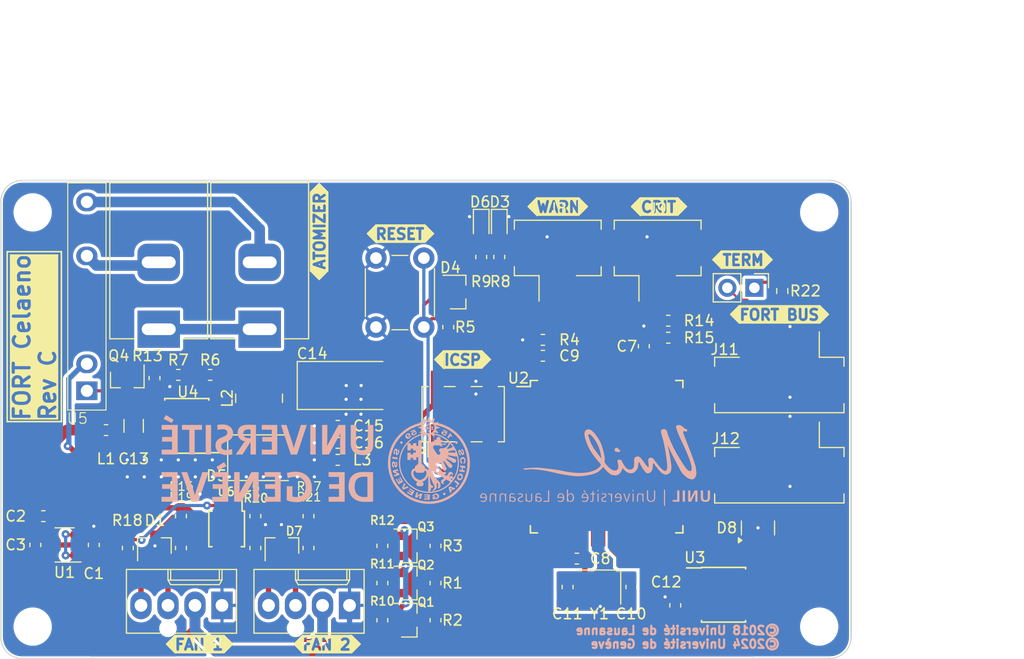
<source format=kicad_pcb>
(kicad_pcb (version 20240108) (generator "pcbnew") (generator_version "8.0")
  (layers (0 "F.Cu" signal) (31 "B.Cu" signal) (34 "B.Paste" user) (35 "F.Paste" user) (36 "B.SilkS" user "B.Silkscreen") (37 "F.SilkS" user "F.Silkscreen") (38 "B.Mask" user) (39 "F.Mask" user) (44 "Edge.Cuts" user))
  (net 0 "")
  (net 1 "+5V")
  (net 2 "GND")
  (net 3 "/3v3 LDO/BYPASS")
  (net 4 "+3V3")
  (net 5 "GNDA")
  (net 6 "/UC/XTAL+")
  (net 7 "/UC/XTAL-")
  (net 8 "+12V")
  (net 9 "/UC/~{ICSP_RESET}")
  (net 10 "Net-(D3-A)")
  (net 11 "Net-(D6-A)")
  (net 12 "/CAN+")
  (net 13 "/UC/ICSP_MISO")
  (net 14 "/UC/ICSP_SCK")
  (net 15 "/UC/ICSP_MOSI")
  (net 16 "/UC/LED_GREEN")
  (net 17 "/UC/LED_YELLOW")
  (net 18 "/CAN-")
  (net 19 "Net-(JP1-A)")
  (net 20 "/5V Buck Converter/FB")
  (net 21 "/Fan PWM Controller 1/TACH1")
  (net 22 "/Fan PWM Controller 1/TACH2")
  (net 23 "/Fan PWM Controller 1/PWM2")
  (net 24 "/I2C Level Shifter/~{INT_5V}")
  (net 25 "/Fan PWM Controller 1/SDA")
  (net 26 "/Fan PWM Controller 1/SCL")
  (net 27 "/Fan PWM Controller 1/PWM1")
  (net 28 "/I2C Level Shifter/SDA_5V")
  (net 29 "/I2C Level Shifter/SCL_5V")
  (net 30 "/5V Buck Converter/VIN_PROTECTED")
  (net 31 "/5V Buck Converter/5V_UNPROTECTED")
  (net 32 "/5V Buck Converter/SW")
  (net 33 "/Relay/A")
  (net 34 "/Relay/B")
  (net 35 "/Relay/CMD")
  (net 36 "/UC/LVL_WARN")
  (net 37 "/UC/LVL_CRIT")
  (net 38 "/Fan PWM Controller 1/~{ALERT}")
  (net 39 "/ATM_LINK")
  (net 40 "/Fan PWM Controller 1/PWM2_PR")
  (net 41 "/Fan PWM Controller 1/PWM1_PR")
  (net 42 "/Fan PWM Controller 1/TACH1_PR")
  (net 43 "/Fan PWM Controller 1/TACH2_PR")
  (net 79 "/CAN Transceiver/TXD")
  (net 80 "/CAN Transceiver/RXD")
  (net 87 "Net-(Q4-D)")
  (footprint "FORT:Molex_KK-47053-04_04x2.54mm_Straight" (layer "F.Cu") (at 137 125 180)
    (property "Reference" "J5" (hide yes))
    (property "Value" "47053-1000" (hide yes))
  )
  (footprint "FORT:Molex_KK-47053-04_04x2.54mm_Straight" (layer "F.Cu") (at 149 125 180)
    (property "Reference" "J6" (hide yes))
    (property "Value" "47053-1000" (hide yes))
  )
  (footprint "Mounting_Holes:MountingHole_3.2mm_M3_DIN965" (layer "F.Cu") (at 123 88)
    (property "Reference" "REF**" (hide yes))
    (property "Value" "MountingHole_3.2mm_M3_DIN965" (hide yes))
  )
  (footprint "Mounting_Holes:MountingHole_3.2mm_M3_DIN965" (layer "F.Cu") (at 123 127)
    (property "Reference" "REF**" (hide yes))
    (property "Value" "MountingHole_3.2mm_M3_DIN965" (hide yes))
  )
  (footprint "Mounting_Holes:MountingHole_3.2mm_M3_DIN965" (layer "F.Cu") (at 197 127)
    (property "Reference" "REF**" (hide yes))
    (property "Value" "MountingHole_3.2mm_M3_DIN965" (hide yes))
  )
  (footprint "Resistor_SMD:R_0603_1608Metric" (layer "F.Cu") (at 151.7 111.3 180)
    (property "Reference" "L3")
    (property "Value" "500mA Fuse" (hide yes))
  )
  (footprint "FORT:L_Wuerth_WE-PD2" (layer "F.Cu") (at 144.3 105.5 90)
    (property "Reference" "L2")
    (property "Value" "68uH, 560mA")
  )
  (footprint "Resistor_SMD:R_0603_1608Metric" (layer "F.Cu") (at 136.7 103.3 180)
    (property "Reference" "R7")
    (property "Value" "4k87" (hide yes))
  )
  (footprint "Diode_SMD:D_SMB" (layer "F.Cu") (at 144.9 111.1)
    (property "Reference" "D5")
    (property "Value" "B260, 60V, 2A" (hide yes))
  )
  (footprint "Resistor_SMD:R_0603_1608Metric" (layer "F.Cu") (at 139.7 103.3 180)
    (property "Reference" "R6")
    (property "Value" "15k" (hide yes))
  )
  (footprint "Resistor_SMD:R_0603_1608Metric" (layer "F.Cu") (at 129.9 108.5 180)
    (property "Reference" "L1")
    (property "Value" "500mA Fuse" (hide yes))
  )
  (footprint "Capacitor_SMD:C_0603_1608Metric" (layer "F.Cu") (at 151.7 109.7)
    (property "Reference" "C16")
    (property "Value" "100n" (hide yes))
  )
  (footprint "Capacitor_SMD:C_0603_1608Metric" (layer "F.Cu") (at 151.7 108.1)
    (property "Reference" "C15")
    (property "Value" "4u7, 6.3V" (hide yes))
  )
  (footprint "Capacitor_SMD:C_1206_3216Metric" (layer "F.Cu") (at 132.5 108.1 -90)
    (property "Reference" "C13")
    (property "Value" "22uF, 25V" (hide yes))
  )
  (footprint "Capacitor_Tantalum_SMD:CP_EIA-7343-31_Kemet-D" (layer "F.Cu") (at 152.3 104.3)
    (property "Reference" "C14")
    (property "Value" "470u, 6.3V" (hide yes))
  )
  (footprint "Package_SO:SOIC-8_3.9x4.9mm_P1.27mm" (layer "F.Cu") (at 137.5 108.1 180)
    (property "Reference" "U4")
    (property "Value" "MIC4680YM" (hide yes))
  )
  (footprint "Resistor_SMD:R_0603_1608Metric" (layer "F.Cu") (at 166.9 92.2 90)
    (property "Reference" "R8")
    (property "Value" "1k" (hide yes))
  )
  (footprint "LED_SMD:LED_0603_1608Metric" (layer "F.Cu") (at 165.2 89.2 -90)
    (property "Reference" "D6")
    (property "Value" "YELLOW")
  )
  (footprint "Resistor_SMD:R_0603_1608Metric" (layer "F.Cu") (at 165.2 92.2 90)
    (property "Reference" "R9")
    (property "Value" "1k" (hide yes))
  )
  (footprint "Mounting_Holes:MountingHole_3.2mm_M3_DIN965" (layer "F.Cu") (at 197 88)
    (property "Reference" "REF**" (hide yes))
    (property "Value" "MountingHole_3.2mm_M3_DIN965" (hide yes))
  )
  (footprint "LED_SMD:LED_0603_1608Metric" (layer "F.Cu") (at 166.9 89.2 -90)
    (property "Reference" "D3")
    (property "Value" "GREEN")
  )
  (footprint "Package_TO_SOT_SMD:SOT-23" (layer "F.Cu") (at 158.4 122.9)
    (property "Reference" "Q2")
    (property "Value" "BSS138" (hide yes))
  )
  (footprint "Resistor_SMD:R_0603_1608Metric" (layer "F.Cu") (at 160.9 122.9 -90)
    (property "Reference" "R1")
    (property "Value" "10k" (hide yes))
  )
  (footprint "Resistor_SMD:R_0603_1608Metric" (layer "F.Cu") (at 155.9 126.4 -90)
    (property "Reference" "R10")
    (property "Value" "10k" (hide yes))
  )
  (footprint "Resistor_SMD:R_0603_1608Metric" (layer "F.Cu") (at 160.9 126.4 -90)
    (property "Reference" "R2")
    (property "Value" "10k" (hide yes))
  )
  (footprint "Resistor_SMD:R_0603_1608Metric" (layer "F.Cu") (at 160.9 119.4 -90)
    (property "Reference" "R3")
    (property "Value" "10k" (hide yes))
  )
  (footprint "Resistor_SMD:R_0603_1608Metric" (layer "F.Cu") (at 155.9 119.4 -90)
    (property "Reference" "R12")
    (property "Value" "10k" (hide yes))
  )
  (footprint "Resistor_SMD:R_0603_1608Metric" (layer "F.Cu") (at 155.9 122.9 -90)
    (property "Reference" "R11")
    (property "Value" "10k" (hide yes))
  )
  (footprint "Package_TO_SOT_SMD:SOT-23" (layer "F.Cu") (at 158.4 119.4)
    (property "Reference" "Q3")
    (property "Value" "BSS138" (hide yes))
  )
  (footprint "Package_TO_SOT_SMD:SOT-23" (layer "F.Cu") (at 158.4 126.4)
    (property "Reference" "Q1")
    (property "Value" "BSS138" (hide yes))
  )
  (footprint "Resistor_SMD:R_0603_1608Metric" (layer "F.Cu") (at 182.8 98.2)
    (property "Reference" "R14")
    (property "Value" "100k" (hide yes))
  )
  (footprint "Resistor_SMD:R_0603_1608Metric" (layer "F.Cu") (at 182.8 99.8)
    (property "Reference" "R15")
    (property "Value" "100k" (hide yes))
  )
  (footprint "Package_TO_SOT_SMD:SOT-23" (layer "F.Cu") (at 131.9 103.75 -90)
    (property "Reference" "Q4")
    (property "Value" "BSS138" (hide yes))
  )
  (footprint "Resistor_SMD:R_0603_1608Metric" (layer "F.Cu") (at 134.4625 103.6 90)
    (property "Reference" "R13")
    (property "Value" "47k" (hide yes))
  )
  (footprint "Package_QFP:TQFP-64_14x14mm_P0.8mm" (layer "F.Cu") (at 177 111)
    (property "Reference" "U2")
    (property "Value" "AT90CAN32-16AU" (hide yes))
  )
  (footprint "Capacitor_SMD:C_0603_1608Metric" (layer "F.Cu") (at 179.327258 123.27374 90)
    (property "Reference" "C10")
    (property "Value" "18p" (hide yes))
  )
  (footprint "Capacitor_SMD:C_0603_1608Metric" (layer "F.Cu") (at 171 101.5)
    (property "Reference" "C9")
    (property "Value" "100n" (hide yes))
  )
  (footprint "Capacitor_SMD:C_0603_1608Metric" (layer "F.Cu") (at 183.456666 125 90)
    (property "Reference" "C12")
    (property "Value" "100n" (hide yes))
  )
  (footprint "Connector_PinHeader_2.54mm:PinHeader_2x03_P2.54mm_Vertical_SMD" (layer "F.Cu") (at 163.5 107 90)
    (property "Reference" "J4" (hide yes))
    (property "Value" "M20-8760342" (hide yes))
  )
  (footprint "Capacitor_SMD:C_0603_1608Metric" (layer "F.Cu") (at 174.2 120.6)
    (property "Reference" "C8")
    (property "Value" "100n" (hide yes))
  )
  (footprint "Resistor_SMD:R_0603_1608Metric" (layer "F.Cu") (at 162.1 98.8 90)
    (property "Reference" "R5")
    (property "Value" "100k" (hide yes))
  )
  (footprint "Capacitor_SMD:C_0603_1608Metric" (layer "F.Cu") (at 180.5 100.6 90)
    (property "Reference" "C7")
    (property "Value" "100n" (hide yes))
  )
  (footprint "Resistor_SMD:R_0603_1608Metric" (layer "F.Cu") (at 171 100 180)
    (property "Reference" "R4")
    (property "Value" "0R" (hide yes))
  )
  (footprint "Package_SO:SOIC-8_3.9x4.9mm_P1.27mm" (layer "F.Cu") (at 188 124)
    (property "Reference" "U3")
    (property "Value" "MCP2561-E/SN" (hide yes))
  )
  (footprint "Diodes_SMD:D_SOT-23_ANK" (layer "F.Cu") (at 163 95.5)
    (property "Reference" "D4")
    (property "Value" "BAT54" (hide yes))
  )
  (footprint "Capacitor_SMD:C_0603_1608Metric" (layer "F.Cu") (at 173.327258 123.27374 -90)
    (property "Reference" "C11")
    (property "Value" "18p" (hide yes))
  )
  (footprint "Button_Switch_THT:SW_PUSH_6mm" (layer "F.Cu") (at 155.3 98.8 90)
    (property "Reference" "SW1" (hide yes))
    (property "Value" "1825910-6" (hide yes))
  )
  (footprint "Crystal:Crystal_SMD_SeikoEpson_FA238-4Pin_3.2x2.5mm" (layer "F.Cu") (at 176.327258 123.27374 180)
    (property "Reference" "Y1")
    (property "Value" "16MHz" (hide yes))
  )
  (footprint "Capacitor_SMD:C_0603_1608Metric" (layer "F.Cu") (at 143.95 116.6 -90)
    (property "Reference" "C5")
    (property "Value" "100n" (hide yes))
  )
  (footprint "Package_SO:MSOP-10_3x3mm_P0.5mm" (layer "F.Cu") (at 141.25 117.8 -90)
    (property "Reference" "U6")
    (property "Value" "EMC2302-1-AIZL-TR" (hide yes))
  )
  (footprint "Resistor_SMD:R_0603_1608Metric" (layer "F.Cu") (at 136.95 116.6 -90)
    (property "Reference" "R16")
    (property "Value" "47k" (hide yes))
  )
  (footprint "FORT:BarrelJack_CUI_PJ-037B_Horizontal" (layer "F.Cu") (at 134.8575 99 -90)
    (property "Reference" "J7" (hide yes))
    (property "Value" "2.10mm ID, 5.5mm OD" (hide yes))
  )
  (footprint "FORT:BarrelJack_CUI_PJ-037B_Horizontal" (layer "F.Cu") (at 144.3575 99 -90)
    (property "Reference" "J10" (hide yes))
    (property "Value" "2.10mm ID, 5.5mm OD" (hide yes))
  )
  (footprint "Resistor_SMD:R_0603_1608Metric" (layer "F.Cu") (at 143.95 119.6 90)
    (property "Reference" "R20")
    (property "Value" "2k2" (hide yes))
  )
  (footprint "Resistor_SMD:R_0603_1608Metric" (layer "F.Cu") (at 148.95 119.6 90)
    (property "Reference" "R21")
    (property "Value" "2k2" (hide yes))
  )
  (footprint "Capacitor_SMD:C_0603_1608Metric" (layer "F.Cu") (at 128.751664 119.31119 90)
    (property "Reference" "C1")
    (property "Value" "1u" (hide yes))
  )
  (footprint "Package_TO_SOT_SMD:SOT-23-5" (layer "F.Cu") (at 126.001664 119.31119 180)
    (property "Reference" "U1")
    (property "Value" "LP3985IM5-3.3/NOPB" (hide yes))
  )
  (footprint "Capacitor_SMD:C_0603_1608Metric" (layer "F.Cu") (at 124 116.6 180)
    (property "Reference" "C2")
    (property "Value" "10n" (hide yes))
  )
  (footprint "Capacitor_SMD:C_0603_1608Metric" (layer "F.Cu") (at 123.251664 119.31119 90)
    (property "Reference" "C3")
    (property "Value" "1u" (hide yes))
  )
  (footprint "Resistor_SMD:R_0603_1608Metric" (layer "F.Cu") (at 131.95 119.6 90)
    (property "Reference" "R18")
    (property "Value" "2k2" (hide yes))
  )
  (footprint "Resistor_SMD:R_0603_1608Metric" (layer "F.Cu") (at 136.95 119.6 90)
    (property "Reference" "R19")
    (property "Value" "2k2" (hide yes))
  )
  (footprint "Resistor_SMD:R_0603_1608Metric" (layer "F.Cu") (at 148.95 116.6 -90)
    (property "Reference" "R17")
    (property "Value" "47k" (hide yes))
  )
  (footprint "Package_TO_SOT_SMD:SOT-23" (layer "F.Cu") (at 134.45 119.4 90)
    (property "Reference" "D1")
    (property "Value" "CPDT-5V0USP-HF" (hide yes))
  )
  (footprint "Package_TO_SOT_SMD:SOT-23" (layer "F.Cu") (at 146.45 119.4 90)
    (property "Reference" "D7")
    (property "Value" "CPDT-5V0USP-HF" (hide yes))
  )
  (footprint "FORT:JST_PH_B2B-PH-SM4-TB_1x02-1MP_P2.00mm_Vertical" (layer "F.Cu") (at 181.8 93.1)
    (property "Reference" "J9")
    (property "Value" "JST PH")
  )
  (footprint "FORT:JST_PH_B2B-PH-SM4-TB_1x02-1MP_P2.00mm_Vertical" (layer "F.Cu") (at 172.4 93.1)
    (property "Reference" "J8")
    (property "Value" "JST PH")
  )
  (footprint "FORT:JST_PH_B4B-PH-SM4-TB_1x04-1MP_P2.00mm_Vertical" (layer "F.Cu") (at 193.245 102.5 180)
    (property "Reference" "J11")
    (property "Value" "JST PH")
  )
  (footprint "FORT:SIP4_LittleFuse_CPC19X6yX6" (layer "F.Cu") (at 128.1 95.91 90)
    (property "Reference" "U5")
    (property "Value" "CPC1966YX6")
  )
  (footprint "FORT:JST_PH_B4B-PH-SM4-TB_1x04-1MP_P2.00mm_Vertical" (layer "F.Cu") (at 193.25 111 180)
    (property "Reference" "J12")
    (property "Value" "JST PH")
  )
  (footprint "Connector_PinHeader_2.54mm:PinHeader_1x02_P2.54mm_Vertical" (layer "F.Cu") (at 190.9 95.1 -90)
    (property "Reference" "JP1" (hide yes))
    (property "Value" "Term")
  )
  (footprint "Resistor_SMD:R_0603_1608Metric" (layer "F.Cu") (at 193.525 95.4 -90)
    (property "Reference" "R22")
    (property "Value" "120")
  )
  (footprint "Package_TO_SOT_SMD:SOT-23" (layer "F.Cu") (at 191.2375 117.7125 90)
    (property "Reference" "D8")
    (property "Value" "CDSOT23-T24CAN")
  )
  (gr_poly (pts (xy 174.941478 114.448054) (xy 174.92206 114.449574) (xy 174.903386 114.452074) (xy 174.885449 114.455529) (xy 174.868242 114.459911) (xy 174.851757 114.465195) (xy 174.835988 114.471355) (xy 174.820925 114.478363) (xy 174.806564 114.486193) (xy 174.792895 114.49482) (xy 174.779913 114.504216) (xy 174.767608 114.514355) (xy 174.755976 114.525211) (xy 174.745007 114.536757) (xy 174.734695 114.548968) (xy 174.725032 114.561816) (xy 174.716011 114.575275) (xy 174.707626 114.589319) (xy 174.699867 114.603921) (xy 174.692729 114.619056) (xy 174.686204 114.634696) (xy 174.680285 114.650816) (xy 174.674964 114.667388) (xy 174.670234 114.684387) (xy 174.666087 114.701786) (xy 174.662518 114.719558) (xy 174.657078 114.756119) (xy 174.653858 114.793857) (xy 174.652797 114.832563) (xy 174.652797 114.881346) (xy 175.183996 114.881346) (xy 175.18296 114.911798) (xy 175.179863 114.941353) (xy 175.174718 114.969864) (xy 175.167539 114.997183) (xy 175.158342 115.023164) (xy 175.15299 115.035606) (xy 175.147139 115.047658) (xy 175.140791 115.059302) (xy 175.133946 115.07052) (xy 175.126607 115.081292) (xy 175.118776 115.0916) (xy 175.110455 115.101426) (xy 175.101644 115.110752) (xy 175.092346 115.119559) (xy 175.082564 115.127829) (xy 175.072297 115.135543) (xy 175.061549 115.142683) (xy 175.050321 115.14923) (xy 175.038615 115.155166) (xy 175.026432 115.160473) (xy 175.013775 115.165132) (xy 175.000645 115.169125) (xy 174.987044 115.172433) (xy 174.972973 115.175038) (xy 174.958435 115.176922) (xy 174.943432 115.178066) (xy 174.927964 115.178451) (xy 174.914518 115.178116) (xy 174.900453 115.17714) (xy 174.885899 115.175566) (xy 174.870983 115.173438) (xy 174.855835 115.1708) (xy 174.840581 115.167696) (xy 174.825352 115.164168) (xy 174.810276 115.160261) (xy 174.79548 115.156017) (xy 174.781094 115.151482) (xy 174.767245 115.146698) (xy 174.754063 115.141709) (xy 174.741676 115.136558) (xy 174.730212 115.131289) (xy 174.7198 115.125946) (xy 174.710568 115.120573) (xy 174.710568 115.218139) (xy 174.723295 115.223112) (xy 174.736451 115.227796) (xy 174.749984 115.232188) (xy 174.763839 115.236281) (xy 174.777963 115.240073) (xy 174.792303 115.243559) (xy 174.806804 115.246733) (xy 174.821413 115.249592) (xy 174.836077 115.252132) (xy 174.850741 115.254347) (xy 174.865353 115.256234) (xy 174.879857 115.257787) (xy 174.894202 115.259003) (xy 174.908333 115.259878) (xy 174.922197 115.260405) (xy 174.935739 115.260582) (xy 174.959396 115.260078) (xy 174.982121 115.258578) (xy 175.003925 115.256105) (xy 175.02482 115.252678) (xy 175.044819 115.248319) (xy 175.063932 115.243049) (xy 175.082173 115.236887) (xy 175.099552 115.229856) (xy 175.116083 115.221976) (xy 175.131776 115.213268) (xy 175.146644 115.203752) (xy 175.160698 115.19345) (xy 175.173951 115.182382) (xy 175.186413 115.170569) (xy 175.198099 115.158032) (xy 175.209018 115.144792) (xy 175.219183 115.13087) (xy 175.228607 115.116287) (xy 175.2373 115.101063) (xy 175.245274 115.085219) (xy 175.252543 115.068776) (xy 175.259117 115.051755) (xy 175.265008 115.034177) (xy 175.270229 115.016062) (xy 175.274791 114.997432) (xy 175.278706 114.978307) (xy 175.284643 114.938656) (xy 175.288135 114.897277) (xy 175.289278 114.854336) (xy 175.287757 114.81057) (xy 175.286571 114.799491) (xy 175.183996 114.799491) (xy 174.7577 114.799491) (xy 174.758354 114.774068) (xy 174.760348 114.748885) (xy 174.76373 114.724133) (xy 174.768547 114.700007) (xy 174.774849 114.6767) (xy 174.782683 114.654405) (xy 174.792096 114.633316) (xy 174.797411 114.623284) (xy 174.803138 114.613625) (xy 174.809284 114.604365) (xy 174.815856 114.595527) (xy 174.822858 114.587136) (xy 174.830298 114.579215) (xy 174.838181 114.571789) (xy 174.846512 114.564882) (xy 174.855299 114.558518) (xy 174.864547 114.552721) (xy 174.874262 114.547516) (xy 174.884449 114.542926) (xy 174.895117 114.538976) (xy 174.906269 114.53569) (xy 174.917912 114.533092) (xy 174.930052 114.531207) (xy 174.942695 114.530058) (xy 174.955848 114.529669) (xy 174.968938 114.53008) (xy 174.981702 114.531292) (xy 174.994135 114.533277) (xy 175.00623 114.536007) (xy 175.017983 114.539453) (xy 175.029386 114.543587) (xy 175.040435 114.548381) (xy 175.051123 114.553806) (xy 175.061443 114.559834) (xy 175.071392 114.566437) (xy 175.080961 114.573585) (xy 175.090146 114.58125) (xy 175.098941 114.589405) (xy 175.107339 114.598021) (xy 175.115335 114.607068) (xy 175.122923 114.61652) (xy 175.130097 114.626347) (xy 175.136851 114.636521) (xy 175.143179 114.647014) (xy 175.149075 114.657797) (xy 175.154533 114.668842) (xy 175.159548 114.68012) (xy 175.164113 114.691604) (xy 175.168223 114.703264) (xy 175.171872 114.715072) (xy 175.175053 114.726999) (xy 175.177761 114.739019) (xy 175.17999 114.751101) (xy 175.181733 114.763217) (xy 175.182986 114.77534) (xy 175.183742 114.787441) (xy 175.183996 114.799491) (xy 175.286571 114.799491) (xy 175.283258 114.768566) (xy 175.275878 114.72847) (xy 175.265713 114.690429) (xy 175.252859 114.654589) (xy 175.245454 114.637541) (xy 175.237414 114.621098) (xy 175.228749 114.605278) (xy 175.219473 114.5901) (xy 175.209597 114.575582) (xy 175.199134 114.561743) (xy 175.188094 114.548601) (xy 175.176492 114.536174) (xy 175.164338 114.52448) (xy 175.151645 114.513538) (xy 175.138424 114.503367) (xy 175.124688 114.493983) (xy 175.110449 114.485407) (xy 175.095719 114.477655) (xy 175.08051 114.470747) (xy 175.064834 114.4647) (xy 175.048703 114.459534) (xy 175.032129 114.455266) (xy 175.015125 114.451914) (xy 174.997701 114.449497) (xy 174.979871 114.448034) (xy 174.961647 114.447542)) (stroke (width -0.000001)) (fill solid) (layer "B.SilkS"))
  (gr_poly (pts (xy 139.881444 112.906243) (xy 140.859658 112.906243) (xy 140.859658 113.591429) (xy 139.930972 113.591429) (xy 139.930972 114.028902) (xy 140.859658 114.028902) (xy 140.859658 114.784209) (xy 139.881444 114.784209) (xy 139.881444 115.242392) (xy 141.396237 115.242392) (xy 141.396237 112.456367) (xy 139.881444 112.456367)) (stroke (width -0.000001)) (fill solid) (layer "B.SilkS"))
  (gr_poly (pts (xy 176.147587 115.242392) (xy 176.243713 115.242392) (xy 176.243713 114.466) (xy 176.147587 114.466)) (stroke (width -0.000001)) (fill solid) (layer "B.SilkS"))
  (gr_poly (pts (xy 150.83985 112.906243) (xy 151.817963 112.906243) (xy 151.817963 113.591429) (xy 150.889275 113.591429) (xy 150.889275 114.028902) (xy 151.817963 114.028902) (xy 151.817963 114.784209) (xy 150.83985 114.784209) (xy 150.83985 115.242392) (xy 152.354643 115.242392) (xy 152.354643 112.456367) (xy 150.83985 112.456367)) (stroke (width -0.000001)) (fill solid) (layer "B.SilkS"))
  (gr_poly (pts (xy 166.250108 114.447914) (xy 166.233152 114.44902) (xy 166.216876 114.450843) (xy 166.201272 114.453369) (xy 166.186332 114.456582) (xy 166.172046 114.460466) (xy 166.158406 114.465005) (xy 166.145405 114.470184) (xy 166.133033 114.475987) (xy 166.121283 114.482399) (xy 166.110145 114.489403) (xy 166.099611 114.496985) (xy 166.089674 114.505129) (xy 166.080324 114.513818) (xy 166.071553 114.523037) (xy 166.063353 114.532772) (xy 166.055715 114.543005) (xy 166.048631 114.553722) (xy 166.042092 114.564906) (xy 166.03609 114.576543) (xy 166.030617 114.588616) (xy 166.025664 114.601109) (xy 166.021222 114.614008) (xy 166.017284 114.627297) (xy 166.013841 114.640959) (xy 166.010884 114.65498) (xy 166.006396 114.684034) (xy 166.003752 114.714333) (xy 166.002886 114.745752) (xy 166.002886 115.242392) (xy 166.098843 115.242392) (xy 166.098843 114.770546) (xy 166.099456 114.74368) (xy 166.101326 114.718102) (xy 166.104493 114.693873) (xy 166.108998 114.671056) (xy 166.114885 114.649712) (xy 166.122194 114.629901) (xy 166.126395 114.62059) (xy 166.130967 114.611686) (xy 166.135916 114.603196) (xy 166.141247 114.595127) (xy 166.146964 114.587488) (xy 166.153074 114.580287) (xy 166.159581 114.57353) (xy 166.166491 114.567226) (xy 166.173808 114.561382) (xy 166.181539 114.556006) (xy 166.189688 114.551106) (xy 166.19826 114.546689) (xy 166.207261 114.542763) (xy 166.216696 114.539335) (xy 166.226571 114.536414) (xy 166.236889 114.534006) (xy 166.247657 114.53212) (xy 166.25888 114.530764) (xy 166.270563 114.529944) (xy 166.282711 114.529669) (xy 166.298816 114.530115) (xy 166.314224 114.531428) (xy 166.328948 114.533578) (xy 166.343 114.536531) (xy 166.356392 114.540255) (xy 166.369136 114.544716) (xy 166.381244 114.549884) (xy 166.392729 114.555724) (xy 166.403602 114.562205) (xy 166.413876 114.569293) (xy 166.423563 114.576956) (xy 166.432675 114.585162) (xy 166.441224 114.593878) (xy 166.449222 114.603071) (xy 166.456682 114.612709) (xy 166.463615 114.622759) (xy 166.470034 114.633188) (xy 166.475951 114.643965) (xy 166.481377 114.655055) (xy 166.486326 114.666427) (xy 166.49081 114.678048) (xy 166.494839 114.689886) (xy 166.501587 114.71408) (xy 166.506666 114.738749) (xy 166.510173 114.763632) (xy 166.512206 114.788467) (xy 166.512862 114.812995) (xy 166.512862 115.242392) (xy 166.609101 115.242392) (xy 166.609101 114.648457) (xy 166.6091 114.648457) (xy 166.609192 114.603553) (xy 166.60984 114.55816) (xy 166.610546 114.535287) (xy 166.6116 114.512301) (xy 166.61307 114.489204) (xy 166.615026 114.466) (xy 166.521752 114.466) (xy 166.521752 114.604091) (xy 166.518931 114.604091) (xy 166.51263 114.590841) (xy 166.505609 114.577342) (xy 166.497754 114.563748) (xy 166.488951 114.55021) (xy 166.479086 114.536881) (xy 166.468044 114.523912) (xy 166.462046 114.517611) (xy 166.455711 114.511456) (xy 166.449024 114.505468) (xy 166.441972 114.499665) (xy 166.43454 114.494067) (xy 166.426714 114.488692) (xy 166.418479 114.483559) (xy 166.409822 114.478688) (xy 166.400727 114.474097) (xy 166.391181 114.469805) (xy 166.38117 114.465832) (xy 166.370678 114.462196) (xy 166.359692 114.458917) (xy 166.348198 114.456013) (xy 166.336181 114.453504) (xy 166.323627 114.451408) (xy 166.310521 114.449745) (xy 166.29685 114.448534) (xy 166.282598 114.447793) (xy 166.267753 114.447542)) (stroke (width -0.000001)) (fill solid) (layer "B.SilkS"))
  (gr_poly (pts (xy 183.75376 108.016268) (xy 183.735405 108.017815) (xy 183.717434 108.020636) (xy 183.700119 108.024903) (xy 183.691794 108.027631) (xy 183.683737 108.030785) (xy 183.651448 108.044679) (xy 183.635183 108.052093) (xy 183.619147 108.059928) (xy 183.603572 108.068266) (xy 183.58869 108.07719) (xy 183.574733 108.08678) (xy 183.568174 108.091851) (xy 183.561933 108.097119) (xy 183.55604 108.102596) (xy 183.550522 108.10829) (xy 183.54541 108.114213) (xy 183.540731 108.120374) (xy 183.536516 108.126784) (xy 183.532793 108.133454) (xy 183.529591 108.140392) (xy 183.52694 108.147611) (xy 183.524867 108.155119) (xy 183.523402 108.162927) (xy 183.522575 108.171046) (xy 183.522414 108.179486) (xy 183.522947 108.188256) (xy 183.524205 108.197368) (xy 183.526216 108.206831) (xy 183.529009 108.216656) (xy 183.555703 108.313512) (xy 183.577669 108.39088) (xy 183.608423 108.489901) (xy 183.650248 108.612344) (xy 183.705428 108.759978) (xy 183.776244 108.934574) (xy 183.86498 109.1379) (xy 184.051983 109.545011) (xy 184.240242 109.947996) (xy 184.410507 110.315799) (xy 184.482875 110.476803) (xy 184.543527 110.617365) (xy 184.652082 110.883584) (xy 184.705096 111.018239) (xy 184.755515 111.149712) (xy 184.802024 111.274845) (xy 184.84331 111.390479) (xy 184.878059 111.493457) (xy 184.904955 111.580618) (xy 184.926244 111.656931) (xy 184.945036 111.729332) (xy 184.961182 111.797719) (xy 184.974535 111.861995) (xy 184.984948 111.922059) (xy 184.989006 111.950481) (xy 184.992273 111.977812) (xy 184.994732 112.004041) (xy 184.996364 112.029155) (xy 184.99715 112.053142) (xy 184.997072 112.075988) (xy 184.995661 112.120912) (xy 184.99442 112.143466) (xy 184.992665 112.165829) (xy 184.990279 112.187814) (xy 184.987143 112.209232) (xy 184.983142 112.229894) (xy 184.980779 112.239882) (xy 184.978156 112.249611) (xy 184.975258 112.259057) (xy 184.972069 112.268196) (xy 184.968576 112.277004) (xy 184.964764 112.285458) (xy 184.960617 112.293535) (xy 184.956122 112.30121) (xy 184.951263 112.308461) (xy 184.946026 112.315264) (xy 184.940396 112.321595) (xy 184.934359 112.32743) (xy 184.9279 112.332746) (xy 184.921003 112.33752) (xy 184.913655 112.341727) (xy 184.905841 112.345345) (xy 184.897546 112.348349) (xy 184.888755 112.350717) (xy 184.866409 112.354609) (xy 184.842665 112.35618) (xy 184.817352 112.354846) (xy 184.7903 112.350025) (xy 184.761337 112.341133) (xy 184.730292 112.327587) (xy 184.696996 112.308804) (xy 184.661277 112.284199) (xy 184.622964 112.253191) (xy 184.581887 112.215195) (xy 184.537875 112.169629) (xy 184.490757 112.115908) (xy 184.440362 112.053451) (xy 184.38652 111.981672) (xy 184.32906 111.89999) (xy 184.26781 111.807821) (xy 183.978997 111.355497) (xy 183.838475 111.128018) (xy 183.700965 110.898111) (xy 183.566782 110.664613) (xy 183.436244 110.426361) (xy 183.309666 110.182192) (xy 183.187365 109.930945) (xy 183.076768 109.691023) (xy 182.983991 109.480144) (xy 182.907266 109.296095) (xy 182.844828 109.136665) (xy 182.794912 108.999643) (xy 182.755751 108.882817) (xy 182.725581 108.783976) (xy 182.702634 108.700907) (xy 182.697633 108.68245) (xy 182.692581 108.664958) (xy 182.687477 108.6484) (xy 182.682318 108.632744) (xy 182.677103 108.617957) (xy 182.671829 108.604007) (xy 182.666496 108.590862) (xy 182.661099 108.57849) (xy 182.655639 108.56686) (xy 182.650112 108.555937) (xy 182.644517 108.545692) (xy 182.638851 108.536091) (xy 182.633114 108.527103) (xy 182.627302 108.518695) (xy 182.621413 108.510835) (xy 182.615447 108.503491) (xy 182.6094 108.496631) (xy 182.603271 108.490223) (xy 182.597058 108.484235) (xy 182.590758 108.478634) (xy 182.58437 108.473389) (xy 182.577893 108.468468) (xy 182.564658 108.459466) (xy 182.55104 108.451373) (xy 182.53702 108.443931) (xy 182.522585 108.436884) (xy 182.507717 108.429974) (xy 182.493163 108.423546) (xy 182.479463 108.417988) (xy 182.46649 108.413275) (xy 182.454113 108.409382) (xy 182.442202 108.406285) (xy 182.430628 108.403958) (xy 182.419261 108.402376) (xy 182.407971 108.401515) (xy 182.396629 108.401349) (xy 182.385105 108.401854) (xy 182.373268 108.403004) (xy 182.360991 108.404776) (xy 182.348142 108.407143) (xy 182.334592 108.410081) (xy 182.320211 108.413565) (xy 182.30487 108.41757) (xy 182.242874 108.432704) (xy 182.228237 108.43698) (xy 182.214077 108.441983) (xy 182.207197 108.444839) (xy 182.200461 108.447976) (xy 182.193878 108.451426) (xy 182.187455 108.455223) (xy 182.181202 108.4594) (xy 182.175125 108.46399) (xy 182.169235 108.469026) (xy 182.163539 108.474541) (xy 182.158044 108.480568) (xy 182.152761 108.487139) (xy 182.147696 108.494289) (xy 182.142858 108.50205) (xy 182.138255 108.510456) (xy 182.133897 108.519538) (xy 182.12979 108.529331) (xy 182.125943 108.539867) (xy 182.122365 108.55118) (xy 182.119064 108.563302) (xy 182.116048 108.576266) (xy 182.113326 108.590106) (xy 182.10536 108.638682) (xy 182.103247 108.657814) (xy 182.102392 108.674645) (xy 182.102804 108.690028) (xy 182.104494 108.704814) (xy 182.107468 108.719856) (xy 182.111738 108.736006) (xy 182.141944 108.828733) (xy 182.165051 108.903904) (xy 182.178636 108.951675) (xy 182.193589 109.007372) (xy 182.222883 109.116592) (xy 182.248897 109.209258) (xy 182.296132 109.374366) (xy 182.319875 109.461531) (xy 182.345383 109.561584) (xy 182.373917 109.681885) (xy 182.406738 109.829795) (xy 182.443429 110.010506) (xy 182.481578 110.215985) (xy 182.555644 110.652744) (xy 182.615726 111.043069) (xy 182.648617 111.289956) (xy 182.669399 111.481956) (xy 182.681624 111.602608) (xy 182.692736 111.728771) (xy 182.700987 111.852255) (xy 182.704625 111.964868) (xy 182.704168 112.014538) (xy 182.701901 112.058418) (xy 182.697605 112.095484) (xy 182.691063 112.124713) (xy 182.68317 112.149099) (xy 182.675005 112.172214) (xy 182.66649 112.194035) (xy 182.657545 112.214537) (xy 182.648091 112.233696) (xy 182.63805 112.25149) (xy 182.632784 112.259867) (xy 182.627341 112.267894) (xy 182.621712 112.275567) (xy 182.615886 112.282884) (xy 182.609854 112.289842) (xy 182.603605 112.296437) (xy 182.597131 112.302667) (xy 182.59042 112.308529) (xy 182.583463 112.31402) (xy 182.576251 112.319136) (xy 182.568773 112.323875) (xy 182.561019 112.328234) (xy 182.55298 112.33221) (xy 182.544645 112.3358) (xy 182.536005 112.339001) (xy 182.527049 112.34181) (xy 182.517769 112.344224) (xy 182.508153 112.34624) (xy 182.498193 112.347855) (xy 182.487877 112.349066) (xy 182.476885 112.349182) (xy 182.464863 112.34766) (xy 182.451864 112.344562) (xy 182.437944 112.339948) (xy 182.407553 112.326416) (xy 182.374123 112.307552) (xy 182.338086 112.283842) (xy 182.299876 112.255774) (xy 182.259924 112.223835) (xy 182.218664 112.188511) (xy 182.176527 112.150291) (xy 182.133948 112.10966) (xy 182.091358 112.067107) (xy 182.049189 112.023118) (xy 182.007876 111.97818) (xy 181.96785 111.932781) (xy 181.929543 111.887408) (xy 181.89339 111.842547) (xy 181.629472 111.50844) (xy 181.520004 111.367613) (xy 181.474164 111.306717) (xy 181.435499 111.253295) (xy 181.42009 111.232388) (xy 181.403988 111.212608) (xy 181.387208 111.194039) (xy 181.369765 111.176761) (xy 181.351675 111.160857) (xy 181.332952 111.146408) (xy 181.313611 111.133496) (xy 181.293668 111.122203) (xy 181.273138 111.112611) (xy 181.252035 111.104801) (xy 181.241274 111.10159) (xy 181.230375 111.098855) (xy 181.219341 111.096607) (xy 181.208173 111.094855) (xy 181.196873 111.093611) (xy 181.185444 111.092883) (xy 181.173886 111.092683) (xy 181.162203 111.09302) (xy 181.150395 111.093905) (xy 181.138465 111.095349) (xy 181.126414 111.09736) (xy 181.114245 111.09995) (xy 181.090466 111.106037) (xy 181.068113 111.112771) (xy 181.04721 111.120226) (xy 181.027778 111.128479) (xy 181.018622 111.132929) (xy 181.009842 111.137606) (xy 181.001442 111.14252) (xy 180.993424 111.147681) (xy 180.985791 111.153098) (xy 180.978547 111.15878) (xy 180.971694 111.164738) (xy 180.965234 111.17098) (xy 180.959171 111.177516) (xy 180.953508 111.184355) (xy 180.948247 111.191507) (xy 180.943392 111.198981) (xy 180.938945 111.206787) (xy 180.934909 111.214934) (xy 180.931287 111.223432) (xy 180.928081 111.23229) (xy 180.925296 111.241517) (xy 180.922933 111.251123) (xy 180.920996 111.261118) (xy 180.919486 111.27151) (xy 180.918408 111.28231) (xy 180.917765 111.293526) (xy 180.917558 111.305168) (xy 180.917791 111.317246) (xy 180.919736 111.367471) (xy 180.922407 111.418711) (xy 180.925707 111.470326) (xy 180.929538 111.521676) (xy 180.938404 111.621025) (xy 180.948228 111.711639) (xy 180.951836 111.742737) (xy 180.955025 111.772137) (xy 180.957724 111.799799) (xy 180.959859 111.825684) (xy 180.961358 111.849754) (xy 180.962148 111.871969) (xy 180.962254 111.882369) (xy 180.962156 111.89229) (xy 180.961843 111.901729) (xy 180.961308 111.910679) (xy 180.96054 111.919137) (xy 180.959532 111.927096) (xy 180.958273 111.934554) (xy 180.956754 111.941503) (xy 180.954968 111.947941) (xy 180.952903 111.953861) (xy 180.950552 111.959259) (xy 180.947905 111.96413) (xy 180.944953 111.96847) (xy 180.941687 111.972272) (xy 180.938097 111.975533) (xy 180.934176 111.978248) (xy 180.929912 111.980412) (xy 180.925298 111.982019) (xy 180.920325 111.983065) (xy 180.914983 111.983546) (xy 180.909937 111.983095) (xy 180.904119 111.981446) (xy 180.89034 111.974755) (xy 180.873992 111.963877) (xy 180.855423 111.949215) (xy 180.834982 111.931176) (xy 180.813014 111.910162) (xy 180.789869 111.886578) (xy 180.765893 111.860828) (xy 180.741435 111.833317) (xy 180.716842 111.804449) (xy 180.692461 111.774628) (xy 180.66864 111.744258) (xy 180.645727 111.713744) (xy 180.62407 111.683489) (xy 180.604015 111.653899) (xy 180.585912 111.625378) (xy 180.546614 111.563487) (xy 180.498259 111.491598) (xy 180.443326 111.413755) (xy 180.384297 111.334008) (xy 180.323654 111.256402) (xy 180.293502 111.219667) (xy 180.263877 111.184985) (xy 180.235089 111.152862) (xy 180.207448 111.123804) (xy 180.181265 111.098317) (xy 180.156849 111.076907) (xy 180.133983 111.059027) (xy 180.110708 111.042729) (xy 180.087069 111.028062) (xy 180.063112 111.015076) (xy 180.038885 111.003822) (xy 180.014433 110.99435) (xy 179.989802 110.986711) (xy 179.965038 110.980955) (xy 179.940188 110.977131) (xy 179.915298 110.975292) (xy 179.890413 110.975485) (xy 179.86558 110.977763) (xy 179.853198 110.9797) (xy 179.840846 110.982176) (xy 179.82853 110.985198) (xy 179.816255 110.988773) (xy 179.804029 110.992906) (xy 179.791856 110.997605) (xy 179.779742 111.002874) (xy 179.767693 111.008722) (xy 179.748327 111.019227) (xy 179.730048 111.030586) (xy 179.712865 111.042796) (xy 179.696783 111.055855) (xy 179.68181 111.069762) (xy 179.667954 111.084514) (xy 179.655222 111.10011) (xy 179.643621 111.116547) (xy 179.633158 111.133823) (xy 179.623841 111.151938) (xy 179.615677 111.170888) (xy 179.608673 111.190671) (xy 179.602837 111.211287) (xy 179.598175 111.232732) (xy 179.594695 111.255004) (xy 179.592405 111.278103) (xy 179.590463 111.339603) (xy 179.590071 111.424628) (xy 179.588556 111.633987) (xy 179.584742 111.742691) (xy 179.581482 111.794629) (xy 179.577097 111.843656) (xy 179.571417 111.888794) (xy 179.564276 111.929067) (xy 179.555504 111.963498) (xy 179.544934 111.991109) (xy 179.53319 112.014296) (xy 179.520864 112.036118) (xy 179.5079 112.056588) (xy 179.494243 112.075717) (xy 179.479835 112.093518) (xy 179.464622 112.110003) (xy 179.448547 112.125185) (xy 179.431553 112.139077) (xy 179.413586 112.151689) (xy 179.394588 112.163035) (xy 179.374504 112.173126) (xy 179.353277 112.181976) (xy 179.330853 112.189596) (xy 179.307173 112.195999) (xy 179.282183 112.201197) (xy 179.255826 112.205203) (xy 179.204555 112.21114) (xy 179.180679 112.213031) (xy 179.157633 112.213903) (xy 179.135159 112.213531) (xy 179.112999 112.211689) (xy 179.090895 112.208151) (xy 179.06859 112.202691) (xy 179.045825 112.195085) (xy 179.022343 112.185105) (xy 178.997886 112.172527) (xy 178.972196 112.157126) (xy 178.945015 112.138674) (xy 178.916086 112.116948) (xy 178.885151 112.09172) (xy 178.851952 112.062766) (xy 178.817938 112.030127) (xy 178.784744 111.994414) (xy 178.752455 111.956159) (xy 178.721155 111.915894) (xy 178.69093 111.874149) (xy 178.661863 111.831456) (xy 178.63404 111.788348) (xy 178.607546 111.745356) (xy 178.558883 111.661845) (xy 178.516552 111.585176) (xy 178.453596 111.469379) (xy 178.447912 111.459213) (xy 178.442698 111.449303) (xy 178.437916 111.439655) (xy 178.433522 111.43027) (xy 178.425738 111.412311) (xy 178.419021 111.395454) (xy 178.407474 111.365172) (xy 178.40199 111.351807) (xy 178.399177 111.345582) (xy 178.396262 111.339666) (xy 178.393205 111.334064) (xy 178.389964 111.32878) (xy 178.386498 111.323817) (xy 178.382767 111.319178) (xy 178.37873 111.314869) (xy 178.374345 111.310891) (xy 178.369572 111.307251) (xy 178.36437 111.30395) (xy 178.358698 111.300993) (xy 178.352515 111.298383) (xy 178.34578 111.296125) (xy 178.338452 111.294223) (xy 178.330491 111.292679) (xy 178.321855 111.291498) (xy 178.312503 111.290683) (xy 178.302395 111.290238) (xy 178.281721 111.289502) (xy 178.261796 111.288426) (xy 178.224129 111.285837) (xy 178.189275 111.283629) (xy 178.172864 111.283031) (xy 178.157112 111.282963) (xy 178.142002 111.28357) (xy 178.12752 111.284997) (xy 178.12051 111.286064) (xy 178.113651 111.287389) (xy 178.106942 111.288993) (xy 178.100379 111.290892) (xy 178.093963 111.293104) (xy 178.08769 111.295649) (xy 178.081559 111.298543) (xy 178.075569 111.301806) (xy 178.069716 111.305454) (xy 178.063999 111.309507) (xy 178.058417 111.313982) (xy 178.052967 111.318898) (xy 178.043028 111.328073) (xy 178.034608 111.33544) (xy 178.021965 111.346342) (xy 178.017561 111.350669) (xy 178.014314 111.354777) (xy 178.012134 111.359061) (xy 178.01093 111.363918) (xy 178.010611 111.369746) (xy 178.011088 111.37694) (xy 178.01227 111.385899) (xy 178.014065 111.397017) (xy 178.019136 111.427323) (xy 178.022231 111.447303) (xy 178.025578 111.47103) (xy 178.029404 111.497144) (xy 178.034027 111.523744) (xy 178.045073 111.578045) (xy 178.070228 111.6885) (xy 178.081974 111.7432) (xy 178.087122 111.7701) (xy 178.09159 111.796579) (xy 178.095229 111.822546) (xy 178.097893 111.84791) (xy 178.099434 111.87258) (xy 178.099703 111.896466) (xy 178.098997 111.921256) (xy 178.097639 111.948249) (xy 178.095379 111.976981) (xy 178.091966 112.006984) (xy 178.08715 112.037792) (xy 178.080682 112.068939) (xy 178.072311 112.099957) (xy 178.067333 112.115273) (xy 178.061786 112.130382) (xy 178.055639 112.145226) (xy 178.048859 112.159746) (xy 178.041416 112.173884) (xy 178.033279 112.187583) (xy 178.024415 112.200783) (xy 178.014795 112.213426) (xy 178.004386 112.225454) (xy 177.993158 112.23681) (xy 177.981079 112.247433) (xy 177.968117 112.257267) (xy 177.954242 112.266252) (xy 177.939423 112.274331) (xy 177.923627 112.281446) (xy 177.906825 112.287537) (xy 177.888984 112.292547) (xy 177.870073 112.296417) (xy 177.84497 112.300022) (xy 177.820144 112.302389) (xy 177.795592 112.303553) (xy 177.77131 112.303551) (xy 177.747291 112.302419) (xy 177.723533 112.300195) (xy 177.70003 112.296915) (xy 177.676777 112.292615) (xy 177.653771 112.287333) (xy 177.631007 112.281104) (xy 177.60848 112.273965) (xy 177.586186 112.265953) (xy 177.542276 112.247456) (xy 177.499243 112.225905) (xy 177.45705 112.201594) (xy 177.41566 112.174815) (xy 177.375037 112.14586) (xy 177.335145 112.115023) (xy 177.295947 112.082596) (xy 177.257407 112.048873) (xy 177.219489 112.014145) (xy 177.182156 111.978705) (xy 177.145354 111.942437) (xy 177.109247 111.905436) (xy 177.074067 111.868126) (xy 177.040046 111.830933) (xy 177.007416 111.794278) (xy 176.976407 111.758587) (xy 176.920184 111.691791) (xy 176.873229 111.633935) (xy 176.837395 111.58841) (xy 176.806505 111.547921) (xy 176.81445 111.410363) (xy 176.816999 111.349739) (xy 176.818852 111.286663) (xy 176.819548 111.225155) (xy 176.818843 111.182358) (xy 176.506914 111.182358) (xy 176.324608 110.945357) (xy 176.123711 110.675622) (xy 176.003696 110.510681) (xy 175.873635 110.328636) (xy 175.809142 110.234174) (xy 175.749628 110.140876) (xy 175.694867 110.049087) (xy 175.644637 109.95915) (xy 175.598714 109.871409) (xy 175.556874 109.786209) (xy 175.518894 109.703893) (xy 175.484551 109.624804) (xy 175.45362 109.549288) (xy 175.425878 109.477688) (xy 175.379067 109.347611) (xy 175.313875 109.149583) (xy 175.3021 109.113729) (xy 175.291919 109.08174) (xy 175.283373 109.053339) (xy 175.279724 109.040397) (xy 175.276499 109.02825) (xy 175.273701 109.016861) (xy 175.271336 109.006196) (xy 175.269409 108.996222) (xy 175.267924 108.986903) (xy 175.266886 108.978204) (xy 175.266301 108.970092) (xy 175.266172 108.962532) (xy 175.266506 108.95549) (xy 175.267306 108.94893) (xy 175.268577 108.942818) (xy 175.270325 108.937121) (xy 175.272555 108.931802) (xy 175.27527 108.926828) (xy 175.278476 108.922165) (xy 175.282178 108.917777) (xy 175.286381 108.913631) (xy 175.29109 108.909691) (xy 175.296309 108.905923) (xy 175.302043 108.902293) (xy 175.308297 108.898766) (xy 175.315076 108.895308) (xy 175.322385 108.891884) (xy 175.338612 108.884999) (xy 175.347862 108.882393) (xy 175.35823 108.881548) (xy 175.382199 108.885126) (xy 175.410278 108.89571) (xy 175.442232 108.913276) (xy 175.477821 108.9378) (xy 175.516808 108.969259) (xy 175.558955 109.007629) (xy 175.604024 109.052885) (xy 175.651776 109.105004) (xy 175.701975 109.163963) (xy 175.754381 109.229738) (xy 175.808757 109.302304) (xy 175.864866 109.381638) (xy 175.922469 109.467716) (xy 175.981327 109.560515) (xy 176.041204 109.66001) (xy 176.041205 109.66001) (xy 176.078704 109.726017) (xy 176.11417 109.792562) (xy 176.147659 109.859471) (xy 176.179226 109.926573) (xy 176.236813 110.06066) (xy 176.287374 110.193443) (xy 176.331351 110.323541) (xy 176.369185 110.449572) (xy 176.401319 110.570155) (xy 176.428195 110.68391) (xy 176.450253 110.789454) (xy 176.467937 110.885407) (xy 176.491947 111.043013) (xy 176.506914 111.182358) (xy 176.818843 111.182358) (xy 176.818626 111.169236) (xy 176.815506 111.111336) (xy 176.808701 111.039696) (xy 176.796774 110.951642) (xy 176.778287 110.844498) (xy 176.751802 110.715591) (xy 176.715884 110.562245) (xy 176.669094 110.381786) (xy 176.609995 110.171538) (xy 176.579142 110.07075) (xy 176.547062 109.975073) (xy 176.513933 109.884323) (xy 176.479933 109.798316) (xy 176.445242 109.716869) (xy 176.410038 109.639799) (xy 176.3745 109.566921) (xy 176.338807 109.498052) (xy 176.303138 109.433008) (xy 176.267671 109.371606) (xy 176.232586 109.313663) (xy 176.198062 109.258994) (xy 176.131409 109.158744) (xy 176.069143 109.06939) (xy 176.007518 108.984552) (xy 175.942409 108.899789) (xy 175.908625 108.857938) (xy 175.874063 108.816708) (xy 175.838753 108.7763) (xy 175.802726 108.736916) (xy 175.766013 108.698756) (xy 175.728645 108.662021) (xy 175.690653 108.626912) (xy 175.652068 108.59363) (xy 175.612919 108.562376) (xy 175.57324 108.53335) (xy 175.533059 108.506755) (xy 175.492408 108.48279) (xy 175.477598 108.474892) (xy 175.462736 108.467624) (xy 175.447834 108.460979) (xy 175.432906 108.454946) (xy 175.417964 108.449518) (xy 175.403021 108.444685) (xy 175.373185 108.436771) (xy 175.343502 108.431134) (xy 175.314074 108.427704) (xy 175.285004 108.42641) (xy 175.256397 108.427182) (xy 175.228354 108.429951) (xy 175.200981 108.434645) (xy 175.174378 108.441194) (xy 175.148651 108.449529) (xy 175.123903 108.459578) (xy 175.100235 108.471273) (xy 175.077753 108.484542) (xy 175.056559 108.499315) (xy 175.036879 108.515887) (xy 175.018522 108.5345) (xy 175.001524 108.555074) (xy 174.985926 108.57753) (xy 174.971765 108.601788) (xy 174.959079 108.62777) (xy 174.947906 108.655396) (xy 174.938286 108.684587) (xy 174.930255 108.715263) (xy 174.923854 108.747346) (xy 174.919118 108.780756) (xy 174.916088 108.815414) (xy 174.914801 108.851241) (xy 174.915296 108.888157) (xy 174.91761 108.926083) (xy 174.921783 108.96494) (xy 174.93517 109.054201) (xy 174.956339 109.164137) (xy 174.987072 109.293922) (xy 175.029153 109.442735) (xy 175.084364 109.609751) (xy 175.117451 109.699827) (xy 175.154489 109.794146) (xy 175.195701 109.892604) (xy 175.24131 109.995098) (xy 175.29154 110.101525) (xy 175.346612 110.211783) (xy 175.381373 110.277663) (xy 175.418204 110.343959) (xy 175.497244 110.477138) (xy 175.582067 110.610005) (xy 175.671008 110.741244) (xy 175.762403 110.869542) (xy 175.854585 110.993583) (xy 175.945891 111.112051) (xy 176.034654 111.223633) (xy 176.197895 111.420873) (xy 176.330987 111.574785) (xy 176.453445 111.710538) (xy 176.451703 111.731945) (xy 176.448495 111.75552) (xy 176.446005 111.769597) (xy 176.442811 111.784847) (xy 176.438826 111.801005) (xy 176.433965 111.817805) (xy 176.428141 111.834982) (xy 176.421269 111.85227) (xy 176.413262 111.869405) (xy 176.404035 111.886122) (xy 176.393502 111.902154) (xy 176.387719 111.909831) (xy 176.381577 111.917238) (xy 176.348397 111.952981) (xy 176.305798 111.994687) (xy 176.254548 112.040493) (xy 176.225918 112.064351) (xy 176.195415 112.088536) (xy 176.163132 112.112814) (xy 176.129166 112.136953) (xy 176.093614 112.16072) (xy 176.05657 112.183882) (xy 176.018132 112.206206) (xy 175.978395 112.22746) (xy 175.937454 112.24741) (xy 175.895407 112.265824) (xy 175.686885 112.348718) (xy 175.549317 112.394669) (xy 175.470792 112.41728) (xy 175.385234 112.439081) (xy 175.292239 112.459644) (xy 175.191401 112.478544) (xy 175.082318 112.495356) (xy 174.964585 112.509652) (xy 174.837797 112.521009) (xy 174.701551 112.528998) (xy 174.555442 112.533195) (xy 174.399065 112.533173) (xy 174.269106 112.529861) (xy 174.140725 112.523724) (xy 174.014099 112.515031) (xy 173.889408 112.504051) (xy 173.646545 112.476303) (xy 173.413562 112.442631) (xy 173.191888 112.405188) (xy 172.98295 112.366123) (xy 172.609 112.291733) (xy 172.385189 112.252095) (xy 172.116157 112.211248) (xy 171.820673 112.170963) (xy 171.517507 112.133009) (xy 170.9632 112.071171) (xy 170.749598 112.050827) (xy 170.603388 112.039891) (xy 170.504789 112.03602) (xy 170.40093 112.034371) (xy 170.183183 112.036763) (xy 169.961663 112.045111) (xy 169.747884 112.057456) (xy 169.55336 112.071843) (xy 169.389605 112.086314) (xy 169.268134 112.098912) (xy 169.200462 112.107681) (xy 169.200463 112.10768) (xy 169.191888 112.109386) (xy 169.184566 112.11135) (xy 169.178439 112.11356) (xy 169.173449 112.115999) (xy 169.169539 112.118654) (xy 169.166652 112.121511) (xy 169.164728 112.124554) (xy 169.163712 112.127771) (xy 169.163545 112.131146) (xy 169.164169 112.134665) (xy 169.165527 112.138314) (xy 169.167562 112.142078) (xy 169.170214 112.145944) (xy 169.173428 112.149896) (xy 169.181307 112.158004) (xy 169.190737 112.166286) (xy 169.201256 112.174628) (xy 169.223719 112.191035) (xy 169.245005 112.206307) (xy 169.254053 112.213229) (xy 169.261422 112.219524) (xy 169.272143 112.224239) (xy 169.291087 112.226687) (xy 169.317551 112.227154) (xy 169.350834 112.225927) (xy 169.435056 112.219527) (xy 169.538142 112.209772) (xy 169.654484 112.198945) (xy 169.778472 112.189328) (xy 169.904497 112.183207) (xy 169.966521 112.18217) (xy 170.026951 112.182864) (xy 170.169034 112.190081) (xy 170.353119 112.205292) (xy 170.571397 112.228455) (xy 170.816063 112.259526) (xy 171.079308 112.298465) (xy 171.353327 112.34523) (xy 171.630313 112.399777) (xy 171.902457 112.462067) (xy 172.214492 112.535961) (xy 172.539731 112.606385) (xy 172.871021 112.671233) (xy 173.20121 112.728405) (xy 173.523147 112.775797) (xy 173.82968 112.811306) (xy 174.113656 112.832831) (xy 174.24495 112.837693) (xy 174.367924 112.838269) (xy 174.487503 112.835052) (xy 174.608843 112.828773) (xy 174.731272 112.819528) (xy 174.854115 112.807413) (xy 174.976701 112.792526) (xy 175.098356 112.774962) (xy 175.218409 112.754819) (xy 175.336185 112.732192) (xy 175.451012 112.707178) (xy 175.562218 112.679874) (xy 175.66913 112.650376) (xy 175.771074 112.618781) (xy 175.867379 112.585185) (xy 175.957371 112.549684) (xy 176.040377 112.512375) (xy 176.115725 112.473355) (xy 176.144103 112.45694) (xy 176.17214 112.439639) (xy 176.199801 112.421544) (xy 176.227048 112.402748) (xy 176.253844 112.383342) (xy 176.280154 112.36342) (xy 176.331164 112.322393) (xy 176.379785 112.280405) (xy 176.425721 112.238196) (xy 176.468678 112.196502) (xy 176.508363 112.156063) (xy 176.544481 112.117617) (xy 176.576738 112.081901) (xy 176.628492 112.021616) (xy 176.672719 111.9663) (xy 176.764636 112.080612) (xy 176.865969 112.198636) (xy 176.926523 112.265613) (xy 176.992163 112.335137) (xy 177.061756 112.405136) (xy 177.134174 112.473537) (xy 177.208286 112.53827) (xy 177.282962 112.597261) (xy 177.357071 112.648438) (xy 177.393559 112.670449) (xy 177.429483 112.68973) (xy 177.464699 112.706021) (xy 177.499068 112.719064) (xy 177.532447 112.7286) (xy 177.564696 112.734369) (xy 177.681229 112.747804) (xy 177.732747 112.752643) (xy 177.780431 112.755868) (xy 177.824781 112.757209) (xy 177.866295 112.756394) (xy 177.886145 112.755094) (xy 177.905472 112.753153) (xy 177.924341 112.750538) (xy 177.942812 112.747215) (xy 177.960949 112.74315) (xy 177.978813 112.738308) (xy 177.996468 112.732657) (xy 178.013975 112.726163) (xy 178.031397 112.718791) (xy 178.048796 112.710508) (xy 178.066235 112.701279) (xy 178.083775 112.691071) (xy 178.10148 112.679851) (xy 178.119412 112.667584) (xy 178.137633 112.654236) (xy 178.156205 112.639773) (xy 178.194654 112.607369) (xy 178.235257 112.570101) (xy 178.255571 112.54998) (xy 178.27478 112.529355) (xy 178.292915 112.5083) (xy 178.310004 112.48689) (xy 178.326079 112.465201) (xy 178.34117 112.443308) (xy 178.355307 112.421284) (xy 178.36852 112.399207) (xy 178.380838 112.377149) (xy 178.392294 112.355187) (xy 178.402915 112.333395) (xy 178.412734 112.311848) (xy 178.430082 112.269791) (xy 178.444578 112.229614) (xy 178.456465 112.191918) (xy 178.465984 112.157301) (xy 178.473377 112.126365) (xy 178.478883 112.099709) (xy 178.485207 112.061635) (xy 178.486885 112.047877) (xy 178.543849 112.120719) (xy 178.609492 112.196237) (xy 178.649982 112.239239) (xy 178.694966 112.284011) (xy 178.743981 112.329257) (xy 178.796563 112.373683) (xy 178.852249 112.415995) (xy 178.910575 112.454898) (xy 178.940584 112.472667) (xy 178.971078 112.489098) (xy 179.002002 112.504029) (xy 179.033295 112.517299) (xy 179.064901 112.528746) (xy 179.096762 112.538208) (xy 179.128819 112.545523) (xy 179.161015 112.550529) (xy 179.192586 112.553959) (xy 179.222881 112.556553) (xy 179.25195 112.55832) (xy 179.279845 112.559269) (xy 179.306617 112.559406) (xy 179.332318 112.558739) (xy 179.356999 112.557277) (xy 179.380711 112.555028) (xy 179.403505 112.551999) (xy 179.425433 112.548199) (xy 179.446546 112.543635) (xy 179.466895 112.538315) (xy 179.486532 112.532247) (xy 179.505507 112.525439) (xy 179.523872 112.517899) (xy 179.541679 112.509635) (xy 179.558978 112.500655) (xy 179.575821 112.490966) (xy 179.592258 112.480578) (xy 179.608343 112.469496) (xy 179.624125 112.457731) (xy 179.639655 112.445288) (xy 179.670169 112.418405) (xy 179.700293 112.388911) (xy 179.730438 112.356869) (xy 179.761014 112.322343) (xy 179.792432 112.285395) (xy 179.807966 112.266214) (xy 179.822571 112.246866) (xy 179.836278 112.227374) (xy 179.849117 112.207762) (xy 179.872318 112.168272) (xy 179.892424 112.128586) (xy 179.909684 112.088891) (xy 179.924347 112.049378) (xy 179.936664 112.010234) (xy 179.946882 111.971649) (xy 179.955253 111.933811) (xy 179.962025 111.89691) (xy 179.967447 111.861134) (xy 179.971769 111.826671) (xy 179.983044 111.705739) (xy 179.990442 111.613046) (xy 179.992406 111.59197) (xy 179.994675 111.572393) (xy 179.997379 111.554646) (xy 179.998934 111.546561) (xy 180.000648 111.539057) (xy 180.002534 111.532175) (xy 180.004611 111.525957) (xy 180.006893 111.520443) (xy 180.009398 111.515676) (xy 180.012142 111.511696) (xy 180.01514 111.508544) (xy 180.018409 111.506262) (xy 180.021966 111.50489) (xy 180.025825 111.504471) (xy 180.030005 111.505046) (xy 180.03452 111.506655) (xy 180.039387 111.50934) (xy 180.044623 111.513142) (xy 180.050243 111.518103) (xy 180.056264 111.524263) (xy 180.062701 111.531664) (xy 180.073077 111.546035) (xy 180.084988 111.56548) (xy 180.113701 111.618367) (xy 180.192668 111.771543) (xy 180.244051 111.866928) (xy 180.30412 111.971576) (xy 180.337589 112.026608) (xy 180.37344 112.083035) (xy 180.411746 112.140552) (xy 180.452577 112.198852) (xy 180.492263 112.253775) (xy 180.529654 112.304428) (xy 180.565028 112.35079) (xy 180.598661 112.392841) (xy 180.630831 112.43056) (xy 180.661814 112.463929) (xy 180.676948 112.478975) (xy 180.691888 112.492925) (xy 180.706671 112.505778) (xy 180.72133 112.51753) (xy 180.7359 112.528179) (xy 180.750417 112.537723) (xy 180.764913 112.546159) (xy 180.779425 112.553484) (xy 180.793986 112.559696) (xy 180.808632 112.564793) (xy 180.823397 112.568771) (xy 180.838316 112.571629) (xy 180.853422 112.573363) (xy 180.868752 112.573972) (xy 180.884339 112.573453) (xy 180.900219 112.571803) (xy 180.916425 112.56902) (xy 180.932992 112.565101) (xy 180.949956 112.560043) (xy 180.96735 112.553845) (xy 181.001284 112.540133) (xy 181.032456 112.526111) (xy 181.061058 112.511677) (xy 181.08728 112.496727) (xy 181.111313 112.481159) (xy 181.133348 112.464869) (xy 181.153575 112.447755) (xy 181.172185 112.429713) (xy 181.189369 112.410642) (xy 181.205318 112.390437) (xy 181.220221 112.368996) (xy 181.23427 112.346216) (xy 181.247656 112.321994) (xy 181.260569 112.296228) (xy 181.2732 112.268813) (xy 181.285739 112.239648) (xy 181.297538 112.207323) (xy 181.307902 112.170987) (xy 181.316922 112.131405) (xy 181.324689 112.08934) (xy 181.331293 112.045556) (xy 181.336826 112.000819) (xy 181.341379 111.955891) (xy 181.345041 111.911538) (xy 181.35006 111.82761) (xy 181.352609 111.755148) (xy 181.353415 111.700267) (xy 181.353204 111.669079) (xy 181.353326 111.664885) (xy 181.354032 111.660968) (xy 181.355293 111.657335) (xy 181.357079 111.653993) (xy 181.359358 111.650948) (xy 181.362101 111.648209) (xy 181.365278 111.64578) (xy 181.368857 111.643671) (xy 181.37281 111.641887) (xy 181.377104 111.640435) (xy 181.381711 111.639323) (xy 181.3866 111.638557) (xy 181.39174 111.638145) (xy 181.397102 111.638092) (xy 181.402654 111.638407) (xy 181.408366 111.639096) (xy 181.414209 111.640166) (xy 181.420152 111.641625) (xy 181.426164 111.643478) (xy 181.432216 111.645733) (xy 181.438276 111.648397) (xy 181.444315 111.651476) (xy 181.450302 111.654979) (xy 181.456207 111.658911) (xy 181.462 111.66328) (xy 181.46765 111.668092) (xy 181.473127 111.673355) (xy 181.4784 111.679076) (xy 181.48344 111.68526) (xy 181.488216 111.691917) (xy 181.492698 111.699051) (xy 181.496855 111.706671) (xy 181.509657 111.728513) (xy 181.531508 111.761373) (xy 181.597766 111.853913) (xy 181.686451 111.971831) (xy 181.788383 112.102662) (xy 181.894386 112.233945) (xy 181.995278 112.353218) (xy 182.04094 112.404456) (xy 182.081883 112.448017) (xy 182.116959 112.482345) (xy 182.145021 112.505882) (xy 182.198145 112.543549) (xy 182.228184 112.563389) (xy 182.2602 112.583314) (xy 182.29394 112.602885) (xy 182.329147 112.621664) (xy 182.365567 112.639212) (xy 182.402946 112.655089) (xy 182.441027 112.668857) (xy 182.479557 112.680078) (xy 182.518281 112.688311) (xy 182.537636 112.691171) (xy 182.556943 112.693119) (xy 182.576172 112.694101) (xy 182.595289 112.694063) (xy 182.614264 112.692948) (xy 182.633064 112.690703) (xy 182.651658 112.687272) (xy 182.670013 112.6826) (xy 182.688098 112.676633) (xy 182.705881 112.669316) (xy 182.779372 112.636326) (xy 182.817413 112.617601) (xy 182.855443 112.595973) (xy 182.892803 112.570378) (xy 182.928836 112.539755) (xy 182.962886 112.503041) (xy 182.978961 112.482068) (xy 182.994294 112.459174) (xy 183.008803 112.434226) (xy 183.022404 112.40709) (xy 183.035017 112.377636) (xy 183.046559 112.345729) (xy 183.056947 112.311236) (xy 183.0661 112.274026) (xy 183.073936 112.233964) (xy 183.080372 112.190919) (xy 183.085326 112.144758) (xy 183.088716 112.095347) (xy 183.09046 112.042554) (xy 183.090476 111.986246) (xy 183.088681 111.926291) (xy 183.084994 111.862554) (xy 183.071613 111.723209) (xy 183.052827 111.574725) (xy 183.031785 111.425294) (xy 182.984603 111.12866) (xy 182.93341 110.843451) (xy 182.881548 110.579809) (xy 182.832361 110.347878) (xy 182.78919 110.157802) (xy 182.75538 110.019722) (xy 182.734272 109.943784) (xy 182.73014 109.929333) (xy 182.730111 109.926666) (xy 182.731355 109.926853) (xy 182.737406 109.93523) (xy 182.747784 109.953354) (xy 182.779473 110.014391) (xy 182.822333 110.101069) (xy 182.925213 110.315758) (xy 183.023719 110.526249) (xy 183.088375 110.658414) (xy 183.189487 110.856493) (xy 183.455886 111.367396) (xy 183.929032 112.267207) (xy 183.981855 112.360077) (xy 184.044378 112.453953) (xy 184.115343 112.547383) (xy 184.19349 112.63891) (xy 184.277561 112.727082) (xy 184.366297 112.810443) (xy 184.458438 112.88754) (xy 184.552727 112.956919) (xy 184.600283 112.988259) (xy 184.647904 113.017125) (xy 184.695432 113.043334) (xy 184.74271 113.066704) (xy 184.78958 113.087054) (xy 184.835886 113.104201) (xy 184.88147 113.117965) (xy 184.926174 113.128164) (xy 184.969842 113.134615) (xy 185.012315 113.137136) (xy 185.053437 113.135547) (xy 185.09305 113.129665) (xy 185.130996 113.119308) (xy 185.167119 113.104296) (xy 185.201261 113.084445) (xy 185.233265 113.059574) (xy 185.276562 113.017809) (xy 185.313723 112.97499) (xy 185.345149 112.93097) (xy 185.37124 112.8856) (xy 185.392397 112.838731) (xy 185.409019 112.790215) (xy 185.421506 112.739902) (xy 185.43026 112.687646) (xy 185.43568 112.633296) (xy 185.438166 112.576705) (xy 185.43812 112.517723) (xy 185.43594 112.456203) (xy 185.426782 112.324952) (xy 185.413896 112.181764) (xy 185.400911 112.082379) (xy 185.379407 111.971667) (xy 185.350384 111.851307) (xy 185.314841 111.722974) (xy 185.228197 111.449104) (xy 185.127472 111.163478) (xy 185.020664 110.879517) (xy 184.915771 110.61064) (xy 184.743721 110.171822) (xy 184.243285 108.878115) (xy 184.237341 108.861239) (xy 184.231844 108.844777) (xy 184.226796 108.828739) (xy 184.2222 108.813136) (xy 184.218057 108.797981) (xy 184.214371 108.783283) (xy 184.211143 108.769055) (xy 184.208377 108.755307) (xy 184.206074 108.742051) (xy 184.204237 108.729298) (xy 184.202869 108.717059) (xy 184.201972 108.705346) (xy 184.201548 108.694169) (xy 184.2016 108.683539) (xy 184.20213 108.673469) (xy 184.20314 108.663969) (xy 184.204634 108.65505) (xy 184.206613 108.646723) (xy 184.209081 108.639001) (xy 184.212038 108.631893) (xy 184.215489 108.625412) (xy 184.219434 108.619567) (xy 184.223877 108.614372) (xy 184.228821 108.609836) (xy 184.234267 108.605971) (xy 184.240217 108.602788) (xy 184.246676 108.600299) (xy 184.253644 108.598514) (xy 184.261124 108.597445) (xy 184.269119 108.597103) (xy 184.277631 108.597499) (xy 184.286663 108.598645) (xy 184.303915 108.601651) (xy 184.318696 108.604568) (xy 184.331347 108.607398) (xy 184.34221 108.610144) (xy 184.351626 108.612807) (xy 184.359938 108.61539) (xy 184.374617 108.620323) (xy 184.388981 108.624958) (xy 184.396899 108.627169) (xy 184.405765 108.629311) (xy 184.415919 108.631387) (xy 184.427704 108.633399) (xy 184.441462 108.635349) (xy 184.457534 108.637238) (xy 184.466014 108.637934) (xy 184.474079 108.638127) (xy 184.481738 108.637851) (xy 184.489 108.637136) (xy 184.495875 108.636014) (xy 184.502373 108.634516) (xy 184.508504 108.632674) (xy 184.514276 108.630518) (xy 184.5197 108.628082) (xy 184.524785 108.625395) (xy 184.52954 108.62249) (xy 184.533976 108.619398) (xy 184.538102 108.61615) (xy 184.541928 108.612778) (xy 184.545463 108.609313) (xy 184.548716 108.605787) (xy 184.551698 108.602231) (xy 184.554418 108.598676) (xy 184.556886 108.595155) (xy 184.55911 108.591697) (xy 184.56287 108.585102) (xy 184.565774 108.579142) (xy 184.567898 108.574069) (xy 184.569321 108.570133) (xy 184.570366 108.566683) (xy 184.577624 108.553572) (xy 184.580839 108.547295) (xy 184.58377 108.5412) (xy 184.586415 108.535284) (xy 184.588768 108.529544) (xy 184.590826 108.523978) (xy 184.592584 108.518582) (xy 184.594037 108.513354) (xy 184.595182 108.50829) (xy 184.596013 108.503389) (xy 184.596526 108.498646) (xy 184.596718 108.494059) (xy 184.596583 108.489626) (xy 184.596117 108.485342) (xy 184.595316 108.481207) (xy 184.594176 108.477215) (xy 184.592691 108.473366) (xy 184.590858 108.469655) (xy 184.588672 108.466081) (xy 184.586129 108.462639) (xy 184.583225 108.459327) (xy 184.579954 108.456143) (xy 184.576313 108.453083) (xy 184.572298 108.450145) (xy 184.567903 108.447326) (xy 184.563124 108.444622) (xy 184.557958 108.442031) (xy 184.552399 108.439551) (xy 184.546443 108.437177) (xy 184.540087 108.434908) (xy 184.533324 108.43274) (xy 184.512913 108.425642) (xy 184.490133 108.416002) (xy 184.465368 108.404096) (xy 184.439 108.390199) (xy 184.411411 108.374586) (xy 184.382983 108.357533) (xy 184.3541 108.339314) (xy 184.325143 108.320206) (xy 184.296495 108.300482) (xy 184.268539 108.280419) (xy 184.241656 108.26029) (xy 184.216229 108.240373) (xy 184.192641 108.220941) (xy 184.171274 108.20227) (xy 184.15251 108.184635) (xy 184.136732 108.168312) (xy 184.122658 108.153439) (xy 184.108727 108.13992) (xy 184.094895 108.127652) (xy 184.081119 108.116531) (xy 184.067353 108.106454) (xy 184.053554 108.097319) (xy 184.039677 108.089021) (xy 184.025679 108.081458) (xy 184.011515 108.074527) (xy 183.997141 108.068125) (xy 183.982512 108.062148) (xy 183.967586 108.056493) (xy 183.93666 108.045737) (xy 183.904011 108.035033) (xy 183.881462 108.029309) (xy 183.856569 108.024201) (xy 183.841678 108.021682) (xy 183.825524 108.019415) (xy 183.80838 108.017569) (xy 183.790522 108.016316) (xy 183.772224 108.015825)) (stroke (width -0.000001)) (fill solid) (layer "B.SilkS"))
  (gr_poly (pts (xy 160.271132 108.540901) (xy 160.268414 108.541107) (xy 160.265736 108.541448) (xy 160.263101 108.541919) (xy 160.260512 108.542516) (xy 160.257973 108.543238) (xy 160.255488 108.54408) (xy 160.253058 108.545038) (xy 160.250689 108.54611) (xy 160.248382 108.547293) (xy 160.246142 108.548582) (xy 160.243972 108.549974) (xy 160.241875 108.551467) (xy 160.239855 108.553056) (xy 160.237915 108.554739) (xy 160.236057 108.556511) (xy 160.234287 108.55837) (xy 160.232606 108.560313) (xy 160.231019 108.562335) (xy 160.229528 108.564434) (xy 160.228138 108.566606) (xy 160.22685 108.568847) (xy 160.22567 108.571156) (xy 160.224599 108.573527) (xy 160.223642 108.575957) (xy 160.222801 108.578445) (xy 160.222081 108.580985) (xy 160.221484 108.583574) (xy 160.221014 108.58621) (xy 160.220674 108.588889) (xy 160.220468 108.591607) (xy 160.220398 108.594361) (xy 160.220468 108.597112) (xy 160.220674 108.599826) (xy 160.221014 108.602502) (xy 160.221484 108.605135) (xy 160.222081 108.607721) (xy 160.222801 108.610259) (xy 160.223642 108.612744) (xy 160.224599 108.615173) (xy 160.22567 108.617542) (xy 160.22685 108.619849) (xy 160.228138 108.622089) (xy 160.229528 108.62426) (xy 160.231019 108.626358) (xy 160.232606 108.628379) (xy 160.234287 108.630321) (xy 160.236057 108.632179) (xy 160.237915 108.633951) (xy 160.239855 108.635634) (xy 160.241875 108.637223) (xy 160.243972 108.638715) (xy 160.246142 108.640108) (xy 160.248382 108.641397) (xy 160.250689 108.642579) (xy 160.253058 108.643651) (xy 160.255488 108.64461) (xy 160.257973 108.645452) (xy 160.260512 108.646174) (xy 160.263101 108.646772) (xy 160.265736 108.647243) (xy 160.268414 108.647583) (xy 160.271132 108.64779) (xy 160.273886 108.64786) (xy 160.276633 108.64779) (xy 160.279345 108.647583) (xy 160.282018 108.647243) (xy 160.284648 108.646772) (xy 160.287233 108.646174) (xy 160.289768 108.645452) (xy 160.292251 108.64461) (xy 160.294678 108.643651) (xy 160.297045 108.642579) (xy 160.29935 108.641397) (xy 160.301588 108.640108) (xy 160.303757 108.638715) (xy 160.305854 108.637223) (xy 160.307874 108.635634) (xy 160.309814 108.633951) (xy 160.311671 108.632179) (xy 160.313442 108.630321) (xy 160.315124 108.628379) (xy 160.316712 108.626358) (xy 160.318203 108.62426) (xy 160.319595 108.622089) (xy 160.320883 108.619849) (xy 160.322065 108.617542) (xy 160.323136 108.615173) (xy 160.324095 108.612744) (xy 160.324936 108.610259) (xy 160.325657 108.607721) (xy 160.326255 108.605135) (xy 160.326726 108.602502) (xy 160.327066 108.599826) (xy 160.327273 108.597112) (xy 160.327343 108.594361) (xy 160.327273 108.591607) (xy 160.327066 108.588889) (xy 160.326726 108.58621) (xy 160.326255 108.583574) (xy 160.325657 108.580985) (xy 160.324936 108.578445) (xy 160.324095 108.575958) (xy 160.323137 108.573527) (xy 160.322065 108.571156) (xy 160.320883 108.568848) (xy 160.319595 108.566606) (xy 160.318203 108.564434) (xy 160.316712 108.562335) (xy 160.315124 108.560313) (xy 160.313442 108.558371) (xy 160.311671 108.556511) (xy 160.309814 108.554739) (xy 160.307874 108.553056) (xy 160.305854 108.551467) (xy 160.303758 108.549974) (xy 160.301589 108.548582) (xy 160.29935 108.547293) (xy 160.297045 108.54611) (xy 160.294678 108.545038) (xy 160.292251 108.54408) (xy 160.289768 108.543238) (xy 160.287233 108.542516) (xy 160.284649 108.541919) (xy 160.282018 108.541448) (xy 160.279345 108.541107) (xy 160.276634 108.540901) (xy 160.273886 108.540831)) (stroke (width -0.000001)) (fill solid) (layer "B.SilkS"))
  (gr_poly (pts (xy 163.335019 110.279937) (xy 163.324211 110.281413) (xy 163.31322 110.28373) (xy 163.302047 110.286911) (xy 163.356576 110.451365) (xy 163.361768 110.450149) (xy 163.366827 110.449249) (xy 163.371755 110.448661) (xy 163.376556 110.44838) (xy 163.38123 110.448401) (xy 163.385781 110.448721) (xy 163.390211 110.449333) (xy 163.394522 110.450235) (xy 163.398718 110.45142) (xy 163.402799 110.452885) (xy 163.406769 110.454625) (xy 163.41063 110.456635) (xy 163.414384 110.45891) (xy 163.418034 110.461447) (xy 163.421583 110.464239) (xy 163.425032 110.467284) (xy 163.428384 110.470575) (xy 163.431641 110.474109) (xy 163.437881 110.481886) (xy 163.443772 110.490578) (xy 163.449332 110.500147) (xy 163.454581 110.510556) (xy 163.459538 110.521768) (xy 163.464222 110.533748) (xy 163.468652 110.546456) (xy 163.471584 110.555793) (xy 163.474184 110.5652) (xy 163.476414 110.574603) (xy 163.478236 110.583928) (xy 163.479611 110.593103) (xy 163.480502 110.602054) (xy 163.48087 110.610707) (xy 163.480846 110.614899) (xy 163.480676 110.618988) (xy 163.480358 110.622966) (xy 163.479884 110.626824) (xy 163.479251 110.630552) (xy 163.478454 110.634142) (xy 163.477488 110.637583) (xy 163.476349 110.640867) (xy 163.47503 110.643984) (xy 163.473529 110.646926) (xy 163.47184 110.649683) (xy 163.469957 110.652246) (xy 163.467878 110.654605) (xy 163.465595 110.656752) (xy 163.463106 110.658678) (xy 163.460405 110.660372) (xy 163.457487 110.661827) (xy 163.454348 110.663032) (xy 163.450482 110.664037) (xy 163.446636 110.664466) (xy 163.442807 110.664338) (xy 163.438991 110.663673) (xy 163.435186 110.66249) (xy 163.431388 110.660808) (xy 163.427596 110.658646) (xy 163.423807 110.656023) (xy 163.416223 110.649471) (xy 163.408615 110.641304) (xy 163.40096 110.631676) (xy 163.393235 110.62074) (xy 163.385418 110.608648) (xy 163.377487 110.595553) (xy 163.36119 110.566968) (xy 163.326231 110.504494) (xy 163.316925 110.488815) (xy 163.307305 110.473284) (xy 163.297353 110.458067) (xy 163.287053 110.44333) (xy 163.276387 110.429241) (xy 163.265339 110.415965) (xy 163.253893 110.403671) (xy 163.248014 110.397944) (xy 163.24203 110.392525) (xy 163.235937 110.387434) (xy 163.229733 110.382692) (xy 163.223418 110.378321) (xy 163.216987 110.374341) (xy 163.21044 110.370773) (xy 163.203774 110.367638) (xy 163.196987 110.364957) (xy 163.190077 110.36275) (xy 163.183041 110.361038) (xy 163.175879 110.359843) (xy 163.168587 110.359184) (xy 163.161163 110.359084) (xy 163.153605 110.359562) (xy 163.145912 110.360639) (xy 163.138081 110.362338) (xy 163.130109 110.364677) (xy 163.120858 110.368184) (xy 163.112226 110.372356) (xy 163.1042 110.377164) (xy 163.096765 110.382581) (xy 163.089908 110.388578) (xy 163.083615 110.395129) (xy 163.077874 110.402205) (xy 163.072669 110.40978) (xy 163.067988 110.417824) (xy 163.063816 110.426311) (xy 163.060141 110.435212) (xy 163.056948 110.4445) (xy 163.051956 110.464126) (xy 163.048729 110.484967) (xy 163.047159 110.506802) (xy 163.047137 110.529407) (xy 163.048554 110.552563) (xy 163.051299 110.576046) (xy 163.055265 110.599635) (xy 163.060341 110.623108) (xy 163.066419 110.646244) (xy 163.073389 110.668821) (xy 163.081706 110.692163) (xy 163.091049 110.71498) (xy 163.101379 110.737079) (xy 163.112658 110.758268) (xy 163.124845 110.778355) (xy 163.137903 110.797148) (xy 163.144745 110.805999) (xy 163.15179 110.814454) (xy 163.159033 110.82249) (xy 163.166469 110.830082) (xy 163.174092 110.837206) (xy 163.181899 110.843839) (xy 163.189884 110.849955) (xy 163.198042 110.855532) (xy 163.206369 110.860545) (xy 163.214859 110.86497) (xy 163.223507 110.868783) (xy 163.232309 110.87196) (xy 163.24126 110.874477) (xy 163.250355 110.87631) (xy 163.259589 110.877435) (xy 163.268956 110.877827) (xy 163.278453 110.877464) (xy 163.288074 110.876321) (xy 163.297814 110.874373) (xy 163.307669 110.871598) (xy 163.253223 110.70727) (xy 163.249346 110.70866) (xy 163.245529 110.709673) (xy 163.241772 110.710321) (xy 163.238076 110.710617) (xy 163.234444 110.710573) (xy 163.230874 110.7102) (xy 163.227368 110.70951) (xy 163.223928 110.708515) (xy 163.220553 110.707228) (xy 163.217245 110.705659) (xy 163.214005 110.703822) (xy 163.210833 110.701728) (xy 163.207731 110.699389) (xy 163.204699 110.696816) (xy 163.198849 110.69102) (xy 163.193291 110.684434) (xy 163.188032 110.677154) (xy 163.183078 110.669276) (xy 163.178437 110.660895) (xy 163.174116 110.652107) (xy 163.170121 110.643008) (xy 163.166461 110.633691) (xy 163.163141 110.624255) (xy 163.161035 110.617498) (xy 163.159118 110.610533) (xy 163.157435 110.603432) (xy 163.156028 110.596265) (xy 163.154943 110.589106) (xy 163.154222 110.582027) (xy 163.15391 110.575099) (xy 163.153921 110.571714) (xy 163.154051 110.568394) (xy 163.154305 110.565148) (xy 163.154688 110.561985) (xy 163.155207 110.558914) (xy 163.155866 110.555944) (xy 163.156671 110.553084) (xy 163.157628 110.550342) (xy 163.158742 110.547729) (xy 163.160019 110.545252) (xy 163.161463 110.542921) (xy 163.163081 110.540746) (xy 163.164879 110.538734) (xy 163.16686 110.536895) (xy 163.169032 110.535238) (xy 163.171399 110.533772) (xy 163.173967 110.532506) (xy 163.176742 110.531449) (xy 163.18012 110.530629) (xy 163.183505 110.53038) (xy 163.186899 110.530683) (xy 163.190303 110.531519) (xy 163.193721 110.53287) (xy 163.197154 110.534715) (xy 163.200604 110.537036) (xy 163.204074 110.539815) (xy 163.211082 110.546666) (xy 163.218195 110.555116) (xy 163.22543 110.565013) (xy 163.232806 110.576205) (xy 163.240338 110.588538) (xy 163.248046 110.601861) (xy 163.264056 110.630865) (xy 163.280976 110.661998) (xy 163.298946 110.694041) (xy 163.308315 110.709881) (xy 163.317997 110.725485) (xy 163.328007 110.740697) (xy 163.338358 110.755362) (xy 163.349066 110.769327) (xy 163.360144 110.782434) (xy 163.371607 110.794531) (xy 163.377487 110.800151) (xy 163.383468 110.805461) (xy 163.389553 110.81044) (xy 163.395742 110.81507) (xy 163.402038 110.819331) (xy 163.408443 110.823203) (xy 163.414958 110.826667) (xy 163.421585 110.829705) (xy 163.428326 110.832295) (xy 163.435182 110.83442) (xy 163.442156 110.83606) (xy 163.449249 110.837195) (xy 163.456462 110.837806) (xy 163.463799 110.837873) (xy 163.47126 110.837378) (xy 163.478847 110.836301) (xy 163.486562 110.834622) (xy 163.494407 110.832323) (xy 163.505149 110.828324) (xy 163.515171 110.823704) (xy 163.524488 110.818487) (xy 163.533117 110.812694) (xy 163.541073 110.806346) (xy 163.548373 110.799466) (xy 163.555031 110.792075) (xy 163.561065 110.784196) (xy 163.566489 110.775851) (xy 163.571321 110.767061) (xy 163.575575 110.757848) (xy 163.579268 110.748234) (xy 163.582416 110.738241) (xy 163.585035 110.727891) (xy 163.588748 110.706208) (xy 163.590534 110.68336) (xy 163.590522 110.659522) (xy 163.588839 110.634869) (xy 163.585611 110.609577) (xy 163.580967 110.58382) (xy 163.575033 110.557775) (xy 163.567938 110.531617) (xy 163.559809 110.50552) (xy 163.550304 110.478784) (xy 163.539845 110.452979) (xy 163.528447 110.428279) (xy 163.516127 110.404859) (xy 163.5029 110.382891) (xy 163.495951 110.372507) (xy 163.488781 110.362552) (xy 163.481393 110.353046) (xy 163.473788 110.344013) (xy 163.465967 110.335473) (xy 163.457934 110.327449) (xy 163.44969 110.319962) (xy 163.441237 110.313034) (xy 163.432576 110.306687) (xy 163.423711 110.300942) (xy 163.414643 110.295822) (xy 163.405373 110.291347) (xy 163.395904 110.28754) (xy 163.386238 110.284423) (xy 163.376377 110.282016) (xy 163.366322 110.280343) (xy 163.356077 110.279424) (xy 163.345642 110.279282)) (stroke (width -0.000001)) (fill solid) (layer "B.SilkS"))
  (gr_poly (pts (xy 160.491342 108.244085) (xy 160.544925 108.243545) (xy 160.544925 108.399364) (xy 160.487331 108.398739) (xy 160.487331 108.470673) (xy 160.686932 108.470673) (xy 160.686932 108.398739) (xy 160.630089 108.399364) (xy 160.630089 108.243545) (xy 160.683418 108.244085) (xy 160.683418 108.172192) (xy 160.491342 108.172192)) (stroke (width -0.000001)) (fill solid) (layer "B.SilkS"))
  (gr_poly (pts (xy 143.050056 113.370082) (xy 142.665262 114.042648) (xy 142.522954 114.295897) (xy 142.444623 114.441615) (xy 142.45179 114.327048) (xy 142.457843 114.196654) (xy 142.466807 113.905612) (xy 142.471901 113.602952) (xy 142.473513 113.323131) (xy 142.473513 112.456367) (xy 141.953452 112.456367) (xy 141.953452 115.242392) (xy 142.631842 115.242392) (xy 143.167664 114.307525) (xy 143.553431 113.626503) (xy 143.692943 113.374799) (xy 143.765317 113.236475) (xy 143.759547 113.334939) (xy 143.754543 113.448447) (xy 143.746835 113.70647) (xy 143.742204 113.982297) (xy 143.740658 114.247681) (xy 143.740658 115.242392) (xy 144.260723 115.242392) (xy 144.260723 112.456367) (xy 143.578097 112.456367)) (stroke (width -0.000001)) (fill solid) (layer "B.SilkS"))
  (gr_poly (pts (xy 171.489144 115.150889) (xy 171.062847 115.150889) (xy 171.062847 115.242392) (xy 171.594694 115.242392) (xy 171.594694 114.179643) (xy 171.489144 114.179643)) (stroke (width -0.000001)) (fill solid) (layer "B.SilkS"))
  (gr_poly (pts (xy 161.60619 108.521356) (xy 161.862137 108.652695) (xy 161.843659 108.741701) (xy 161.841965 108.740875) (xy 161.838348 108.734236) (xy 161.834356 108.727729) (xy 161.830002 108.721359) (xy 161.825294 108.715128) (xy 161.820243 108.70904) (xy 161.814861 108.703097) (xy 161.809158 108.697303) (xy 161.803143 108.691661) (xy 161.796828 108.686174) (xy 161.790223 108.680845) (xy 161.783339 108.675677) (xy 161.776186 108.670674) (xy 161.768775 108.665838) (xy 161.761116 108.661173) (xy 161.753219 108.656681) (xy 161.745096 108.652367) (xy 161.734044 108.646878) (xy 161.7231 108.641815) (xy 161.712271 108.637177) (xy 161.701564 108.632967) (xy 161.690986 108.629185) (xy 161.680544 108.625831) (xy 161.670245 108.622907) (xy 161.660097 108.620414) (xy 161.650105 108.618352) (xy 161.640277 108.616723) (xy 161.63062 108.615527) (xy 161.621142 108.614765) (xy 161.611848 108.614439) (xy 161.602747 108.614548) (xy 161.593845 108.615094) (xy 161.585149 108.616078) (xy 161.576666 108.617501) (xy 161.568403 108.619364) (xy 161.560368 108.621666) (xy 161.552567 108.624411) (xy 161.545006 108.627597) (xy 161.537695 108.631227) (xy 161.530638 108.635301) (xy 161.523844 108.63982) (xy 161.517319 108.644784) (xy 161.51107 108.650196) (xy 161.505104 108.656055) (xy 161.499429 108.662363) (xy 161.494051 108.66912) (xy 161.488978 108.676328) (xy 161.484216 108.683987) (xy 161.479772 108.692098) (xy 161.475073 108.701987) (xy 161.471121 108.711869) (xy 161.467904 108.721738) (xy 161.465407 108.731587) (xy 161.463619 108.741409) (xy 161.462526 108.751198) (xy 161.462115 108.760946) (xy 161.462373 108.770648) (xy 161.463288 108.780296) (xy 161.464845 108.789884) (xy 161.467032 108.799404) (xy 161.469836 108.808851) (xy 161.473243 108.818218) (xy 161.477242 108.827497) (xy 161.481818 108.836682) (xy 161.486959 108.845767) (xy 161.492652 108.854745) (xy 161.498884 108.863609) (xy 161.505641 108.872352) (xy 161.51291 108.880967) (xy 161.520679 108.889449) (xy 161.528935 108.897789) (xy 161.537664 108.905982) (xy 161.546853 108.914021) (xy 161.566561 108.929609) (xy 161.587954 108.9445) (xy 161.610928 108.958639) (xy 161.635379 108.971974) (xy 161.658874 108.983504) (xy 161.682106 108.993785) (xy 161.705003 109.002724) (xy 161.727493 109.010227) (xy 161.749506 109.016198) (xy 161.760312 109.01858) (xy 161.770971 109.020544) (xy 161.781476 109.022078) (xy 161.791816 109.02317) (xy 161.801984 109.023809) (xy 161.811971 109.023983) (xy 161.821767 109.023679) (xy 161.831364 109.022887) (xy 161.840753 109.021594) (xy 161.849924 109.019789) (xy 161.85887 109.017459) (xy 161.867581 109.014593) (xy 161.876048 109.01118) (xy 161.884263 109.007207) (xy 161.892216 109.002663) (xy 161.899898 108.997536) (xy 161.907302 108.991813) (xy 161.914417 108.985484) (xy 161.921235 108.978537) (xy 161.927748 108.970959) (xy 161.933945 108.962739) (xy 161.939819 108.953866) (xy 161.79905 108.881603) (xy 161.797225 108.884612) (xy 161.795167 108.887396) (xy 161.792887 108.889959) (xy 161.790396 108.892305) (xy 161.787705 108.894439) (xy 161.784824 108.896365) (xy 161.781765 108.898086) (xy 161.778538 108.899608) (xy 161.775154 108.900935) (xy 161.771624 108.902071) (xy 161.767959 108.903019) (xy 161.764169 108.903785) (xy 161.756258 108.904787) (xy 161.747978 108.90511) (xy 161.739415 108.904788) (xy 161.730657 108.903855) (xy 161.721788 108.902346) (xy 161.712897 108.900294) (xy 161.704068 108.897735) (xy 161.695389 108.894701) (xy 161.686945 108.891228) (xy 161.678824 108.88735) (xy 161.668907 108.881857) (xy 161.659657 108.875929) (xy 161.655292 108.872814) (xy 161.651106 108.869606) (xy 161.647102 108.866308) (xy 161.643285 108.862926) (xy 161.639658 108.859465) (xy 161.636227 108.85593) (xy 161.632994 108.852325) (xy 161.629963 108.848656) (xy 161.627139 108.844927) (xy 161.624526 108.841143) (xy 161.622127 108.83731) (xy 161.619947 108.833431) (xy 161.61799 108.829513) (xy 161.616259 108.82556) (xy 161.614758 108.821576) (xy 161.613493 108.817568) (xy 161.612465 108.813539) (xy 161.611681 108.809494) (xy 161.611143 108.805439) (xy 161.610855 108.801379) (xy 161.610822 108.797317) (xy 161.611048 108.79326) (xy 161.611536 108.789213) (xy 161.61229 108.785179) (xy 161.613316 108.781164) (xy 161.614615 108.777173) (xy 161.616193 108.77321) (xy 161.618054 108.769282) (xy 161.620143 108.765462) (xy 161.622384 108.761819) (xy 161.624774 108.758356) (xy 161.62731 108.755073) (xy 161.629989 108.751974) (xy 161.632808 108.749061) (xy 161.635764 108.746335) (xy 161.638854 108.743799) (xy 161.642075 108.741455) (xy 161.645424 108.739305) (xy 161.648897 108.737351) (xy 161.652493 108.735596) (xy 161.656207 108.734042) (xy 161.660038 108.73269) (xy 161.663982 108.731543) (xy 161.668035 108.730604) (xy 161.672195 108.729874) (xy 161.67646 108.729355) (xy 161.680825 108.72905) (xy 161.685288 108.728961) (xy 161.689846 108.72909) (xy 161.694496 108.729439) (xy 161.70406 108.730806) (xy 161.713956 108.733079) (xy 161.724159 108.736276) (xy 161.734646 108.740415) (xy 161.745392 108.745512) (xy 161.752683 108.749363) (xy 161.759654 108.753272) (xy 161.766302 108.75726) (xy 161.77262 108.761345) (xy 161.778603 108.765549) (xy 161.784244 108.769891) (xy 161.789539 108.774389) (xy 161.794481 108.779065) (xy 161.799064 108.783938) (xy 161.803283 108.789027) (xy 161.807132 108.794353) (xy 161.810606 108.799934) (xy 161.813698 108.805791) (xy 161.8151 108.80883) (xy 161.816403 108.811944) (xy 161.817609 108.815137) (xy 161.818716 108.818412) (xy 161.819723 108.821771) (xy 161.820629 108.825215) (xy 161.948169 108.890736) (xy 162.015966 108.62012) (xy 161.65154 108.432964)) (stroke (width -0.000001)) (fill solid) (layer "B.SilkS"))
  (gr_poly (pts (xy 182.394448 115.623281) (xy 182.5 115.623281) (xy 182.5 114.1) (xy 182.394448 114.1)) (stroke (width -0.000001)) (fill solid) (layer "B.SilkS"))
  (gr_poly (pts (xy 170.540719 114.448566) (xy 170.524386 114.449855) (xy 170.508684 114.451667) (xy 170.49361 114.45401) (xy 170.479157 114.456887) (xy 170.46532 114.460304) (xy 170.452094 114.464267) (xy 170.439472 114.468781) (xy 170.427449 114.47385) (xy 170.416021 114.479481) (xy 170.40518 114.485678) (xy 170.394922 114.492447) (xy 170.385242 114.499792) (xy 170.376133 114.50772) (xy 170.36759 114.516235) (xy 170.359607 114.525343) (xy 170.35218 114.535049) (xy 170.345303 114.545358) (xy 170.338969 114.556275) (xy 170.333174 114.567806) (xy 170.327911 114.579956) (xy 170.323176 114.59273) (xy 170.318963 114.606134) (xy 170.315267 114.620172) (xy 170.312081 114.63485) (xy 170.3094 114.650173) (xy 170.30722 114.666147) (xy 170.304335 114.700067) (xy 170.303384 114.736651) (xy 170.303384 115.079507) (xy 170.303265 115.123716) (xy 170.302982 115.144319) (xy 170.302431 115.164257) (xy 170.301523 115.183781) (xy 170.300169 115.203143) (xy 170.298279 115.222597) (xy 170.295763 115.242392) (xy 170.390028 115.242392) (xy 170.390028 115.117541) (xy 170.393557 115.117541) (xy 170.397716 115.126123) (xy 170.402245 115.134454) (xy 170.40713 115.142531) (xy 170.412356 115.150354) (xy 170.417911 115.157921) (xy 170.423779 115.165232) (xy 170.429946 115.172283) (xy 170.436398 115.179075) (xy 170.443121 115.185606) (xy 170.4501 115.191874) (xy 170.457322 115.197878) (xy 170.464772 115.203617) (xy 170.472435 115.209089) (xy 170.480299 115.214293) (xy 170.488348 115.219228) (xy 170.496568 115.223892) (xy 170.504946 115.228284) (xy 170.513466 115.232402) (xy 170.530878 115.239813) (xy 170.548692 115.246114) (xy 170.566793 115.251293) (xy 170.585067 115.255341) (xy 170.603401 115.258245) (xy 170.621681 115.259996) (xy 170.639794 115.260582) (xy 170.659958 115.260152) (xy 170.679059 115.258888) (xy 170.697126 115.256832) (xy 170.714186 115.254027) (xy 170.730267 115.250515) (xy 170.745397 115.246337) (xy 170.759603 115.241535) (xy 170.772913 115.236152) (xy 170.785354 115.230229) (xy 170.796955 115.223808) (xy 170.807743 115.216931) (xy 170.817745 115.20964) (xy 170.82699 115.201977) (xy 170.835505 115.193984) (xy 170.843317 115.185703) (xy 170.850455 115.177176) (xy 170.856946 115.168444) (xy 170.862818 115.15955) (xy 170.868097 115.150536) (xy 170.872813 115.141443) (xy 170.880664 115.12319) (xy 170.886591 115.105126) (xy 170.890815 115.087587) (xy 170.893558 115.070908) (xy 170.895042 115.055425) (xy 170.895487 115.041474) (xy 170.895376 115.038166) (xy 170.790643 115.038166) (xy 170.79043 115.047589) (xy 170.789799 115.056638) (xy 170.788759 115.065316) (xy 170.787323 115.073631) (xy 170.7855 115.081585) (xy 170.783301 115.089185) (xy 170.780736 115.096434) (xy 170.777817 115.103339) (xy 170.774554 115.109904) (xy 170.770957 115.116134) (xy 170.767037 115.122034) (xy 170.762805 115.127609) (xy 170.758271 115.132864) (xy 170.753446 115.137803) (xy 170.748341 115.142432) (xy 170.742966 115.146756) (xy 170.737331 115.15078) (xy 170.731448 115.154508) (xy 170.725327 115.157945) (xy 170.718979 115.161098) (xy 170.712414 115.163969) (xy 170.705643 115.166565) (xy 170.698676 115.16889) (xy 170.691525 115.170949) (xy 170.684199 115.172748) (xy 170.67671 115.174291) (xy 170.661282 115.176628) (xy 170.645328 115.178002) (xy 170.628931 115.178451) (xy 170.60847 115.177885) (xy 170.589261 115.176224) (xy 170.571264 115.173524) (xy 170.55444 115.169844) (xy 170.53875 115.165238) (xy 170.524153 115.159764) (xy 170.510611 115.153478) (xy 170.498084 115.146438) (xy 170.486532 115.138698) (xy 170.475917 115.130317) (xy 170.466197 115.121351) (xy 170.457335 115.111856) (xy 170.44929 115.10189) (xy 170.442023 115.091508) (xy 170.435494 115.080767) (xy 170.429664 115.069724) (xy 170.424494 115.058436) (xy 170.419944 115.046959) (xy 170.415973 115.035349) (xy 170.412544 115.023664) (xy 170.40715 115.000294) (xy 170.403446 114.977301) (xy 170.401115 114.955138) (xy 170.399841 114.934258) (xy 170.399201 114.898159) (xy 170.399201 114.851029) (xy 170.426435 114.851029) (xy 170.489811 114.852084) (xy 170.521773 114.853703) (xy 170.55347 114.856317) (xy 170.584566 114.860126) (xy 170.614723 114.86533) (xy 170.643604 114.87213) (xy 170.670875 114.880725) (xy 170.696197 114.891317) (xy 170.708023 114.897424) (xy 170.719235 114.904105) (xy 170.729792 114.911385) (xy 170.739652 114.919289) (xy 170.748772 114.927842) (xy 170.757111 114.93707) (xy 170.764627 114.946997) (xy 170.771276 114.957648) (xy 170.777019 114.969048) (xy 170.781811 114.981223) (xy 170.785612 114.994197) (xy 170.788379 115.007996) (xy 170.79007 115.022644) (xy 170.790643 115.038166) (xy 170.895376 115.038166) (xy 170.894687 115.017752) (xy 170.892329 114.995443) (xy 170.888478 114.974505) (xy 170.883198 114.954893) (xy 170.876555 114.936565) (xy 170.868613 114.919477) (xy 170.859436 114.903585) (xy 170.849088 114.888848) (xy 170.837636 114.87522) (xy 170.825142 114.86266) (xy 170.811672 114.851123) (xy 170.797291 114.840567) (xy 170.782062 114.830947) (xy 170.766051 114.822221) (xy 170.749322 114.814346) (xy 170.73194 114.807278) (xy 170.713969 114.800974) (xy 170.695474 114.79539) (xy 170.67652 114.790484) (xy 170.65717 114.786211) (xy 170.63749 114.782529) (xy 170.617545 114.779395) (xy 170.577115 114.774594) (xy 170.536397 114.771464) (xy 170.495909 114.769657) (xy 170.456166 114.768826) (xy 170.417686 114.768627) (xy 170.3992 114.768627) (xy 170.3992 114.728932) (xy 170.399764 114.70494) (xy 170.401488 114.682469) (xy 170.404424 114.661523) (xy 170.408619 114.642106) (xy 170.411205 114.632972) (xy 170.414124 114.624221) (xy 170.417383 114.615854) (xy 170.420988 114.607872) (xy 170.424946 114.600275) (xy 170.429261 114.593063) (xy 170.433942 114.586237) (xy 170.438993 114.579797) (xy 170.444421 114.573744) (xy 170.450233 114.568078) (xy 170.456434 114.5628) (xy 170.46303 114.55791) (xy 170.470029 114.553409) (xy 170.477435 114.549296) (xy 170.485256 114.545573) (xy 170.493497 114.54224) (xy 170.502165 114.539298) (xy 170.511266 114.536746) (xy 170.520805 114.534586) (xy 170.53079 114.532817) (xy 170.541226 114.531441) (xy 170.55212 114.530457) (xy 170.563478 114.529866) (xy 170.575306 114.529669) (xy 170.59046 114.529885) (xy 170.605497 114.53054) (xy 170.620417 114.53165) (xy 170.635221 114.533226) (xy 170.649912 114.535284) (xy 170.664489 114.537837) (xy 170.678955 114.540899) (xy 170.693311 114.544483) (xy 170.707557 114.548603) (xy 170.721695 114.553272) (xy 170.735727 114.558506) (xy 170.749653 114.564317) (xy 170.763476 114.570718) (xy 170.777195 114.577725) (xy 170.790812 114.58535) (xy 170.80433 114.593607) (xy 170.80433 114.50101) (xy 170.792797 114.495596) (xy 170.780389 114.490326) (xy 170.767216 114.485229) (xy 170.753383 114.480332) (xy 170.739 114.475665) (xy 170.724175 114.471256) (xy 170.709014 114.467132) (xy 170.693627 114.463322) (xy 170.678121 114.459855) (xy 170.662603 114.456758) (xy 170.647182 114.45406) (xy 170.631966 114.451789) (xy 170.617062 114.449973) (xy 170.602579 114.448641) (xy 170.588624 114.447822) (xy 170.575306 114.447542)) (stroke (width -0.000001)) (fill solid) (layer "B.SilkS"))
  (gr_poly (pts (xy 156.949693 111.45203) (xy 156.938266 111.452957) (xy 156.927363 111.454675) (xy 156.916975 111.457158) (xy 156.907093 111.460383) (xy 156.897707 111.464322) (xy 156.888809 111.468952) (xy 156.880389 111.474246) (xy 156.872436 111.480179) (xy 156.864944 111.486727) (xy 156.8579 111.493863) (xy 156.851298 111.501563) (xy 156.845126 111.509801) (xy 156.839376 111.518553) (xy 156.834039 111.527791) (xy 156.824564 111.54763) (xy 156.816627 111.569117) (xy 156.810153 111.592048) (xy 156.805067 111.616222) (xy 156.801294 111.641436) (xy 156.79876 111.667488) (xy 156.797391 111.694176) (xy 156.79711 111.721297) (xy 156.797844 111.748649) (xy 156.799693 111.776971) (xy 156.802719 111.804658) (xy 156.806952 111.83154) (xy 156.812425 111.857442) (xy 156.815636 111.869972) (xy 156.819168 111.882193) (xy 156.823027 111.894083) (xy 156.827215 111.905621) (xy 156.831737 111.916785) (xy 156.836596 111.927552) (xy 156.841797 111.937903) (xy 156.847344 111.947815) (xy 156.85324 111.957267) (xy 156.85949 111.966237) (xy 156.866097 111.974703) (xy 156.873065 111.982645) (xy 156.880399 111.99004) (xy 156.888102 111.996867) (xy 156.896179 112.003104) (xy 156.904633 112.00873) (xy 156.913468 112.013724) (xy 156.922688 112.018063) (xy 156.932298 112.021726) (xy 156.942301 112.024692) (xy 156.952701 112.026939) (xy 156.963501 112.028445) (xy 156.974707 112.029189) (xy 156.986323 112.02915) (xy 156.97867 111.856144) (xy 156.973338 111.8559) (xy 156.96822 111.855388) (xy 156.963314 111.854612) (xy 156.958615 111.853575) (xy 156.95412 111.852282) (xy 156.949826 111.850736) (xy 156.945728 111.848941) (xy 156.941823 111.846901) (xy 156.938108 111.844619) (xy 156.934578 111.842099) (xy 156.931231 111.839344) (xy 156.928062 111.836359) (xy 156.925069 111.833147) (xy 156.922246 111.829713) (xy 156.919591 111.826058) (xy 156.917101 111.822189) (xy 156.912597 111.813817) (xy 156.908707 111.804627) (xy 156.9054 111.794649) (xy 156.902648 111.783913) (xy 156.900422 111.772448) (xy 156.898692 111.760285) (xy 156.897431 111.747452) (xy 156.896608 111.733981) (xy 156.896343 111.724198) (xy 156.896415 111.714438) (xy 156.896839 111.704782) (xy 156.897633 111.695312) (xy 156.898814 111.686108) (xy 156.899555 111.681631) (xy 156.900399 111.677251) (xy 156.901348 111.672978) (xy 156.902404 111.668823) (xy 156.903569 111.664795) (xy 156.904846 111.660905) (xy 156.906237 111.657163) (xy 156.907743 111.653579) (xy 156.909368 111.650162) (xy 156.911112 111.646924) (xy 156.912978 111.643874) (xy 156.914968 111.641023) (xy 156.917085 111.63838) (xy 156.91933 111.635957) (xy 156.921706 111.633762) (xy 156.924214 111.631806) (xy 156.926857 111.630099) (xy 156.929637 111.628652) (xy 156.932556 111.627475) (xy 156.935616 111.626577) (xy 156.93882 111.625968) (xy 156.942168 111.62566) (xy 156.946148 111.625765) (xy 156.949954 111.626416) (xy 156.953594 111.627597) (xy 156.957077 111.62929) (xy 156.960409 111.631477) (xy 156.963599 111.634141) (xy 156.966655 111.637264) (xy 156.969584 111.640828) (xy 156.975094 111.649212) (xy 156.980192 111.659152) (xy 156.98494 111.670508) (xy 156.989402 111.68314) (xy 156.993639 111.696906) (xy 156.997714 111.711668) (xy 157.005632 111.743614) (xy 157.022284 111.813271) (xy 157.026975 111.830905) (xy 157.032005 111.848479) (xy 157.037437 111.86584) (xy 157.043332 111.882831) (xy 157.049753 111.899296) (xy 157.056762 111.91508) (xy 157.060506 111.922669) (xy 157.064421 111.930028) (xy 157.068513 111.93714) (xy 157.072792 111.943984) (xy 157.077264 111.950541) (xy 157.081937 111.956792) (xy 157.086819 111.962717) (xy 157.091919 111.968297) (xy 157.097242 111.973512) (xy 157.102799 111.978344) (xy 157.108595 111.982771) (xy 157.11464 111.986776) (xy 157.12094 111.990338) (xy 157.127503 111.993438) (xy 157.134338 111.996057) (xy 157.141452 111.998175) (xy 157.148853 111.999773) (xy 157.156548 112.000832) (xy 157.164546 112.001331) (xy 157.172853 112.001252) (xy 157.182716 112.000391) (xy 157.192164 111.998723) (xy 157.201202 111.996278) (xy 157.209836 111.993086) (xy 157.218072 111.989177) (xy 157.225914 111.984583) (xy 157.23337 111.979333) (xy 157.240444 111.973458) (xy 157.247142 111.966988) (xy 157.253469 111.959955) (xy 157.259432 111.952387) (xy 157.265036 111.944316) (xy 157.275189 111.926785) (xy 157.283974 111.907607) (xy 157.291436 111.887023) (xy 157.297618 111.865278) (xy 157.302568 111.842616) (xy 157.30633 111.819278) (xy 157.308948 111.79551) (xy 157.310468 111.771554) (xy 157.310935 111.747654) (xy 157.310394 111.724053) (xy 157.308718 111.699334) (xy 157.305915 111.674837) (xy 157.30197 111.650758) (xy 157.296869 111.627294) (xy 157.29388 111.615854) (xy 157.290596 111.60464) (xy 157.287015 111.593679) (xy 157.283136 111.582993) (xy 157.278957 111.572609) (xy 157.274475 111.562549) (xy 157.26969 111.55284) (xy 157.264598 111.543505) (xy 157.259199 111.534568) (xy 157.25349 111.526055) (xy 157.24747 111.517989) (xy 157.241137 111.510396) (xy 157.234488 111.5033) (xy 157.227523 111.496725) (xy 157.220238 111.490696) (xy 157.212633 111.485238) (xy 157.204705 111.480374) (xy 157.196453 111.47613) (xy 157.187875 111.47253) (xy 157.178968 111.469599) (xy 157.169732 111.46736) (xy 157.160163 111.465839) (xy 157.150261 111.46506) (xy 157.140024 111.465047) (xy 157.14776 111.638064) (xy 157.151868 111.637783) (xy 157.155816 111.637848) (xy 157.159607 111.638248) (xy 157.163242 111.638969) (xy 157.166724 111.640001) (xy 157.170056 111.641332) (xy 157.17324 111.64295) (xy 157.176278 111.644844) (xy 157.179172 111.647001) (xy 157.181926 111.64941) (xy 157.184542 111.652058) (xy 157.187021 111.654935) (xy 157.189366 111.658029) (xy 157.19158 111.661328) (xy 157.195625 111.668492) (xy 157.199172 111.676335) (xy 157.202242 111.684762) (xy 157.204855 111.693679) (xy 157.207028 111.702993) (xy 157.208782 111.712609) (xy 157.210135 111.722433) (xy 157.211106 111.732372) (xy 157.211716 111.742331) (xy 157.211914 111.749407) (xy 157.211874 111.756631) (xy 157.211573 111.763921) (xy 157.210988 111.771198) (xy 157.210095 111.778379) (xy 157.208873 111.785384) (xy 157.208131 111.788795) (xy 157.207297 111.792132) (xy 157.20637 111.795384) (xy 157.205345 111.798541) (xy 157.204221 111.801594) (xy 157.202994 111.804531) (xy 157.201662 111.807344) (xy 157.200221 111.810021) (xy 157.198669 111.812552) (xy 157.197003 111.814928) (xy 157.195219 111.817139) (xy 157.193316 111.819174) (xy 157.191289 111.821022) (xy 157.189137 111.822675) (xy 157.186857 111.824122) (xy 157.184445 111.825352) (xy 157.181899 111.826356) (xy 157.179215 111.827123) (xy 157.176391 111.827644) (xy 157.173425 111.827907) (xy 157.169944 111.827784) (xy 157.166614 111.827109) (xy 157.163427 111.8259) (xy 157.160375 111.824174) (xy 157.157451 111.821949) (xy 157.154648 111.819244) (xy 157.149376 111.812461) (xy 157.144498 111.803967) (xy 157.139958 111.793905) (xy 157.135696 111.782417) (xy 157.131653 111.769644) (xy 157.123992 111.740813) (xy 157.116505 111.70855) (xy 157.108723 111.673992) (xy 157.100178 111.638275) (xy 157.095464 111.620491) (xy 157.090388 111.602847) (xy 157.084891 111.585487) (xy 157.078919 111.568559) (xy 157.072415 111.552208) (xy 157.065323 111.536579) (xy 157.061538 111.52908) (xy 157.057586 111.521817) (xy 157.053458 111.514807) (xy 157.049149 111.508069) (xy 157.04465 111.50162) (xy 157.039955 111.495479) (xy 157.035057 111.489665) (xy 157.029948 111.484194) (xy 157.024622 111.479086) (xy 157.019072 111.474359) (xy 157.013291 111.470031) (xy 157.007271 111.46612) (xy 157.001006 111.462644) (xy 156.994489 111.459622) (xy 156.987712 111.457071) (xy 156.980669 111.45501) (xy 156.973353 111.453457) (xy 156.965756 111.452431) (xy 156.957872 111.451949)) (stroke (width -0.000001)) (fill solid) (layer "B.SilkS"))
  (gr_poly (pts (xy 158.42338 114.064663) (xy 158.726783 114.252062) (xy 158.681475 114.325447) (xy 158.404192 114.154166) (xy 158.352069 114.238632) (xy 158.629215 114.409865) (xy 158.579898 114.489652) (xy 158.268684 114.297411) (xy 158.210719 114.391261) (xy 158.669231 114.674572) (xy 158.928025 114.255661) (xy 158.477366 113.977234)) (stroke (width -0.000001)) (fill solid) (layer "B.SilkS"))
  (gr_poly (pts (xy 156.86891 112.31854) (xy 156.920176 112.488783) (xy 157.28058 112.621361) (xy 157.281162 112.623097) (xy 156.987306 112.711689) (xy 157.034317 112.867678) (xy 157.505816 112.725543) (xy 157.454507 112.5553) (xy 157.097319 112.421813) (xy 157.096822 112.420035) (xy 157.387366 112.332468) (xy 157.340366 112.176533)) (stroke (width -0.000001)) (fill solid) (layer "B.SilkS"))
  (gr_poly (pts (xy 157.740046 113.960608) (xy 157.88036 114.102001) (xy 158.377449 113.903976) (xy 158.250248 113.775696) (xy 157.89851 113.941177) (xy 157.897188 113.939812) (xy 158.065367 113.589365) (xy 157.93807 113.461212)) (stroke (width -0.000001)) (fill solid) (layer "B.SilkS"))
  (gr_poly (pts (xy 140.290173 111.973428) (xy 140.475805 112.278895) (xy 141.235265 111.886772) (xy 141.008253 111.519414)) (stroke (width -0.000001)) (fill solid) (layer "B.SilkS"))
  (gr_poly (pts (xy 168.848694 114.447983) (xy 168.828242 114.449363) (xy 168.805191 114.45177) (xy 168.780199 114.455291) (xy 168.76718 114.457497) (xy 168.753923 114.460014) (xy 168.74051 114.462854) (xy 168.727022 114.466027) (xy 168.713543 114.469544) (xy 168.700155 114.473416) (xy 168.686939 114.477654) (xy 168.673978 114.48227) (xy 168.68315 114.566048) (xy 168.692731 114.561916) (xy 168.702707 114.557998) (xy 168.713027 114.554301) (xy 168.723638 114.550833) (xy 168.73449 114.5476) (xy 168.745531 114.544609) (xy 168.75671 114.541869) (xy 168.767975 114.539387) (xy 168.779275 114.537169) (xy 168.790558 114.535223) (xy 168.801773 114.533556) (xy 168.812868 114.532177) (xy 168.823792 114.531091) (xy 168.834493 114.530306) (xy 168.844921 114.52983) (xy 168.855022 114.529669) (xy 168.873182 114.530037) (xy 168.89058 114.531177) (xy 168.90716 114.533145) (xy 168.922866 114.535996) (xy 168.937641 114.539784) (xy 168.951429 114.544567) (xy 168.957934 114.547348) (xy 168.964172 114.550398) (xy 168.970134 114.553725) (xy 168.975814 114.557334) (xy 168.981205 114.561233) (xy 168.986299 114.565429) (xy 168.99109 114.569929) (xy 168.99557 114.574739) (xy 168.999732 114.579867) (xy 169.003569 114.585319) (xy 169.007075 114.591103) (xy 169.010241 114.597225) (xy 169.013062 114.603692) (xy 169.01553 114.610512) (xy 169.017637 114.61769) (xy 169.019377 114.625234) (xy 169.020743 114.633151) (xy 169.021727 114.641448) (xy 169.022323 114.650132) (xy 169.022523 114.659209) (xy 169.021426 114.672285) (xy 169.01823 114.684488) (xy 169.013073 114.695897) (xy 169.006097 114.706593) (xy 168.997441 114.716654) (xy 168.987245 114.726162) (xy 168.975649 114.735194) (xy 168.962793 114.743832) (xy 168.933861 114.760241) (xy 168.90157 114.776026) (xy 168.831387 114.808275) (xy 168.795736 114.826014) (xy 168.761205 114.845679) (xy 168.744709 114.856433) (xy 168.728913 114.867908) (xy 168.713958 114.880183) (xy 168.699982 114.893338) (xy 168.687126 114.907453) (xy 168.67553 114.922607) (xy 168.665334 114.93888) (xy 168.656678 114.956352) (xy 168.649701 114.975102) (xy 168.644545 114.99521) (xy 168.641349 115.016756) (xy 168.640252 115.03982) (xy 168.640696 115.054905) (xy 168.642006 115.069369) (xy 168.644147 115.083219) (xy 168.647084 115.096467) (xy 168.650783 115.109121) (xy 168.655207 115.12119) (xy 168.660324 115.132684) (xy 168.666098 115.143612) (xy 168.672493 115.153984) (xy 168.679476 115.163809) (xy 168.687012 115.173097) (xy 168.695066 115.181856) (xy 168.703602 115.190097) (xy 168.712587 115.197828) (xy 168.721986 115.205059) (xy 168.731763 115.2118) (xy 168.741884 115.218059) (xy 168.752315 115.223846) (xy 168.763019 115.229171) (xy 168.773964 115.234043) (xy 168.785113 115.238471) (xy 168.796432 115.242465) (xy 168.819442 115.249188) (xy 168.842715 115.254285) (xy 168.865972 115.257834) (xy 168.888935 115.259908) (xy 168.911327 115.260582) (xy 168.939221 115.260149) (xy 168.967075 115.258769) (xy 168.99481 115.256324) (xy 169.008608 115.254664) (xy 169.022346 115.252693) (xy 169.036015 115.250396) (xy 169.049605 115.247758) (xy 169.063105 115.244763) (xy 169.076506 115.241397) (xy 169.089798 115.237646) (xy 169.102971 115.233493) (xy 169.116015 115.228925) (xy 169.128921 115.223926) (xy 169.120031 115.129668) (xy 169.120029 115.129668) (xy 169.109041 115.13494) (xy 169.097779 115.139994) (xy 169.086255 115.144814) (xy 169.074479 115.149383) (xy 169.062463 115.153684) (xy 169.050217 115.1577) (xy 169.037752 115.161414) (xy 169.025079 115.164809) (xy 169.01221 115.167868) (xy 168.999155 115.170574) (xy 168.985924 115.17291) (xy 168.97253 115.17486) (xy 168.958984 115.176405) (xy 168.945295 115.177531) (xy 168.931475 115.178218) (xy 168.917535 115.178451) (xy 168.900509 115.177863) (xy 168.883843 115.176112) (xy 168.86764 115.173215) (xy 168.852 115.169192) (xy 168.837025 115.164062) (xy 168.822818 115.157842) (xy 168.809481 115.150551) (xy 168.80317 115.14651) (xy 168.797114 115.142208) (xy 168.791327 115.137648) (xy 168.785821 115.132832) (xy 168.780609 115.127762) (xy 168.775704 115.122441) (xy 168.771117 115.116871) (xy 168.766863 115.111053) (xy 168.762953 115.104992) (xy 168.759401 115.098688) (xy 168.756219 115.092144) (xy 168.75342 115.085363) (xy 168.751016 115.078347) (xy 168.749021 115.071098) (xy 168.747448 115.063618) (xy 168.746308 115.055911) (xy 168.745614 115.047977) (xy 168.74538 115.03982) (xy 168.746451 115.023168) (xy 168.74957 115.007676) (xy 168.754603 114.993259) (xy 168.761412 114.979831) (xy 168.76986 114.967307) (xy 168.779812 114.955602) (xy 168.791129 114.94463) (xy 168.803677 114.934306) (xy 168.817317 114.924545) (xy 168.831914 114.915261) (xy 168.863431 114.897785) (xy 168.931929 114.86481) (xy 168.966725 114.847947) (xy 169.000427 114.829923) (xy 169.016527 114.820263) (xy 169.031944 114.810057) (xy 169.046541 114.79922) (xy 169.060181 114.787667) (xy 169.072729 114.775311) (xy 169.084046 114.762069) (xy 169.093998 114.747854) (xy 169.102446 114.732581) (xy 169.109255 114.716166) (xy 169.114288 114.698522) (xy 169.117407 114.679565) (xy 169.118478 114.659209) (xy 169.118115 114.64507) (xy 169.117044 114.631487) (xy 169.115285 114.618451) (xy 169.112862 114.605957) (xy 169.109796 114.593997) (xy 169.106111 114.582565) (xy 169.101828 114.571652) (xy 169.096969 114.561253) (xy 169.091558 114.55136) (xy 169.085616 114.541966) (xy 169.079165 114.533065) (xy 169.072229 114.52465) (xy 169.064829 114.516712) (xy 169.056988 114.509247) (xy 169.048729 114.502245) (xy 169.040072 114.495702) (xy 169.031042 114.489608) (xy 169.02166 114.483959) (xy 169.011948 114.478746) (xy 169.00193 114.473963) (xy 168.991626 114.469602) (xy 168.98106 114.465658) (xy 168.970255 114.462122) (xy 168.959231 114.458987) (xy 168.93662 114.453896) (xy 168.913407 114.450329) (xy 168.88977 114.44823) (xy 168.865888 114.447542)) (stroke (width -0.000001)) (fill solid) (layer "B.SilkS"))
  (gr_poly (pts (xy 138.424541 114.086698) (xy 138.383071 114.209563) (xy 138.340431 114.342102) (xy 138.319273 114.411639) (xy 138.298545 114.48316) (xy 138.278485 114.556521) (xy 138.259336 114.631577) (xy 138.25108 114.631577) (xy 138.235357 114.561855) (xy 138.218914 114.494224) (xy 138.201409 114.42728) (xy 138.1825 114.359616) (xy 138.161845 114.289827) (xy 138.139101 114.21651) (xy 138.085979 114.053667) (xy 137.537127 112.456367) (xy 136.988065 112.456367) (xy 137.962156 115.242392) (xy 138.581283 115.242392) (xy 139.551244 112.456367) (xy 138.965141 112.456367)) (stroke (width -0.000001)) (fill solid) (layer "B.SilkS"))
  (gr_poly (pts (xy 181.459912 114.870874) (xy 181.458784 114.902794) (xy 181.455408 114.933471) (xy 181.452882 114.948308) (xy 181.449799 114.962793) (xy 181.44616 114.97691) (xy 181.441968 114.990646) (xy 181.437224 115.003987) (xy 181.43193 115.016918) (xy 181.426087 115.029426) (xy 181.419697 115.041497) (xy 181.412762 115.053116) (xy 181.405283 115.064269) (xy 181.397262 115.074943) (xy 181.3887 115.085123) (xy 181.3796 115.094795) (xy 181.369963 115.103945) (xy 181.35979 115.112559) (xy 181.349083 115.120623) (xy 181.337845 115.128123) (xy 181.326075 115.135044) (xy 181.313777 115.141373) (xy 181.300952 115.147096) (xy 181.287601 115.152198) (xy 181.273726 115.156665) (xy 181.259329 115.160484) (xy 181.244411 115.16364) (xy 181.228974 115.166119) (xy 181.21302 115.167908) (xy 181.19655 115.168991) (xy 181.179567 115.169355) (xy 181.162531 115.168991) (xy 181.146016 115.167908) (xy 181.130023 115.166119) (xy 181.114554 115.16364) (xy 181.09961 115.160484) (xy 181.085192 115.156665) (xy 181.071302 115.152198) (xy 181.05794 115.147096) (xy 181.045108 115.141373) (xy 181.032808 115.135044) (xy 181.021041 115.128123) (xy 181.009807 115.120623) (xy 180.999109 115.112559) (xy 180.988947 115.103945) (xy 180.979323 115.094795) (xy 180.970239 115.085123) (xy 180.961695 115.074943) (xy 180.953692 115.064269) (xy 180.946233 115.053116) (xy 180.939318 115.041497) (xy 180.932949 115.029426) (xy 180.927127 115.016918) (xy 180.921853 115.003987) (xy 180.917129 114.990646) (xy 180.912956 114.97691) (xy 180.909335 114.962793) (xy 180.906267 114.948308) (xy 180.903754 114.933471) (xy 180.901798 114.918295) (xy 180.900398 114.902794) (xy 180.899558 114.886982) (xy 180.899278 114.870874) (xy 180.899278 114.179643) (xy 180.794164 114.179643) (xy 180.794164 114.870874) (xy 180.794828 114.899586) (xy 180.796781 114.926936) (xy 180.79997 114.952954) (xy 180.804337 114.977668) (xy 180.809828 115.001108) (xy 180.816387 115.023304) (xy 180.823958 115.044286) (xy 180.832486 115.064082) (xy 180.841914 115.082723) (xy 180.852188 115.100239) (xy 180.863252 115.116658) (xy 180.87505 115.13201) (xy 180.887526 115.146325) (xy 180.900626 115.159632) (xy 180.914293 115.171962) (xy 180.928472 115.183343) (xy 180.943107 115.193805) (xy 180.958142 115.203378) (xy 180.973523 115.212091) (xy 180.989193 115.219974) (xy 181.005097 115.227056) (xy 181.021179 115.233368) (xy 181.053655 115.243796) (xy 181.086177 115.251495) (xy 181.118299 115.256701) (xy 181.149577 115.259651) (xy 181.179567 115.260582) (xy 181.20946 115.259651) (xy 181.240656 115.256701) (xy 181.272708 115.251495) (xy 181.305172 115.243796) (xy 181.3376 115.233368) (xy 181.353661 115.227056) (xy 181.369547 115.219974) (xy 181.385201 115.212091) (xy 181.400567 115.203378) (xy 181.415591 115.193805) (xy 181.430215 115.183343) (xy 181.444385 115.171962) (xy 181.458045 115.159632) (xy 181.471139 115.146325) (xy 181.483611 115.13201) (xy 181.495405 115.116658) (xy 181.506466 115.100239) (xy 181.516738 115.082723) (xy 181.526166 115.064082) (xy 181.534693 115.044286) (xy 181.542264 115.023304) (xy 181.548823 115.001108) (xy 181.554314 114.977668) (xy 181.558682 114.952954) (xy 181.561872 114.926936) (xy 181.563826 114.899586) (xy 181.56449 114.870874) (xy 181.56449 114.179643) (xy 181.459912 114.179643)) (stroke (width -0.000001)) (fill solid) (layer "B.SilkS"))
  (gr_poly (pts (xy 177.210008 114.44774) (xy 177.200929 114.448303) (xy 177.191809 114.449182) (xy 177.182818 114.450329) (xy 177.174128 114.451696) (xy 177.165909 114.453234) (xy 177.158331 114.454895) (xy 177.151566 114.45663) (xy 177.151566 114.557228) (xy 177.155318 114.556032) (xy 177.159205 114.554926) (xy 177.163218 114.553906) (xy 177.167344 114.552972) (xy 177.171571 114.552122) (xy 177.17589 114.551355) (xy 177.184753 114.550062) (xy 177.193844 114.549078) (xy 177.20307 114.548392) (xy 177.212343 114.54799) (xy 177.221571 114.547859) (xy 177.235526 114.548353) (xy 177.248843 114.549812) (xy 177.261533 114.552198) (xy 177.273612 114.555474) (xy 177.28509 114.559604) (xy 177.295981 114.56455) (xy 177.306298 114.570275) (xy 177.316054 114.576743) (xy 177.325261 114.583916) (xy 177.333932 114.591757) (xy 177.34208 114.600229) (xy 177.349717 114.609296) (xy 177.356858 114.618921) (xy 177.363514 114.629065) (xy 177.369697 114.639693) (xy 177.375422 114.650767) (xy 177.380701 114.662251) (xy 177.385546 114.674107) (xy 177.389971 114.686298) (xy 177.393988 114.698788) (xy 177.39761 114.711539) (xy 177.40085 114.724515) (xy 177.406235 114.750991) (xy 177.410244 114.77792) (xy 177.412981 114.805008) (xy 177.414549 114.831957) (xy 177.415048 114.858471) (xy 177.415048 115.242392) (xy 177.511018 115.242392) (xy 177.511018 114.639086) (xy 177.511017 114.639086) (xy 177.511111 114.584096) (xy 177.511333 114.561767) (xy 177.511767 114.54169) (xy 177.512481 114.522969) (xy 177.513547 114.504711) (xy 177.515035 114.486019) (xy 177.517014 114.466) (xy 177.420721 114.466) (xy 177.420721 114.615112) (xy 177.418138 114.615112) (xy 177.411202 114.598877) (xy 177.403541 114.582906) (xy 177.395154 114.567307) (xy 177.386037 114.552187) (xy 177.376189 114.537654) (xy 177.365606 114.523818) (xy 177.354287 114.510786) (xy 177.342229 114.498667) (xy 177.32943 114.487568) (xy 177.322752 114.482435) (xy 177.315887 114.477598) (xy 177.308836 114.47307) (xy 177.301598 114.468865) (xy 177.294173 114.464996) (xy 177.286561 114.461477) (xy 177.27876 114.458322) (xy 177.270772 114.455543) (xy 177.262595 114.453155) (xy 177.25423 114.45117) (xy 177.245676 114.449603) (xy 177.236932 114.448467) (xy 177.227999 114.447776) (xy 177.218876 114.447542)) (stroke (width -0.000001)) (fill solid) (layer "B.SilkS"))
  (gr_poly (pts (xy 173.263728 115.242392) (xy 173.359754 115.242392) (xy 173.359754 115.118645) (xy 173.362675 115.118645) (xy 173.367613 115.127806) (xy 173.372712 115.136635) (xy 173.377974 115.145135) (xy 173.383399 115.15331) (xy 173.388988 115.16116) (xy 173.394741 115.16869) (xy 173.400661 115.175901) (xy 173.406746 115.182797) (xy 173.413 115.18938) (xy 173.419422 115.195652) (xy 173.426012 115.201618) (xy 173.432773 115.207278) (xy 173.439705 115.212636) (xy 173.446809 115.217695) (xy 173.454085 115.222456) (xy 173.461535 115.226924) (xy 173.46916 115.2311) (xy 173.476959 115.234987) (xy 173.484935 115.238588) (xy 173.493088 115.241906) (xy 173.501419 115.244943) (xy 173.509928 115.247702) (xy 173.518618 115.250185) (xy 173.527487 115.252396) (xy 173.536538 115.254336) (xy 173.545772 115.25601) (xy 173.555188 115.257418) (xy 173.564789 115.258564) (xy 173.584545 115.260081) (xy 173.605048 115.260582) (xy 173.624713 115.260069) (xy 173.643753 115.258545) (xy 173.662167 115.256033) (xy 173.679957 115.252554) (xy 173.697121 115.248132) (xy 173.713661 115.242789) (xy 173.729576 115.236547) (xy 173.744866 115.22943) (xy 173.759531 115.221459) (xy 173.773572 115.212657) (xy 173.786988 115.203047) (xy 173.79978 115.19265) (xy 173.811947 115.181491) (xy 173.82349 115.16959) (xy 173.834408 115.156971) (xy 173.844702 115.143656) (xy 173.854371 115.129667) (xy 173.863417 115.115028) (xy 173.871838 115.09976) (xy 173.879635 115.083887) (xy 173.886808 115.067429) (xy 173.893357 115.050412) (xy 173.899282 115.032855) (xy 173.904583 115.014783) (xy 173.90926 114.996218) (xy 173.913313 114.977181) (xy 173.916743 114.957697) (xy 173.919549 114.937786) (xy 173.921731 114.917472) (xy 173.92329 114.896778) (xy 173.924537 114.854336) (xy 173.819466 114.854336) (xy 173.818896 114.882775) (xy 173.817096 114.911468) (xy 173.813936 114.940127) (xy 173.809285 114.968464) (xy 173.803012 114.99619) (xy 173.794986 115.023018) (xy 173.785077 115.048659) (xy 173.773152 115.072824) (xy 173.766393 115.084264) (xy 173.759081 115.095227) (xy 173.7512 115.105676) (xy 173.742733 115.115577) (xy 173.733665 115.124893) (xy 173.723978 115.133587) (xy 173.713656 115.141625) (xy 173.702683 115.14897) (xy 173.691043 115.155585) (xy 173.678719 115.161435) (xy 173.665695 115.166484) (xy 173.651954 115.170696) (xy 173.63748 115.174035) (xy 173.622257 115.176464) (xy 173.606268 115.177948) (xy 173.589497 115.178451) (xy 173.573838 115.177923) (xy 173.558821 115.176364) (xy 173.544437 115.173818) (xy 173.530676 115.170323) (xy 173.517529 115.165922) (xy 173.504986 115.160656) (xy 173.493037 115.154565) (xy 173.481674 115.147691) (xy 173.470887 115.140074) (xy 173.460665 115.131755) (xy 173.451 115.122777) (xy 173.441883 115.113179) (xy 173.433302 115.103002) (xy 173.42525 115.092289) (xy 173.417717 115.081079) (xy 173.410692 115.069413) (xy 173.404167 115.057334) (xy 173.398131 115.044881) (xy 173.392577 115.032097) (xy 173.387493 115.019021) (xy 173.38287 115.005695) (xy 173.3787 114.99216) (xy 173.371676 114.964626) (xy 173.366346 114.936749) (xy 173.362633 114.908856) (xy 173.360461 114.881276) (xy 173.359754 114.854336) (xy 173.360461 114.827299) (xy 173.362633 114.799633) (xy 173.366346 114.771666) (xy 173.371676 114.743725) (xy 173.3787 114.716138) (xy 173.387492 114.689233) (xy 173.398131 114.663336) (xy 173.410691 114.638775) (xy 173.417716 114.627097) (xy 173.42525 114.615877) (xy 173.433302 114.605154) (xy 173.441882 114.59497) (xy 173.451 114.585365) (xy 173.460664 114.576381) (xy 173.470886 114.568058) (xy 173.481673 114.560438) (xy 173.493037 114.553561) (xy 173.504985 114.547468) (xy 173.517528 114.5422) (xy 173.530675 114.537798) (xy 173.544436 114.534303) (xy 173.55882 114.531756) (xy 173.573837 114.530198) (xy 173.589497 114.529669) (xy 173.606268 114.530173) (xy 173.622257 114.531659) (xy 173.63748 114.534092) (xy 173.651954 114.537436) (xy 173.665695 114.541655) (xy 173.678719 114.546712) (xy 173.691043 114.552572) (xy 173.702683 114.559198) (xy 173.713656 114.566554) (xy 173.723978 114.574605) (xy 173.733665 114.583314) (xy 173.742733 114.592644) (xy 173.7512 114.602561) (xy 173.759081 114.613028) (xy 173.766393 114.624009) (xy 173.773152 114.635467) (xy 173.779374 114.647367) (xy 173.785077 114.659673) (xy 173.790275 114.672348) (xy 173.794986 114.685357) (xy 173.799227 114.698663) (xy 173.803012 114.71223) (xy 173.809285 114.740004) (xy 173.813936 114.768391) (xy 173.817096 114.797101) (xy 173.818896 114.825845) (xy 173.819466 114.854336) (xy 173.924537 114.854336) (xy 173.923453 114.810845) (xy 173.920157 114.769044) (xy 173.914584 114.729089) (xy 173.906668 114.691132) (xy 173.896344 114.655327) (xy 173.883545 114.621829) (xy 173.876198 114.605993) (xy 173.868207 114.590792) (xy 173.859565 114.576243) (xy 173.850263 114.562368) (xy 173.840294 114.549184) (xy 173.829649 114.536712) (xy 173.818319 114.52497) (xy 173.806298 114.513978) (xy 173.793575 114.503754) (xy 173.780144 114.494319) (xy 173.765996 114.485691) (xy 173.751123 114.477889) (xy 173.735517 114.470934) (xy 173.719169 114.464843) (xy 173.702071 114.459637) (xy 173.684215 114.455334) (xy 173.665593 114.451954) (xy 173.646197 114.449516) (xy 173.626018 114.448039) (xy 173.605048 114.447542) (xy 173.590963 114.447862) (xy 173.577323 114.448799) (xy 173.564125 114.450319) (xy 173.551367 114.452389) (xy 173.539047 114.454976) (xy 173.527162 114.458045) (xy 173.51571 114.461562) (xy 173.504687 114.465495) (xy 173.494093 114.46981) (xy 173.483923 114.474472) (xy 173.464848 114.484705) (xy 173.447444 114.495926) (xy 173.431691 114.507865) (xy 173.417567 114.520254) (xy 173.405054 114.532821) (xy 173.394132 114.5453) (xy 173.38478 114.557419) (xy 173.376978 114.56891) (xy 173.370706 114.579504) (xy 173.365945 114.588931) (xy 173.362675 114.596923) (xy 173.359754 114.596923) (xy 173.359754 114.1) (xy 173.263728 114.1)) (stroke (width -0.000001)) (fill solid) (layer "B.SilkS"))
  (gr_poly (pts (xy 162.659104 113.34868) (xy 162.963005 113.580063) (xy 162.77532 113.826793) (xy 162.863045 113.893509) (xy 163.155699 113.509038) (xy 162.763996 113.210768)) (stroke (width -0.000001)) (fill solid) (layer "B.SilkS"))
  (gr_poly (pts (xy 154.020174 110.842821) (xy 154.020175 110.842821) (xy 154.020174 110.842821)) (stroke (width -0.000001)) (fill solid) (layer "B.SilkS"))
  (gr_poly (pts (xy 151.27062 108.925088) (xy 150.90479 109.597664) (xy 150.769512 109.850922) (xy 150.695072 109.996653) (xy 150.701902 109.882073) (xy 150.70766 109.751669) (xy 150.716159 109.460617) (xy 150.720968 109.157952) (xy 150.722483 108.878132) (xy 150.722483 108.011368) (xy 150.228452 108.011368) (xy 150.228452 110.797398) (xy 150.872237 110.797398) (xy 151.381626 109.862528) (xy 151.748373 109.181504) (xy 151.881012 108.9298) (xy 151.949831 108.791476) (xy 151.944324 108.88994) (xy 151.939551 109.003447) (xy 151.932209 109.261471) (xy 151.927803 109.537298) (xy 151.926335 109.802681) (xy 151.926335 110.797398) (xy 152.420366 110.797398) (xy 152.420366 108.011368) (xy 151.772667 108.011368)) (stroke (width -0.000001)) (fill solid) (layer "B.SilkS"))
  (gr_poly (pts (xy 159.835588 114.645303) (xy 160.191622 114.663492) (xy 160.187325 114.749605) (xy 159.861887 114.732987) (xy 159.856839 114.832206) (xy 160.182234 114.848701) (xy 160.177483 114.94238) (xy 159.812072 114.923859) (xy 159.806484 115.034033) (xy 160.344837 115.061319) (xy 160.369846 114.569566) (xy 159.840806 114.542693)) (stroke (width -0.000001)) (fill solid) (layer "B.SilkS"))
  (gr_poly (pts (xy 156.827773 111.181044) (xy 157.315104 111.251317) (xy 157.339827 111.079878) (xy 156.852453 111.009679)) (stroke (width -0.000001)) (fill solid) (layer "B.SilkS"))
  (gr_poly (pts (xy 174.988867 114.384974) (xy 175.059211 114.384974) (xy 174.91755 114.165871) (xy 174.797324 114.165871)) (stroke (width -0.000001)) (fill solid) (layer "B.SilkS"))
  (gr_poly (pts (xy 153.97135 112.444428) (xy 153.821034 112.458282) (xy 153.678759 112.48175) (xy 153.610745 112.497185) (xy 153.54487 112.515139) (xy 153.481178 112.53565) (xy 153.419712 112.558757) (xy 153.360514 112.584499) (xy 153.303629 112.612913) (xy 153.249098 112.64404) (xy 153.196966 112.677916) (xy 153.147274 112.714581) (xy 153.100067 112.754074) (xy 153.055387 112.796432) (xy 153.013278 112.841694) (xy 152.973782 112.889899) (xy 152.936942 112.941086) (xy 152.902802 112.995292) (xy 152.871405 113.052557) (xy 152.842793 113.112919) (xy 152.817011 113.176417) (xy 152.7941 113.243088) (xy 152.774104 113.312972) (xy 152.757066 113.386108) (xy 152.74303 113.462533) (xy 152.732038 113.542286) (xy 152.724133 113.625406) (xy 152.719358 113.711931) (xy 152.717757 113.801901) (xy 152.719584 113.890334) (xy 152.725024 113.976076) (xy 152.734014 114.059117) (xy 152.746488 114.139451) (xy 152.762385 114.21707) (xy 152.781641 114.291966) (xy 152.804192 114.364132) (xy 152.829974 114.43356) (xy 152.858925 114.500243) (xy 152.89098 114.564173) (xy 152.926077 114.625343) (xy 152.964151 114.683745) (xy 153.00514 114.739372) (xy 153.04898 114.792216) (xy 153.095607 114.842269) (xy 153.144958 114.889525) (xy 153.196969 114.933974) (xy 153.251577 114.975611) (xy 153.308719 115.014427) (xy 153.36833 115.050415) (xy 153.430349 115.083567) (xy 153.49471 115.113876) (xy 153.56135 115.141334) (xy 153.630207 115.165934) (xy 153.701216 115.187668) (xy 153.774314 115.206529) (xy 153.849438 115.222508) (xy 153.926524 115.2356) (xy 154.005509 115.245795) (xy 154.086329 115.253086) (xy 154.16892 115.257467) (xy 154.25322 115.258929) (xy 154.46325 115.256862) (xy 154.661293 115.251694) (xy 155.029147 115.238258) (xy 155.029147 112.902115) (xy 154.492625 112.902115) (xy 154.492625 114.780115) (xy 154.463091 114.784563) (xy 154.430563 114.788571) (xy 154.395525 114.792093) (xy 154.358458 114.795082) (xy 154.319845 114.797488) (xy 154.280167 114.799266) (xy 154.239909 114.800368) (xy 154.199551 114.800745) (xy 154.103013 114.797247) (xy 154.056122 114.792857) (xy 154.010206 114.786689) (xy 153.965309 114.778731) (xy 153.921474 114.768972) (xy 153.878744 114.7574) (xy 153.837161 114.744001) (xy 153.79677 114.728765) (xy 153.757614 114.711679) (xy 153.719734 114.69273) (xy 153.683175 114.671908) (xy 153.647979 114.649199) (xy 153.61419 114.624591) (xy 153.58185 114.598073) (xy 153.551003 114.569632) (xy 153.521692 114.539256) (xy 153.493959 114.506934) (xy 153.467849 114.472652) (xy 153.443403 114.436399) (xy 153.420665 114.398162) (xy 153.399679 114.357931) (xy 153.380487 114.315691) (xy 153.363132 114.271432) (xy 153.347658 114.225141) (xy 153.334107 114.176807) (xy 153.322522 114.126416) (xy 153.312948 114.073957) (xy 153.305426 114.019417) (xy 153.3 113.962786) (xy 153.296712 113.904049) (xy 153.295607 113.843197) (xy 153.298404 113.733861) (xy 153.306958 113.630395) (xy 153.321509 113.532963) (xy 153.342299 113.441728) (xy 153.35511 113.398485) (xy 153.369572 113.356852) (xy 153.385714 113.316851) (xy 153.403567 113.278501) (xy 153.423162 113.241822) (xy 153.444528 113.206836) (xy 153.467696 113.173562) (xy 153.492696 113.142021) (xy 153.519559 113.112234) (xy 153.548314 113.08422) (xy 153.578991 113.058001) (xy 153.611621 113.033596) (xy 153.646235 113.011026) (xy 153.682862 112.990312) (xy 153.721533 112.971474) (xy 153.762277 112.954532) (xy 153.805126 112.939506) (xy 153.850109 112.926418) (xy 153.897256 112.915287) (xy 153.946599 112.906135) (xy 153.998166 112.89898) (xy 154.051989 112.893845) (xy 154.108097 112.890749) (xy 154.166521 112.889712) (xy 154.257516 112.890486) (xy 154.34349 112.89281) (xy 154.383989 112.894554) (xy 154.422506 112.896686) (xy 154.458798 112.899206) (xy 154.492625 112.902115) (xy 155.029147 112.902115) (xy 155.029147 112.460505) (xy 154.844453 112.453795) (xy 154.6257 112.447092) (xy 154.383725 112.441939) (xy 154.129363 112.439879)) (stroke (width -0.000001)) (fill solid) (layer "B.SilkS"))
  (gr_poly (pts (xy 163.219674 112.589259) (xy 163.206971 112.590535) (xy 163.194302 112.592531) (xy 163.181682 112.595249) (xy 163.169129 112.59869) (xy 163.156657 112.602857) (xy 163.144284 112.607751) (xy 163.132026 112.613374) (xy 163.119898 112.619727) (xy 163.107917 112.626813) (xy 163.096099 112.634634) (xy 163.08446 112.643191) (xy 163.073017 112.652486) (xy 163.061786 112.662521) (xy 163.050782 112.673297) (xy 163.040022 112.684818) (xy 163.029522 112.697083) (xy 163.019299 112.710096) (xy 163.009368 112.723858) (xy 162.999745 112.73837) (xy 162.990448 112.753636) (xy 162.981491 112.769656) (xy 162.972892 112.786432) (xy 162.964666 112.803966) (xy 162.957051 112.821782) (xy 162.950249 112.839372) (xy 162.944249 112.856724) (xy 162.939038 112.873828) (xy 162.934606 112.890674) (xy 162.930939 112.907249) (xy 162.928025 112.923544) (xy 162.925853 112.939547) (xy 162.92441 112.955247) (xy 162.923685 112.970635) (xy 162.923665 112.985698) (xy 162.924338 113.000427) (xy 162.925692 113.01481) (xy 162.927715 113.028837) (xy 162.930395 113.042496) (xy 162.933719 113.055777) (xy 162.937677 113.068668) (xy 162.942255 113.08116) (xy 162.947442 113.093242) (xy 162.953225 113.104901) (xy 162.959592 113.116129) (xy 162.966532 113.126913) (xy 162.974032 113.137243) (xy 162.982081 113.147108) (xy 162.990665 113.156498) (xy 162.999774 113.165401) (xy 163.009394 113.173807) (xy 163.019514 113.181704) (xy 163.030123 113.189083) (xy 163.041206 113.195931) (xy 163.052754 113.202239) (xy 163.064753 113.207995) (xy 163.077026 113.21311) (xy 163.089411 113.217522) (xy 163.101892 113.221231) (xy 163.114452 113.224234) (xy 163.127076 113.22653) (xy 163.139746 113.228115) (xy 163.152448 113.22899) (xy 163.165164 113.229151) (xy 163.177879 113.228596) (xy 163.190577 113.227324) (xy 163.203241 113.225334) (xy 163.215855 113.222622) (xy 163.228404 113.219187) (xy 163.24087 113.215027) (xy 163.253238 113.210141) (xy 163.265491 113.204525) (xy 163.277615 113.19818) (xy 163.289591 113.191101) (xy 163.301404 113.183289) (xy 163.313039 113.17474) (xy 163.324478 113.165452) (xy 163.335706 113.155425) (xy 163.346706 113.144656) (xy 163.357463 113.133142) (xy 163.36796 113.120883) (xy 163.378181 113.107876) (xy 163.38811 113.094119) (xy 163.397731 113.079611) (xy 163.407027 113.064349) (xy 163.415983 113.048332) (xy 163.424582 113.031558) (xy 163.432808 113.014024) (xy 163.440428 112.996205) (xy 163.447233 112.978612) (xy 163.453235 112.961257) (xy 163.458448 112.94415) (xy 163.462883 112.927303) (xy 163.466551 112.910725) (xy 163.469466 112.894428) (xy 163.469976 112.890672) (xy 163.349969 112.890672) (xy 163.3499 112.898547) (xy 163.349389 112.906624) (xy 163.348421 112.914902) (xy 163.346982 112.923379) (xy 163.345058 112.932055) (xy 163.342635 112.940927) (xy 163.339698 112.949996) (xy 163.336233 112.95926) (xy 163.332226 112.968717) (xy 163.327824 112.978011) (xy 163.323208 112.98677) (xy 163.318388 112.995005) (xy 163.313373 113.002725) (xy 163.308174 113.00994) (xy 163.302801 113.01666) (xy 163.297264 113.022895) (xy 163.291574 113.028654) (xy 163.285741 113.033948) (xy 163.279775 113.038786) (xy 163.273687 113.043179) (xy 163.267486 113.047135) (xy 163.261182 113.050666) (xy 163.254787 113.05378) (xy 163.24831 113.056489) (xy 163.241761 113.058801) (xy 163.235151 113.060726) (xy 163.22849 113.062275) (xy 163.221788 113.063457) (xy 163.215056 113.064282) (xy 163.208303 113.064761) (xy 163.20154 113.064902) (xy 163.194778 113.064716) (xy 163.188025 113.064212) (xy 163.174593 113.062293) (xy 163.161324 113.059222) (xy 163.148302 113.055079) (xy 163.135607 113.049944) (xy 163.123299 113.04389) (xy 163.11152 113.036927) (xy 163.100382 113.029064) (xy 163.089999 113.02031) (xy 163.080483 113.010675) (xy 163.071949 113.000168) (xy 163.068084 112.99459) (xy 163.064507 112.988797) (xy 163.061232 112.982791) (xy 163.058272 112.976573) (xy 163.055642 112.970144) (xy 163.053356 112.963505) (xy 163.051428 112.956657) (xy 163.049872 112.949601) (xy 163.048702 112.942339) (xy 163.047933 112.934871) (xy 163.047579 112.927199) (xy 163.047652 112.919325) (xy 163.048169 112.911248) (xy 163.049142 112.902971) (xy 163.050587 112.894494) (xy 163.052516 112.885819) (xy 163.054945 112.876946) (xy 163.057887 112.867878) (xy 163.061356 112.858614) (xy 163.065367 112.849157) (xy 163.069765 112.839873) (xy 163.074378 112.831124) (xy 163.079196 112.822898) (xy 163.084208 112.815187) (xy 163.089406 112.80798) (xy 163.094777 112.801267) (xy 163.100313 112.795039) (xy 163.106002 112.789285) (xy 163.111834 112.783996) (xy 163.1178 112.779162) (xy 163.123889 112.774773) (xy 163.13009 112.77082) (xy 163.136394 112.767291) (xy 163.14279 112.764178) (xy 163.149268 112.761471) (xy 163.155818 112.759159) (xy 163.162429 112.757233) (xy 163.169091 112.755683) (xy 163.175794 112.754498) (xy 163.182528 112.75367) (xy 163.189282 112.753189) (xy 163.196046 112.753043) (xy 163.20281 112.753225) (xy 163.209563 112.753722) (xy 163.222998 112.755628) (xy 163.236269 112.758683) (xy 163.249292 112.762806) (xy 163.261987 112.767919) (xy 163.274267 112.773973) (xy 163.286024 112.780936) (xy 163.297146 112.7888) (xy 163.307518 112.797554) (xy 163.317027 112.80719) (xy 163.32556 112.817698) (xy 163.329425 112.823277) (xy 163.333004 112.82907) (xy 163.336281 112.835076) (xy 163.339243 112.841295) (xy 163.341877 112.847725) (xy 163.344166 112.854364) (xy 163.346099 112.861213) (xy 163.347659 112.868269) (xy 163.348834 112.875532) (xy 163.349608 112.883) (xy 163.349969 112.890672) (xy 163.469976 112.890672) (xy 163.47164 112.878422) (xy 163.473084 112.862719) (xy 163.47381 112.847329) (xy 163.473831 112.832262) (xy 163.473159 112.817531) (xy 163.471807 112.803145) (xy 163.469785 112.789116) (xy 163.467107 112.775454) (xy 163.463784 112.76217) (xy 163.459828 112.749275) (xy 163.455252 112.736779) (xy 163.450068 112.724694) (xy 163.444288 112.713031) (xy 163.437924 112.701799) (xy 163.430988 112.691011) (xy 163.423493 112.680676) (xy 163.415449 112.670806) (xy 163.406871 112.661411) (xy 163.397769 112.652502) (xy 163.388155 112.644091) (xy 163.378043 112.636187) (xy 163.367444 112.628802) (xy 163.35637 112.621947) (xy 163.344833 112.615632) (xy 163.332846 112.609868) (xy 163.320568 112.604747) (xy 163.308178 112.60033) (xy 163.295693 112.596618) (xy 163.283128 112.593613) (xy 163.270499 112.591317) (xy 163.257824 112.589732) (xy 163.245117 112.588859) (xy 163.232395 112.588701)) (stroke (width -0.000001)) (fill solid) (layer "B.SilkS"))
  (gr_poly (pts (xy 178.902499 115.13711) (xy 178.899804 115.13711) (xy 178.674083 114.466) (xy 178.574035 114.466) (xy 178.845998 115.242392) (xy 178.958718 115.242392) (xy 179.222201 114.466) (xy 179.1172 114.466)) (stroke (width -0.000001)) (fill solid) (layer "B.SilkS"))
  (gr_poly (pts (xy 144.817934 112.906243) (xy 145.796153 112.906243) (xy 145.796153 113.591429) (xy 144.867466 113.591429) (xy 144.867466 114.028902) (xy 145.796153 114.028902) (xy 145.796153 114.784209) (xy 144.817934 114.784209) (xy 144.817934 115.242392) (xy 146.332621 115.242392) (xy 146.332621 112.456367) (xy 144.817934 112.456367)) (stroke (width -0.000001)) (fill solid) (layer "B.SilkS"))
  (gr_poly (pts (xy 167.180579 114.447914) (xy 167.16361 114.44902) (xy 167.147321 114.450843) (xy 167.131703 114.453369) (xy 167.11675 114.456582) (xy 167.102451 114.460466) (xy 167.088799 114.465005) (xy 167.075785 114.470184) (xy 167.063401 114.475987) (xy 167.051638 114.482399) (xy 167.040489 114.489403) (xy 167.029944 114.496985) (xy 167.019995 114.505129) (xy 167.010634 114.513818) (xy 167.001853 114.523037) (xy 166.993642 114.532772) (xy 166.985995 114.543005) (xy 166.978901 114.553722) (xy 166.972354 114.564906) (xy 166.966344 114.576543) (xy 166.960863 114.588616) (xy 166.955902 114.601109) (xy 166.951454 114.614008) (xy 166.94751 114.627297) (xy 166.944061 114.640959) (xy 166.9411 114.65498) (xy 166.936604 114.684034) (xy 166.933956 114.714333) (xy 166.933088 114.745752) (xy 166.933088 115.242392) (xy 167.028762 115.242392) (xy 167.028762 114.770546) (xy 167.029379 114.74368) (xy 167.031258 114.718102) (xy 167.034442 114.693873) (xy 167.03897 114.671056) (xy 167.044887 114.649712) (xy 167.052232 114.629901) (xy 167.056454 114.62059) (xy 167.061048 114.611686) (xy 167.066021 114.603196) (xy 167.071377 114.595127) (xy 167.077122 114.587488) (xy 167.083261 114.580287) (xy 167.089798 114.57353) (xy 167.09674 114.567226) (xy 167.104092 114.561382) (xy 167.111858 114.556006) (xy 167.120044 114.551106) (xy 167.128655 114.546689) (xy 167.137696 114.542763) (xy 167.147173 114.539335) (xy 167.157091 114.536414) (xy 167.167455 114.534006) (xy 167.178271 114.53212) (xy 167.189542 114.530764) (xy 167.201276 114.529944) (xy 167.213476 114.529669) (xy 167.229506 114.530115) (xy 167.24485 114.531428) (xy 167.259518 114.533578) (xy 167.273522 114.536531) (xy 167.286875 114.540255) (xy 167.299587 114.544716) (xy 167.311671 114.549884) (xy 167.323137 114.555724) (xy 167.333999 114.562205) (xy 167.344267 114.569293) (xy 167.353953 114.576956) (xy 167.363068 114.585162) (xy 167.371626 114.593878) (xy 167.379636 114.603071) (xy 167.387112 114.612709) (xy 167.394063 114.622759) (xy 167.400503 114.633188) (xy 167.406443 114.643965) (xy 167.411895 114.655055) (xy 167.416869 114.666427) (xy 167.421379 114.678048) (xy 167.425435 114.689886) (xy 167.432234 114.71408) (xy 167.437359 114.738749) (xy 167.440905 114.763632) (xy 167.442963 114.788467) (xy 167.443629 114.812995) (xy 167.443629 115.242392) (xy 167.539303 115.242392) (xy 167.539303 114.648457) (xy 167.539402 114.603553) (xy 167.540096 114.55816) (xy 167.540853 114.535287) (xy 167.541981 114.512301) (xy 167.543556 114.489204) (xy 167.545652 114.466) (xy 167.452378 114.466) (xy 167.452378 114.604091) (xy 167.449557 114.604091) (xy 167.443201 114.590841) (xy 167.436124 114.577342) (xy 167.428213 114.563748) (xy 167.419356 114.55021) (xy 167.40944 114.536881) (xy 167.398351 114.523912) (xy 167.392333 114.517611) (xy 167.385979 114.511456) (xy 167.379276 114.505468) (xy 167.372209 114.499665) (xy 167.364765 114.494067) (xy 167.35693 114.488692) (xy 167.348689 114.483559) (xy 167.340028 114.478688) (xy 167.330933 114.474097) (xy 167.321391 114.469805) (xy 167.311387 114.465832) (xy 167.300906 114.462196) (xy 167.289936 114.458917) (xy 167.278461 114.456013) (xy 167.266468 114.453504) (xy 167.253943 114.451408) (xy 167.240871 114.449745) (xy 167.227239 114.448534) (xy 167.213032 114.447793) (xy 167.198237 114.447542)) (stroke (width -0.000001)) (fill solid) (layer "B.SilkS"))
  (gr_poly (pts (xy 140.788539 107.966878) (xy 140.729865 107.969616) (xy 140.669913 107.974) (xy 140.609141 107.979884) (xy 140.548007 107.987123) (xy 140.486969 107.995571) (xy 140.426483 108.00508) (xy 140.367008 108.015506) (xy 140.394524 108.486008) (xy 140.451101 108.469795) (xy 140.508916 108.455263) (xy 140.567741 108.442562) (xy 140.627345 108.431839) (xy 140.687501 108.423242) (xy 140.747978 108.416918) (xy 140.808546 108.413015) (xy 140.838794 108.412018) (xy 140.868978 108.411682) (xy 140.922422 108.413306) (xy 140.97246 108.418099) (xy 141.019086 108.42594) (xy 141.041117 108.430965) (xy 141.062293 108.436707) (xy 141.082614 108.44315) (xy 141.102077 108.45028) (xy 141.120684 108.45808) (xy 141.138432 108.466537) (xy 141.155322 108.475635) (xy 141.171352 108.485359) (xy 141.186522 108.495693) (xy 141.200831 108.506623) (xy 141.214278 108.518134) (xy 141.226863 108.53021) (xy 141.238585 108.542836) (xy 141.249443 108.555998) (xy 141.259437 108.569679) (xy 141.268565 108.583866) (xy 141.276828 108.598542) (xy 141.284223 108.613693) (xy 141.290752 108.629304) (xy 141.296412 108.645359) (xy 141.301203 108.661844) (xy 141.305125 108.678743) (xy 141.308177 108.696041) (xy 141.310357 108.713723) (xy 141.311666 108.731774) (xy 141.312102 108.750179) (xy 141.308908 108.795044) (xy 141.299595 108.836214) (xy 141.284573 108.874008) (xy 141.264249 108.908744) (xy 141.239031 108.940741) (xy 141.209326 108.970318) (xy 141.175543 108.997795) (xy 141.138089 109.023489) (xy 141.097373 109.047721) (xy 141.053802 109.070809) (xy 140.959726 109.114827) (xy 140.75526 109.203168) (xy 140.651396 109.252593) (xy 140.600484 109.279735) (xy 140.550795 109.308922) (xy 140.502737 109.340473) (xy 140.456719 109.374708) (xy 140.413148 109.411944) (xy 140.372431 109.4525) (xy 140.334978 109.496697) (xy 140.301195 109.544852) (xy 140.27149 109.597284) (xy 140.246272 109.654313) (xy 140.225948 109.716257) (xy 140.210926 109.783436) (xy 140.201613 109.856167) (xy 140.198418 109.934771) (xy 140.199574 109.983497) (xy 140.203025 110.031355) (xy 140.208744 110.078302) (xy 140.216707 110.124293) (xy 140.226886 110.169283) (xy 140.239257 110.213227) (xy 140.253793 110.256082) (xy 140.270469 110.297802) (xy 140.289259 110.338343) (xy 140.310137 110.377661) (xy 140.333077 110.41571) (xy 140.358053 110.452447) (xy 140.38504 110.487826) (xy 140.414011 110.521803) (xy 140.444941 110.554333) (xy 140.477805 110.585372) (xy 140.512575 110.614876) (xy 140.549227 110.642799) (xy 140.587734 110.669097) (xy 140.628071 110.693726) (xy 140.670212 110.716641) (xy 140.714131 110.737797) (xy 140.759802 110.757149) (xy 140.807199 110.774654) (xy 140.856297 110.790267) (xy 140.90707 110.803942) (xy 140.959491 110.815636) (xy 141.013535 110.825304) (xy 141.069177 110.832901) (xy 141.12639 110.838382) (xy 141.185149 110.841704) (xy 141.245427 110.842821) (xy 141.245425 110.842821) (xy 141.315948 110.841845) (xy 141.386204 110.838883) (xy 141.455913 110.833888) (xy 141.524799 110.826813) (xy 141.592583 110.81761) (xy 141.658988 110.806232) (xy 141.723735 110.792632) (xy 141.786547 110.77676) (xy 141.755115 110.277322) (xy 141.696459 110.296996) (xy 141.632893 110.315454) (xy 141.565381 110.332261) (xy 141.494885 110.346985) (xy 141.45882 110.35343) (xy 141.422371 110.359191) (xy 141.385657 110.364215) (xy 141.348801 110.368447) (xy 141.311921 110.371833) (xy 141.275139 110.374318) (xy 141.238575 110.375849) (xy 141.202349 110.376372) (xy 141.154537 110.375058) (xy 141.108312 110.371085) (xy 141.063882 110.364403) (xy 141.021454 110.354965) (xy 140.981233 110.342722) (xy 140.943426 110.327626) (xy 140.925492 110.318992) (xy 140.908239 110.309627) (xy 140.891694 110.299525) (xy 140.87588 110.288678) (xy 140.860825 110.277082) (xy 140.846555 110.264731) (xy 140.833094 110.251617) (xy 140.820469 110.237735) (xy 140.808706 110.22308) (xy 140.79783 110.207644) (xy 140.787868 110.191423) (xy 140.778844 110.174409) (xy 140.770786 110.156597) (xy 140.763718 110.137981) (xy 140.757667 110.118555) (xy 140.752658 110.098312) (xy 140.748717 110.077247) (xy 140.745871 110.055353) (xy 140.744144 110.032625) (xy 140.743562 110.009056) (xy 140.746745 109.961352) (xy 140.756024 109.917839) (xy 140.770992 109.878165) (xy 140.791243 109.841975) (xy 140.81637 109.808913) (xy 140.845968 109.778626) (xy 140.879629 109.750759) (xy 140.916947 109.724957) (xy 140.957516 109.700867) (xy 141.00093 109.678133) (xy 141.094666 109.635318) (xy 141.298394 109.550372) (xy 141.401883 109.502569) (xy 141.452611 109.476094) (xy 141.502121 109.447432) (xy 141.550005 109.416227) (xy 141.595857 109.382125) (xy 141.639271 109.344772) (xy 141.67984 109.303813) (xy 141.717158 109.258894) (xy 141.750819 109.20966) (xy 141.780417 109.155756) (xy 141.805544 109.096829) (xy 141.825795 109.032524) (xy 141.840763 108.962486) (xy 141.850042 108.886361) (xy 141.853225 108.803794) (xy 141.852137 108.757817) (xy 141.848886 108.712769) (xy 141.843493 108.668685) (xy 141.835977 108.625599) (xy 141.826359 108.583548) (xy 141.814658 108.542564) (xy 141.800896 108.502684) (xy 141.785091 108.463942) (xy 141.767265 108.426372) (xy 141.747437 108.39001) (xy 141.725627 108.35489) (xy 141.701856 108.321047) (xy 141.676143 108.288516) (xy 141.648509 108.257332) (xy 141.618973 108.227529) (xy 141.587557 108.199142) (xy 141.554279 108.172206) (xy 141.519161 108.146756) (xy 141.482222 108.122827) (xy 141.443482 108.100452) (xy 141.402962 108.079668) (xy 141.360682 108.060508) (xy 141.316661 108.043009) (xy 141.27092 108.027203) (xy 141.223479 108.013127) (xy 141.174358 108.000815) (xy 141.123577 107.990302) (xy 141.071156 107.981622) (xy 141.017116 107.97481) (xy 140.961476 107.969902) (xy 140.904257 107.966931) (xy 140.845479 107.965933)) (stroke (width -0.000001)) (fill solid) (layer "B.SilkS"))
  (gr_poly (pts (xy 135.318442 107.437634) (xy 136.078007 107.829758) (xy 136.078007 107.829757) (xy 136.259618 107.528429) (xy 135.537201 107.074415)) (stroke (width -0.000001)) (fill solid) (layer "B.SilkS"))
  (gr_poly (pts (xy 179.441586 114.2582) (xy 179.537838 114.2582) (xy 179.537838 114.130861) (xy 179.441586 114.130861)) (stroke (width -0.000001)) (fill solid) (layer "B.SilkS"))
  (gr_poly (pts (xy 143.137325 107.997427) (xy 143.035363 108.005212) (xy 142.938767 108.018437) (xy 142.847783 108.037309) (xy 142.762659 108.062033) (xy 142.722371 108.076654) (xy 142.683641 108.092816) (xy 142.646499 108.110543) (xy 142.610976 108.129861) (xy 142.577104 108.150798) (xy 142.544912 108.173377) (xy 142.514433 108.197624) (xy 142.485696 108.223567) (xy 142.458732 108.251229) (xy 142.433573 108.280637) (xy 142.410249 108.311817) (xy 142.388792 108.344794) (xy 142.369231 108.379594) (xy 142.351599 108.416243) (xy 142.335925 108.454766) (xy 142.322241 108.49519) (xy 142.310578 108.537539) (xy 142.300965 108.581839) (xy 142.293436 108.628117) (xy 142.288019 108.676398) (xy 142.284746 108.726708) (xy 142.283649 108.779071) (xy 142.284448 108.817422) (xy 142.286828 108.855074) (xy 142.290762 108.892007) (xy 142.296222 108.9282) (xy 142.30318 108.963631) (xy 142.311611 108.99828) (xy 142.321485 109.032124) (xy 142.332777 109.065144) (xy 142.345459 109.097317) (xy 142.359503 109.128623) (xy 142.374883 109.159041) (xy 142.39157 109.188548) (xy 142.409539 109.217125) (xy 142.428761 109.24475) (xy 142.449209 109.271401) (xy 142.470856 109.297058) (xy 142.493675 109.321699) (xy 142.517638 109.345304) (xy 142.542718 109.367851) (xy 142.568889 109.389318) (xy 142.596122 109.409685) (xy 142.62439 109.428931) (xy 142.653666 109.447034) (xy 142.683924 109.463974) (xy 142.715134 109.479728) (xy 142.747271 109.494277) (xy 142.780308 109.507598) (xy 142.814215 109.51967) (xy 142.848968 109.530473) (xy 142.884537 109.539985) (xy 142.920897 109.548185) (xy 142.958019 109.555052) (xy 142.902279 109.632953) (xy 142.847292 109.710846) (xy 142.742435 109.860433) (xy 142.107121 110.797397) (xy 142.738522 110.797398) (xy 143.475649 109.645836) (xy 143.495335 109.645836) (xy 143.495335 110.797398) (xy 144.00503 110.797398) (xy 144.00503 108.444713) (xy 143.495335 108.444713) (xy 143.495335 109.249586) (xy 143.480516 109.251126) (xy 143.462705 109.252619) (xy 143.442221 109.254015) (xy 143.419387 109.255267) (xy 143.394525 109.256325) (xy 143.367954 109.25714) (xy 143.339996 109.257666) (xy 143.310973 109.257852) (xy 143.255038 109.255934) (xy 143.228134 109.253556) (xy 143.201957 109.250249) (xy 143.176519 109.246026) (xy 143.151835 109.240899) (xy 143.127916 109.234883) (xy 143.104776 109.227988) (xy 143.082427 109.220229) (xy 143.060883 109.211619) (xy 143.040157 109.202169) (xy 143.020262 109.191893) (xy 143.001211 109.180805) (xy 142.983016 109.168915) (xy 142.965691 109.156238) (xy 142.949249 109.142787) (xy 142.933702 109.128573) (xy 142.919065 109.113611) (xy 142.905349 109.097913) (xy 142.892567 109.081491) (xy 142.880734 109.064359) (xy 142.869861 109.046529) (xy 142.859962 109.028015) (xy 142.85105 109.008829) (xy 142.843138 108.988984) (xy 142.836238 108.968493) (xy 142.830365 108.947369) (xy 142.82553 108.925624) (xy 142.821747 108.903271) (xy 142.819028 108.880324) (xy 142.817388 108.856796) (xy 142.816838 108.832698) (xy 142.817298 108.807947) (xy 142.818679 108.783993) (xy 142.820983 108.760836) (xy 142.82421 108.738475) (xy 142.828363 108.71691) (xy 142.833442 108.696138) (xy 142.839449 108.67616) (xy 142.846385 108.656976) (xy 142.854253 108.638583) (xy 142.863052 108.620981) (xy 142.872785 108.60417) (xy 142.883453 108.588149) (xy 142.895058 108.572917) (xy 142.9076 108.558473) (xy 142.921082 108.544816) (xy 142.935504 108.531946) (xy 142.950867 108.519862) (xy 142.967175 108.508564) (xy 142.984427 108.498049) (xy 143.002625 108.488319) (xy 143.02177 108.479371) (xy 143.041865 108.471205) (xy 143.06291 108.463821) (xy 143.084907 108.457217) (xy 143.107856 108.451393) (xy 143.131761 108.446348) (xy 143.156621 108.442081) (xy 143.182438 108.438592) (xy 143.209214 108.435879) (xy 143.23695 108.433943) (xy 143.295309 108.432394) (xy 143.295309 108.432393) (xy 143.323204 108.432585) (xy 143.350823 108.43316) (xy 143.377892 108.43412) (xy 143.404134 108.435465) (xy 143.429275 108.437196) (xy 143.453039 108.439314) (xy 143.475151 108.441819) (xy 143.495335 108.444713) (xy 144.00503 108.444713) (xy 144.00503 108.011367) (xy 143.92521 108.0071) (xy 143.841489 108.003562) (xy 143.661429 107.998475) (xy 143.463013 107.995712) (xy 143.244405 107.994878)) (stroke (width -0.000001)) (fill solid) (layer "B.SilkS"))
  (gr_poly (pts (xy 149.11877 110.797398) (xy 149.628588 110.797398) (xy 149.628588 108.011378) (xy 149.11877 108.011378)) (stroke (width -0.000001)) (fill solid) (layer "B.SilkS"))
  (gr_poly (pts (xy 139.277011 110.797398) (xy 139.786832 110.797398) (xy 139.786832 108.011378) (xy 139.277011 108.011378)) (stroke (width -0.000001)) (fill solid) (layer "B.SilkS"))
  (gr_poly (pts (xy 180.109163 114.447914) (xy 180.092258 114.44902) (xy 180.076028 114.450843) (xy 180.060465 114.453369) (xy 180.04556 114.456582) (xy 180.031306 114.460466) (xy 180.017694 114.465005) (xy 180.004715 114.470184) (xy 179.992363 114.475987) (xy 179.980628 114.482399) (xy 179.969503 114.489403) (xy 179.958979 114.496985) (xy 179.949048 114.505129) (xy 179.939701 114.513818) (xy 179.930932 114.523037) (xy 179.922731 114.532772) (xy 179.915091 114.543005) (xy 179.908002 114.553722) (xy 179.901458 114.564906) (xy 179.89545 114.576543) (xy 179.889969 114.588616) (xy 179.885008 114.601109) (xy 179.880558 114.614008) (xy 179.876611 114.627297) (xy 179.873159 114.640959) (xy 179.870194 114.65498) (xy 179.865692 114.684034) (xy 179.863038 114.714333) (xy 179.862168 114.745752) (xy 179.862168 115.242392) (xy 179.958237 115.242392) (xy 179.958237 114.770546) (xy 179.958846 114.74368) (xy 179.960704 114.718102) (xy 179.963854 114.693873) (xy 179.96834 114.671056) (xy 179.974207 114.649712) (xy 179.981498 114.629901) (xy 179.985692 114.62059) (xy 179.990258 114.611686) (xy 179.995203 114.603196) (xy 180.000531 114.595127) (xy 180.006248 114.587488) (xy 180.01236 114.580287) (xy 180.018873 114.57353) (xy 180.02579 114.567226) (xy 180.03312 114.561382) (xy 180.040866 114.556006) (xy 180.049034 114.551106) (xy 180.05763 114.546689) (xy 180.066659 114.542763) (xy 180.076127 114.539335) (xy 180.086039 114.536414) (xy 180.096401 114.534006) (xy 180.107218 114.53212) (xy 180.118496 114.530764) (xy 180.130241 114.529944) (xy 180.142457 114.529669) (xy 180.158514 114.530115) (xy 180.173878 114.531428) (xy 180.188561 114.533578) (xy 180.202574 114.536531) (xy 180.21593 114.540255) (xy 180.228641 114.544716) (xy 180.240719 114.549884) (xy 180.252175 114.555724) (xy 180.263023 114.562205) (xy 180.273273 114.569293) (xy 180.282938 114.576956) (xy 180.292031 114.585162) (xy 180.300562 114.593878) (xy 180.308545 114.603071) (xy 180.31599 114.612709) (xy 180.322911 114.622759) (xy 180.329319 114.633188) (xy 180.335227 114.643965) (xy 180.340646 114.655055) (xy 180.345588 114.666427) (xy 180.350065 114.678048) (xy 180.35409 114.689886) (xy 180.360831 114.71408) (xy 180.365906 114.738749) (xy 180.369412 114.763632) (xy 180.371445 114.788467) (xy 180.372101 114.812995) (xy 180.372101 115.242392) (xy 180.468226 115.242392) (xy 180.468226 114.648457) (xy 180.468325 114.603553) (xy 180.469018 114.55816) (xy 180.469773 114.535287) (xy 180.470899 114.512301) (xy 180.47247 114.489204) (xy 180.474562 114.466) (xy 180.381471 114.466) (xy 180.381471 114.604091) (xy 180.37838 114.604091) (xy 180.372058 114.590841) (xy 180.365007 114.577342) (xy 180.357115 114.563748) (xy 180.348269 114.55021) (xy 180.338356 114.536881) (xy 180.327265 114.523912) (xy 180.321242 114.517611) (xy 180.314882 114.511456) (xy 180.308172 114.505468) (xy 180.301096 114.499665) (xy 180.293641 114.494067) (xy 180.285792 114.488692) (xy 180.277537 114.483559) (xy 180.26886 114.478688) (xy 180.259748 114.474097) (xy 180.250186 114.469805) (xy 180.24016 114.465832) (xy 180.229658 114.462196) (xy 180.218663 114.458917) (xy 180.207162 114.456013) (xy 180.195142 114.453504) (xy 180.182588 114.451408) (xy 180.169486 114.449745) (xy 180.155822 114.448534) (xy 180.141581 114.447793) (xy 180.126751 114.447542)) (stroke (width -0.000001)) (fill solid) (layer "B.SilkS"))
  (gr_poly (pts (xy 160.118163 107.639014) (xy 159.756213 107.345654) (xy 159.828931 107.799912) (xy 159.369551 107.732316) (xy 159.448428 107.829344) (xy 159.287863 107.868506) (xy 159.12998 107.914307) (xy 158.974938 107.96659) (xy 158.822896 108.025197) (xy 158.674011 108.089969) (xy 158.528443 108.16075) (xy 158.247889 108.319703) (xy 157.9825 108.500793) (xy 157.733543 108.702757) (xy 157.502284 108.924332) (xy 157.289991 109.164254) (xy 157.097929 109.42126) (xy 156.927365 109.694086) (xy 156.850542 109.836038) (xy 156.779567 109.981471) (xy 156.714601 110.130227) (xy 156.655801 110.28215) (xy 156.603326 110.43708) (xy 156.557334 110.59486) (xy 156.517983 110.755332) (xy 156.485431 110.918338) (xy 156.459838 111.08372) (xy 156.441361 111.251321) (xy 156.430159 111.420981) (xy 156.426389 111.592545) (xy 156.431415 111.790603) (xy 156.446328 111.986095) (xy 156.470885 112.178778) (xy 156.504841 112.368407) (xy 156.547954 112.554738) (xy 156.599978 112.737528) (xy 156.660669 112.916532) (xy 156.729784 113.091506) (xy 156.807079 113.262206) (xy 156.892308 113.428388) (xy 156.985229 113.589807) (xy 157.085598 113.74622) (xy 157.193169 113.897383) (xy 157.3077 114.043051) (xy 157.428946 114.182981) (xy 157.556663 114.316927) (xy 157.690607 114.444647) (xy 157.830533 114.565896) (xy 157.976199 114.68043) (xy 158.127359 114.788005) (xy 158.28377 114.888376) (xy 158.445188 114.9813) (xy 158.611369 115.066533) (xy 158.782068 115.14383) (xy 158.957041 115.212948) (xy 159.136045 115.273642) (xy 159.318835 115.325668) (xy 159.505168 115.368782) (xy 159.694799 115.40274) (xy 159.887484 115.427298) (xy 160.082979 115.442212) (xy 160.28104 115.447238) (xy 160.479098 115.442212) (xy 160.67459 115.427298) (xy 160.867272 115.40274) (xy 161.0569 115.368782) (xy 161.243231 115.325668) (xy 161.42602 115.273642) (xy 161.605022 115.212948) (xy 161.779995 115.14383) (xy 161.950693 115.066533) (xy 162.116873 114.9813) (xy 162.278291 114.888376) (xy 162.434702 114.788005) (xy 162.585863 114.68043) (xy 162.731529 114.565896) (xy 162.871457 114.444647) (xy 163.005402 114.316927) (xy 163.13312 114.182981) (xy 163.254367 114.043051) (xy 163.368899 113.897383) (xy 163.476471 113.74622) (xy 163.576841 113.589807) (xy 163.669764 113.428388) (xy 163.754995 113.262206) (xy 163.83229 113.091506) (xy 163.901407 112.916532) (xy 163.962099 112.737528) (xy 164.014124 112.554738) (xy 164.057237 112.368407) (xy 164.091195 112.178778) (xy 164.115752 111.986095) (xy 164.130666 111.790603) (xy 164.135691 111.592545) (xy 163.905834 111.592545) (xy 163.901108 111.778792) (xy 163.887085 111.962626) (xy 163.863993 112.143819) (xy 163.832062 112.32214) (xy 163.791521 112.49736) (xy 163.7426 112.66925) (xy 163.685529 112.83758) (xy 163.620537 113.00212) (xy 163.547853 113.162641) (xy 163.467706 113.318913) (xy 163.380328 113.470707) (xy 163.285946 113.617793) (xy 163.18479 113.759942) (xy 163.07709 113.896924) (xy 162.963075 114.02851) (xy 162.842975 114.154469) (xy 162.71702 114.274573) (xy 162.585438 114.388592) (xy 162.448459 114.496297) (xy 162.306313 114.597457) (xy 162.159229 114.691843) (xy 162.007436 114.779226) (xy 161.851165 114.859377) (xy 161.690645 114.932065) (xy 161.526104 114.997061) (xy 161.357773 115.054136) (xy 161.185882 115.10306) (xy 161.010658 115.143603) (xy 160.832333 115.175537) (xy 160.651135 115.19863) (xy 160.467294 115.212655) (xy 160.28104 115.217381) (xy 160.28104 115.21738) (xy 160.094794 115.212654) (xy 159.910961 115.198629) (xy 159.72977 115.175536) (xy 159.55145 115.143602) (xy 159.376231 115.103059) (xy 159.204343 115.054135) (xy 159.036015 114.99706) (xy 158.871477 114.932064) (xy 158.710958 114.859376) (xy 158.554687 114.779225) (xy 158.402895 114.691842) (xy 158.255811 114.597456) (xy 158.113664 114.496296) (xy 157.976684 114.388591) (xy 157.8451 114.274572) (xy 157.719142 114.154468) (xy 157.59904 114.028509) (xy 157.485023 113.896923) (xy 157.37732 113.759941) (xy 157.276162 113.617793) (xy 157.181777 113.470706) (xy 157.094395 113.318912) (xy 157.014246 113.16264) (xy 156.941559 113.002119) (xy 156.876564 112.837579) (xy 156.819491 112.66925) (xy 156.770568 112.49736) (xy 156.730025 112.32214) (xy 156.698092 112.143818) (xy 156.674999 111.962626) (xy 156.660975 111.778791) (xy 156.656249 111.592544) (xy 156.65996 111.427479) (xy 156.670986 111.264292) (xy 156.689167 111.10314) (xy 156.714344 110.944184) (xy 156.746357 110.787583) (xy 156.785048 110.633494) (xy 156.830255 110.482079) (xy 156.88182 110.333494) (xy 156.939584 110.187901) (xy 157.003386 110.045457) (xy 157.073067 109.906322) (xy 157.148467 109.770655) (xy 157.229428 109.638614) (xy 157.315789 109.51036) (xy 157.40739 109.38605) (xy 157.504073 109.265845) (xy 157.605678 109.149903) (xy 157.712044 109.038383) (xy 157.823014 108.931444) (xy 157.938426 108.829245) (xy 158.058122 108.731946) (xy 158.181942 108.639706) (xy 158.309726 108.552683) (xy 158.441316 108.471037) (xy 158.57655 108.394926) (xy 158.71527 108.32451) (xy 158.857316 108.259948) (xy 159.002529 108.201399) (xy 159.150749 108.149021) (xy 159.301817 108.102975) (xy 159.455572 108.063419) (xy 159.611856 108.030512) (xy 159.656666 108.085789) (xy 159.228083 108.260488) (xy 159.651829 108.422339) (xy 159.369805 108.788671) (xy 159.818062 108.716821) (xy 159.805542 108.810081) (xy 159.681704 108.834059) (xy 159.559837 108.863383) (xy 159.440069 108.897924) (xy 159.322527 108.937554) (xy 159.207342 108.982146) (xy 159.094641 109.031569) (xy 158.984554 109.085697) (xy 158.877208 109.144401) (xy 158.772732 109.207553) (xy 158.671256 109.275024) (xy 158.572907 109.346686) (xy 158.477814 109.422411) (xy 158.386107 109.50207) (xy 158.297913 109.585536) (xy 158.21336 109.67268) (xy 158.132579 109.763373) (xy 158.055697 109.857488) (xy 157.982843 109.954896) (xy 157.914146 110.055469) (xy 157.849734 110.159078) (xy 157.789735 110.265595) (xy 157.734279 110.374893) (xy 157.683495 110.486842) (xy 157.63751 110.601315) (xy 157.596453 110.718183) (xy 157.560453 110.837317) (xy 157.529639 110.958591) (xy 157.504139 111.081874) (xy 157.484081 111.207039) (xy 157.469595 111.333959) (xy 157.460809 111.462503) (xy 157.457852 111.592545) (xy 157.461533 111.737606) (xy 157.472456 111.880788) (xy 157.490442 112.021912) (xy 157.515312 112.160799) (xy 157.546888 112.297272) (xy 157.584992 112.43115) (xy 157.629443 112.562255) (xy 157.680064 112.690409) (xy 157.736676 112.815432) (xy 157.7991 112.937146) (xy 157.867157 113.055372) (xy 157.940668 113.169931) (xy 158.019455 113.280644) (xy 158.103339 113.387334) (xy 158.192141 113.48982) (xy 158.285683 113.587924) (xy 158.383785 113.681468) (xy 158.486269 113.770272) (xy 158.592957 113.854158) (xy 158.703668 113.932947) (xy 158.818225 114.00646) (xy 158.93645 114.074519) (xy 159.058162 114.136945) (xy 159.183183 114.193558) (xy 159.311335 114.24418) (xy 159.442439 114.288633) (xy 159.576316 114.326738) (xy 159.712788 114.358315) (xy 159.851674 114.383186) (xy 159.992798 114.401173) (xy 160.135979 114.412096) (xy 160.28104 114.415777) (xy 160.426101 114.412096) (xy 160.569283 114.401173) (xy 160.710406 114.383186) (xy 160.849293 114.358315) (xy 160.985764 114.326738) (xy 161.119641 114.288633) (xy 161.250745 114.24418) (xy 161.378897 114.193558) (xy 161.503919 114.136945) (xy 161.625631 114.074519) (xy 161.743856 114.00646) (xy 161.858413 113.932947) (xy 161.969125 113.854158) (xy 162.075812 113.770272) (xy 162.178296 113.681468) (xy 162.276398 113.587924) (xy 162.36994 113.48982) (xy 162.458742 113.387334) (xy 162.462773 113.382207) (xy 162.266198 113.382207) (xy 162.266164 113.384198) (xy 162.266059 113.386184) (xy 162.265886 113.388164) (xy 162.265643 113.390135) (xy 162.265332 113.392098) (xy 162.264952 113.394049) (xy 162.264504 113.395988) (xy 162.263988 113.397912) (xy 162.263404 113.39982) (xy 162.262752 113.40171) (xy 162.262033 113.403582) (xy 162.261247 113.405432) (xy 162.260394 113.40726) (xy 162.259474 113.409063) (xy 162.258488 113.410841) (xy 162.257435 113.412592) (xy 162.208784 113.492422) (xy 162.117902 113.580441) (xy 162.023012 113.664172) (xy 161.924272 113.743459) (xy 161.821839 113.818146) (xy 161.715871 113.888077) (xy 161.606526 113.953096) (xy 161.493963 114.013045) (xy 161.378339 114.06777) (xy 161.259812 114.117115) (xy 161.13854 114.160921) (xy 161.014681 114.199035) (xy 160.888393 114.231299) (xy 160.759834 114.257557) (xy 160.629161 114.277653) (xy 160.496534 114.291431) (xy 160.362109 114.298735) (xy 160.375293 114.28345) (xy 160.387726 114.267905) (xy 160.399403 114.251911) (xy 160.410319 114.235282) (xy 160.420467 114.217832) (xy 160.429842 114.199374) (xy 160.438439 114.17972) (xy 160.446252 114.158684) (xy 160.453274 114.13608) (xy 160.459502 114.11172) (xy 160.464928 114.085417) (xy 160.469548 114.056986) (xy 160.473355 114.026238) (xy 160.476345 113.992988) (xy 160.478511 113.957048) (xy 160.479848 113.918232) (xy 160.483479 113.920011) (xy 160.487077 113.921897) (xy 160.494208 113.925864) (xy 160.501321 113.929879) (xy 160.504895 113.931824) (xy 160.508493 113.933686) (xy 160.512126 113.935433) (xy 160.515803 113.937033) (xy 160.519534 113.938453) (xy 160.523328 113.939663) (xy 160.527196 113.940631) (xy 160.531147 113.941324) (xy 160.533157 113.941557) (xy 160.535191 113.94171) (xy 160.537251 113.941779) (xy 160.539337 113.941759) (xy 160.54803 113.941224) (xy 160.55651 113.940215) (xy 160.564773 113.938762) (xy 160.572815 113.936897) (xy 160.580634 113.934653) (xy 160.588225 113.932059) (xy 160.595586 113.929148) (xy 160.602713 113.92595) (xy 160.609602 113.922499) (xy 160.616251 113.918824) (xy 160.622656 113.914958) (xy 160.628813 113.910932) (xy 160.634719 113.906777) (xy 160.64037 113.902525) (xy 160.645764 113.898208) (xy 160.650896 113.893856) (xy 160.660364 113.885176) (xy 160.668745 113.876738) (xy 160.676013 113.868792) (xy 160.682141 113.861591) (xy 160.690866 113.850431) (xy 160.694701 113.845271) (xy 160.730875 113.802683) (xy 160.707902 113.795309) (xy 160.682772 113.786169) (xy 160.651735 113.773461) (xy 160.634748 113.765785) (xy 160.61718 113.757236) (xy 160.599331 113.747821) (xy 160.581499 113.737545) (xy 160.563982 113.726416) (xy 160.547081 113.71444) (xy 160.531094 113.701622) (xy 160.516318 113.68797) (xy 160.494875 113.663906) (xy 160.475743 113.637093) (xy 160.458795 113.607664) (xy 160.443902 113.575757) (xy 160.430936 113.541506) (xy 160.41977 113.505047) (xy 160.410275 113.466515) (xy 160.402323 113.426046) (xy 160.395786 113.383774) (xy 160.390536 113.339836) (xy 160.386445 113.294367) (xy 160.383385 113.247502) (xy 160.379846 113.150125) (xy 160.378894 113.04879) (xy 160.379263 112.970186) (xy 160.380101 112.890368) (xy 160.380259 112.845685) (xy 160.673704 113.551784) (xy 160.689411 113.568331) (xy 160.704017 113.58539) (xy 160.717534 113.602903) (xy 160.729975 113.620812) (xy 160.74135 113.63906) (xy 160.751673 113.65759) (xy 160.760955 113.676342) (xy 160.769209 113.69526) (xy 160.776446 113.714286) (xy 160.782679 113.733362) (xy 160.78792 113.75243) (xy 160.792181 113.771434) (xy 160.795474 113.790314) (xy 160.797811 113.809014) (xy 160.799205 113.827476) (xy 160.799666 113.845641) (xy 160.799511 113.856749) (xy 160.799049 113.867776) (xy 160.798286 113.878711) (xy 160.797229 113.889546) (xy 160.795885 113.900271) (xy 160.794259 113.910877) (xy 160.792358 113.921355) (xy 160.790188 113.931695) (xy 160.787755 113.941889) (xy 160.785066 113.951927) (xy 160.782127 113.961799) (xy 160.778945 113.971497) (xy 160.775525 113.981011) (xy 160.771875 113.990333) (xy 160.767999 113.999452) (xy 160.763905 114.008359) (xy 160.758046 114.019778) (xy 160.75107 114.031907) (xy 160.74314 114.044579) (xy 160.734421 114.057624) (xy 160.725075 114.070874) (xy 160.715267 114.084161) (xy 160.705159 114.097317) (xy 160.694915 114.110174) (xy 160.684699 114.122562) (xy 160.674674 114.134314) (xy 160.665003 114.145261) (xy 160.65585 114.155235) (xy 160.647378 114.164067) (xy 160.639752 114.17159) (xy 160.633133 114.177634) (xy 160.627687 114.182032) (xy 160.582962 114.214819) (xy 160.635497 114.232473) (xy 160.642666 114.234302) (xy 160.650379 114.235193) (xy 160.658591 114.2352) (xy 160.667252 114.234376) (xy 160.676316 114.232777) (xy 160.685736 114.230457) (xy 160.695464 114.227471) (xy 160.705452 114.223873) (xy 160.715653 114.219718) (xy 160.72602 114.21506) (xy 160.747059 114.204455) (xy 160.768192 114.192495) (xy 160.789036 114.179615) (xy 160.809214 114.166253) (xy 160.828345 114.152845) (xy 160.846049 114.139827) (xy 160.861947 114.127636) (xy 160.886804 114.107482) (xy 160.899879 114.095874) (xy 160.914276 114.08062) (xy 160.927918 114.06439) (xy 160.940781 114.047228) (xy 160.952842 114.029181) (xy 160.964076 114.010294) (xy 160.974459 113.990612) (xy 160.983968 113.970182) (xy 160.992578 113.949049) (xy 161.000264 113.927259) (xy 161.007004 113.904856) (xy 161.012773 113.881888) (xy 161.017548 113.858399) (xy 161.021303 113.834435) (xy 161.024014 113.810041) (xy 161.025659 113.785264) (xy 161.026213 113.760149) (xy 161.026067 113.747501) (xy 161.02563 113.734788) (xy 161.024899 113.722013) (xy 161.023873 113.709183) (xy 161.022551 113.696303) (xy 161.020931 113.683378) (xy 161.019011 113.670413) (xy 161.016791 113.657414) (xy 161.014268 113.644385) (xy 161.011442 113.631334) (xy 161.00831 113.618263) (xy 161.004871 113.60518) (xy 161.001124 113.592089) (xy 160.997067 113.578995) (xy 160.992699 113.565904) (xy 160.988018 113.552822) (xy 161.066154 113.474685) (xy 161.077247 113.487086) (xy 161.087668 113.49953) (xy 161.097413 113.512113) (xy 161.106474 113.524928) (xy 161.114846 113.53807) (xy 161.122523 113.551632) (xy 161.129497 113.56571) (xy 161.135763 113.580396) (xy 161.141316 113.595787) (xy 161.146148 113.611974) (xy 161.150254 113.629054) (xy 161.153627 113.64712) (xy 161.156261 113.666266) (xy 161.15815 113.686587) (xy 161.159288 113.708177) (xy 161.159669 113.73113) (xy 161.159463 113.743134) (xy 161.158833 113.75556) (xy 161.157759 113.768323) (xy 161.156219 113.78134) (xy 161.154194 113.794525) (xy 161.151663 113.807794) (xy 161.148606 113.821064) (xy 161.145003 113.834249) (xy 161.140832 113.847266) (xy 161.136075 113.86003) (xy 161.13071 113.872457) (xy 161.124718 113.884463) (xy 161.118077 113.895962) (xy 161.110768 113.906872) (xy 161.102769 113.917107) (xy 161.098506 113.921945) (xy 161.094062 113.926583) (xy 161.064376 113.956311) (xy 161.102826 113.973224) (xy 161.108562 113.975607) (xy 161.114363 113.977751) (xy 161.126134 113.981327) (xy 161.138085 113.983963) (xy 161.150159 113.985669) (xy 161.162303 113.986456) (xy 161.174461 113.986336) (xy 161.186578 113.985317) (xy 161.198601 113.983412) (xy 161.210473 113.980632) (xy 161.22214 113.976986) (xy 161.233547 113.972486) (xy 161.244639 113.967142) (xy 161.255362 113.960966) (xy 161.26566 113.953967) (xy 161.275479 113.946157) (xy 161.284763 113.937547) (xy 161.294825 113.926852) (xy 161.304449 113.915315) (xy 161.313605 113.902971) (xy 161.322265 113.889852) (xy 161.3304 113.875992) (xy 161.33798 113.861425) (xy 161.344976 113.846184) (xy 161.351359 113.830303) (xy 161.357101 113.813816) (xy 161.362171 113.796756) (xy 161.366541 113.779157) (xy 161.370182 113.761052) (xy 161.373065 113.742474) (xy 161.375159 113.723459) (xy 161.376438 113.704038) (xy 161.37687 113.684246) (xy 161.376302 113.661402) (xy 161.374568 113.63817) (xy 161.371626 113.6146) (xy 161.367433 113.590739) (xy 161.361947 113.566635) (xy 161.355125 113.542338) (xy 161.346925 113.517895) (xy 161.337303 113.493355) (xy 161.326218 113.468767) (xy 161.313627 113.444179) (xy 161.299487 113.419639) (xy 161.283756 113.395196) (xy 161.266391 113.370898) (xy 161.247349 113.346794) (xy 161.226588 113.322932) (xy 161.204066 113.299361) (xy 161.15279 113.253372) (xy 161.101534 113.204003) (xy 161.050701 113.151568) (xy 161.000695 113.096385) (xy 160.95192 113.03877) (xy 160.904779 112.979041) (xy 160.859676 112.917513) (xy 160.817013 112.854503) (xy 160.777196 112.790327) (xy 160.770194 112.777878) (xy 160.217042 112.777878) (xy 160.217042 114.29919) (xy 160.080668 114.292588) (xy 159.946119 114.279316) (xy 159.813558 114.259539) (xy 159.683151 114.23342) (xy 159.55506 114.201123) (xy 159.429452 114.162811) (xy 159.306489 114.11865) (xy 159.186336 114.068802) (xy 159.069157 114.013432) (xy 158.955118 113.952702) (xy 158.844381 113.886778) (xy 158.737111 113.815823) (xy 158.633472 113.740001) (xy 158.53363 113.659476) (xy 158.437747 113.574411) (xy 158.345988 113.48497) (xy 158.258518 113.391318) (xy 158.175501 113.293618) (xy 158.097101 113.192034) (xy 158.023482 113.086729) (xy 157.954808 112.977869) (xy 157.891245 112.865615) (xy 157.832955 112.750134) (xy 157.780104 112.631587) (xy 157.732855 112.510139) (xy 157.691373 112.385955) (xy 157.655823 112.259197) (xy 157.626368 112.13003) (xy 157.603172 111.998617) (xy 157.5864 111.865123) (xy 157.576217 111.729711) (xy 157.572786 111.592545) (xy 157.575791 111.464164) (xy 157.584718 111.33731) (xy 157.599431 111.212118) (xy 157.619795 111.088721) (xy 157.645677 110.967253) (xy 157.67694 110.847848) (xy 157.713451 110.730641) (xy 157.755075 110.615765) (xy 157.801676 110.503355) (xy 157.853121 110.393544) (xy 157.909274 110.286467) (xy 157.970001 110.182257) (xy 158.035167 110.081049) (xy 158.104637 109.982976) (xy 158.178276 109.888174) (xy 158.255951 109.796775) (xy 158.255951 110.415149) (xy 158.562699 110.415149) (xy 158.562699 110.25024) (xy 158.788134 110.25024) (xy 158.788134 110.415149) (xy 159.042589 110.415149) (xy 159.042589 110.624339) (xy 158.788134 110.624339) (xy 158.788134 110.789291) (xy 158.562699 110.789291) (xy 158.562699 110.624339) (xy 158.255951 110.624339) (xy 158.255951 111.306223) (xy 158.562699 111.306223) (xy 158.562699 111.113278) (xy 158.788134 111.113278) (xy 158.788134 111.306223) (xy 159.094839 111.306223) (xy 159.094839 111.051059) (xy 159.276121 111.051059) (xy 159.276121 111.654648) (xy 158.961637 111.944567) (xy 158.961637 112.097571) (xy 158.943051 112.100691) (xy 158.924753 112.104621) (xy 158.906762 112.10934) (xy 158.8891 112.11483) (xy 158.871784 112.121072) (xy 158.854836 112.128047) (xy 158.838274 112.135736) (xy 158.82212 112.14412) (xy 158.806392 112.15318) (xy 158.79111 112.162897) (xy 158.776295 112.173251) (xy 158.761966 112.184225) (xy 158.748143 112.195798) (xy 158.734845 112.207953) (xy 158.722093 112.220669) (xy 158.709906 112.233928) (xy 158.698304 112.247711) (xy 158.687308 112.261999) (xy 158.676936 112.276773) (xy 158.667208 112.292014) (xy 158.658145 112.307702) (xy 158.649766 112.32382) (xy 158.642091 112.340347) (xy 158.63514 112.357266) (xy 158.628932 112.374556) (xy 158.623488 112.392199) (xy 158.618827 112.410176) (xy 158.614969 112.428468) (xy 158.611934 112.447056) (xy 158.609741 112.465921) (xy 158.608411 112.485043) (xy 158.607963 112.504405) (xy 158.608714 112.541855) (xy 158.610948 112.578919) (xy 158.614635 112.61557) (xy 158.619747 112.651777) (xy 158.626255 112.687515) (xy 158.634131 112.722753) (xy 158.643345 112.757464) (xy 158.65387 112.79162) (xy 158.665675 112.825192) (xy 158.678733 112.858153) (xy 158.693014 112.890473) (xy 158.70849 112.922124) (xy 158.725132 112.953079) (xy 158.742912 112.983309) (xy 158.7618 113.012786) (xy 158.781767 113.041481) (xy 158.802786 113.069366) (xy 158.824826 113.096413) (xy 158.847861 113.122594) (xy 158.871859 113.147881) (xy 158.896794 113.172244) (xy 158.922636 113.195657) (xy 158.949356 113.21809) (xy 158.976925 113.239515) (xy 159.005315 113.259905) (xy 159.034498 113.279231) (xy 159.064443 113.297464) (xy 159.095123 113.314576) (xy 159.126509 113.330539) (xy 159.158572 113.345325) (xy 159.191282 113.358906) (xy 159.224612 113.371253) (xy 159.210182 113.377518) (xy 159.19633 113.384797) (xy 159.183107 113.393043) (xy 159.17056 113.402208) (xy 159.158738 113.412248) (xy 159.147689 113.423114) (xy 159.137462 113.434761) (xy 159.128106 113.447142) (xy 159.119669 113.460209) (xy 159.112199 113.473917) (xy 159.105745 113.488219) (xy 159.100356 113.503068) (xy 159.09608 113.518417) (xy 159.092966 113.534221) (xy 159.091062 113.550432) (xy 159.090416 113.567003) (xy 159.09069 113.577827) (xy 159.091503 113.588509) (xy 159.092842 113.599037) (xy 159.094693 113.609396) (xy 159.097044 113.619575) (xy 159.099881 113.629558) (xy 159.103191 113.639334) (xy 159.106961 113.648889) (xy 159.111177 113.658209) (xy 159.115826 113.667282) (xy 159.120896 113.676094) (xy 159.126372 113.684632) (xy 159.132242 113.692883) (xy 159.138492 113.700833) (xy 159.14511 113.708469) (xy 159.152081 113.715778) (xy 159.159393 113.722747) (xy 159.167033 113.729362) (xy 159.174987 113.735611) (xy 159.183242 113.741479) (xy 159.191785 113.746955) (xy 159.200602 113.752023) (xy 159.209681 113.756672) (xy 159.219008 113.760887) (xy 159.22857 113.764657) (xy 159.238353 113.767966) (xy 159.248346 113.770803) (xy 159.258533 113.773154) (xy 159.268903 113.775005) (xy 159.279441 113.776344) (xy 159.290135 113.777157) (xy 159.300971 113.777431) (xy 159.566052 113.777431) (xy 159.576884 113.777157) (xy 159.587573 113.776344) (xy 159.598107 113.775005) (xy 159.608473 113.773154) (xy 159.618656 113.770803) (xy 159.628645 113.767966) (xy 159.638426 113.764657) (xy 159.647985 113.760887) (xy 159.657309 113.756672) (xy 159.666385 113.752023) (xy 159.675201 113.746955) (xy 159.683741 113.741479) (xy 159.691994 113.735611) (xy 159.699947 113.729362) (xy 159.707585 113.722747) (xy 159.714896 113.715778) (xy 159.721866 113.708469) (xy 159.728482 113.700833) (xy 159.734732 113.692883) (xy 159.740601 113.684632) (xy 159.746077 113.676094) (xy 159.751146 113.667282) (xy 159.755795 113.658209) (xy 159.76001 113.648889) (xy 159.76378 113.639334) (xy 159.767089 113.629558) (xy 159.769926 113.619575) (xy 159.772277 113.609396) (xy 159.774128 113.599037) (xy 159.775467 113.588509) (xy 159.77628 113.577827) (xy 159.776554 113.567003) (xy 159.776392 113.558675) (xy 159.775909 113.550432) (xy 159.775111 113.542278) (xy 159.774005 113.534221) (xy 159.772596 113.526265) (xy 159.770891 113.518417) (xy 159.768895 113.510683) (xy 159.766615 113.503068) (xy 159.764057 113.495578) (xy 159.761226 113.488219) (xy 159.758129 113.480997) (xy 159.754772 113.473917) (xy 159.751161 113.466986) (xy 159.747302 113.460209) (xy 159.743201 113.453592) (xy 159.738864 113.447142) (xy 159.734297 113.440862) (xy 159.729507 113.434761) (xy 159.724498 113.428843) (xy 159.719278 113.423114) (xy 159.713852 113.417581) (xy 159.708227 113.412248) (xy 159.702408 113.407122) (xy 159.696401 113.402208) (xy 159.690213 113.397513) (xy 159.68385 113.393043) (xy 159.677317 113.388802) (xy 159.670621 113.384797) (xy 159.663768 113.381034) (xy 159.656764 113.377518) (xy 159.649614 113.374256) (xy 159.642326 113.371253) (xy 159.642325 113.371253) (xy 159.69292 113.351932) (xy 159.742028 113.329772) (xy 159.789548 113.304872) (xy 159.835378 113.277334) (xy 159.87942 113.24726) (xy 159.921572 113.214749) (xy 159.961733 113.179904) (xy 159.999803 113.142824) (xy 160.035683 113.103611) (xy 160.06927 113.062367) (xy 160.100466 113.019191) (xy 160.129169 112.974184) (xy 160.155278 112.927449) (xy 160.178694 112.879086) (xy 160.199315 112.829195) (xy 160.217042 112.777878) (xy 160.770194 112.777878) (xy 160.740626 112.725304) (xy 160.707709 112.659748) (xy 160.678847 112.593977) (xy 160.654443 112.528307) (xy 160.647286 112.504405) (xy 160.046842 112.504405) (xy 160.046082 112.539507) (xy 160.043822 112.573731) (xy 160.040093 112.607079) (xy 160.034928 112.639552) (xy 160.028356 112.671152) (xy 160.020409 112.701881) (xy 160.011119 112.731739) (xy 160.000516 112.760729) (xy 159.988632 112.788851) (xy 159.975498 112.816107) (xy 159.961145 112.8425) (xy 159.945604 112.868029) (xy 159.928907 112.892697) (xy 159.911084 112.916506) (xy 159.892167 112.939456) (xy 159.872188 112.961549) (xy 159.851176 112.982787) (xy 159.829165 113.003171) (xy 159.806184 113.022703) (xy 159.782265 113.041384) (xy 159.731737 113.076199) (xy 159.677831 113.107629) (xy 159.620797 113.135685) (xy 159.560885 113.160379) (xy 159.498343 113.181723) (xy 159.433421 113.19973) (xy 159.36851 113.181723) (xy 159.305978 113.160379) (xy 159.246076 113.135685) (xy 159.189053 113.107629) (xy 159.135158 113.076199) (xy 159.084641 113.041384) (xy 159.060727 113.022703) (xy 159.037751 113.003171) (xy 159.015745 112.982787) (xy 158.994738 112.961549) (xy 158.974763 112.939456) (xy 158.955851 112.916506) (xy 158.938033 112.892697) (xy 158.92134 112.868029) (xy 158.905803 112.8425) (xy 158.891453 112.816107) (xy 158.878322 112.788851) (xy 158.866441 112.760729) (xy 158.855841 112.731739) (xy 158.846553 112.701881) (xy 158.838609 112.671152) (xy 158.832039 112.639552) (xy 158.826874 112.607079) (xy 158.823147 112.573731) (xy 158.820888 112.539507) (xy 158.820128 112.504405) (xy 158.820334 112.495233) (xy 158.820948 112.486168) (xy 158.821959 112.47722) (xy 158.82336 112.468398) (xy 158.825141 112.459709) (xy 158.827294 112.451163) (xy 158.829809 112.442769) (xy 158.832677 112.434535) (xy 158.835891 112.426469) (xy 158.83944 112.418581) (xy 158.843316 112.410879) (xy 158.84751 112.403372) (xy 158.852013 112.396069) (xy 158.856817 112.388978) (xy 158.861911 112.382107) (xy 158.867288 112.375467) (xy 158.872939 112.369064) (xy 158.878854 112.362909) (xy 158.885025 112.35701) (xy 158.891443 112.351375) (xy 158.898098 112.346013) (xy 158.904983 112.340933) (xy 158.912088 112.336143) (xy 158.919404 112.331653) (xy 158.926922 112.32747) (xy 158.934633 112.323604) (xy 158.942529 112.320064) (xy 158.950601 112.316857) (xy 158.958839 112.313993) (xy 158.967235 112.31148) (xy 158.975781 112.309328) (xy 158.984466 112.307544) (xy 158.985467 112.318447) (xy 158.986976 112.329195) (xy 158.988981 112.339777) (xy 158.991468 112.350179) (xy 158.994426 112.36039) (xy 158.997843 112.370395) (xy 159.001706 112.380184) (xy 159.006004 112.389743) (xy 159.010725 112.399059) (xy 159.015856 112.408121) (xy 159.021385 112.416915) (xy 159.0273 112.425429) (xy 159.033589 112.433651) (xy 159.040241 112.441567) (xy 159.047242 112.449165) (xy 159.05458 112.456433) (xy 159.062244 112.463358) (xy 159.070222 112.469928) (xy 159.078501 112.476129) (xy 159.087069 112.48195) (xy 159.095914 112.487377) (xy 159.105025 112.492398) (xy 159.114388 112.497001) (xy 159.123992 112.501173) (xy 159.133825 112.504901) (xy 159.143874 112.508173) (xy 159.154127 112.510976) (xy 159.164573 112.513297) (xy 159.1752 112.515125) (xy 159.185994 112.516446) (xy 159.196944 112.517247) (xy 159.208038 112.517518) (xy 159.658243 112.517518) (xy 159.669344 112.517247) (xy 159.6803 112.516445) (xy 159.6911 112.515124) (xy 159.701731 112.513296) (xy 159.712181 112.510973) (xy 159.722438 112.508169) (xy 159.73249 112.504896) (xy 159.742326 112.501166) (xy 159.751932 112.496993) (xy 159.761297 112.492388) (xy 159.770408 112.487364) (xy 159.779255 112.481934) (xy 159.787824 112.476111) (xy 159.796103 112.469907) (xy 159.804081 112.463334) (xy 159.811745 112.456405) (xy 159.819083 112.449134) (xy 159.826083 112.441531) (xy 159.832734 112.43361) (xy 159.839022 112.425384) (xy 159.844937 112.416865) (xy 159.850465 112.408065) (xy 159.855595 112.398998) (xy 159.860314 112.389676) (xy 159.864611 112.38011) (xy 159.868474 112.370315) (xy 159.87189 112.360303) (xy 159.874847 112.350085) (xy 159.877333 112.339675) (xy 159.879337 112.329085) (xy 159.880846 112.318329) (xy 159.881847 112.307417) (xy 159.890563 112.309187) (xy 159.899139 112.311326) (xy 159.907566 112.313826) (xy 159.915834 112.316679) (xy 159.923936 112.319876) (xy 159.931862 112.323408) (xy 159.939603 112.327267) (xy 159.947151 112.331443) (xy 159.954495 112.335928) (xy 159.961628 112.340714) (xy 159.96854 112.345791) (xy 159.975222 112.351151) (xy 159.981666 112.356786) (xy 159.987862 112.362686) (xy 159.993802 112.368843) (xy 159.999476 112.375249) (xy 160.004876 112.381894) (xy 160.009992 112.388769) (xy 160.014816 112.395867) (xy 160.019338 112.403179) (xy 160.02355 112.410695) (xy 160.027443 112.418407) (xy 160.031008 112.426307) (xy 160.034236 112.434386) (xy 160.037117 112.442634) (xy 160.039643 112.451044) (xy 160.041805 112.459607) (xy 160.043595 112.468313) (xy 160.045002 112.477155) (xy 160.046018 112.486123) (xy 160.046634 112.495209) (xy 160.046842 112.504405) (xy 160.647286 112.504405) (xy 160.634903 112.463055) (xy 160.620628 112.398538) (xy 160.612023 112.335071) (xy 161.714627 113.034693) (xy 161.629875 113.11936) (xy 161.618682 113.120287) (xy 161.607645 113.12174) (xy 161.596775 113.123708) (xy 161.586087 113.126177) (xy 161.575594 113.129136) (xy 161.565309 113.13257) (xy 161.555244 113.136469) (xy 161.545413 113.140818) (xy 161.53583 113.145605) (xy 161.526506 113.150818) (xy 161.517456 113.156444) (xy 161.508693 113.16247) (xy 161.500229 113.168883) (xy 161.492077 113.175671) (xy 161.484252 113.182821) (xy 161.476765 113.190321) (xy 161.469631 113.198157) (xy 161.462862 113.206318) (xy 161.456471 113.214789) (xy 161.450471 113.22356) (xy 161.444876 113.232616) (xy 161.439699 113.241946) (xy 161.434953 113.251536) (xy 161.43065 113.261375) (xy 161.426804 113.271448) (xy 161.423429 113.281744) (xy 161.420537 113.29225) (xy 161.418141 113.302953) (xy 161.416255 113.313841) (xy 161.414892 113.3249) (xy 161.414064 113.336119) (xy 161.413785 113.347484) (xy 161.414064 113.358925) (xy 161.414895 113.370265) (xy 161.416272 113.381488) (xy 161.41819 113.392577) (xy 161.42064 113.403518) (xy 161.423618 113.414295) (xy 161.427116 113.424892) (xy 161.431129 113.435295) (xy 161.435649 113.445486) (xy 161.44067 113.455451) (xy 161.446187 113.465175) (xy 161.452192 113.474641) (xy 161.458679 113.483834) (xy 161.465641 113.492738) (xy 161.473073 113.501339) (xy 161.480968 113.50962) (xy 161.489263 113.517515) (xy 161.497876 113.524947) (xy 161.506789 113.531909) (xy 161.515989 113.538396) (xy 161.525459 113.5444) (xy 161.535185 113.549916) (xy 161.545151 113.554936) (xy 161.555341 113.559454) (xy 161.56574 113.563464) (xy 161.576334 113.56696) (xy 161.587106 113.569934) (xy 161.59804 113.572381) (xy 161.609123 113.574293) (xy 161.620338 113.575665) (xy 161.631671 113.576489) (xy 161.643105 113.57676) (xy 161.655011 113.57676) (xy 161.742948 113.488951) (xy 161.673532 113.488951) (xy 161.670645 113.488881) (xy 161.667783 113.488671) (xy 161.664949 113.488323) (xy 161.662148 113.487838) (xy 161.659383 113.48722) (xy 161.656659 113.486468) (xy 161.653979 113.485586) (xy 161.651349 113.484575) (xy 161.648772 113.483436) (xy 161.646252 113.482171) (xy 161.643793 113.480782) (xy 161.6414 113.479271) (xy 161.639076 113.47764) (xy 161.636826 113.475889) (xy 161.634654 113.474022) (xy 161.632564 113.472039) (xy 161.630514 113.469882) (xy 161.628597 113.467647) (xy 161.626812 113.46534) (xy 161.625158 113.462966) (xy 161.623636 113.46053) (xy 161.622245 113.458038) (xy 161.620985 113.455495) (xy 161.619856 113.452907) (xy 161.618858 113.450278) (xy 161.617991 113.447614) (xy 161.617254 113.44492) (xy 161.616647 113.442202) (xy 161.61617 113.439466) (xy 161.615823 113.436715) (xy 161.615606 113.433956) (xy 161.615518 113.431195) (xy 161.615559 113.428436) (xy 161.61573 113.425684) (xy 161.61603 113.422946) (xy 161.616458 113.420226) (xy 161.617015 113.41753) (xy 161.617701 113.414863) (xy 161.618514 113.412231) (xy 161.619456 113.409638) (xy 161.620526 113.40709) (xy 161.621723 113.404593) (xy 161.623048 113.402152) (xy 161.6245 113.399772) (xy 161.62608 113.397458) (xy 161.627786 113.395217) (xy 161.629619 113.393052) (xy 161.631579 113.39097) (xy 161.755066 113.277485) (xy 161.756134 113.278438) (xy 161.773914 113.260129) (xy 161.797769 113.238253) (xy 161.796362 113.237142) (xy 161.893136 113.137669) (xy 162.238957 113.333005) (xy 162.24136 113.334601) (xy 162.243668 113.336298) (xy 162.245879 113.338093) (xy 162.24799 113.339983) (xy 162.249998 113.341966) (xy 162.251902 113.344038) (xy 162.2537 113.346195) (xy 162.255389 113.348436) (xy 162.256966 113.350756) (xy 162.258431 113.353154) (xy 162.25978 113.355625) (xy 162.261011 113.358166) (xy 162.262123 113.360776) (xy 162.263113 113.363449) (xy 162.263978 113.366184) (xy 162.264716 113.368978) (xy 162.264717 113.368978) (xy 162.265054 113.370625) (xy 162.26535 113.372277) (xy 162.265604 113.373934) (xy 162.265815 113.375593) (xy 162.265981 113.377251) (xy 162.266101 113.378908) (xy 162.266174 113.380561) (xy 162.266198 113.382207) (xy 162.462773 113.382207) (xy 162.542627 113.280644) (xy 162.621414 113.169931) (xy 162.64816 113.12825) (xy 162.474764 113.12825) (xy 162.474764 113.130525) (xy 162.474151 113.133342) (xy 162.473138 113.136578) (xy 162.47175 113.1402) (xy 162.470016 113.144172) (xy 162.467962 113.148462) (xy 162.465614 113.153035) (xy 162.46015 113.162892) (xy 162.453838 113.17347) (xy 162.446896 113.184496) (xy 162.43954 113.195697) (xy 162.431986 113.206799) (xy 162.42429 113.192579) (xy 162.415874 113.178921) (xy 162.406769 113.165845) (xy 162.397004 113.153365) (xy 162.386611 113.141501) (xy 162.375619 113.130269) (xy 162.364058 113.119686) (xy 162.351959 113.10977) (xy 162.339352 113.100537) (xy 162.326266 113.092006) (xy 162.312734 113.084194) (xy 162.298783 113.077118) (xy 162.284446 113.070794) (xy 162.269751 113.065241) (xy 162.25473 113.060476) (xy 162.239412 113.056515) (xy 162.404363 113.05623) (xy 162.408035 113.056453) (xy 162.411663 113.056853) (xy 162.415244 113.057429) (xy 162.418773 113.058179) (xy 162.422244 113.059101) (xy 162.425654 113.060192) (xy 162.428997 113.061451) (xy 162.432269 113.062876) (xy 162.435465 113.064465) (xy 162.438579 113.066215) (xy 162.441608 113.068125) (xy 162.444547 113.070193) (xy 162.44739 113.072416) (xy 162.450134 113.074793) (xy 162.452772 113.077322) (xy 162.455301 113.08) (xy 162.457611 113.082551) (xy 162.459781 113.085206) (xy 162.461809 113.087955) (xy 162.463695 113.09079) (xy 162.465438 113.093701) (xy 162.467036 113.096681) (xy 162.468487 113.099719) (xy 162.469791 113.102807) (xy 162.470946 113.105937) (xy 162.471951 113.109099) (xy 162.472806 113.112284) (xy 162.473507 113.115484) (xy 162.474055 113.118689) (xy 162.474448 113.121891) (xy 162.474685 113.125081) (xy 162.474764 113.12825) (xy 162.64816 113.12825) (xy 162.694925 113.055372) (xy 162.762982 112.937146) (xy 162.825406 112.815432) (xy 162.882018 112.690409) (xy 162.932639 112.562255) (xy 162.97709 112.43115) (xy 163.015194 112.297272) (xy 163.04677 112.160799) (xy 163.071641 112.021912) (xy 163.089627 111.880788) (xy 163.100549 111.737606) (xy 163.10423 111.592545) (xy 162.989305 111.592545) (xy 162.987599 111.689267) (xy 162.98252 111.785143) (xy 162.974126 111.880116) (xy 162.962474 111.974128) (xy 162.947622 112.067123) (xy 162.929629 112.159044) (xy 162.908551 112.249834) (xy 162.884448 112.339437) (xy 162.857376 112.427796) (xy 162.827393 112.514854) (xy 162.794558 112.600554) (xy 162.758928 112.684839) (xy 162.720561 112.767653) (xy 162.679514 112.848939) (xy 162.635846 112.928641) (xy 162.589615 113.0067) (xy 162.588067 112.998721) (xy 162.586246 112.990817) (xy 162.584154 112.982993) (xy 162.58179 112.975257) (xy 162.579158 112.967615) (xy 162.576256 112.960071) (xy 162.573088 112.952634) (xy 162.569653 112.945308) (xy 162.565954 112.938099) (xy 162.56199 112.931014) (xy 162.557763 112.92406) (xy 162.553275 112.917241) (xy 162.548527 112.910564) (xy 162.543519 112.904036) (xy 162.538253 112.897661) (xy 162.532729 112.891448) (xy 162.524757 112.883214) (xy 162.516447 112.875433) (xy 162.507816 112.868112) (xy 162.498878 112.861257) (xy 162.489648 112.854875) (xy 162.480142 112.848973) (xy 162.470375 112.843558) (xy 162.460362 112.838637) (xy 162.450118 112.834216) (xy 162.439659 112.830303) (xy 162.429001 112.826904) (xy 162.418157 112.824026) (xy 162.407144 112.821676) (xy 162.395976 112.819861) (xy 162.384669 112.818587) (xy 162.373238 112.817862) (xy 162.3626 112.817686) (xy 162.352039 112.818009) (xy 162.341568 112.818822) (xy 162.331197 112.820118) (xy 162.320938 112.821892) (xy 162.310802 112.824135) (xy 162.300801 112.826841) (xy 162.290945 112.830002) (xy 162.281246 112.833612) (xy 162.271716 112.837664) (xy 162.262365 112.84215) (xy 162.253206 112.847064) (xy 162.244248 112.852398) (xy 162.235504 112.858145) (xy 162.226984 112.864299) (xy 162.218701 112.870853) (xy 162.152766 112.870937) (xy 162.203693 112.818603) (xy 162.204275 112.819343) (xy 162.225897 112.795869) (xy 162.244048 112.777222) (xy 162.24355 112.77664) (xy 162.356199 112.654191) (xy 162.358356 112.652144) (xy 162.360592 112.65023) (xy 162.362901 112.648448) (xy 162.365277 112.646797) (xy 162.367717 112.645279) (xy 162.370214 112.643892) (xy 162.372763 112.642638) (xy 162.375359 112.641516) (xy 162.377997 112.640525) (xy 162.380671 112.639666) (xy 162.383377 112.63894) (xy 162.386108 112.638345) (xy 162.388861 112.637883) (xy 162.39163 112.637552) (xy 162.394408 112.637353) (xy 162.397192 112.637286) (xy 162.399976 112.637351) (xy 162.402755 112.637548) (xy 162.405523 112.637877) (xy 162.408276 112.638337) (xy 162.411007 112.63893) (xy 162.413712 112.639654) (xy 162.416386 112.64051) (xy 162.419024 112.641498) (xy 162.421619 112.642618) (xy 162.424168 112.64387) (xy 162.426664 112.645254) (xy 162.429103 112.646769) (xy 162.431479 112.648416) (xy 162.433787 112.650195) (xy 162.436021 112.652106) (xy 162.438178 112.654149) (xy 162.440167 112.656229) (xy 162.442038 112.658394) (xy 162.44379 112.660637) (xy 162.445421 112.662955) (xy 162.44693 112.665344) (xy 162.448315 112.667799) (xy 162.449575 112.670318) (xy 162.450708 112.672894) (xy 162.451714 112.675525) (xy 162.45259 112.678206) (xy 162.453335 112.680934) (xy 162.453947 112.683703) (xy 162.454427 112.68651) (xy 162.454771 112.68935) (xy 162.454978 112.69222) (xy 162.455047 112.695116) (xy 162.455047 112.764448) (xy 162.542942 112.676596) (xy 162.542942 112.664731) (xy 162.542643 112.652947) (xy 162.541756 112.641316) (xy 162.540294 112.629851) (xy 162.538274 112.618568) (xy 162.535708 112.607481) (xy 162.532612 112.596605) (xy 162.529001 112.585954) (xy 162.524888 112.575543) (xy 162.520288 112.565386) (xy 162.515216 112.555498) (xy 162.509687 112.545894) (xy 162.503714 112.536587) (xy 162.497313 112.527592) (xy 162.490498 112.518924) (xy 162.483283 112.510598) (xy 162.475684 112.502628) (xy 162.467713 112.495028) (xy 162.459387 112.487813) (xy 162.450719 112.480998) (xy 162.441725 112.474597) (xy 162.432418 112.468625) (xy 162.422813 112.463095) (xy 162.412925 112.458023) (xy 162.402768 112.453424) (xy 162.392357 112.449311) (xy 162.381706 112.445699) (xy 162.37083 112.442604) (xy 162.359743 112.440038) (xy 162.34846 112.438017) (xy 162.336996 112.436556) (xy 162.325364 112.435669) (xy 162.31358 112.43537) (xy 162.302208 112.435649) (xy 162.290983 112.436478) (xy 162.279917 112.437844) (xy 162.269023 112.439733) (xy 162.258314 112.442132) (xy 162.247803 112.445029) (xy 162.237501 112.44841) (xy 162.227423 112.452261) (xy 162.21758 112.45657) (xy 162.207985 112.461324) (xy 162.198651 112.466509) (xy 162.189591 112.472112) (xy 162.180817 112.478121) (xy 162.172342 112.484521) (xy 162.164179 112.4913) (xy 162.156341 112.498445) (xy 162.148839 112.505942) (xy 162.141688 112.513778) (xy 162.134899 112.521941) (xy 162.128485 112.530416) (xy 162.122459 112.539192) (xy 162.116834 112.548254) (xy 162.111623 112.557589) (xy 162.106837 112.567185) (xy 162.10249 112.577028) (xy 162.098595 112.587105) (xy 162.095163 112.597403) (xy 162.092209 112.607909) (xy 162.089744 112.618609) (xy 162.087782 112.629491) (xy 162.086334 112.640541) (xy 162.085414 112.651746) (xy 161.933448 112.809215) (xy 161.69818 112.685274) (xy 161.713124 112.6834) (xy 161.72761 112.680704) (xy 161.741674 112.677212) (xy 161.755353 112.672947) (xy 161.768683 112.667931) (xy 161.781701 112.66219) (xy 161.794443 112.655746) (xy 161.806945 112.648622) (xy 161.819244 112.640844) (xy 161.831376 112.632433) (xy 161.843377 112.623414) (xy 161.855284 112.613811) (xy 161.867132 112.603646) (xy 161.878959 112.592944) (xy 161.8908 112.581728) (xy 161.902693 112.570021) (xy 161.925595 112.547119) (xy 161.756675 112.414489) (xy 161.738694 112.432522) (xy 161.727388 112.443336) (xy 161.716595 112.452594) (xy 161.711351 112.456636) (xy 161.706186 112.460284) (xy 161.701085 112.463538) (xy 161.696031 112.466395) (xy 161.691008 112.468855) (xy 161.686001 112.470915) (xy 161.680993 112.472574) (xy 161.675968 112.47383) (xy 161.67091 112.474683) (xy 161.665803 112.475129) (xy 161.66063 112.475169) (xy 161.655376 112.474801) (xy 161.650025 112.474022) (xy 161.644559 112.472831) (xy 161.638964 112.471228) (xy 161.633222 112.46921) (xy 161.627319 112.466775) (xy 161.621237 112.463923) (xy 161.614961 112.460652) (xy 161.608475 112.45696) (xy 161.594806 112.448308) (xy 161.580102 112.437955) (xy 161.564233 112.425889) (xy 161.547071 112.412097) (xy 160.991743 111.808762) (xy 160.990536 111.583739) (xy 161.013196 111.58899) (xy 161.034612 111.593392) (xy 161.055271 111.596989) (xy 161.075658 111.599829) (xy 161.09626 111.601957) (xy 161.117561 111.603421) (xy 161.140049 111.604265) (xy 161.164209 111.604536) (xy 161.194986 111.603955) (xy 161.225474 111.602234) (xy 161.255656 111.599401) (xy 161.285515 111.595486) (xy 161.315035 111.590519) (xy 161.344199 111.584529) (xy 161.37299 111.577546) (xy 161.401392 111.5696) (xy 161.576133 112.180745) (xy 161.578993 112.189859) (xy 161.582277 112.198724) (xy 161.585971 112.20733) (xy 161.590059 112.21567) (xy 161.594528 112.223736) (xy 161.599362 112.231521) (xy 161.604548 112.239014) (xy 161.610071 112.24621) (xy 161.615916 112.253099) (xy 161.622069 112.259674) (xy 161.628515 112.265927) (xy 161.63524 112.271849) (xy 161.642229 112.277432) (xy 161.649468 112.282669) (xy 161.656942 112.287551) (xy 161.664636 112.29207) (xy 161.672537 112.296218) (xy 161.68063 112.299988) (xy 161.688899 112.30337) (xy 161.697331 112.306358) (xy 161.705911 112.308942) (xy 161.714624 112.311115) (xy 161.723457 112.312868) (xy 161.732394 112.314195) (xy 161.741421 112.315086) (xy 161.750523 112.315533) (xy 161.759686 112.315529) (xy 161.768896 112.315066) (xy 161.778138 112.314135) (xy 161.787396 112.312728) (xy 161.796658 112.310837) (xy 161.805908 112.308454) (xy 161.815026 112.305594) (xy 161.823893 112.302308) (xy 161.832501 112.298609) (xy 161.840842 112.294512) (xy 161.848906 112.290029) (xy 161.856685 112.285174) (xy 161.864171 112.279959) (xy 161.871355 112.274399) (xy 161.878228 112.268506) (xy 161.884782 112.262294) (xy 161.891009 112.255776) (xy 161.8969 112.248966) (xy 161.902445 112.241876) (xy 161.907638 112.234521) (xy 161.912468 112.226912) (xy 161.916929 112.219065) (xy 161.92101 112.210991) (xy 161.924703 112.202705) (xy 161.928001 112.194219) (xy 161.930894 112.185547) (xy 161.933374 112.176703) (xy 161.935431 112.167699) (xy 161.937059 112.158548) (xy 161.938248 112.149265) (xy 161.938989 112.139862) (xy 161.939274 112.130353) (xy 161.939094 112.120751) (xy 161.938442 112.111069) (xy 161.937308 112.101321) (xy 161.935683 112.09152) (xy 161.93356 112.081679) (xy 161.930929 112.071811) (xy 161.62814 111.462116) (xy 161.628928 111.461537) (xy 161.629706 111.460945) (xy 161.63125 111.459745) (xy 161.632022 111.459146) (xy 161.6328 111.458553) (xy 161.633586 111.457971) (xy 161.634384 111.457406) (xy 161.64189 111.456107) (xy 161.645633 111.455377) (xy 161.649359 111.454542) (xy 161.651215 111.454073) (xy 161.653064 111.453564) (xy 161.654906 111.453009) (xy 161.656741 111.452404) (xy 161.658567 111.451744) (xy 161.660384 111.451024) (xy 161.66219 111.450239) (xy 161.663986 111.449384) (xy 161.667288 111.447649) (xy 161.670472 111.445796) (xy 161.67354 111.44383) (xy 161.676497 111.441758) (xy 161.679346 111.439585) (xy 161.68209 111.437315) (xy 161.684735 111.434955) (xy 161.687282 111.432509) (xy 161.689736 111.429984) (xy 161.692102 111.427384) (xy 161.694381 111.424715) (xy 161.696579 111.421982) (xy 161.698698 111.419191) (xy 161.700743 111.416347) (xy 161.702718 111.413456) (xy 161.704625 111.410522) (xy 162.139167 111.984753) (xy 162.14531 111.992457) (xy 162.151769 111.999763) (xy 162.158526 112.006669) (xy 162.165564 112.013172) (xy 162.172866 112.019269) (xy 162.180416 112.024959) (xy 162.188196 112.030238) (xy 162.19619 112.035105) (xy 162.204379 112.039557) (xy 162.212748 112.043592) (xy 162.221279 112.047207) (xy 162.229955 112.0504) (xy 162.23876 112.053169) (xy 162.247675 112.055511) (xy 162.256684 112.057424) (xy 162.265771 112.058905) (xy 162.274918 112.059952) (xy 162.284107 112.060563) (xy 162.293323 112.060735) (xy 162.302548 112.060466) (xy 162.311764 112.059753) (xy 162.320956 112.058595) (xy 162.330106 112.056988) (xy 162.339196 112.054931) (xy 162.34821 112.052421) (xy 162.357132 112.049455) (xy 162.365943 112.046032) (xy 162.374627 112.042148) (xy 162.383166 112.037802) (xy 162.391545 112.03299) (xy 162.399745 112.027712) (xy 162.40775 112.021964) (xy 162.415444 112.015827) (xy 162.422739 112.009374) (xy 162.429632 112.002621) (xy 162.43612 111.995584) (xy 162.442199 111.988278) (xy 162.447867 111.98072) (xy 162.45312 111.972926) (xy 162.457955 111.964912) (xy 162.462368 111.956693) (xy 162.466356 111.948286) (xy 162.469917 111.939707) (xy 162.473046 111.930972) (xy 162.47574 111.922096) (xy 162.477997 111.913097) (xy 162.479813 111.903989) (xy 162.481184 111.894789) (xy 162.482108 111.885513) (xy 162.482581 111.876176) (xy 162.4826 111.866796) (xy 162.482162 111.857387) (xy 162.481263 111.847967) (xy 162.4799 111.83855) (xy 162.47807 111.829153) (xy 162.475769 111.819792) (xy 162.472995 111.810483) (xy 162.469744 111.801242) (xy 162.466013 111.792085) (xy 162.461798 111.783028) (xy 162.457097 111.774087) (xy 162.451906 111.765278) (xy 162.446221 111.756617) (xy 162.44004 111.74812) (xy 161.894004 111.249041) (xy 161.898176 111.246762) (xy 161.902304 111.244368) (xy 161.904346 111.243121) (xy 161.906369 111.241836) (xy 161.908372 111.240511) (xy 161.910351 111.239142) (xy 161.912305 111.237727) (xy 161.91423 111.236262) (xy 161.916125 111.234745) (xy 161.917987 111.233172) (xy 161.919814 111.231541) (xy 161.921602 111.229848) (xy 161.92335 111.228091) (xy 161.925055 111.226266) (xy 161.927568 111.223402) (xy 161.92993 111.22047) (xy 161.932146 111.217475) (xy 161.934223 111.214421) (xy 161.936165 111.211311) (xy 161.937978 111.208148) (xy 161.939667 111.204937) (xy 161.941238 111.201681) (xy 161.942696 111.198384) (xy 161.944047 111.195049) (xy 161.945295 111.191681) (xy 161.946446 111.188282) (xy 161.947506 111.184857) (xy 161.94848 111.18141) (xy 161.949373 111.177943) (xy 161.950191 111.174461) (xy 162.555843 111.548814) (xy 162.564095 111.553637) (xy 162.572518 111.558025) (xy 162.581098 111.561976) (xy 162.589822 111.565488) (xy 162.598675 111.568558) (xy 162.607643 111.571183) (xy 162.616713 111.57336) (xy 162.62587 111.575088) (xy 162.635101 111.576362) (xy 162.644392 111.577181) (xy 162.653729 111.577541) (xy 162.663098 111.57744) (xy 162.672484 111.576876) (xy 162.681875 111.575845) (xy 162.691255 111.574345) (xy 162.700612 111.572373) (xy 162.709863 111.569955) (xy 162.718925 111.567107) (xy 162.727788 111.563837) (xy 162.73644 111.560155) (xy 162.74487 111.556067) (xy 162.753065 111.551583) (xy 162.761014 111.54671) (xy 162.768707 111.541458) (xy 162.776131 111.535834) (xy 162.783274 111.529846) (xy 162.790125 111.523504) (xy 162.796673 111.516814) (xy 162.802907 111.509786) (xy 162.808813 111.502428) (xy 162.814382 111.494748) (xy 162.819601 111.486754) (xy 162.824569 111.478248) (xy 162.82905 111.469591) (xy 162.833049 111.460799) (xy 162.836566 111.45189) (xy 162.839605 111.442877) (xy 162.84217 111.433779) (xy 162.844261 111.424611) (xy 162.845883 111.415388) (xy 162.847038 111.406128) (xy 162.847728 111.396846) (xy 162.847957 111.387558) (xy 162.847726 111.37828) (xy 162.84704 111.369029) (xy 162.8459 111.359821) (xy 162.84431 111.350671) (xy 162.842272 111.341596) (xy 162.839788 111.332611) (xy 162.836862 111.323734) (xy 162.833496 111.31498) (xy 162.829693 111.306365) (xy 162.825456 111.297905) (xy 162.820788 111.289616) (xy 162.81569 111.281515) (xy 162.810167 111.273617) (xy 162.80422 111.265939) (xy 162.797852 111.258497) (xy 162.791067 111.251306) (xy 162.783866 111.244384) (xy 162.776254 111.237745) (xy 162.768231 111.231406) (xy 162.759802 111.225384) (xy 162.750968 111.219694) (xy 162.061601 110.951343) (xy 162.064671 110.947708) (xy 162.067655 110.943984) (xy 162.070529 110.940155) (xy 162.071917 110.938196) (xy 162.073268 110.936206) (xy 162.074578 110.934181) (xy 162.075845 110.932121) (xy 162.077065 110.930023) (xy 162.078236 110.927884) (xy 162.079353 110.925704) (xy 162.080414 110.923481) (xy 162.081416 110.921211) (xy 162.082355 110.918894) (xy 162.08366 110.915309) (xy 162.084802 110.911717) (xy 162.085786 110.90812) (xy 162.086619 110.90452) (xy 162.087308 110.900917) (xy 162.087859 110.897313) (xy 162.088277 110.89371) (xy 162.08857 110.890108) (xy 162.088744 110.886509) (xy 162.088804 110.882914) (xy 162.088758 110.879325) (xy 162.088612 110.875743) (xy 162.088371 110.872169) (xy 162.088043 110.868605) (xy 162.087149 110.861511) (xy 162.786972 110.99194) (xy 162.786973 110.99194) (xy 162.796262 110.993456) (xy 162.805398 110.994501) (xy 162.814375 110.995079) (xy 162.823188 110.995191) (xy 162.831832 110.994842) (xy 162.840301 110.994035) (xy 162.848591 110.992772) (xy 162.856697 110.991056) (xy 162.864613 110.98889) (xy 162.872333 110.986278) (xy 162.879853 110.983223) (xy 162.887168 110.979726) (xy 162.894272 110.975793) (xy 162.901161 110.971425) (xy 162.907828 110.966625) (xy 162.914269 110.961397) (xy 162.93144 111.037798) (xy 162.946487 111.114963) (xy 162.959358 111.192866) (xy 162.970003 111.271482) (xy 162.978372 111.350784) (xy 162.984412 111.430746) (xy 162.988073 111.511341) (xy 162.989305 111.592545) (xy 163.10423 111.592545) (xy 163.101269 111.46243) (xy 163.092473 111.333814) (xy 163.077969 111.206825) (xy 163.057888 111.081591) (xy 163.032358 110.958241) (xy 163.001508 110.836904) (xy 162.965466 110.717707) (xy 162.929169 110.614454) (xy 162.80579 110.614454) (xy 162.105141 110.613173) (xy 162.107786 110.607429) (xy 162.109017 110.604513) (xy 162.110182 110.601567) (xy 162.111277 110.59859) (xy 162.112298 110.595582) (xy 162.113241 110.592542) (xy 162.114101 110.58947) (xy 162.114875 110.586365) (xy 162.11556 110.583226) (xy 162.116149 110.580053) (xy 162.116641 110.576845) (xy 162.11703 110.573602) (xy 162.117313 110.570323) (xy 162.117486 110.567007) (xy 162.117545 110.563654) (xy 162.117428 110.558885) (xy 162.117083 110.55419) (xy 162.116519 110.549569) (xy 162.115744 110.545024) (xy 162.114767 110.540553) (xy 162.113596 110.536159) (xy 162.112241 110.53184) (xy 162.110709 110.527598) (xy 162.10901 110.523434) (xy 162.107152 110.519346) (xy 162.105144 110.515337) (xy 162.102994 110.511405) (xy 162.100711 110.507553) (xy 162.098304 110.503779) (xy 162.09578 110.500085) (xy 162.09315 110.496471) (xy 162.702803 110.382372) (xy 162.716837 110.410758) (xy 162.730539 110.439327) (xy 162.743909 110.468076) (xy 162.756947 110.497004) (xy 162.769654 110.526108) (xy 162.78203 110.555386) (xy 162.794075 110.584836) (xy 162.80579 110.614454) (xy 162.929169 110.614454) (xy 162.924362 110.600781) (xy 162.878325 110.486253) (xy 162.827483 110.374251) (xy 162.771965 110.264905) (xy 162.7119 110.158343) (xy 162.671547 110.093479) (xy 162.535174 110.093479) (xy 162.026719 110.289144) (xy 162.026827 110.28642) (xy 162.026874 110.283689) (xy 162.026857 110.280952) (xy 162.026775 110.278211) (xy 162.026626 110.275466) (xy 162.026408 110.272718) (xy 162.02612 110.269969) (xy 162.025759 110.267219) (xy 162.025325 110.26447) (xy 162.024814 110.261722) (xy 162.024226 110.258976) (xy 162.023559 110.256234) (xy 162.022811 110.253496) (xy 162.021979 110.250763) (xy 162.021064 110.248037) (xy 162.020062 110.245319) (xy 162.018327 110.241144) (xy 162.016415 110.237113) (xy 162.014334 110.233222) (xy 162.01209 110.22947) (xy 162.009692 110.225855) (xy 162.007148 110.222374) (xy 162.004465 110.219025) (xy 162.001652 110.215806) (xy 161.998715 110.212715) (xy 161.995664 110.209749) (xy 161.992504 110.206908) (xy 161.989245 110.204187) (xy 161.985894 110.201586) (xy 161.982459 110.199102) (xy 161.978948 110.196733) (xy 161.975368 110.194476) (xy 162.001232 110.173212) (xy 162.026276 110.150964) (xy 162.050464 110.127769) (xy 162.073762 110.103667) (xy 162.096132 110.078695) (xy 162.117539 110.052892) (xy 162.137947 110.026296) (xy 162.157321 109.998946) (xy 162.175624 109.970881) (xy 162.19282 109.942139) (xy 162.208874 109.912758) (xy 162.223749 109.882777) (xy 162.23741 109.852233) (xy 162.249821 109.821167) (xy 162.260946 109.789615) (xy 162.270749 109.757617) (xy 162.306584 109.797225) (xy 162.341649 109.837532) (xy 162.375933 109.878528) (xy 162.409422 109.920202) (xy 162.442104 109.962545) (xy 162.473965 110.005546) (xy 162.504992 110.049194) (xy 162.535174 110.093479) (xy 162.671547 110.093479) (xy 162.647417 110.054694) (xy 162.578645 109.954085) (xy 162.505713 109.856646) (xy 162.42875 109.762505) (xy 162.347884 109.671791) (xy 162.311396 109.634218) (xy 162.14884 109.634218) (xy 162.14475 109.665695) (xy 162.139353 109.696562) (xy 162.132672 109.726793) (xy 162.124734 109.756362) (xy 162.115563 109.785245) (xy 162.105186 109.813416) (xy 162.093626 109.840848) (xy 162.080911 109.867517) (xy 162.067063 109.893397) (xy 162.05211 109.918463) (xy 162.036076 109.942689) (xy 162.018987 109.96605) (xy 162.000868 109.988519) (xy 161.981743 110.010073) (xy 161.961639 110.030684) (xy 161.940581 110.050328) (xy 161.918594 110.068979) (xy 161.895703 110.086611) (xy 161.871933 110.1032) (xy 161.84731 110.118719) (xy 161.821859 110.133143) (xy 161.795606 110.146447) (xy 161.768575 110.158605) (xy 161.740792 110.169591) (xy 161.712282 110.17938) (xy 161.68307 110.187947) (xy 161.653183 110.195266) (xy 161.622644 110.201311) (xy 161.591479 110.206058) (xy 161.559714 110.209479) (xy 161.527373 110.211551) (xy 161.494483 110.212247) (xy 161.438921 110.213612) (xy 161.429877 110.21291) (xy 161.420892 110.212648) (xy 161.411978 110.212819) (xy 161.403146 110.213414) (xy 161.394409 110.214424) (xy 161.385778 110.215841) (xy 161.377266 110.217656) (xy 161.368885 110.219862) (xy 161.360646 110.222449) (xy 161.352562 110.22541) (xy 161.344645 110.228735) (xy 161.336907 110.232416) (xy 161.329359 110.236445) (xy 161.322015 110.240813) (xy 161.314885 110.245513) (xy 161.307982 110.250534) (xy 161.301318 110.25587) (xy 161.294906 110.261511) (xy 161.288756 110.267449) (xy 161.282881 110.273675) (xy 161.277293 110.280182) (xy 161.272005 110.28696) (xy 161.267027 110.294002) (xy 161.262373 110.301298) (xy 161.258054 110.308841) (xy 161.254083 110.316621) (xy 161.25047 110.324631) (xy 161.247229 110.332861) (xy 161.244371 110.341304) (xy 161.241909 110.349951) (xy 161.239854 110.358793) (xy 161.238218 110.367823) (xy 161.236361 110.382499) (xy 161.235398 110.397053) (xy 161.235252 110.404267) (xy 161.235331 110.411431) (xy 161.235635 110.418538) (xy 161.236165 110.425581) (xy 161.23692 110.432554) (xy 161.2379 110.43945) (xy 161.239107 110.446263) (xy 161.240541 110.452986) (xy 161.242201 110.459612) (xy 161.244089 110.466135) (xy 161.246204 110.472549) (xy 161.248548 110.478846) (xy 161.251119 110.48502) (xy 161.253919 110.491064) (xy 161.256947 110.496973) (xy 161.260205 110.502738) (xy 161.263693 110.508355) (xy 161.26741 110.513815) (xy 161.271357 110.519113) (xy 161.275535 110.524242) (xy 161.279944 110.529196) (xy 161.284584 110.533967) (xy 161.289456 110.538549) (xy 161.294559 110.542936) (xy 161.299894 110.54712) (xy 161.305462 110.551097) (xy 161.311263 110.554857) (xy 161.317297 110.558397) (xy 161.321914 110.565557) (xy 161.326117 110.57288) (xy 161.329907 110.580351) (xy 161.333289 110.587954) (xy 161.336263 110.595673) (xy 161.338835 110.603494) (xy 161.341006 110.611399) (xy 161.34278 110.619375) (xy 161.344158 110.627404) (xy 161.345145 110.635472) (xy 161.345743 110.643563) (xy 161.345955 110.651662) (xy 161.345784 110.659752) (xy 161.345233 110.667819) (xy 161.344304 110.675846) (xy 161.343001 110.683818) (xy 161.341327 110.69172) (xy 161.339283 110.699536) (xy 161.336875 110.70725) (xy 161.334103 110.714847) (xy 161.330971 110.722312) (xy 161.327483 110.729628) (xy 161.32364 110.736779) (xy 161.319446 110.743752) (xy 161.314904 110.750529) (xy 161.310016 110.757096) (xy 161.304786 110.763436) (xy 161.299216 110.769534) (xy 161.293309 110.775375) (xy 161.287069 110.780944) (xy 161.280497 110.786223) (xy 161.273598 110.791198) (xy 161.266436 110.795824) (xy 161.25913 110.800036) (xy 161.251692 110.803839) (xy 161.244137 110.807234) (xy 161.236481 110.810223) (xy 161.228737 110.812811) (xy 161.220919 110.815) (xy 161.213043 110.816791) (xy 161.205122 110.818189) (xy 161.197171 110.819195) (xy 161.189204 110.819812) (xy 161.181236 110.820044) (xy 161.173281 110.819892) (xy 161.165353 110.81936) (xy 161.157467 110.81845) (xy 161.149637 110.817164) (xy 161.141878 110.815507) (xy 161.134204 110.813479) (xy 161.126629 110.811085) (xy 161.119168 110.808326) (xy 161.111835 110.805206) (xy 161.104645 110.801726) (xy 161.097612 110.797891) (xy 161.09075 110.793702) (xy 161.084074 110.789162) (xy 161.077597 110.784274) (xy 161.071336 110.77904) (xy 161.065303 110.773464) (xy 161.059514 110.767548) (xy 161.053982 110.761294) (xy 161.048723 110.754706) (xy 161.04375 110.747786) (xy 160.76163 110.312461) (xy 160.720418 110.250496) (xy 160.716565 110.246205) (xy 160.712954 110.241835) (xy 160.709577 110.237392) (xy 160.706427 110.23288) (xy 160.703495 110.228307) (xy 160.700774 110.223678) (xy 160.695933 110.214274) (xy 160.69184 110.204717) (xy 160.688433 110.195052) (xy 160.685648 110.185328) (xy 160.683424 110.175591) (xy 160.681697 110.165888) (xy 160.680403 110.156266) (xy 160.679481 110.146772) (xy 160.678868 110.137453) (xy 160.678316 110.119529) (xy 160.678243 110.102869) (xy 160.678459 110.09436) (xy 160.679098 110.085962) (xy 160.68015 110.077687) (xy 160.681605 110.069545) (xy 160.683453 110.061545) (xy 160.685682 110.053699) (xy 160.688283 110.046017) (xy 160.691245 110.038508) (xy 160.694558 110.031185) (xy 160.698212 110.024056) (xy 160.702195 110.017132) (xy 160.706498 110.010424) (xy 160.711109 110.003942) (xy 160.71602 109.997697) (xy 160.721219 109.991698) (xy 160.726695 109.985956) (xy 160.732439 109.980482) (xy 160.73844 109.975286) (xy 160.744688 109.970378) (xy 160.751172 109.965769) (xy 160.757882 109.961469) (xy 160.764806 109.957488) (xy 160.771936 109.953838) (xy 160.779261 109.950527) (xy 160.786769 109.947567) (xy 160.794451 109.944968) (xy 160.802297 109.942741) (xy 160.810295 109.940895) (xy 160.818436 109.939441) (xy 160.826708 109.93839) (xy 160.835103 109.937751) (xy 160.843608 109.937536) (xy 161.29142 109.937536) (xy 161.296276 109.949017) (xy 161.301949 109.960037) (xy 161.308403 109.970558) (xy 161.315598 109.980542) (xy 161.323496 109.989949) (xy 161.33206 109.998741) (xy 161.34125 110.006879) (xy 161.351028 110.014325) (xy 161.361357 110.021039) (xy 161.372197 110.026984) (xy 161.38351 110.032121) (xy 161.395258 110.03641) (xy 161.407402 110.039813) (xy 161.419905 110.042292) (xy 161.432727 110.043808) (xy 161.445831 110.044322) (xy 161.451113 110.044239) (xy 161.456354 110.043992) (xy 161.461549 110.043584) (xy 161.466699 110.043017) (xy 161.471798 110.042294) (xy 161.476847 110.041416) (xy 161.486779 110.039209) (xy 161.496475 110.036416) (xy 161.505917 110.033057) (xy 161.515084 110.029151) (xy 161.523958 110.024719) (xy 161.532518 110.01978) (xy 161.540746 110.014354) (xy 161.548623 110.00846) (xy 161.556128 110.00212) (xy 161.563243 109.995352) (xy 161.569947 109.988177) (xy 161.576223 109.980614) (xy 161.582049 109.972683) (xy 161.57716 109.973029) (xy 161.575953 109.973106) (xy 161.574748 109.973167) (xy 161.573542 109.973208) (xy 161.572334 109.973223) (xy 161.566526 109.973123) (xy 161.560769 109.972825) (xy 161.555067 109.972333) (xy 161.549423 109.97165) (xy 161.543841 109.970778) (xy 161.538322 109.969722) (xy 161.532872 109.968485) (xy 161.527492 109.967069) (xy 161.522186 109.965479) (xy 161.516958 109.963717) (xy 161.511809 109.961788) (xy 161.506745 109.959693) (xy 161.501767 109.957437) (xy 161.496879 109.955022) (xy 161.492084 109.952453) (xy 161.487386 109.949732) (xy 161.482787 109.946863) (xy 161.478291 109.943848) (xy 161.473901 109.940692) (xy 161.46962 109.937397) (xy 161.465451 109.933967) (xy 161.461398 109.930406) (xy 161.457463 109.926715) (xy 161.453651 109.9229) (xy 161.449964 109.918962) (xy 161.446405 109.914906) (xy 161.442977 109.910734) (xy 161.439684 109.90645) (xy 161.436529 109.902058) (xy 161.433516 109.89756) (xy 161.430646 109.892959) (xy 161.427924 109.88826) (xy 161.744938 109.88826) (xy 161.75345 109.888045) (xy 161.76185 109.887406) (xy 161.770127 109.886354) (xy 161.778272 109.884899) (xy 161.786274 109.883051) (xy 161.794122 109.880822) (xy 161.801806 109.87822) (xy 161.809316 109.875258) (xy 161.816642 109.871945) (xy 161.823772 109.868292) (xy 161.830697 109.864309) (xy 161.837406 109.860006) (xy 161.843889 109.855394) (xy 161.850136 109.850484) (xy 161.856136 109.845285) (xy 161.861878 109.839808) (xy 161.867353 109.834064) (xy 161.87255 109.828063) (xy 161.877458 109.821815) (xy 161.882068 109.815332) (xy 161.886368 109.808622) (xy 161.890349 109.801697) (xy 161.894 109.794567) (xy 161.897311 109.787243) (xy 161.900271 109.779734) (xy 161.90287 109.772052) (xy 161.905098 109.764207) (xy 161.906944 109.756208) (xy 161.908397 109.748068) (xy 161.909449 109.739795) (xy 161.910087 109.731401) (xy 161.910302 109.722895) (xy 161.910302 109.61632) (xy 161.910087 109.624826) (xy 161.909449 109.63322) (xy 161.908397 109.641492) (xy 161.906944 109.649632) (xy 161.905098 109.657629) (xy 161.90287 109.665473) (xy 161.900271 109.673154) (xy 161.897311 109.680661) (xy 161.894 109.687984) (xy 161.890349 109.695112) (xy 161.886368 109.702036) (xy 161.882068 109.708743) (xy 161.877458 109.715225) (xy 161.87255 109.721471) (xy 161.867353 109.72747) (xy 161.861878 109.733212) (xy 161.856136 109.738687) (xy 161.850136 109.743883) (xy 161.843889 109.748792) (xy 161.837406 109.753402) (xy 161.830697 109.757703) (xy 161.823772 109.761684) (xy 161.816642 109.765336) (xy 161.809316 109.768647) (xy 161.801806 109.771608) (xy 161.794122 109.774208) (xy 161.786274 109.776436) (xy 161.778272 109.778283) (xy 161.770127 109.779737) (xy 161.76185 109.780789) (xy 161.75345 109.781427) (xy 161.744938 109.781642) (xy 161.410483 109.781642) (xy 161.411691 109.774776) (xy 161.413099 109.767982) (xy 161.414728 109.761276) (xy 161.415632 109.757961) (xy 161.4166 109.754673) (xy 161.417634 109.751415) (xy 161.418736 109.748188) (xy 161.419909 109.744995) (xy 161.421157 109.741837) (xy 161.422481 109.738716) (xy 161.423884 109.735633) (xy 161.42537 109.732592) (xy 161.42694 109.729593) (xy 161.428025 109.727603) (xy 161.429145 109.72563) (xy 161.430299 109.723674) (xy 161.431484 109.721734) (xy 161.432701 109.719806) (xy 161.433948 109.71789) (xy 161.435224 109.715985) (xy 161.436528 109.714088) (xy 161.442353 109.706205) (xy 161.448623 109.698688) (xy 161.455319 109.691558) (xy 161.462421 109.684835) (xy 161.469911 109.678537) (xy 161.477768 109.672684) (xy 161.485974 109.667295) (xy 161.494509 109.662391) (xy 161.503355 109.657991) (xy 161.512491 109.654114) (xy 161.521898 109.65078) (xy 161.531558 109.648009) (xy 161.541451 109.645819) (xy 161.551557 109.644231) (xy 161.561858 109.643263) (xy 161.572334 109.642937) (xy 161.578193 109.643039) (xy 161.584001 109.643343) (xy 161.589754 109.643847) (xy 161.595449 109.644546) (xy 161.601082 109.645436) (xy 161.606651 109.646516) (xy 161.612151 109.647781) (xy 161.61758 109.649227) (xy 161.622934 109.650852) (xy 161.628209 109.652652) (xy 161.633403 109.654623) (xy 161.638512 109.656762) (xy 161.643532 109.659067) (xy 161.648461 109.661532) (xy 161.653295 109.664155) (xy 161.65803 109.666933) (xy 161.662663 109.669862) (xy 161.667191 109.672938) (xy 161.67161 109.676158) (xy 161.675917 109.67952) (xy 161.680109 109.683018) (xy 161.684182 109.686651) (xy 161.688133 109.690414) (xy 161.691959 109.694304) (xy 161.695656 109.698318) (xy 161.69922 109.702453) (xy 161.702649 109.706704) (xy 161.705939 109.711068) (xy 161.709087 109.715543) (xy 161.712089 109.720124) (xy 161.714942 109.724808) (xy 161.717643 109.729592) (xy 161.719946 109.725172) (xy 161.722121 109.720672) (xy 161.724167 109.716096) (xy 161.726079 109.711445) (xy 161.727855 109.706723) (xy 161.729492 109.701932) (xy 161.730988 109.697075) (xy 161.732338 109.692154) (xy 161.733541 109.687174) (xy 161.734592 109.682135) (xy 161.73549 109.677041) (xy 161.736232 109.671895) (xy 161.736813 109.6667) (xy 161.737233 109.661457) (xy 161.737486 109.656171) (xy 161.737571 109.650842) (xy 161.737356 109.642333) (xy 161.736718 109.633936) (xy 161.735667 109.62566) (xy 161.734213 109.617517) (xy 161.732368 109.609517) (xy 161.73014 109.60167) (xy 161.727541 109.593986) (xy 161.724582 109.586477) (xy 161.721271 109.579152) (xy 161.71762 109.572022) (xy 161.71364 109.565097) (xy 161.70934 109.558387) (xy 161.70473 109.551904) (xy 161.699822 109.545657) (xy 161.694626 109.539657) (xy 161.689151 109.533914) (xy 161.683409 109.528438) (xy 161.67741 109.52324) (xy 161.671163 109.518331) (xy 161.66468 109.51372) (xy 161.657971 109.509419) (xy 161.651046 109.505437) (xy 161.643916 109.501785) (xy 161.63659 109.498473) (xy 161.62908 109.495512) (xy 161.621395 109.492912) (xy 161.613547 109.490684) (xy 161.605544 109.488837) (xy 161.597399 109.487383) (xy 161.589121 109.486331) (xy 161.58072 109.485693) (xy 161.572207 109.485478) (xy 161.566233 109.485592) (xy 161.560308 109.485931) (xy 161.554433 109.486486) (xy 161.548611 109.487248) (xy 161.542845 109.488209) (xy 161.537137 109.489362) (xy 161.531489 109.490698) (xy 161.525905 109.492209) (xy 161.524953 109.487929) (xy 161.523821 109.48372) (xy 161.522514 109.479586) (xy 161.521035 109.475531) (xy 161.519388 109.471558) (xy 161.517579 109.467674) (xy 161.515611 109.463881) (xy 161.513489 109.460184) (xy 161.511216 109.456588) (xy 161.508798 109.453096) (xy 161.50354 109.446444) (xy 161.497751 109.440263) (xy 161.491464 109.434586) (xy 161.484713 109.429448) (xy 161.481175 109.427093) (xy 161.477533 109.424884) (xy 161.473793 109.422828) (xy 161.469958 109.420928) (xy 161.466033 109.419189) (xy 161.462022 109.417614) (xy 161.457929 109.416209) (xy 161.453759 109.414977) (xy 161.449516 109.413923) (xy 161.445204 109.41305) (xy 161.440827 109.412365) (xy 161.43639 109.411869) (xy 161.431897 109.411569) (xy 161.427353 109.411468) (xy 161.356328 109.411468) (xy 161.38775 109.2963) (xy 161.387619 109.291123) (xy 161.387232 109.286014) (xy 161.386593 109.280978) (xy 161.38571 109.276024) (xy 161.384589 109.271156) (xy 161.383236 109.266381) (xy 161.381657 109.261706) (xy 161.379858 109.257137) (xy 161.377847 109.25268) (xy 161.375629 109.248341) (xy 161.37321 109.244127) (xy 161.370597 109.240044) (xy 161.367795 109.236099) (xy 161.364813 109.232297) (xy 161.361654 109.228646) (xy 161.358327 109.225151) (xy 161.354837 109.221819) (xy 161.35119 109.218656) (xy 161.347393 109.215668) (xy 161.343451 109.212862) (xy 161.339372 109.210245) (xy 161.335162 109.207821) (xy 161.330826 109.205599) (xy 161.326372 109.203583) (xy 161.321804 109.201781) (xy 161.317131 109.200199) (xy 161.312357 109.198843) (xy 161.30749 109.197719) (xy 161.302535 109.196834) (xy 161.297499 109.196194) (xy 161.292388 109.195805) (xy 161.287208 109.195674) (xy 161.284689 109.195707) (xy 161.282188 109.195806) (xy 161.279705 109.195968) (xy 161.277241 109.196194) (xy 161.274795 109.196481) (xy 161.27237 109.196827) (xy 161.269964 109.197233) (xy 161.267578 109.197697) (xy 161.265212 109.198216) (xy 161.262867 109.19879) (xy 161.260544 109.199418) (xy 161.258242 109.200098) (xy 161.255962 109.200829) (xy 161.253704 109.20161) (xy 161.251469 109.202439) (xy 161.249256 109.203315) (xy 161.250057 109.199547) (xy 161.250779 109.195852) (xy 161.251413 109.192249) (xy 161.251951 109.188755) (xy 161.252385 109.185389) (xy 161.252705 109.182169) (xy 161.252903 109.179114) (xy 161.252971 109.176243) (xy 161.252885 109.172834) (xy 161.252628 109.16947) (xy 161.252205 109.166154) (xy 161.251621 109.162892) (xy 161.250879 109.159688) (xy 161.249984 109.156545) (xy 161.248939 109.153467) (xy 161.247749 109.150459) (xy 161.246419 109.147525) (xy 161.244952 109.14467) (xy 161.243353 109.141896) (xy 161.241625 109.139209) (xy 161.239774 109.136612) (xy 161.237803 109.134111) (xy 161.235716 109.131708) (xy 161.233518 109.129408) (xy 161.231212 109.127215) (xy 161.228804 109.125133) (xy 161.226297 109.123167) (xy 161.223695 109.121321) (xy 161.221003 109.119599) (xy 161.218224 109.118004) (xy 161.215364 109.116542) (xy 161.212426 109.115216) (xy 161.209414 109.11403) (xy 161.206333 109.112989) (xy 161.203187 109.112097) (xy 161.19998 109.111358) (xy 161.196715 109.110775) (xy 161.193399 109.110354) (xy 161.190034 109.110098) (xy 161.186624 109.110012) (xy 161.183215 109.110098) (xy 161.179851 109.110354) (xy 161.176536 109.110775) (xy 161.173274 109.111358) (xy 161.170069 109.112097) (xy 161.166926 109.112989) (xy 161.163849 109.11403) (xy 161.160841 109.115216) (xy 161.157907 109.116542) (xy 161.155051 109.118004) (xy 161.152278 109.119599) (xy 161.14959 109.121321) (xy 161.146994 109.123167) (xy 161.144492 109.125133) (xy 161.142089 109.127215) (xy 161.139789 109.129408) (xy 161.137596 109.131708) (xy 161.135515 109.134111) (xy 161.133549 109.136612) (xy 161.131703 109.139209) (xy 161.12998 109.141896) (xy 161.128386 109.14467) (xy 161.126923 109.147525) (xy 161.125597 109.150459) (xy 161.124412 109.153467) (xy 161.123371 109.156545) (xy 161.122478 109.159688) (xy 161.121739 109.162892) (xy 161.121157 109.166154) (xy 161.120736 109.16947) (xy 161.12048 109.172834) (xy 161.120394 109.176243) (xy 161.120462 109.179115) (xy 161.120659 109.18217) (xy 161.120978 109.185391) (xy 161.121408 109.18876) (xy 161.121941 109.192259) (xy 161.122568 109.19587) (xy 161.123279 109.199576) (xy 161.124066 109.203357) (xy 161.12186 109.202474) (xy 161.119629 109.201639) (xy 161.117373 109.200852) (xy 161.115092 109.200116) (xy 161.112788 109.199432) (xy 161.110461 109.198801) (xy 161.108112 109.198224) (xy 161.105741 109.197702) (xy 161.10335 109.197237) (xy 161.100938 109.19683) (xy 161.098507 109.196482) (xy 161.096057 109.196194) (xy 161.093589 109.195969) (xy 161.091103 109.195806) (xy 161.088601 109.195707) (xy 161.086083 109.195674) (xy 161.080902 109.195805) (xy 161.07579 109.196194) (xy 161.070752 109.196834) (xy 161.065796 109.197719) (xy 161.060927 109.198843) (xy 161.056152 109.200199) (xy 161.051477 109.201781) (xy 161.046908 109.203583) (xy 161.042452 109.205599) (xy 161.038114 109.207821) (xy 161.033902 109.210245) (xy 161.029821 109.212862) (xy 161.025878 109.215668) (xy 161.022079 109.218656) (xy 161.018431 109.221819) (xy 161.014939 109.225151) (xy 161.01161 109.228646) (xy 161.00845 109.232297) (xy 161.005465 109.236099) (xy 161.002662 109.240044) (xy 161.000048 109.244127) (xy 160.997628 109.248341) (xy 160.995408 109.25268) (xy 160.993395 109.257137) (xy 160.991596 109.261706) (xy 160.990016 109.266381) (xy 160.988662 109.271156) (xy 160.98754 109.276024) (xy 160.986656 109.280978) (xy 160.986017 109.286014) (xy 160.985629 109.291123) (xy 160.985498 109.2963) (xy 161.016995 109.411468) (xy 160.747575 109.411468) (xy 160.812768 109.522392) (xy 160.33202 109.677671) (xy 160.33202 109.194851) (xy 160.333631 109.19071) (xy 160.217043 109.19071) (xy 160.217043 112.327176) (xy 160.205422 112.30487) (xy 160.192529 112.283379) (xy 160.17841 112.262754) (xy 160.163114 112.24305) (xy 160.14669 112.224318) (xy 160.129185 112.206612) (xy 160.110648 112.189984) (xy 160.091128 112.174487) (xy 160.070671 112.160175) (xy 160.049328 112.147099) (xy 160.027145 112.135312) (xy 160.004171 112.124868) (xy 159.980455 112.115819) (xy 159.956044 112.108218) (xy 159.930987 112.102117) (xy 159.905332 112.09757) (xy 159.905332 111.944567) (xy 159.590848 111.654647) (xy 159.592098 109.595893) (xy 159.591891 109.587753) (xy 159.591277 109.579718) (xy 159.590267 109.571798) (xy 159.58887 109.564004) (xy 159.587096 109.556345) (xy 159.584955 109.548832) (xy 159.582458 109.541474) (xy 159.579614 109.534282) (xy 159.576433 109.527265) (xy 159.572927 109.520434) (xy 159.569103 109.513799) (xy 159.564974 109.507369) (xy 159.560548 109.501155) (xy 159.555835 109.495167) (xy 159.550847 109.489414) (xy 159.545592 109.483908) (xy 159.540081 109.478657) (xy 159.534324 109.473673) (xy 159.52833 109.468964) (xy 159.522111 109.464542) (xy 159.515676 109.460416) (xy 159.509035 109.456595) (xy 159.502198 109.453091) (xy 159.495175 109.449913) (xy 159.487976 109.447072) (xy 159.480612 109.444576) (xy 159.473091 109.442437) (xy 159.465426 109.440665) (xy 159.457624 109.439269) (xy 159.449697 109.438259) (xy 159.441655 109.437646) (xy 159.433507 109.437439) (xy 159.425358 109.437646) (xy 159.417316 109.438259) (xy 159.409389 109.439269) (xy 159.401588 109.440665) (xy 159.393922 109.442437) (xy 159.386402 109.444576) (xy 159.379038 109.447072) (xy 159.37184 109.449913) (xy 159.364817 109.453091) (xy 159.35798 109.456595) (xy 159.35134 109.460415) (xy 159.344905 109.464542) (xy 159.338686 109.468964) (xy 159.332693 109.473673) (xy 159.326937 109.478657) (xy 159.321426 109.483908) (xy 159.316172 109.489414) (xy 159.311184 109.495167) (xy 159.306472 109.501155) (xy 159.302046 109.507369) (xy 159.297917 109.513798) (xy 159.294094 109.520434) (xy 159.290588 109.527265) (xy 159.287408 109.534282) (xy 159.284564 109.541474) (xy 159.282067 109.548832) (xy 159.279927 109.556345) (xy 159.278153 109.564004) (xy 159.276756 109.571798) (xy 159.275746 109.579718) (xy 159.275132 109.587753) (xy 159.274926 109.595893) (xy 159.276122 109.988344) (xy 159.09484 109.988344) (xy 159.09484 109.733232) (xy 158.788134 109.733232) (xy 158.788134 109.918028) (xy 158.562699 109.918028) (xy 158.562699 109.733232) (xy 158.31507 109.733232) (xy 158.389039 109.658084) (xy 158.465856 109.585852) (xy 158.545432 109.516626) (xy 158.627675 109.450496) (xy 158.712493 109.38755) (xy 158.799795 109.327877) (xy 158.889488 109.271569) (xy 158.981483 109.218712) (xy 159.075686 109.169398) (xy 159.172008 109.123715) (xy 159.270355 109.081753) (xy 159.370638 109.043601) (xy 159.472764 109.009348) (xy 159.576641 108.979083) (xy 159.682179 108.952897) (xy 159.789286 108.930878) (xy 159.756424 109.175206) (xy 160.111877 108.88627) (xy 160.217043 109.19071) (xy 160.333631 109.19071) (xy 160.453274 108.883012) (xy 160.812768 109.174922) (xy 160.773578 108.930183) (xy 160.871861 108.950206) (xy 160.968828 108.973754) (xy 161.06441 109.000756) (xy 161.158535 109.031141) (xy 161.251133 109.06484) (xy 161.342135 109.101783) (xy 161.431469 109.1419) (xy 161.519066 109.185121) (xy 161.604854 109.231375) (xy 161.688764 109.280593) (xy 161.770726 109.332705) (xy 161.850668 109.38764) (xy 161.928521 109.445329) (xy 162.004214 109.505702) (xy 162.077677 109.568688) (xy 162.14884 109.634218) (xy 162.311396 109.634218) (xy 162.263244 109.584633) (xy 162.17496 109.501158) (xy 162.08316 109.421495) (xy 161.987972 109.345774) (xy 161.889527 109.274122) (xy 161.787953 109.206668) (xy 161.683378 109.143541) (xy 161.575932 109.084869) (xy 161.465743 109.03078) (xy 161.35294 108.981405) (xy 161.237653 108.93687) (xy 161.120009 108.897304) (xy 161.000139 108.862836) (xy 160.87817 108.833595) (xy 160.754233 108.80971) (xy 160.739024 108.714671) (xy 161.19923 108.788173) (xy 160.905214 108.426434) (xy 161.330912 108.263557) (xy 160.804757 108.263557) (xy 160.804067 108.290716) (xy 160.802022 108.317523) (xy 160.798654 108.343945) (xy 160.793996 108.369947) (xy 160.788083 108.395497) (xy 160.780947 108.420562) (xy 160.772622 108.445107) (xy 160.763142 108.469099) (xy 160.75254 108.492505) (xy 160.74085 108.515291) (xy 160.728105 108.537425) (xy 160.714339 108.558871) (xy 160.699584 108.579598) (xy 160.683875 108.599571) (xy 160.667245 108.618757) (xy 160.649728 108.637123) (xy 160.631357 108.654635) (xy 160.612165 108.67126) (xy 160.592186 108.686964) (xy 160.571454 108.701713) (xy 160.550001 108.715475) (xy 160.527862 108.728216) (xy 160.50507 108.739902) (xy 160.481658 108.7505) (xy 160.45766 108.759976) (xy 160.43311 108.768298) (xy 160.40804 108.775431) (xy 160.382485 108.781342) (xy 160.356478 108.785998) (xy 160.330051 108.789365) (xy 160.30324 108.79141) (xy 160.276077 108.792099) (xy 160.248915 108.79141) (xy 160.222104 108.789365) (xy 160.195679 108.785998) (xy 160.169672 108.781342) (xy 160.144118 108.775431) (xy 160.119049 108.768298) (xy 160.094499 108.759976) (xy 160.070502 108.7505) (xy 160.04709 108.739902) (xy 160.024299 108.728216) (xy 160.00216 108.715475) (xy 159.980708 108.701713) (xy 159.959976 108.686964) (xy 159.939998 108.67126) (xy 159.920806 108.654635) (xy 159.902435 108.637123) (xy 159.884918 108.618757) (xy 159.868288 108.599571) (xy 159.852579 108.579598) (xy 159.837825 108.558871) (xy 159.824059 108.537425) (xy 159.811314 108.515291) (xy 159.799624 108.492505) (xy 159.789022 108.469099) (xy 159.779542 108.445107) (xy 159.771218 108.420562) (xy 159.764082 108.395497) (xy 159.758168 108.369947) (xy 159.753511 108.343945) (xy 159.750142 108.317523) (xy 159.748097 108.290716) (xy 159.747408 108.263557) (xy 159.748097 108.23639) (xy 159.750142 108.209576) (xy 159.753511 108.183147) (xy 159.758168 108.157137) (xy 159.764082 108.13158) (xy 159.771218 108.106508) (xy 159.779542 108.081957) (xy 159.789022 108.057958) (xy 159.799624 108.034546) (xy 159.811314 108.011753) (xy 159.824059 107.989614) (xy 159.837825 107.968162) (xy 159.852579 107.94743) (xy 159.868288 107.927451) (xy 159.884918 107.90826) (xy 159.902435 107.88989) (xy 159.920806 107.872374) (xy 159.939998 107.855745) (xy 159.959976 107.840037) (xy 159.980708 107.825284) (xy 160.00216 107.811519) (xy 160.024299 107.798775) (xy 160.04709 107.787086) (xy 160.070502 107.776486) (xy 160.094499 107.767007) (xy 160.119049 107.758683) (xy 160.144118 107.751549) (xy 160.169672 107.745636) (xy 160.195679 107.740979) (xy 160.222104 107.737611) (xy 160.248915 107.735566) (xy 160.276077 107.734877) (xy 160.30324 107.735566) (xy 160.330051 107.737611) (xy 160.356478 107.740979) (xy 160.382485 107.745636) (xy 160.40804 107.751549) (xy 160.43311 107.758683) (xy 160.45766 107.767007) (xy 160.481658 107.776486) (xy 160.50507 107.787086) (xy 160.527862 107.798775) (xy 160.550001 107.811519) (xy 160.571454 107.825284) (xy 160.592186 107.840037) (xy 160.612165 107.855745) (xy 160.631357 107.872374) (xy 160.649728 107.88989) (xy 160.667245 107.90826) (xy 160.683875 107.927451) (xy 160.699584 107.94743) (xy 160.714339 107.968162) (xy 160.728105 107.989614) (xy 160.74085 108.011753) (xy 160.75254 108.034546) (xy 160.763142 108.057958) (xy 160.772622 108.081957) (xy 160.780947 108.106508) (xy 160.788083 108.13158) (xy 160.793996 108.157137) (xy 160.798654 108.183147) (xy 160.802022 108.209576) (xy 160.804067 108.23639) (xy 160.804757 108.263557) (xy 161.330912 108.263557) (xy 161.340538 108.259874) (xy 160.90496 108.093727) (xy 160.955485 108.031507) (xy 161.111535 108.064602) (xy 161.265055 108.104327) (xy 161.415887 108.150523) (xy 161.563871 108.203032) (xy 161.708849 108.261695) (xy 161.850662 108.326354) (xy 161.98915 108.396851) (xy 162.124154 108.473026) (xy 162.255516 108.55472) (xy 162.383077 108.641777) (xy 162.506677 108.734036) (xy 162.626158 108.83134) (xy 162.852125 109.040446) (xy 163.059706 109.267827) (xy 163.156205 109.387974) (xy 163.24763 109.512214) (xy 163.333822 109.640389) (xy 163.414623 109.772339) (xy 163.489874 109.907907) (xy 163.559416 110.046933) (xy 163.623089 110.18926) (xy 163.680734 110.334728) (xy 163.732194 110.483179) (xy 163.777307 110.634455) (xy 163.815917 110.788397) (xy 163.847863 110.944846) (xy 163.872987 111.103644) (xy 163.891129 111.264632) (xy 163.902131 111.427652) (xy 163.905834 111.592545) (xy 164.135691 111.592545) (xy 164.131929 111.421154) (xy 164.120748 111.25166) (xy 164.102307 111.084221) (xy 164.076762 110.918995) (xy 164.044273 110.756138) (xy 164.004996 110.595809) (xy 163.959091 110.438165) (xy 163.906713 110.283364) (xy 163.848023 110.131562) (xy 163.783177 109.982918) (xy 163.712333 109.837589) (xy 163.635649 109.695732) (xy 163.553284 109.557506) (xy 163.465394 109.423067) (xy 163.372138 109.292572) (xy 163.273675 109.166181) (xy 163.17016 109.044049) (xy 163.061754 108.926335) (xy 162.948613 108.813196) (xy 162.830895 108.70479) (xy 162.708758 108.601273) (xy 162.582361 108.502804) (xy 162.45186 108.40954) (xy 162.317415 108.321639) (xy 162.179182 108.239258) (xy 162.03732 108.162554) (xy 161.891987 108.091686) (xy 161.74334 108.026809) (xy 161.591537 107.968084) (xy 161.436737 107.915665) (xy 161.279097 107.869712) (xy 161.118775 107.830381) (xy 161.198816 107.731776) (xy 160.738357 107.805701) (xy 160.811858 107.345368) (xy 160.45067 107.639299) (xy 160.284469 107.204187)) (stroke (width -0.000001)) (fill solid) (layer "B.SilkS"))
  (gr_poly (pts (xy 160.337058 108.2774) (xy 160.215519 108.2774) (xy 160.215519 108.171027) (xy 160.12663 108.171027) (xy 160.12663 108.470673) (xy 160.215519 108.470673) (xy 160.215519 108.35161) (xy 160.337058 108.35161) (xy 160.336518 108.470673) (xy 160.425609 108.470673) (xy 160.425609 108.171027) (xy 160.336518 108.171027)) (stroke (width -0.000001)) (fill solid) (layer "B.SilkS"))
  (gr_poly (pts (xy 147.723481 109.641697) (xy 147.684121 109.764555) (xy 147.64363 109.89708) (xy 147.623537 109.966609) (xy 147.603854 110.038124) (xy 147.58481 110.111481) (xy 147.566636 110.186538) (xy 147.558805 110.186538) (xy 147.543884 110.11684) (xy 147.528273 110.049223) (xy 147.51165 109.982286) (xy 147.493692 109.914624) (xy 147.474077 109.844835) (xy 147.452483 109.771514) (xy 147.402066 109.608667) (xy 146.880519 108.011367) (xy 146.358972 108.011367) (xy 147.284378 110.797397) (xy 147.28438 110.797398) (xy 147.872602 110.797398) (xy 148.793985 108.011367) (xy 148.237196 108.011367)) (stroke (width -0.000001)) (fill solid) (layer "B.SilkS"))
  (gr_poly (pts (xy 154.533836 109.798554) (xy 154.532496 109.863087) (xy 154.528262 109.924991) (xy 154.520812 109.984053) (xy 154.509823 110.040061) (xy 154.494976 110.092805) (xy 154.486004 110.117887) (xy 154.475946 110.142073) (xy 154.464763 110.165337) (xy 154.452413 110.187652) (xy 154.438858 110.208993) (xy 154.424055 110.229332) (xy 154.407966 110.248644) (xy 154.39055 110.266901) (xy 154.371767 110.284078) (xy 154.351577 110.300147) (xy 154.329938 110.315083) (xy 154.306812 110.328859) (xy 154.282158 110.341449) (xy 154.255936 110.352825) (xy 154.228105 110.362962) (xy 154.198625 110.371834) (xy 154.167456 110.379413) (xy 154.134558 110.385673) (xy 154.09989 110.390588) (xy 154.063413 110.394132) (xy 154.025086 110.396278) (xy 153.984869 110.396999) (xy 153.913996 110.394936) (xy 153.88053 110.392323) (xy 153.848363 110.388624) (xy 153.817483 110.383815) (xy 153.787878 110.377874) (xy 153.759537 110.370776) (xy 153.732448 110.362499) (xy 153.7066 110.353019) (xy 153.681982 110.342312) (xy 153.658581 110.330355) (xy 153.636387 110.317125) (xy 153.615388 110.302598) (xy 153.595572 110.286751) (xy 153.576927 110.26956) (xy 153.559443 110.251002) (xy 153.543108 110.231053) (xy 153.527911 110.20969) (xy 153.513838 110.18689) (xy 153.500881 110.162629) (xy 153.489026 110.136884) (xy 153.478262 110.109632) (xy 153.468578 110.080848) (xy 153.459962 110.050509) (xy 153.452403 110.018592) (xy 153.445889 109.985074) (xy 153.440409 109.949932) (xy 153.435951 109.91314) (xy 153.432504 109.874677) (xy 153.430056 109.834519) (xy 153.428111 109.749024) (xy 153.428111 108.011368) (xy 152.922227 108.011368) (xy 152.922227 109.716035) (xy 152.923396 109.786081) (xy 152.926891 109.853834) (xy 152.932691 109.919299) (xy 152.94078 109.982482) (xy 152.951138 110.043385) (xy 152.963747 110.102013) (xy 152.978587 110.158372) (xy 152.99564 110.212466) (xy 153.014888 110.264299) (xy 153.036311 110.313875) (xy 153.059891 110.361199) (xy 153.085609 110.406276) (xy 153.113447 110.449111) (xy 153.143386 110.489707) (xy 153.175406 110.528069) (xy 153.20949 110.564202) (xy 153.245619 110.59811) (xy 153.283773 110.629798) (xy 153.323935 110.65927) (xy 153.366085 110.686531) (xy 153.410205 110.711585) (xy 153.456275 110.734436) (xy 153.504279 110.75509) (xy 153.554195 110.773551) (xy 153.606007 110.789823) (xy 153.659695 110.803911) (xy 153.715241 110.815819) (xy 153.772625 110.825552) (xy 153.831829 110.833114) (xy 153.892835 110.83851) (xy 154.020174 110.842821) (xy 154.096594 110.841432) (xy 154.169307 110.837314) (xy 154.238397 110.830547) (xy 154.303948 110.821208) (xy 154.366044 110.809374) (xy 154.424769 110.795125) (xy 154.480207 110.778537) (xy 154.532443 110.759688) (xy 154.581559 110.738657) (xy 154.62764 110.715521) (xy 154.670771 110.690358) (xy 154.711034 110.663246) (xy 154.748515 110.634262) (xy 154.783297 110.603485) (xy 154.815464 110.570993) (xy 154.845099 110.536863) (xy 154.872288 110.501173) (xy 154.897114 110.464001) (xy 154.919661 110.425425) (xy 154.940014 110.385522) (xy 154.958255 110.344372) (xy 154.974469 110.30205) (xy 154.988741 110.258636) (xy 155.001153 110.214208) (xy 155.020738 110.122617) (xy 155.033895 110.027901) (xy 155.041296 109.930682) (xy 155.043614 109.831585) (xy 155.043614 108.011368) (xy 154.533836 108.011368)) (stroke (width -0.000001)) (fill solid) (layer "B.SilkS"))
  (gr_poly (pts (xy 176.147587 114.2582) (xy 176.243713 114.2582) (xy 176.243713 114.130861) (xy 176.147587 114.130861)) (stroke (width -0.000001)) (fill solid) (layer "B.SilkS"))
  (gr_poly (pts (xy 177.972429 110.164255) (xy 177.96047 110.164652) (xy 177.932246 110.165102) (xy 177.917621 110.165319) (xy 177.903101 110.165775) (xy 177.88902 110.166653) (xy 177.882249 110.167306) (xy 177.875713 110.168134) (xy 177.869455 110.169158) (xy 177.863515 110.170402) (xy 177.857936 110.171888) (xy 177.85276 110.17364) (xy 177.843566 110.177211) (xy 177.835839 110.180391) (xy 177.832416 110.181925) (xy 177.829226 110.183471) (xy 177.826226 110.185064) (xy 177.823373 110.186741) (xy 177.820621 110.188538) (xy 177.817927 110.190492) (xy 177.815247 110.192638) (xy 177.812536 110.195014) (xy 177.80975 110.197655) (xy 177.806846 110.200598) (xy 177.80378 110.20388) (xy 177.800506 110.207535) (xy 177.773665 110.235228) (xy 177.770896 110.238611) (xy 177.768392 110.242078) (xy 177.767252 110.243852) (xy 177.766193 110.245659) (xy 177.765221 110.247503) (xy 177.764341 110.249386) (xy 177.763558 110.251313) (xy 177.762876 110.253288) (xy 177.762301 110.255314) (xy 177.761838 110.257395) (xy 177.761492 110.259536) (xy 177.761268 110.261739) (xy 177.761171 110.26401) (xy 177.761207 110.26635) (xy 177.761856 110.294419) (xy 177.762138 110.299872) (xy 177.762588 110.305445) (xy 177.763269 110.311508) (xy 177.764241 110.318435) (xy 177.764948 110.32203) (xy 177.765801 110.325429) (xy 177.766754 110.328657) (xy 177.76776 110.33174) (xy 177.769751 110.33757) (xy 177.770643 110.340367) (xy 177.771406 110.34312) (xy 177.771993 110.345854) (xy 177.772207 110.347221) (xy 177.772359 110.348593) (xy 177.772444 110.349973) (xy 177.772457 110.351364) (xy 177.772392 110.352769) (xy 177.772242 110.354191) (xy 177.772003 110.355633) (xy 177.771668 110.3571) (xy 177.771232 110.358592) (xy 177.770689 110.360115) (xy 177.770033 110.361671) (xy 177.769259 110.363263) (xy 177.76836 110.364894) (xy 177.767332 110.366567) (xy 177.765277 110.369772) (xy 177.763375 110.372849) (xy 177.761628 110.375824) (xy 177.760038 110.378721) (xy 177.758607 110.381564) (xy 177.757337 110.384379) (xy 177.756232 110.387188) (xy 177.755293 110.390017) (xy 177.754522 110.39289) (xy 177.753922 110.395831) (xy 177.753495 110.398865) (xy 177.753244 110.402017) (xy 177.75317 110.40531) (xy 177.753277 110.408768) (xy 177.753565 110.412418) (xy 177.754038 110.416281) (xy 177.754642 110.420352) (xy 177.754983 110.424578) (xy 177.755126 110.428915) (xy 177.755136 110.433321) (xy 177.755013 110.442164) (xy 177.75501 110.446516) (xy 177.755132 110.450763) (xy 177.755444 110.454864) (xy 177.756011 110.458773) (xy 177.756897 110.462449) (xy 177.757479 110.464186) (xy 177.758166 110.465849) (xy 177.758965 110.467431) (xy 177.759884 110.468928) (xy 177.760931 110.470335) (xy 177.762115 110.471645) (xy 177.763443 110.472853) (xy 177.764924 110.473955) (xy 177.766565 110.474944) (xy 177.768375 110.475816) (xy 177.777908 110.480242) (xy 177.790585 110.486473) (xy 177.821592 110.501754) (xy 177.838034 110.509506) (xy 177.853842 110.516466) (xy 177.861214 110.519447) (xy 177.868074 110.521986) (xy 177.874302 110.524003) (xy 177.879783 110.525417) (xy 177.892639 110.528571) (xy 177.910149 110.53328) (xy 177.952787 110.544954) (xy 177.974743 110.550711) (xy 177.995011 110.555611) (xy 178.012005 110.559051) (xy 178.018779 110.560034) (xy 178.024139 110.560426) (xy 178.086928 110.561162) (xy 178.123749 110.561071) (xy 178.13916 110.560705) (xy 178.150913 110.560045) (xy 178.161736 110.558948) (xy 178.17471 110.55726) (xy 178.188878 110.554898) (xy 178.196113 110.553437) (xy 178.203288 110.551776) (xy 178.210285 110.549904) (xy 178.216984 110.54781) (xy 178.223267 110.545485) (xy 178.229012 110.542916) (xy 178.234102 110.540094) (xy 178.236364 110.538585) (xy 178.238417 110.537008) (xy 178.240247 110.535363) (xy 178.241838 110.533648) (xy 178.243175 110.531862) (xy 178.244244 110.530003) (xy 178.246162 110.526285) (xy 178.248053 110.522814) (xy 178.251746 110.516445) (xy 178.25876 110.504846) (xy 178.26043 110.501942) (xy 178.262065 110.498952) (xy 178.263664 110.495837) (xy 178.265226 110.492554) (xy 178.26675 110.489062) (xy 178.268234 110.485319) (xy 178.26968 110.481285) (xy 178.271084 110.476917) (xy 178.295947 110.38789) (xy 178.295947 110.387889) (xy 178.295933 110.387133) (xy 178.295986 110.386315) (xy 178.296246 110.384521) (xy 178.297046 110.380476) (xy 178.297395 110.378328) (xy 178.297581 110.376164) (xy 178.297584 110.375092) (xy 178.29751 110.374035) (xy 178.297348 110.373) (xy 178.297085 110.371993) (xy 178.296711 110.371021) (xy 178.296212 110.370089) (xy 178.295577 110.369204) (xy 178.294794 110.368373) (xy 178.293851 110.367602) (xy 178.292736 110.366897) (xy 178.291436 110.366265) (xy 178.289941 110.365712) (xy 178.288238 110.365245) (xy 178.286315 110.364869) (xy 178.28416 110.364592) (xy 178.281761 110.364419) (xy 178.279107 110.364357) (xy 178.276185 110.364413) (xy 178.272983 110.364593) (xy 178.269489 110.364903) (xy 178.262302 110.365752) (xy 178.255257 110.366787) (xy 178.248394 110.367978) (xy 178.241749 110.369293) (xy 178.229261 110.372176) (xy 178.218093 110.37519) (xy 178.208543 110.37809) (xy 178.20091 110.380631) (xy 178.192584 110.383656) (xy 178.191629 110.383926) (xy 178.190271 110.384181) (xy 178.186604 110.384643) (xy 178.182097 110.38504) (xy 178.177261 110.385369) (xy 178.16865 110.385817) (xy 178.164869 110.38597) (xy 178.161202 110.370263) (xy 178.152402 110.334932) (xy 178.147109 110.315436) (xy 178.141771 110.297668) (xy 178.139214 110.290122) (xy 178.136801 110.283838) (xy 178.134583 110.279091) (xy 178.133563 110.27738) (xy 178.132611 110.276158) (xy 178.131693 110.275221) (xy 178.130717 110.274319) (xy 178.128607 110.272603) (xy 178.126309 110.270974) (xy 178.123854 110.269402) (xy 178.113068 110.263004) (xy 178.110279 110.261213) (xy 178.107514 110.259278) (xy 178.104803 110.257167) (xy 178.102175 110.254847) (xy 178.100902 110.253599) (xy 178.099661 110.252285) (xy 178.098456 110.250903) (xy 178.097291 110.249447) (xy 178.096169 110.247915) (xy 178.095094 110.246301) (xy 178.09407 110.244602) (xy 178.093101 110.242813) (xy 178.088974 110.23504) (xy 178.086628 110.230923) (xy 178.08407 110.226695) (xy 178.081284 110.222392) (xy 178.078252 110.218045) (xy 178.074957 110.213688) (xy 178.071382 110.209355) (xy 178.06751 110.205079) (xy 178.063323 110.200894) (xy 178.058805 110.196831) (xy 178.053939 110.192926) (xy 178.048707 110.18921) (xy 178.045948 110.187435) (xy 178.043092 110.185719) (xy 178.040136 110.184067) (xy 178.037077 110.182484) (xy 178.033914 110.180973) (xy 178.030645 110.179539) (xy 178.009955 110.170724) (xy 178.006096 110.169191) (xy 178.002549 110.167895) (xy 177.999204 110.166823) (xy 177.995954 110.165957) (xy 177.992692 110.165283) (xy 177.98931 110.164786) (xy 177.985701 110.164449) (xy 177.981756 110.164259) (xy 177.977368 110.1642)) (stroke (width -0.000001)) (fill solid) (layer "B.SilkS"))
  (gr_poly (pts (xy 135.128576 108.461243) (xy 136.106794 108.461243) (xy 136.106794 109.146429) (xy 135.178211 109.146429) (xy 135.178211 109.583902) (xy 136.106794 109.583902) (xy 136.106794 110.339213) (xy 135.128576 110.339213) (xy 135.128576 110.797397) (xy 136.643368 110.797398) (xy 136.643368 108.011367) (xy 135.128576 108.011367)) (stroke (width -0.000001)) (fill solid) (layer "B.SilkS"))
  (gr_poly (pts (xy 157.178046 110.238866) (xy 157.168074 110.239919) (xy 157.158304 110.241766) (xy 157.148735 110.244379) (xy 157.139368 110.247731) (xy 157.130204 110.251795) (xy 157.121243 110.256544) (xy 157.112485 110.261951) (xy 157.103933 110.26799) (xy 157.095586 110.274633) (xy 157.087444 110.281853) (xy 157.079509 110.289623) (xy 157.06426 110.306706) (xy 157.049844 110.325665) (xy 157.036266 110.346286) (xy 157.023531 110.368351) (xy 157.011643 110.391646) (xy 157.000608 110.415953) (xy 156.99043 110.441057) (xy 156.981115 110.466743) (xy 156.97244 110.493802) (xy 156.965096 110.520697) (xy 156.959176 110.547279) (xy 156.954772 110.573399) (xy 156.953168 110.58624) (xy 156.951977 110.59891) (xy 156.951211 110.61139) (xy 156.950882 110.623663) (xy 156.951001 110.635709) (xy 156.95158 110.64751) (xy 156.95263 110.659047) (xy 156.954162 110.670303) (xy 156.95619 110.681257) (xy 156.958722 110.691893) (xy 156.961773 110.70219) (xy 156.965352 110.712132) (xy 156.969471 110.721699) (xy 156.974143 110.730872) (xy 156.979378 110.739634) (xy 156.985188 110.747965) (xy 156.991584 110.755848) (xy 156.998578 110.763263) (xy 157.006182 110.770192) (xy 157.014407 110.776617) (xy 157.023265 110.782519) (xy 157.032767 110.787879) (xy 157.042924 110.792679) (xy 157.053749 110.796901) (xy 157.109924 110.63306) (xy 157.105056 110.630882) (xy 157.100486 110.628532) (xy 157.096208 110.626015) (xy 157.092218 110.623331) (xy 157.088512 110.620482) (xy 157.085085 110.617472) (xy 157.081931 110.614301) (xy 157.079047 110.610973) (xy 157.076427 110.607489) (xy 157.074067 110.603852) (xy 157.071962 110.600062) (xy 157.070108 110.596124) (xy 157.068499 110.592038) (xy 157.067131 110.587808) (xy 157.065999 110.583434) (xy 157.065099 110.57892) (xy 157.063975 110.569477) (xy 157.063721 110.559496) (xy 157.064298 110.548995) (xy 157.065669 110.53799) (xy 157.067798 110.526499) (xy 157.070644 110.514538) (xy 157.074172 110.502124) (xy 157.078344 110.489275) (xy 157.081673 110.480081) (xy 157.085308 110.471031) (xy 157.089235 110.462208) (xy 157.09344 110.453693) (xy 157.097908 110.445568) (xy 157.102625 110.437914) (xy 157.105073 110.434289) (xy 157.107578 110.430813) (xy 157.110137 110.427496) (xy 157.112751 110.424347) (xy 157.115415 110.421378) (xy 157.11813 110.418598) (xy 157.120892 110.416017) (xy 157.123701 110.413647) (xy 157.126554 110.411496) (xy 157.12945 110.409575) (xy 157.132387 110.407895) (xy 157.135363 110.406465) (xy 157.138376 110.405296) (xy 157.141425 110.404399) (xy 157.144508 110.403782) (xy 157.147622 110.403457) (xy 157.150767 110.403433) (xy 157.15394 110.403722) (xy 157.15714 110.404332) (xy 157.160365 110.405275) (xy 157.164036 110.406828) (xy 157.167345 110.408826) (xy 157.170306 110.411257) (xy 157.172932 110.414107) (xy 157.175237 110.417362) (xy 157.177235 110.421009) (xy 157.178939 110.425034) (xy 157.180364 110.429423) (xy 157.182428 110.439243) (xy 157.183538 110.450359) (xy 157.183803 110.462665) (xy 157.183332 110.476051) (xy 157.182235 110.49041) (xy 157.180622 110.505634) (xy 157.176285 110.538244) (xy 157.166239 110.609089) (xy 157.164152 110.627223) (xy 157.162402 110.645427) (xy 157.161103 110.663579) (xy 157.16037 110.681555) (xy 157.160317 110.699234) (xy 157.16106 110.716495) (xy 157.162713 110.733214) (xy 157.163917 110.741333) (xy 157.165391 110.749271) (xy 157.167149 110.757013) (xy 157.169207 110.764544) (xy 157.171579 110.771848) (xy 157.174278 110.778909) (xy 157.17732 110.785714) (xy 157.180718 110.792246) (xy 157.184487 110.798491) (xy 157.188642 110.804433) (xy 157.193195 110.810057) (xy 157.198163 110.815347) (xy 157.203559 110.820289) (xy 157.209398 110.824866) (xy 157.215693 110.829065) (xy 157.22246 110.832869) (xy 157.229712 110.836264) (xy 157.237464 110.839234) (xy 157.237465 110.839233) (xy 157.246964 110.842045) (xy 157.256371 110.843953) (xy 157.265681 110.844987) (xy 157.274888 110.845177) (xy 157.283987 110.844554) (xy 157.292971 110.843149) (xy 157.301834 110.840991) (xy 157.31057 110.838112) (xy 157.319175 110.834541) (xy 157.327641 110.830309) (xy 157.335962 110.825447) (xy 157.344134 110.819984) (xy 157.35215 110.813952) (xy 157.360003 110.807381) (xy 157.375201 110.792741) (xy 157.389681 110.776309) (xy 157.403395 110.758328) (xy 157.416296 110.739041) (xy 157.428336 110.718692) (xy 157.43947 110.697523) (xy 157.449649 110.675779) (xy 157.458826 110.653702) (xy 157.466955 110.631536) (xy 157.474461 110.607917) (xy 157.480834 110.584096) (xy 157.485989 110.560247) (xy 157.489841 110.536548) (xy 157.492304 110.513175) (xy 157.492989 110.501666) (xy 157.493294 110.490306) (xy 157.493209 110.479115) (xy 157.492725 110.468116) (xy 157.491829 110.457332) (xy 157.490512 110.446784) (xy 157.488762 110.436494) (xy 157.486569 110.426484) (xy 157.483923 110.416778) (xy 157.480813 110.407396) (xy 157.477228 110.39836) (xy 157.473158 110.389694) (xy 157.468591 110.381418) (xy 157.463518 110.373555) (xy 157.457927 110.366128) (xy 157.451809 110.359158) (xy 157.445151 110.352667) (xy 157.437945 110.346677) (xy 157.430178 110.341211) (xy 157.421841 110.336291) (xy 157.412922 110.331938) (xy 157.403412 110.328175) (xy 157.347108 110.491963) (xy 157.351034 110.493225) (xy 157.354683 110.494749) (xy 157.358064 110.496524) (xy 157.361183 110.498541) (xy 157.364046 110.500789) (xy 157.366659 110.503259) (xy 157.36903 110.505941) (xy 157.371165 110.508824) (xy 157.37307 110.511899) (xy 157.374752 110.515156) (xy 157.376217 110.518585) (xy 157.377472 110.522175) (xy 157.378524 110.525917) (xy 157.379378 110.529801) (xy 157.380523 110.537955) (xy 157.380958 110.546557) (xy 157.380735 110.555526) (xy 157.379907 110.564784) (xy 157.378526 110.57425) (xy 157.376645 110.583844) (xy 157.374315 110.593488) (xy 157.371589 110.6031) (xy 157.368519 110.612602) (xy 157.366114 110.619242) (xy 157.363431 110.625932) (xy 157.360479 110.632589) (xy 157.357268 110.639127) (xy 157.353804 110.645466) (xy 157.350098 110.65152) (xy 157.346157 110.657207) (xy 157.344102 110.659887) (xy 157.341991 110.662444) (xy 157.339825 110.664868) (xy 157.337607 110.667147) (xy 157.335336 110.669272) (xy 157.333014 110.671233) (xy 157.330641 110.673019) (xy 157.32822 110.674619) (xy 157.325751 110.676023) (xy 157.323235 110.67722) (xy 157.320673 110.678201) (xy 157.318067 110.678955) (xy 157.315416 110.679471) (xy 157.312724 110.679739) (xy 157.309989 110.679749) (xy 157.307215 110.67949) (xy 157.3044 110.678952) (xy 157.301548 110.678124) (xy 157.298358 110.676739) (xy 157.29551 110.674895) (xy 157.292989 110.672606) (xy 157.290783 110.669886) (xy 157.288878 110.666749) (xy 157.287262 110.663209) (xy 157.284839 110.654973) (xy 157.283408 110.645289) (xy 157.282864 110.634268) (xy 157.2831 110.622021) (xy 157.28401 110.608657) (xy 157.287425 110.579024) (xy 157.292259 110.546256) (xy 157.297663 110.511236) (xy 157.302786 110.474849) (xy 157.304907 110.456571) (xy 157.306639 110.438289) (xy 157.307876 110.42012) (xy 157.308513 110.402177) (xy 157.308444 110.384576) (xy 157.307564 110.367432) (xy 157.305767 110.35086) (xy 157.304491 110.342824) (xy 157.302947 110.334975) (xy 157.30112 110.327326) (xy 157.298998 110.319892) (xy 157.296568 110.312688) (xy 157.293816 110.305727) (xy 157.290729 110.299024) (xy 157.287294 110.292594) (xy 157.283498 110.28645) (xy 157.279327 110.280608) (xy 157.274768 110.275081) (xy 157.269809 110.269885) (xy 157.264435 110.265033) (xy 157.258634 110.260539) (xy 157.252393 110.256419) (xy 157.245698 110.252686) (xy 157.238535 110.249355) (xy 157.230893 110.24644) (xy 157.219927 110.243123) (xy 157.209158 110.240734) (xy 157.198588 110.239246) (xy 157.188217 110.238632)) (stroke (width -0.000001)) (fill solid) (layer "B.SilkS"))
  (gr_poly (pts (xy 135.12244 112.906243) (xy 136.100761 112.906243) (xy 136.100761 113.591429) (xy 135.172075 113.591429) (xy 135.172075 114.028902) (xy 136.100761 114.028902) (xy 136.100761 114.784209) (xy 135.12244 114.784209) (xy 135.12244 115.242392) (xy 136.637337 115.242392) (xy 136.637337 112.456367) (xy 135.12244 112.456367)) (stroke (width -0.000001)) (fill solid) (layer "B.SilkS"))
  (gr_poly (pts (xy 161.719539 114.385528) (xy 161.71389 114.385958) (xy 161.708256 114.386661) (xy 161.702645 114.387639) (xy 161.697069 114.388894) (xy 161.691537 114.390425) (xy 161.686061 114.392236) (xy 161.68065 114.394327) (xy 161.675315 114.3967) (xy 161.670066 114.399356) (xy 161.664913 114.402297) (xy 161.659866 114.405523) (xy 161.654937 114.409038) (xy 161.650202 114.412803) (xy 161.645711 114.416761) (xy 161.641467 114.4209) (xy 161.637469 114.42521) (xy 161.633721 114.429681) (xy 161.630224 114.434302) (xy 161.626978 114.439064) (xy 161.623985 114.443956) (xy 161.621247 114.448967) (xy 161.618766 114.454088) (xy 161.616542 114.459307) (xy 161.614577 114.464616) (xy 161.612874 114.470003) (xy 161.611432 114.475458) (xy 161.610254 114.480971) (xy 161.609341 114.486532) (xy 161.608695 114.49213) (xy 161.608316 114.497755) (xy 161.608208 114.503397) (xy 161.60837 114.509045) (xy 161.608805 114.514689) (xy 161.609513 114.520319) (xy 161.610498 114.525925) (xy 161.611759 114.531495) (xy 161.613298 114.537021) (xy 161.615117 114.542492) (xy 161.617218 114.547896) (xy 161.619601 114.553225) (xy 161.622269 114.558468) (xy 161.625222 114.563614) (xy 161.628463 114.568653) (xy 161.631992 114.573575) (xy 161.635742 114.57831) (xy 161.639685 114.582801) (xy 161.643811 114.587046) (xy 161.648109 114.591044) (xy 161.652569 114.594794) (xy 161.65718 114.598294) (xy 161.661933 114.601543) (xy 161.666817 114.604538) (xy 161.671821 114.607279) (xy 161.676935 114.609764) (xy 161.682149 114.611992) (xy 161.687453 114.613961) (xy 161.692836 114.615669) (xy 161.698288 114.617115) (xy 161.703798 114.618298) (xy 161.709356 114.619216) (xy 161.714953 114.619867) (xy 161.720576 114.62025) (xy 161.726217 114.620364) (xy 161.731865 114.620207) (xy 161.737509 114.619778) (xy 161.743139 114.619074) (xy 161.748745 114.618096) (xy 161.754317 114.61684) (xy 161.759843 114.615306) (xy 161.765315 114.613491) (xy 161.770721 114.611396) (xy 161.77605 114.609017) (xy 161.781294 114.606354) (xy 161.786441 114.603405) (xy 161.791481 114.600169) (xy 161.796404 114.596644) (xy 161.801135 114.592881) (xy 161.805622 114.588926) (xy 161.809864 114.584789) (xy 161.81386 114.58048) (xy 161.817608 114.576009) (xy 161.821106 114.571387) (xy 161.824354 114.566625) (xy 161.827348 114.561732) (xy 161.830089 114.556719) (xy 161.832575 114.551596) (xy 161.834803 114.546374) (xy 161.836773 114.541062) (xy 161.838483 114.535672) (xy 161.839931 114.530214) (xy 161.841116 114.524698) (xy 161.842037 114.519135) (xy 161.842691 114.513534) (xy 161.843078 114.507906) (xy 161.843196 114.502262) (xy 161.843043 114.496612) (xy 161.842618 114.490966) (xy 161.841919 114.485335) (xy 161.840946 114.479728) (xy 161.839695 114.474157) (xy 161.838167 114.468632) (xy 161.836358 114.463163) (xy 161.834269 114.45776) (xy 161.831896 114.452434) (xy 161.82924 114.447196) (xy 161.826298 114.442054) (xy 161.823068 114.437021) (xy 161.81955 114.432106) (xy 161.815788 114.427371) (xy 161.811834 114.422881) (xy 161.807698 114.418637) (xy 161.803391 114.41464) (xy 161.798922 114.410893) (xy 161.794302 114.407396) (xy 161.789542 114.40415) (xy 161.784651 114.401158) (xy 161.77964 114.398421) (xy 161.774519 114.39594) (xy 161.769299 114.393716) (xy 161.763989 114.391751) (xy 161.758601 114.390047) (xy 161.753144 114.388604) (xy 161.747629 114.387425) (xy 161.742065 114.386511) (xy 161.736464 114.385862) (xy 161.730836 114.385481) (xy 161.725191 114.385369)) (stroke (width -0.000001)) (fill solid) (layer "B.SilkS"))
  (gr_poly (pts (xy 176.707892 114.447983) (xy 176.6874 114.449363) (xy 176.664363 114.45177) (xy 176.639418 114.455291) (xy 176.626431 114.457497) (xy 176.613207 114.460014) (xy 176.599827 114.462854) (xy 176.586369 114.466027) (xy 176.572915 114.469544) (xy 176.559544 114.473416) (xy 176.546336 114.477654) (xy 176.533372 114.48227) (xy 176.542642 114.566048) (xy 176.552161 114.561916) (xy 176.562084 114.557998) (xy 176.572358 114.554301) (xy 176.582933 114.550833) (xy 176.593756 114.5476) (xy 176.604776 114.544609) (xy 176.615941 114.541869) (xy 176.6272 114.539387) (xy 176.638501 114.537169) (xy 176.649792 114.535223) (xy 176.661022 114.533556) (xy 176.672139 114.532177) (xy 176.683091 114.531091) (xy 176.693828 114.530306) (xy 176.704296 114.52983) (xy 176.714446 114.529669) (xy 176.732633 114.530037) (xy 176.750054 114.531177) (xy 176.766652 114.533145) (xy 176.782371 114.535996) (xy 176.797155 114.539784) (xy 176.810948 114.544567) (xy 176.817455 114.547348) (xy 176.823693 114.550398) (xy 176.829655 114.553725) (xy 176.835335 114.557334) (xy 176.840724 114.561233) (xy 176.845817 114.565429) (xy 176.850606 114.569929) (xy 176.855084 114.574739) (xy 176.859244 114.579867) (xy 176.863079 114.585319) (xy 176.866582 114.591103) (xy 176.869746 114.597225) (xy 176.872564 114.603692) (xy 176.875029 114.610512) (xy 176.877134 114.61769) (xy 176.878872 114.625234) (xy 176.880236 114.633151) (xy 176.881219 114.641448) (xy 176.881814 114.650132) (xy 176.882014 114.659209) (xy 176.880916 114.672285) (xy 176.877718 114.684488) (xy 176.872558 114.695897) (xy 176.865577 114.706593) (xy 176.856914 114.716654) (xy 176.846711 114.726162) (xy 176.835107 114.735194) (xy 176.822242 114.743832) (xy 176.79329 114.760241) (xy 176.760976 114.776026) (xy 176.690745 114.808275) (xy 176.655069 114.826014) (xy 176.620513 114.845679) (xy 176.604006 114.856433) (xy 176.588199 114.867908) (xy 176.573233 114.880183) (xy 176.559247 114.893338) (xy 176.546383 114.907453) (xy 176.534778 114.922607) (xy 176.524575 114.93888) (xy 176.515913 114.956352) (xy 176.508932 114.975102) (xy 176.503772 114.99521) (xy 176.500573 115.016756) (xy 176.499476 115.03982) (xy 176.499922 115.054905) (xy 176.501238 115.069369) (xy 176.503389 115.083219) (xy 176.506339 115.096467) (xy 176.510053 115.109121) (xy 176.514497 115.12119) (xy 176.519634 115.132684) (xy 176.525431 115.143612) (xy 176.531851 115.153984) (xy 176.53886 115.163809) (xy 176.546423 115.173097) (xy 176.554504 115.181856) (xy 176.563068 115.190097) (xy 176.572081 115.197828) (xy 176.581507 115.205059) (xy 176.591311 115.2118) (xy 176.601458 115.218059) (xy 176.611913 115.223846) (xy 176.622641 115.229171) (xy 176.633606 115.234043) (xy 176.644774 115.238471) (xy 176.656109 115.242465) (xy 176.679141 115.249188) (xy 176.702422 115.254285) (xy 176.72567 115.257834) (xy 176.748605 115.259908) (xy 176.770945 115.260582) (xy 176.798872 115.260149) (xy 176.826741 115.258769) (xy 176.854477 115.256324) (xy 176.86827 115.254664) (xy 176.882001 115.252693) (xy 176.895661 115.250396) (xy 176.909238 115.247758) (xy 176.922725 115.244763) (xy 176.93611 115.241397) (xy 176.949386 115.237646) (xy 176.962541 115.233493) (xy 176.975567 115.228925) (xy 176.988454 115.223926) (xy 176.979311 115.129668) (xy 176.968389 115.13494) (xy 176.957169 115.139994) (xy 176.945668 115.144814) (xy 176.933898 115.149383) (xy 176.921875 115.153684) (xy 176.909612 115.1577) (xy 176.897125 115.161414) (xy 176.884427 115.164809) (xy 176.871534 115.167868) (xy 176.858459 115.170574) (xy 176.845218 115.17291) (xy 176.831824 115.17486) (xy 176.818292 115.176405) (xy 176.804637 115.177531) (xy 176.790872 115.178218) (xy 176.777013 115.178451) (xy 176.760045 115.177863) (xy 176.743419 115.176112) (xy 176.72724 115.173215) (xy 176.711611 115.169192) (xy 176.696637 115.164062) (xy 176.68242 115.157842) (xy 176.669065 115.150551) (xy 176.662743 115.14651) (xy 176.656675 115.142208) (xy 176.650875 115.137648) (xy 176.645355 115.132832) (xy 176.640128 115.127762) (xy 176.635207 115.122441) (xy 176.630605 115.116871) (xy 176.626336 115.111053) (xy 176.622411 115.104992) (xy 176.618845 115.098688) (xy 176.615649 115.092144) (xy 176.612838 115.085363) (xy 176.610424 115.078347) (xy 176.608419 115.071098) (xy 176.606837 115.063618) (xy 176.605691 115.055911) (xy 176.604994 115.047977) (xy 176.604759 115.03982) (xy 176.60583 115.023168) (xy 176.60895 115.007676) (xy 176.613984 114.993259) (xy 176.620794 114.979831) (xy 176.629244 114.967307) (xy 176.639197 114.955602) (xy 176.650517 114.94463) (xy 176.663067 114.934306) (xy 176.67671 114.924545) (xy 176.69131 114.915261) (xy 176.722832 114.897785) (xy 176.791344 114.86481) (xy 176.826146 114.847947) (xy 176.859855 114.829923) (xy 176.875958 114.820263) (xy 176.891378 114.810057) (xy 176.905977 114.79922) (xy 176.919621 114.787667) (xy 176.93217 114.775311) (xy 176.94349 114.762069) (xy 176.953444 114.747854) (xy 176.961894 114.732581) (xy 176.968704 114.716166) (xy 176.973737 114.698522) (xy 176.976858 114.679565) (xy 176.977928 114.659209) (xy 176.977565 114.64507) (xy 176.976491 114.631487) (xy 176.974727 114.618451) (xy 176.972298 114.605957) (xy 176.969225 114.593997) (xy 176.96553 114.582565) (xy 176.961237 114.571652) (xy 176.956368 114.561253) (xy 176.950945 114.55136) (xy 176.944991 114.541966) (xy 176.938528 114.533065) (xy 176.931579 114.52465) (xy 176.924167 114.516712) (xy 176.916313 114.509247) (xy 176.908041 114.502245) (xy 176.899373 114.495702) (xy 176.890332 114.489608) (xy 176.880939 114.483959) (xy 176.871218 114.478746) (xy 176.861191 114.473963) (xy 176.85088 114.469602) (xy 176.840309 114.465658) (xy 176.829499 114.462122) (xy 176.818473 114.458987) (xy 176.795864 114.453896) (xy 176.772662 114.450329) (xy 176.749046 114.44823) (xy 176.725198 114.447542)) (stroke (width -0.000001)) (fill solid) (layer "B.SilkS"))
  (gr_poly (pts (xy 175.663618 114.466) (xy 175.48689 114.466) (xy 175.48689 114.547859) (xy 175.663618 114.547859) (xy 175.663618 115.050293) (xy 175.663311 115.063314) (xy 175.662362 115.075978) (xy 175.660733 115.088218) (xy 175.658385 115.099967) (xy 175.655279 115.111159) (xy 175.651375 115.121728) (xy 175.649113 115.126757) (xy 175.646636 115.131606) (xy 175.64394 115.136265) (xy 175.641021 115.140727) (xy 175.637874 115.144983) (xy 175.634493 115.149025) (xy 175.630874 115.152844) (xy 175.627012 115.156432) (xy 175.622902 115.159781) (xy 175.618538 115.162882) (xy 175.613918 115.165728) (xy 175.609034 115.168309) (xy 175.603884 115.170618) (xy 175.59846 115.172646) (xy 175.59276 115.174385) (xy 175.586778 115.175827) (xy 175.580508 115.176962) (xy 175.573947 115.177784) (xy 175.567089 115.178283) (xy 175.55993 115.178451) (xy 175.553228 115.178359) (xy 175.546793 115.178087) (xy 175.5406 115.177644) (xy 175.534626 115.177038) (xy 175.528848 115.176278) (xy 175.523243 115.17537) (xy 175.517786 115.174323) (xy 175.512455 115.173145) (xy 175.507225 115.171845) (xy 175.502075 115.17043) (xy 175.491916 115.167289) (xy 175.48179 115.163786) (xy 175.47151 115.159986) (xy 175.465456 115.239084) (xy 175.470046 115.240915) (xy 175.475172 115.242777) (xy 175.480798 115.24465) (xy 175.486888 115.246513) (xy 175.493405 115.248345) (xy 175.500313 115.250125) (xy 175.507577 115.251834) (xy 175.51516 115.253451) (xy 175.523026 115.254954) (xy 175.531139 115.256324) (xy 175.539462 115.257539) (xy 175.54796 115.25858) (xy 175.556596 115.259425) (xy 175.565335 115.260054) (xy 175.574139 115.260447) (xy 175.582973 115.260582) (xy 175.598491 115.260242) (xy 175.613073 115.259232) (xy 175.62675 115.25757) (xy 175.639551 115.255272) (xy 175.651504 115.252355) (xy 175.662638 115.248837) (xy 175.672983 115.244734) (xy 175.682567 115.240062) (xy 175.691419 115.23484) (xy 175.699569 115.229083) (xy 175.707045 115.22281) (xy 175.713876 115.216035) (xy 175.720092 115.208778) (xy 175.725721 115.201054) (xy 175.730792 115.19288) (xy 175.735334 115.184273) (xy 175.739377 115.175251) (xy 175.742948 115.165829) (xy 175.746078 115.156026) (xy 175.748795 115.145858) (xy 175.751128 115.135341) (xy 175.753106 115.124493) (xy 175.756114 115.101871) (xy 175.758049 115.078126) (xy 175.759145 115.053394) (xy 175.759632 115.02781) (xy 175.759743 115.00151) (xy 175.759743 114.547859) (xy 175.911874 114.547859) (xy 175.911874 114.466) (xy 175.759743 114.466) (xy 175.759743 114.278322) (xy 175.663618 114.244963)) (stroke (width -0.000001)) (fill solid) (layer "B.SilkS"))
  (gr_poly (pts (xy 162.129821 113.902812) (xy 162.262029 114.438308) (xy 162.398987 114.32061) (xy 162.372571 114.227054) (xy 162.548435 114.075955) (xy 162.637694 114.115643) (xy 162.737616 114.029854) (xy 162.456042 114.029854) (xy 162.341689 114.128121) (xy 162.2851 113.949369) (xy 162.286539 113.948204) (xy 162.456042 114.029854) (xy 162.737616 114.029854) (xy 162.772674 113.999755) (xy 162.263224 113.788216)) (stroke (width -0.000001)) (fill solid) (layer "B.SilkS"))
  (gr_poly (pts (xy 178.066532 114.448054) (xy 178.04707 114.449574) (xy 178.028355 114.452074) (xy 178.01038 114.455529) (xy 177.993138 114.459911) (xy 177.976622 114.465195) (xy 177.960823 114.471355) (xy 177.945736 114.478363) (xy 177.931351 114.486193) (xy 177.917662 114.49482) (xy 177.904661 114.504216) (xy 177.892341 114.514355) (xy 177.880695 114.525211) (xy 177.869715 114.536757) (xy 177.859393 114.548968) (xy 177.849722 114.561816) (xy 177.840695 114.575275) (xy 177.832304 114.589319) (xy 177.824542 114.603921) (xy 177.817401 114.619056) (xy 177.810874 114.634696) (xy 177.804954 114.650816) (xy 177.799633 114.667388) (xy 177.794904 114.684387) (xy 177.790759 114.701786) (xy 177.78719 114.719558) (xy 177.781754 114.756119) (xy 177.778536 114.793857) (xy 177.777477 114.832563) (xy 177.777477 114.881346) (xy 178.309112 114.881346) (xy 178.308074 114.911798) (xy 178.304971 114.941353) (xy 178.299817 114.969864) (xy 178.292627 114.997183) (xy 178.283415 115.023164) (xy 178.278056 115.035606) (xy 178.272196 115.047658) (xy 178.265838 115.059302) (xy 178.258984 115.07052) (xy 178.251635 115.081292) (xy 178.243794 115.0916) (xy 178.235461 115.101426) (xy 178.226639 115.110752) (xy 178.217331 115.119559) (xy 178.207536 115.127829) (xy 178.197258 115.135543) (xy 178.186499 115.142683) (xy 178.175259 115.14923) (xy 178.163541 115.155166) (xy 178.151346 115.160473) (xy 178.138677 115.165132) (xy 178.125535 115.169125) (xy 178.111923 115.172433) (xy 178.097841 115.175038) (xy 178.083292 115.176922) (xy 178.068277 115.178066) (xy 178.052798 115.178451) (xy 178.039376 115.178116) (xy 178.02532 115.17714) (xy 178.010761 115.175566) (xy 177.995831 115.173438) (xy 177.980658 115.1708) (xy 177.965374 115.167696) (xy 177.95011 115.164168) (xy 177.934995 115.160261) (xy 177.92016 115.156017) (xy 177.905736 115.151482) (xy 177.891853 115.146698) (xy 177.878641 115.141709) (xy 177.866232 115.136558) (xy 177.854754 115.131289) (xy 177.84434 115.125946) (xy 177.83512 115.120573) (xy 177.83512 115.218139) (xy 177.847922 115.223112) (xy 177.861134 115.227796) (xy 177.874707 115.232188) (xy 177.88859 115.236281) (xy 177.90273 115.240073) (xy 177.917078 115.243559) (xy 177.931581 115.246733) (xy 177.946189 115.249592) (xy 177.960851 115.252132) (xy 177.975515 115.254347) (xy 177.99013 115.256234) (xy 178.004646 115.257787) (xy 178.01901 115.259003) (xy 178.033173 115.259878) (xy 178.047082 115.260405) (xy 178.060687 115.260582) (xy 178.084315 115.260078) (xy 178.107012 115.258578) (xy 178.128792 115.256105) (xy 178.149666 115.252678) (xy 178.169644 115.248319) (xy 178.18874 115.243049) (xy 178.206965 115.236887) (xy 178.22433 115.229856) (xy 178.240848 115.221976) (xy 178.256531 115.213268) (xy 178.27139 115.203752) (xy 178.285436 115.19345) (xy 178.298683 115.182382) (xy 178.311141 115.170569) (xy 178.322822 115.158032) (xy 178.333738 115.144792) (xy 178.343902 115.13087) (xy 178.353324 115.116287) (xy 178.362017 115.101063) (xy 178.369992 115.085219) (xy 178.377261 115.068776) (xy 178.383837 115.051755) (xy 178.38973 115.034177) (xy 178.394952 115.016062) (xy 178.399516 114.997432) (xy 178.403434 114.978307) (xy 178.409375 114.938656) (xy 178.41287 114.897277) (xy 178.414014 114.854336) (xy 178.412493 114.81057) (xy 178.411307 114.799491) (xy 178.309112 114.799491) (xy 177.882195 114.799491) (xy 177.882849 114.774068) (xy 177.884845 114.748885) (xy 177.888229 114.724133) (xy 177.89305 114.700007) (xy 177.899355 114.6767) (xy 177.907191 114.654405) (xy 177.916606 114.633316) (xy 177.921921 114.623284) (xy 177.927648 114.613625) (xy 177.933794 114.604365) (xy 177.940365 114.595527) (xy 177.947365 114.587136) (xy 177.954803 114.579215) (xy 177.962682 114.571789) (xy 177.971011 114.564882) (xy 177.979793 114.558518) (xy 177.989035 114.552721) (xy 177.998744 114.547516) (xy 178.008925 114.542926) (xy 178.019584 114.538976) (xy 178.030727 114.53569) (xy 178.04236 114.533092) (xy 178.054489 114.531207) (xy 178.06712 114.530058) (xy 178.080258 114.529669) (xy 178.093402 114.53008) (xy 178.106217 114.531292) (xy 178.118699 114.533277) (xy 178.130841 114.536007) (xy 178.142637 114.539453) (xy 178.154082 114.543587) (xy 178.165169 114.548381) (xy 178.175893 114.553806) (xy 178.186248 114.559834) (xy 178.196228 114.566437) (xy 178.205827 114.573585) (xy 178.21504 114.58125) (xy 178.22386 114.589405) (xy 178.232282 114.598021) (xy 178.2403 114.607068) (xy 178.247908 114.61652) (xy 178.2551 114.626347) (xy 178.261871 114.636521) (xy 178.268214 114.647014) (xy 178.274124 114.657797) (xy 178.279594 114.668842) (xy 178.28462 114.68012) (xy 178.289194 114.691604) (xy 178.293312 114.703264) (xy 178.296967 114.715072) (xy 178.300154 114.726999) (xy 178.302867 114.739019) (xy 178.3051 114.751101) (xy 178.306846 114.763217) (xy 178.308101 114.77534) (xy 178.308858 114.787441) (xy 178.309112 114.799491) (xy 178.411307 114.799491) (xy 178.407994 114.768566) (xy 178.400615 114.72847) (xy 178.390452 114.690429) (xy 178.377603 114.654589) (xy 178.370202 114.637541) (xy 178.362165 114.621098) (xy 178.353505 114.605278) (xy 178.344235 114.5901) (xy 178.334366 114.575582) (xy 178.32391 114.561743) (xy 178.31288 114.548601) (xy 178.301287 114.536174) (xy 178.289145 114.52448) (xy 178.276464 114.513538) (xy 178.263257 114.503367) (xy 178.249537 114.493983) (xy 178.235315 114.485407) (xy 178.220604 114.477655) (xy 178.205415 114.470747) (xy 178.189761 114.4647) (xy 178.173655 114.459534) (xy 178.157107 114.455266) (xy 178.14013 114.451914) (xy 178.122737 114.449497) (xy 178.10494 114.448034) (xy 178.08675 114.447542)) (stroke (width -0.000001)) (fill solid) (layer "B.SilkS"))
  (gr_poly (pts (xy 147.651155 112.415644) (xy 147.599498 112.417338) (xy 147.496769 112.423913) (xy 147.395105 112.434455) (xy 147.294844 112.448626) (xy 147.196324 112.466086) (xy 147.099884 112.486495) (xy 147.005862 112.509513) (xy 146.914598 112.5348) (xy 146.997254 113.034195) (xy 147.039406 113.01834) (xy 147.082293 113.003288) (xy 147.12587 112.989068) (xy 147.170097 112.975711) (xy 147.21493 112.963248) (xy 147.260327 112.951709) (xy 147.306246 112.941125) (xy 147.352643 112.931525) (xy 147.399477 112.922941) (xy 147.446705 112.915403) (xy 147.494285 112.908941) (xy 147.542174 112.903585) (xy 147.59033 112.899367) (xy 147.63871 112.896316) (xy 147.687271 112.894464) (xy 147.735972 112.893839) (xy 147.786982 112.894853) (xy 147.837052 112.897885) (xy 147.886139 112.902923) (xy 147.934196 112.909954) (xy 147.981181 112.918964) (xy 148.027048 112.929942) (xy 148.071752 112.942875) (xy 148.11525 112.957749) (xy 148.157496 112.974551) (xy 148.198446 112.99327) (xy 148.238055 113.013892) (xy 148.276279 113.036404) (xy 148.313072 113.060793) (xy 148.348392 113.087047) (xy 148.382192 113.115152) (xy 148.414429 113.145097) (xy 148.445057 113.176868) (xy 148.474033 113.210452) (xy 148.501311 113.245836) (xy 148.526847 113.283008) (xy 148.550596 113.321955) (xy 148.572514 113.362663) (xy 148.592556 113.405121) (xy 148.610678 113.449315) (xy 148.626835 113.495233) (xy 148.640983 113.542861) (xy 148.653076 113.592187) (xy 148.66307 113.643197) (xy 148.670921 113.69588) (xy 148.676584 113.750223) (xy 148.680015 113.806211) (xy 148.681168 113.863834) (xy 148.680227 113.918447) (xy 148.677415 113.971615) (xy 148.672744 114.023318) (xy 148.66623 114.073539) (xy 148.657887 114.122257) (xy 148.64773 114.169454) (xy 148.635772 114.215111) (xy 148.622029 114.259209) (xy 148.606514 114.30173) (xy 148.589242 114.342654) (xy 148.570227 114.381962) (xy 148.549483 114.419636) (xy 148.527026 114.455656) (xy 148.502868 114.490005) (xy 148.477026 114.522661) (xy 148.449512 114.553608) (xy 148.420342 114.582826) (xy 148.389529 114.610295) (xy 148.357089 114.635998) (xy 148.323035 114.659915) (xy 148.287382 114.682028) (xy 148.250144 114.702316) (xy 148.211335 114.720763) (xy 148.17097 114.737347) (xy 148.129064 114.752052) (xy 148.08563 114.764857) (xy 148.040683 114.775744) (xy 147.994238 114.784694) (xy 147.946308 114.791688) (xy 147.896908 114.796707) (xy 147.846052 114.799733) (xy 147.793756 114.800745) (xy 147.744984 114.799971) (xy 147.697663 114.797647) (xy 147.651696 114.793776) (xy 147.606987 114.788359) (xy 147.563439 114.781397) (xy 147.520954 114.772893) (xy 147.479437 114.762846) (xy 147.438791 114.75126) (xy 147.438791 113.781316) (xy 146.902216 113.781316) (xy 146.902216 115.110308) (xy 146.954825 115.130614) (xy 147.008875 115.149742) (xy 147.064256 115.167673) (xy 147.12086 115.184389) (xy 147.178577 115.199871) (xy 147.237297 115.214103) (xy 147.296913 115.227065) (xy 147.357313 115.238739) (xy 147.418389 115.249108) (xy 147.480032 115.258153) (xy 147.542132 115.265856) (xy 147.604581 115.272199) (xy 147.667268 115.277164) (xy 147.730084 115.280733) (xy 147.792921 115.282888) (xy 147.855668 115.28361) (xy 147.937419 115.282092) (xy 148.017035 115.277562) (xy 148.094487 115.270054) (xy 148.169745 115.259603) (xy 148.242777 115.246243) (xy 148.313554 115.230011) (xy 148.382046 115.21094) (xy 148.448222 115.189065) (xy 148.512052 115.16442) (xy 148.573506 115.137042) (xy 148.632553 115.106964) (xy 148.689164 115.074222) (xy 148.743309 115.038849) (xy 148.794956 115.000882) (xy 148.844076 114.960354) (xy 148.890638 114.917301) (xy 148.934613 114.871757) (xy 148.975969 114.823756) (xy 149.014678 114.773335) (xy 149.050708 114.720527) (xy 149.084029 114.665368) (xy 149.114611 114.607891) (xy 149.142425 114.548133) (xy 149.167439 114.486127) (xy 149.189623 114.421909) (xy 149.208947 114.355513) (xy 149.225382 114.286974) (xy 149.238896 114.216327) (xy 149.24946 114.143607) (xy 149.257042 114.068848) (xy 149.261614 113.992085) (xy 149.263145 113.913353) (xy 149.261411 113.832069) (xy 149.256234 113.752328) (xy 149.247657 113.674198) (xy 149.23572 113.597748) (xy 149.220463 113.523044) (xy 149.201928 113.450156) (xy 149.180155 113.379152) (xy 149.155185 113.310098) (xy 149.127059 113.243064) (xy 149.095818 113.178117) (xy 149.061503 113.115325) (xy 149.024153 113.054757) (xy 148.983811 112.996481) (xy 148.940517 112.940564) (xy 148.894312 112.887074) (xy 148.845236 112.83608) (xy 148.793331 112.787649) (xy 148.738637 112.74185) (xy 148.681195 112.698751) (xy 148.621045 112.658419) (xy 148.55823 112.620922) (xy 148.492789 112.58633) (xy 148.424763 112.554709) (xy 148.354193 112.526128) (xy 148.28112 112.500654) (xy 148.205585 112.478357) (xy 148.127628 112.459303) (xy 148.047291 112.44356) (xy 147.964614 112.431198) (xy 147.879638 112.422284) (xy 147.792403 112.416885) (xy 147.702951 112.415071)) (stroke (width -0.000001)) (fill solid) (layer "B.SilkS"))
  (gr_poly (pts (xy 160.936802 114.479408) (xy 160.901634 114.482756) (xy 160.865273 114.488949) (xy 160.840037 114.494841) (xy 160.815053 114.502006) (xy 160.790526 114.510424) (xy 160.766662 114.520073) (xy 160.743668 114.530932) (xy 160.721749 114.542981) (xy 160.711256 114.549445) (xy 160.70111 114.556198) (xy 160.691336 114.563238) (xy 160.681958 114.570563) (xy 160.673005 114.578169) (xy 160.6645 114.586054) (xy 160.656469 114.594215) (xy 160.648939 114.60265) (xy 160.641935 114.611356) (xy 160.635483 114.620331) (xy 160.629609 114.629571) (xy 160.624337 114.639075) (xy 160.619695 114.648839) (xy 160.615708 114.658861) (xy 160.612401 114.669138) (xy 160.609801 114.679669) (xy 160.607932 114.690449) (xy 160.606821 114.701477) (xy 160.606494 114.712749) (xy 160.606975 114.724264) (xy 160.77652 114.689124) (xy 160.776383 114.68517) (xy 160.776548 114.681254) (xy 160.777009 114.677381) (xy 160.77776 114.673551) (xy 160.778794 114.66977) (xy 160.780107 114.666039) (xy 160.78169 114.662361) (xy 160.783539 114.65874) (xy 160.785647 114.655177) (xy 160.788007 114.651677) (xy 160.793462 114.644875) (xy 160.799852 114.638357) (xy 160.80713 114.632146) (xy 160.815244 114.626265) (xy 160.824147 114.620738) (xy 160.833787 114.615588) (xy 160.844115 114.610838) (xy 160.855082 114.606513) (xy 160.866638 114.602634) (xy 160.878733 114.599227) (xy 160.891318 114.596313) (xy 160.901423 114.59443) (xy 160.911221 114.593035) (xy 160.920715 114.592114) (xy 160.929905 114.591653) (xy 160.938795 114.591637) (xy 160.947386 114.592053) (xy 160.95568 114.592887) (xy 160.963679 114.594123) (xy 160.971385 114.595749) (xy 160.978801 114.59775) (xy 160.985927 114.600111) (xy 160.992766 114.60282) (xy 160.999321 114.605861) (xy 161.005592 114.60922) (xy 161.011583 114.612884) (xy 161.017294 114.616839) (xy 161.022728 114.621069) (xy 161.027888 114.625561) (xy 161.032774 114.630302) (xy 161.03739 114.635276) (xy 161.041736 114.64047) (xy 161.045815 114.645869) (xy 161.049629 114.65146) (xy 161.05318 114.657227) (xy 161.05647 114.663159) (xy 161.059501 114.669239) (xy 161.062275 114.675454) (xy 161.064794 114.681789) (xy 161.069073 114.694767) (xy 161.072357 114.708057) (xy 161.074637 114.721555) (xy 161.075875 114.735161) (xy 161.076085 114.741974) (xy 161.076013 114.748778) (xy 161.07565 114.755561) (xy 161.074989 114.76231) (xy 161.074024 114.769013) (xy 161.072747 114.775658) (xy 161.07115 114.782233) (xy 161.069226 114.788725) (xy 161.066968 114.795123) (xy 161.064368 114.801414) (xy 161.061419 114.807587) (xy 161.058114 114.813628) (xy 161.054445 114.819526) (xy 161.050404 114.825268) (xy 161.045985 114.830843) (xy 161.04118 114.836238) (xy 161.035982 114.841441) (xy 161.030383 114.846439) (xy 161.024376 114.851222) (xy 161.017954 114.855776) (xy 161.011109 114.860089) (xy 161.003833 114.864149) (xy 160.99612 114.867944) (xy 160.987962 114.871462) (xy 160.979352 114.874691) (xy 160.970281 114.877617) (xy 160.960744 114.88023) (xy 160.950733 114.882518) (xy 160.942932 114.884052) (xy 160.93526 114.885383) (xy 160.927721 114.886515) (xy 160.92032 114.887448) (xy 160.91306 114.888185) (xy 160.905946 114.888727) (xy 160.898982 114.889077) (xy 160.892173 114.889235) (xy 160.885522 114.889205) (xy 160.879034 114.888987) (xy 160.872713 114.888584) (xy 160.866563 114.887998) (xy 160.860589 114.88723) (xy 160.854794 114.886283) (xy 160.849183 114.885157) (xy 160.84376 114.883856) (xy 160.83853 114.882381) (xy 160.833496 114.880734) (xy 160.828663 114.878916) (xy 160.824035 114.87693) (xy 160.819616 114.874777) (xy 160.81541 114.87246) (xy 160.811423 114.869979) (xy 160.807657 114.867338) (xy 160.804117 114.864538) (xy 160.800807 114.861581) (xy 160.797733 114.858468) (xy 160.794896 114.855201) (xy 160.792303 114.851784) (xy 160.789957 114.848216) (xy 160.787863 114.8445) (xy 160.786024 114.840639) (xy 160.904547 114.816042) (xy 160.885243 114.722941) (xy 160.61177 114.779578) (xy 160.666549 115.043625) (xy 160.775896 115.020928) (xy 160.775028 114.966234) (xy 160.785503 114.972798) (xy 160.796511 114.978532) (xy 160.807986 114.98347) (xy 160.819862 114.987648) (xy 160.832071 114.991102) (xy 160.844549 114.993866) (xy 160.857228 114.995976) (xy 160.870043 114.997467) (xy 160.882926 114.998375) (xy 160.895811 114.998735) (xy 160.908632 114.998583) (xy 160.921323 114.997953) (xy 160.933817 114.996881) (xy 160.946048 114.995403) (xy 160.957949 114.993554) (xy 160.969455 114.991369) (xy 160.987643 114.987259) (xy 161.005283 114.982597) (xy 161.022366 114.977402) (xy 161.038886 114.97169) (xy 161.054833 114.96548) (xy 161.070202 114.958788) (xy 161.084984 114.951632) (xy 161.099172 114.94403) (xy 161.112759 114.935998) (xy 161.125736 114.927555) (xy 161.138096 114.918718) (xy 161.149833 114.909503) (xy 161.160937 114.89993) (xy 161.171403 114.890014) (xy 161.181221 114.879774) (xy 161.190386 114.869227) (xy 161.198888 114.85839) (xy 161.206722 114.84728) (xy 161.213878 114.835916) (xy 161.22035 114.824314) (xy 161.22613 114.812493) (xy 161.23121 114.800469) (xy 161.235584 114.788259) (xy 161.239243 114.775882) (xy 161.24218 114.763355) (xy 161.244388 114.750694) (xy 161.245858 114.737919) (xy 161.246584 114.725045) (xy 161.246558 114.71209) (xy 161.245772 114.699073) (xy 161.244219 114.686009) (xy 161.241891 114.672918) (xy 161.23882 114.65998) (xy 161.235049 114.647376) (xy 161.230593 114.635119) (xy 161.225465 114.623221) (xy 161.219679 114.611695) (xy 161.213248 114.600556) (xy 161.206188 114.589815) (xy 161.19851 114.579485) (xy 161.19023 114.56958) (xy 161.181362 114.560113) (xy 161.171918 114.551097) (xy 161.161913 114.542544) (xy 161.15136 114.534469) (xy 161.140275 114.526883) (xy 161.128669 114.5198) (xy 161.116558 114.513233) (xy 161.090873 114.501698) (xy 161.06333 114.492384) (xy 161.034042 114.485393) (xy 161.003117 114.480831) (xy 160.970667 114.478801)) (stroke (width -0.000001)) (fill solid) (layer "B.SilkS"))
  (gr_poly (pts (xy 179.441586 115.242392) (xy 179.537838 115.242392) (xy 179.537838 114.466) (xy 179.441586 114.466)) (stroke (width -0.000001)) (fill solid) (layer "B.SilkS"))
  (gr_poly (pts (xy 158.535373 108.62409) (xy 158.580141 108.712725) (xy 158.836871 108.582994) (xy 158.898021 108.65022) (xy 158.896359 108.651088) (xy 158.888859 108.650116) (xy 158.881246 108.649525) (xy 158.87353 108.649305) (xy 158.865719 108.649453) (xy 158.857822 108.649959) (xy 158.849848 108.650819) (xy 158.841805 108.652026) (xy 158.833703 108.653573) (xy 158.825551 108.655454) (xy 158.817356 108.657662) (xy 158.809127 108.660191) (xy 158.800874 108.663034) (xy 158.792606 108.666185) (xy 158.78433 108.669637) (xy 158.776057 108.673384) (xy 158.767793 108.677419) (xy 158.767795 108.67742) (xy 158.746321 108.689012) (xy 158.726498 108.701233) (xy 158.717218 108.707566) (xy 158.708365 108.714042) (xy 158.699944 108.720654) (xy 158.69196 108.727398) (xy 158.684418 108.734269) (xy 158.677322 108.741261) (xy 158.670678 108.748369) (xy 158.664489 108.755588) (xy 158.658762 108.762913) (xy 158.6535 108.770338) (xy 158.64871 108.77786) (xy 158.644394 108.785472) (xy 158.640559 108.793169) (xy 158.637209 108.800947) (xy 158.634349 108.808799) (xy 158.631983 108.816722) (xy 158.630117 108.824709) (xy 158.628755 108.832756) (xy 158.627903 108.840857) (xy 158.627564 108.849008) (xy 158.627745 108.857203) (xy 158.628448 108.865438) (xy 158.629681 108.873706) (xy 158.631446 108.882003) (xy 158.63375 108.890323) (xy 158.636597 108.898662) (xy 158.639991 108.907015) (xy 158.643938 108.915376) (xy 158.649178 108.924991) (xy 158.654851 108.933998) (xy 158.660945 108.942403) (xy 158.667446 108.950213) (xy 158.674342 108.957435) (xy 158.681619 108.964074) (xy 158.689265 108.970138) (xy 158.697265 108.975634) (xy 158.705608 108.980567) (xy 158.71428 108.984944) (xy 158.723268 108.988773) (xy 158.732559 108.992059) (xy 158.742139 108.99481) (xy 158.751997 108.997032) (xy 158.762118 108.998731) (xy 158.772489 108.999914) (xy 158.793932 109.000759) (xy 158.816221 108.99962) (xy 158.83925 108.996549) (xy 158.862916 108.991601) (xy 158.887113 108.984826) (xy 158.911738 108.976279) (xy 158.936685 108.966013) (xy 158.96185 108.954079) (xy 158.984987 108.941856) (xy 159.006959 108.929112) (xy 159.027649 108.91585) (xy 159.046939 108.902071) (xy 159.064709 108.887778) (xy 159.080843 108.872973) (xy 159.088259 108.865379) (xy 159.095222 108.857658) (xy 159.101717 108.849809) (xy 159.107728 108.841834) (xy 159.113242 108.833733) (xy 159.118243 108.825505) (xy 159.122717 108.817152) (xy 159.126649 108.808673) (xy 159.130024 108.800068) (xy 159.132828 108.791339) (xy 159.135045 108.782484) (xy 159.136661 108.773505) (xy 159.137661 108.764402) (xy 159.138031 108.755175) (xy 159.137755 108.745824) (xy 159.136819 108.736349) (xy 159.135208 108.726751) (xy 159.132907 108.71703) (xy 159.129902 108.707187) (xy 159.126178 108.697221) (xy 158.984954 108.768574) (xy 158.986317 108.771817) (xy 158.987361 108.775117) (xy 158.988096 108.778467) (xy 158.98853 108.781859) (xy 158.988673 108.78529) (xy 158.988537 108.788751) (xy 158.98813 108.792236) (xy 158.987462 108.79574) (xy 158.986544 108.799257) (xy 158.985384 108.802779) (xy 158.983994 108.806301) (xy 158.982383 108.809816) (xy 158.98056 108.813319) (xy 158.978535 108.816802) (xy 158.97632 108.82026) (xy 158.973922 108.823687) (xy 158.968621 108.83042) (xy 158.962712 108.836952) (xy 158.956272 108.843233) (xy 158.949382 108.849212) (xy 158.942121 108.85484) (xy 158.934566 108.860067) (xy 158.926797 108.864842) (xy 158.918893 108.869116) (xy 158.913754 108.871613) (xy 158.908619 108.873913) (xy 158.903494 108.876014) (xy 158.898386 108.877917) (xy 158.893301 108.87962) (xy 158.888244 108.881124) (xy 158.883223 108.882428) (xy 158.878244 108.883531) (xy 158.873313 108.884434) (xy 158.868437 108.885136) (xy 158.863621 108.885637) (xy 158.858873 108.885935) (xy 158.854197 108.886032) (xy 158.849602 108.885926) (xy 158.845092 108.885617) (xy 158.840675 108.885104) (xy 158.836357 108.884388) (xy 158.832143 108.883468) (xy 158.828041 108.882343) (xy 158.824057 108.881014) (xy 158.820196 108.879479) (xy 158.816466 108.877739) (xy 158.812873 108.875793) (xy 158.809422 108.87364) (xy 158.806121 108.87128) (xy 158.802975 108.868714) (xy 158.799991 108.86594) (xy 158.797176 108.862958) (xy 158.794535 108.859768) (xy 158.792075 108.856369) (xy 158.789802 108.852761) (xy 158.787723 108.848944) (xy 158.785855 108.845007) (xy 158.78422 108.841051) (xy 158.782818 108.837081) (xy 158.781649 108.833099) (xy 158.780712 108.829109) (xy 158.780009 108.825115) (xy 158.779538 108.821121) (xy 158.7793 108.81713) (xy 158.779295 108.813146) (xy 158.779523 108.809173) (xy 158.779983 108.805214) (xy 158.780677 108.801273) (xy 158.781602 108.797354) (xy 158.782761 108.793461) (xy 158.784152 108.789597) (xy 158.785775 108.785765) (xy 158.787631 108.78197) (xy 158.78972 108.778216) (xy 158.792041 108.774505) (xy 158.794594 108.770842) (xy 158.79738 108.76723) (xy 158.800399 108.763674) (xy 158.803649 108.760176) (xy 158.807132 108.75674) (xy 158.810848 108.753371) (xy 158.814796 108.750071) (xy 158.818976 108.746845) (xy 158.823388 108.743696) (xy 158.828032 108.740627) (xy 158.832909 108.737644) (xy 158.838018 108.734748) (xy 158.843359 108.731945) (xy 158.850751 108.728304) (xy 158.858005 108.724958) (xy 158.865134 108.721922) (xy 158.872149 108.719212) (xy 158.879064 108.716844) (xy 158.88589 108.714834) (xy 158.89264 108.713199) (xy 158.899326 108.711954) (xy 158.905961 108.711116) (xy 158.912557 108.7107) (xy 158.919126 108.710723) (xy 158.925682 108.7112) (xy 158.932235 108.712148) (xy 158.938799 108.713582) (xy 158.945386 108.715519) (xy 158.952008 108.717975) (xy 159.080044 108.653279) (xy 158.900996 108.439337)) (stroke (width -0.000001)) (fill solid) (layer "B.SilkS"))
  (gr_poly (pts (xy 183.632811 115.075098) (xy 183.219892 115.075098) (xy 183.219892 115.242392) (xy 183.846073 115.242392) (xy 183.846073 114.179643) (xy 183.632811 114.179643)) (stroke (width -0.000001)) (fill solid) (layer "B.SilkS"))
  (gr_poly (pts (xy 144.556843 108.461243) (xy 145.496007 108.461243) (xy 145.496007 109.146429) (xy 144.604362 109.146429) (xy 144.604362 109.583902) (xy 145.496007 109.583902) (xy 145.496007 110.339213) (xy 144.556843 110.339213) (xy 144.556843 110.797397) (xy 146.011099 110.797397) (xy 146.011099 108.011367) (xy 144.556843 108.011367)) (stroke (width -0.000001)) (fill solid) (layer "B.SilkS"))
  (gr_poly (pts (xy 158.961722 114.8117) (xy 159.131553 114.864617) (xy 159.443221 114.640259) (xy 159.445 114.640879) (xy 159.353761 114.933864) (xy 159.509283 114.982356) (xy 159.655714 114.512183) (xy 159.485883 114.459267) (xy 159.175293 114.68036) (xy 159.173516 114.679822) (xy 159.263717 114.390145) (xy 159.108195 114.34165)) (stroke (width -0.000001)) (fill solid) (layer "B.SilkS"))
  (gr_poly (pts (xy 163.44484 111.031999) (xy 163.431612 111.033399) (xy 163.418627 111.035535) (xy 163.405899 111.038396) (xy 163.393443 111.041969) (xy 163.381273 111.046241) (xy 163.369405 111.051202) (xy 163.357853 111.056838) (xy 163.346631 111.063138) (xy 163.335755 111.07009) (xy 163.325239 111.077681) (xy 163.315097 111.085899) (xy 163.305344 111.094733) (xy 163.295995 111.104169) (xy 163.287065 111.114197) (xy 163.278568 111.124804) (xy 163.270519 111.135977) (xy 163.262932 111.147705) (xy 163.255823 111.159976) (xy 163.249206 111.172777) (xy 163.243095 111.186097) (xy 163.232451 111.214243) (xy 163.224009 111.244317) (xy 163.217887 111.276222) (xy 163.214202 111.309862) (xy 163.21307 111.34514) (xy 163.21461 111.381958) (xy 163.217451 111.408832) (xy 163.221855 111.435628) (xy 163.227777 111.46211) (xy 163.235176 111.488041) (xy 163.239416 111.500727) (xy 163.244008 111.513186) (xy 163.248949 111.52539) (xy 163.254231 111.537308) (xy 163.259851 111.548911) (xy 163.265802 111.560171) (xy 163.27208 111.571056) (xy 163.278679 111.581538) (xy 163.285593 111.591588) (xy 163.292817 111.601175) (xy 163.300347 111.61027) (xy 163.308176 111.618843) (xy 163.316299 111.626866) (xy 163.324712 111.634308) (xy 163.333407 111.64114) (xy 163.342381 111.647333) (xy 163.351628 111.652857) (xy 163.361143 111.657682) (xy 163.370919 111.661779) (xy 163.380953 111.665119) (xy 163.391238 111.667671) (xy 163.401769 111.669407) (xy 163.412541 111.670297) (xy 163.423548 111.670311) (xy 163.410195 111.497708) (xy 163.405545 111.497074) (xy 163.401013 111.496184) (xy 163.396601 111.495039) (xy 163.392308 111.493645) (xy 163.388136 111.492006) (xy 163.384086 111.490126) (xy 163.380159 111.488008) (xy 163.376355 111.485656) (xy 163.372675 111.483076) (xy 163.36912 111.480271) (xy 163.365692 111.477244) (xy 163.36239 111.474001) (xy 163.35617 111.46688) (xy 163.350468 111.45894) (xy 163.345289 111.450213) (xy 163.340642 111.440732) (xy 163.336532 111.430531) (xy 163.332967 111.41964) (xy 163.329954 111.408093) (xy 163.327498 111.395922) (xy 163.325607 111.38316) (xy 163.324288 111.36984) (xy 163.323709 111.359591) (xy 163.323574 111.349707) (xy 163.323869 111.340185) (xy 163.324582 111.331021) (xy 163.325697 111.322211) (xy 163.327202 111.313752) (xy 163.329083 111.305639) (xy 163.331326 111.29787) (xy 163.333918 111.290439) (xy 163.336844 111.283344) (xy 163.34009 111.276581) (xy 163.343644 111.270146) (xy 163.347492 111.264036) (xy 163.351619 111.258246) (xy 163.356012 111.252773) (xy 163.360658 111.247613) (xy 163.365542 111.242762) (xy 163.370651 111.238218) (xy 163.375971 111.233975) (xy 163.381489 111.23003) (xy 163.38719 111.22638) (xy 163.393062 111.223021) (xy 163.39909 111.219949) (xy 163.40526 111.21716) (xy 163.411559 111.214651) (xy 163.417974 111.212417) (xy 163.431093 111.208763) (xy 163.444508 111.206168) (xy 163.45811 111.204602) (xy 163.471804 111.204049) (xy 163.48547 111.204544) (xy 163.499005 111.206133) (xy 163.50569 111.207352) (xy 163.512304 111.208862) (xy 163.518833 111.210668) (xy 163.525265 111.212777) (xy 163.531586 111.215194) (xy 163.537784 111.217925) (xy 163.543845 111.220975) (xy 163.549757 111.22435) (xy 163.555506 111.228057) (xy 163.56108 111.2321) (xy 163.566466 111.236487) (xy 163.571651 111.241221) (xy 163.576622 111.24631) (xy 163.581365 111.251758) (xy 163.585869 111.257572) (xy 163.59012 111.263758) (xy 163.594104 111.270321) (xy 163.59781 111.277266) (xy 163.601225 111.284601) (xy 163.604334 111.292329) (xy 163.607126 111.300458) (xy 163.609587 111.308993) (xy 163.611705 111.31794) (xy 163.613466 111.327304) (xy 163.614858 111.337092) (xy 163.615867 111.347308) (xy 163.616341 111.354792) (xy 163.616599 111.36209) (xy 163.616645 111.369199) (xy 163.616481 111.376118) (xy 163.616109 111.382847) (xy 163.615531 111.389385) (xy 163.614749 111.395729) (xy 163.613766 111.401879) (xy 163.612583 111.407833) (xy 163.611203 111.413591) (xy 163.609628 111.419151) (xy 163.60786 111.424512) (xy 163.605901 111.429673) (xy 163.603754 111.434632) (xy 163.60142 111.439389) (xy 163.598902 111.443942) (xy 163.596202 111.448289) (xy 163.593322 111.452431) (xy 163.590265 111.456365) (xy 163.587031 111.46009) (xy 163.583625 111.463605) (xy 163.580047 111.46691) (xy 163.576301 111.470002) (xy 163.572387 111.47288) (xy 163.568309 111.475544) (xy 163.564069 111.477992) (xy 163.559668 111.480222) (xy 163.555109 111.482235) (xy 163.550394 111.484028) (xy 163.545525 111.4856) (xy 163.540504 111.48695) (xy 163.535335 111.488077) (xy 163.548564 111.660722) (xy 163.560182 111.658628) (xy 163.571438 111.655889) (xy 163.582329 111.65252) (xy 163.592853 111.648535) (xy 163.603006 111.643947) (xy 163.612786 111.63877) (xy 163.622189 111.633018) (xy 163.631212 111.626705) (xy 163.639853 111.619844) (xy 163.648108 111.61245) (xy 163.655975 111.604536) (xy 163.66345 111.596116) (xy 163.670531 111.587203) (xy 163.677215 111.577812) (xy 163.689377 111.55765) (xy 163.699914 111.53574) (xy 163.708803 111.512191) (xy 163.716018 111.487115) (xy 163.721536 111.460622) (xy 163.725334 111.432822) (xy 163.727387 111.403825) (xy 163.727672 111.373742) (xy 163.726166 111.342683) (xy 163.724399 111.32412) (xy 163.722015 111.306032) (xy 163.719031 111.288428) (xy 163.715463 111.271318) (xy 163.711327 111.254712) (xy 163.70664 111.238619) (xy 163.701419 111.223049) (xy 163.695678 111.208012) (xy 163.689436 111.193517) (xy 163.682708 111.179573) (xy 163.67551 111.166192) (xy 163.667859 111.153381) (xy 163.659771 111.141152) (xy 163.651263 111.129513) (xy 163.64235 111.118474) (xy 163.63305 111.108045) (xy 163.623378 111.098236) (xy 163.613351 111.089056) (xy 163.602986 111.080514) (xy 163.592298 111.072621) (xy 163.581303 111.065386) (xy 163.57002 111.058819) (xy 163.558462 111.052929) (xy 163.546648 111.047727) (xy 163.534593 111.043221) (xy 163.522313 111.039421) (xy 163.509826 111.036338) (xy 163.497147 111.03398) (xy 163.484292 111.032358) (xy 163.471278 111.03148) (xy 163.458122 111.031357)) (stroke (width -0.000001)) (fill solid) (layer "B.SilkS"))
  (gr_poly (pts (xy 160.267838 107.873234) (xy 160.261415 107.873677) (xy 160.255238 107.874406) (xy 160.249307 107.875414) (xy 160.243617 107.876695) (xy 160.238166 107.878241) (xy 160.232952 107.880045) (xy 160.227972 107.882099) (xy 160.223223 107.884398) (xy 160.218703 107.886933) (xy 160.21441 107.889698) (xy 160.21034 107.892685) (xy 160.206491 107.895888) (xy 160.20286 107.899299) (xy 160.199446 107.902912) (xy 160.196244 107.906718) (xy 160.193254 107.910711) (xy 160.190471 107.914885) (xy 160.187894 107.919231) (xy 160.185519 107.923742) (xy 160.183345 107.928413) (xy 160.181369 107.933234) (xy 160.177999 107.943304) (xy 160.175388 107.953895) (xy 160.173516 107.964949) (xy 160.172362 107.97641) (xy 160.171905 107.988222) (xy 160.171493 108.010838) (xy 160.069702 108.010838) (xy 160.069702 108.099844) (xy 160.235775 108.099844) (xy 160.236887 107.993926) (xy 160.236933 107.992009) (xy 160.23707 107.99012) (xy 160.237295 107.988261) (xy 160.237608 107.986434) (xy 160.238006 107.98464) (xy 160.238487 107.982883) (xy 160.23905 107.981165) (xy 160.239691 107.979487) (xy 160.24041 107.977852) (xy 160.241205 107.976263) (xy 160.242073 107.97472) (xy 160.243012 107.973227) (xy 160.244022 107.971785) (xy 160.245099 107.970398) (xy 160.246242 107.969066) (xy 160.247449 107.967792) (xy 160.248718 107.966579) (xy 160.250047 107.965428) (xy 160.251434 107.964341) (xy 160.252877 107.963322) (xy 160.254375 107.962372) (xy 160.255925 107.961492) (xy 160.257526 107.960687) (xy 160.259175 107.959956) (xy 160.260871 107.959304) (xy 160.262611 107.958731) (xy 160.264395 107.958241) (xy 160.266219 107.957835) (xy 160.268082 107.957515) (xy 160.269982 107.957284) (xy 160.271918 107.957144) (xy 160.273886 107.957096) (xy 160.276074 107.957138) (xy 160.278217 107.957263) (xy 160.280314 107.95747) (xy 160.282364 107.957758) (xy 160.284364 107.958126) (xy 160.286312 107.958572) (xy 160.288208 107.959095) (xy 160.29005 107.959694) (xy 160.291836 107.960369) (xy 160.293564 107.961117) (xy 160.295233 107.961938) (xy 160.296841 107.962831) (xy 160.298387 107.963794) (xy 160.299868 107.964826) (xy 160.301284 107.965926) (xy 160.302632 107.967094) (xy 160.303911 107.968327) (xy 160.305119 107.969624) (xy 160.306255 107.970985) (xy 160.307318 107.972409) (xy 160.308304 107.973893) (xy 160.309214 107.975437) (xy 160.310044 107.977041) (xy 160.310794 107.978702) (xy 160.311462 107.980419) (xy 160.312046 107.982192) (xy 160.312545 107.984019) (xy 160.312957 107.985899) (xy 160.31328 107.987831) (xy 160.313513 107.989813) (xy 160.313653 107.991846) (xy 160.313701 107.993926) (xy 160.313912 108.099843) (xy 160.478653 108.099843) (xy 160.478526 108.010838) (xy 160.37683 108.010838) (xy 160.37683 107.992814) (xy 160.376812 107.984043) (xy 160.376681 107.975214) (xy 160.376538 107.970804) (xy 160.376326 107.966409) (xy 160.376029 107.962041) (xy 160.375635 107.957709) (xy 160.374898 107.95276) (xy 160.373979 107.947943) (xy 160.37288 107.94326) (xy 160.371603 107.938713) (xy 160.370152 107.934304) (xy 160.368528 107.930034) (xy 160.366734 107.925904) (xy 160.364774 107.921917) (xy 160.362649 107.918074) (xy 160.360362 107.914376) (xy 160.357917 107.910826) (xy 160.355315 107.907424) (xy 160.352559 107.904172) (xy 160.349652 107.901072) (xy 160.346597 107.898126) (xy 160.343396 107.895335) (xy 160.340052 107.892701) (xy 160.336568 107.890225) (xy 160.332945 107.887909) (xy 160.329187 107.885755) (xy 160.325297 107.883763) (xy 160.321277 107.881937) (xy 160.317129 107.880277) (xy 160.312857 107.878784) (xy 160.308463 107.877462) (xy 160.30395 107.87631) (xy 160.299319 107.875331) (xy 160.294575 107.874527) (xy 160.284755 107.873448) (xy 160.274511 107.873085)) (stroke (width -0.000001)) (fill solid) (layer "B.SilkS"))
  (gr_poly (pts (xy 161.986904 109.17546) (xy 162.119439 109.277981) (xy 162.29998 109.044534) (xy 162.422969 109.139657) (xy 162.475716 109.071479) (xy 162.462212 109.060969) (xy 162.449158 109.049983) (xy 162.436682 109.038574) (xy 162.424912 109.026794) (xy 162.413973 109.014697) (xy 162.403992 109.002333) (xy 162.395097 108.989756) (xy 162.391096 108.983404) (xy 162.387414 108.977019) (xy 162.384067 108.970606) (xy 162.38107 108.964173) (xy 162.37844 108.957725) (xy 162.376192 108.95127) (xy 162.374342 108.944814) (xy 162.372907 108.938364) (xy 162.371901 108.931926) (xy 162.37134 108.925507) (xy 162.371242 108.919113) (xy 162.37162 108.912751) (xy 162.372492 108.906427) (xy 162.373873 108.900148) (xy 162.375779 108.893921) (xy 162.378226 108.887752) (xy 162.38123 108.881647) (xy 162.384806 108.875613) (xy 162.280962 108.795285)) (stroke (width -0.000001)) (fill solid) (layer "B.SilkS"))
  (gr_poly (pts (xy 163.208285 111.991865) (xy 163.38506 112.022249) (xy 163.346324 112.246891) (xy 163.169548 112.216633) (xy 163.140196 112.387247) (xy 163.625375 112.470887) (xy 163.654852 112.300231) (xy 163.455009 112.265751) (xy 163.493704 112.04094) (xy 163.693548 112.075452) (xy 163.722941 111.904711) (xy 163.23772 111.821124)) (stroke (width -0.000001)) (fill solid) (layer "B.SilkS"))
  (gr_poly (pts (xy 157.684839 109.554131) (xy 157.679188 109.554472) (xy 157.673546 109.555086) (xy 157.667924 109.555975) (xy 157.662332 109.557141) (xy 157.656781 109.558586) (xy 157.651281 109.560311) (xy 157.645841 109.562317) (xy 157.640472 109.564607) (xy 157.635185 109.567182) (xy 157.62999 109.570043) (xy 157.624896 109.573193) (xy 157.619914 109.576632) (xy 157.615124 109.580319) (xy 157.610575 109.584201) (xy 157.606269 109.58827) (xy 157.602207 109.592514) (xy 157.598391 109.596924) (xy 157.594823 109.601489) (xy 157.591504 109.606199) (xy 157.588436 109.611043) (xy 157.58562 109.616012) (xy 157.583059 109.621094) (xy 157.580753 109.62628) (xy 157.578705 109.631559) (xy 157.576915 109.636922) (xy 157.575387 109.642357) (xy 157.57412 109.647854) (xy 157.573118 109.653404) (xy 157.572381 109.658995) (xy 157.571911 109.664618) (xy 157.571709 109.670262) (xy 157.571778 109.675917) (xy 157.572119 109.681572) (xy 157.572734 109.687218) (xy 157.573623 109.692844) (xy 157.57479 109.698439) (xy 157.576235 109.703994) (xy 157.57796 109.709498) (xy 157.579967 109.71494) (xy 157.582257 109.720312) (xy 157.584832 109.725601) (xy 157.587693 109.730798) (xy 157.590843 109.735893) (xy 157.594282 109.740875) (xy 157.597968 109.745663) (xy 157.601851 109.750209) (xy 157.60592 109.754513) (xy 157.610164 109.758574) (xy 157.614574 109.762388) (xy 157.619139 109.765955) (xy 157.623848 109.769273) (xy 157.628692 109.77234) (xy 157.63366 109.775155) (xy 157.638742 109.777715) (xy 157.643927 109.78002) (xy 157.649205 109.782067) (xy 157.654566 109.783856) (xy 157.66 109.785383) (xy 157.665495 109.786648) (xy 157.671042 109.787649) (xy 157.676631 109.788384) (xy 157.682251 109.788852) (xy 157.687891 109.789051) (xy 157.693542 109.788979) (xy 157.699193 109.788635) (xy 157.704834 109.788016) (xy 157.710454 109.787122) (xy 157.716044 109.78595) (xy 157.721592 109.7845) (xy 157.727089 109.782768) (xy 157.732523 109.780754) (xy 157.737886 109.778457) (xy 157.743166 109.775873) (xy 157.748353 109.773002) (xy 157.753437 109.769842) (xy 157.758408 109.766391) (xy 157.76321 109.762715) (xy 157.76777 109.758842) (xy 157.772086 109.754783) (xy 157.776157 109.750547) (xy 157.779982 109.746146) (xy 157.783558 109.741588) (xy 157.786885 109.736886) (xy 157.78996 109.732048) (xy 157.792782 109.727085) (xy 157.795349 109.722009) (xy 157.79766 109.716828) (xy 157.799713 109.711554) (xy 157.801507 109.706196) (xy 157.803039 109.700766) (xy 157.804309 109.695272) (xy 157.805315 109.689726) (xy 157.806054 109.684139) (xy 157.806526 109.678519) (xy 157.806729 109.672879) (xy 157.806662 109.667227) (xy 157.806322 109.661575) (xy 157.805708 109.655932) (xy 157.804819 109.650309) (xy 157.803653 109.644716) (xy 157.802208 109.639165) (xy 157.800483 109.633664) (xy 157.798476 109.628224) (xy 157.796185 109.622856) (xy 157.79361 109.61757) (xy 157.790747 109.612376) (xy 157.787597 109.607285) (xy 157.784157 109.602307) (xy 157.784157 109.602308) (xy 157.780459 109.597514) (xy 157.776567 109.592961) (xy 157.77249 109.588651) (xy 157.768238 109.584586) (xy 157.763822 109.580767) (xy 157.759253 109.577197) (xy 157.754539 109.573875) (xy 157.749692 109.570805) (xy 157.744722 109.567987) (xy 157.739639 109.565424) (xy 157.734453 109.563116) (xy 157.729174 109.561066) (xy 157.723813 109.559275) (xy 157.71838 109.557745) (xy 157.712885 109.556478) (xy 157.707338 109.555474) (xy 157.70175 109.554736) (xy 157.69613 109.554265) (xy 157.69049 109.554063)) (stroke (width -0.000001)) (fill solid) (layer "B.SilkS"))
  (gr_poly (pts (xy 137.045958 108.469509) (xy 137.73218 108.469509) (xy 137.73218 110.797398) (xy 138.24198 110.797398) (xy 138.24198 108.469509) (xy 138.928099 108.469509) (xy 138.928099 108.011368) (xy 137.045958 108.011368)) (stroke (width -0.000001)) (fill solid) (layer "B.SilkS"))
  (gr_poly (pts (xy 169.895153 114.937569) (xy 169.894538 114.964437) (xy 169.892663 114.990017) (xy 169.889487 115.014246) (xy 169.884969 115.037064) (xy 169.879065 115.058409) (xy 169.871735 115.07822) (xy 169.867521 115.087531) (xy 169.862935 115.096436) (xy 169.857972 115.104926) (xy 169.852625 115.112994) (xy 169.846891 115.120633) (xy 169.840762 115.127835) (xy 169.834236 115.134591) (xy 169.827305 115.140895) (xy 169.819965 115.146739) (xy 169.812211 115.152115) (xy 169.804037 115.157015) (xy 169.795438 115.161432) (xy 169.786409 115.165358) (xy 169.776945 115.168786) (xy 169.76704 115.171707) (xy 169.756689 115.174115) (xy 169.745887 115.176) (xy 169.734628 115.177357) (xy 169.722908 115.178176) (xy 169.710722 115.178451) (xy 169.694693 115.178005) (xy 169.679353 115.176689) (xy 169.664691 115.174536) (xy 169.650694 115.171579) (xy 169.637351 115.167849) (xy 169.62465 115.163381) (xy 169.61258 115.158207) (xy 169.601127 115.152359) (xy 169.590281 115.14587) (xy 169.58003 115.138773) (xy 169.570361 115.131102) (xy 169.561264 115.122887) (xy 169.552725 115.114164) (xy 169.544734 115.104963) (xy 169.537279 115.095318) (xy 169.530347 115.085261) (xy 169.523927 115.074826) (xy 169.518006 115.064045) (xy 169.512574 115.05295) (xy 169.507618 115.041576) (xy 169.503127 115.029953) (xy 169.499088 115.018116) (xy 169.492322 114.993927) (xy 169.487223 114.969272) (xy 169.483699 114.944412) (xy 169.481654 114.919609) (xy 169.480993 114.895126) (xy 169.480993 114.466) (xy 169.385178 114.466) (xy 169.385178 115.059664) (xy 169.385075 115.104378) (xy 169.384349 115.149892) (xy 169.383559 115.172876) (xy 169.38238 115.195974) (xy 169.380735 115.219156) (xy 169.378545 115.242392) (xy 169.472103 115.242392) (xy 169.472103 115.103761) (xy 169.474642 115.103761) (xy 169.481088 115.117058) (xy 169.488224 115.130598) (xy 169.496168 115.144228) (xy 169.505034 115.157797) (xy 169.514939 115.171153) (xy 169.525998 115.184144) (xy 169.531997 115.190455) (xy 169.538327 115.196618) (xy 169.545004 115.202613) (xy 169.552042 115.208423) (xy 169.559455 115.214028) (xy 169.567258 115.219408) (xy 169.575466 115.224546) (xy 169.584092 115.229421) (xy 169.593151 115.234016) (xy 169.602659 115.23831) (xy 169.612628 115.242286) (xy 169.623074 115.245923) (xy 169.634011 115.249204) (xy 169.645454 115.252109) (xy 169.657417 115.254619) (xy 169.669914 115.256715) (xy 169.68296 115.258378) (xy 169.69657 115.25959) (xy 169.710758 115.260331) (xy 169.725538 115.260582) (xy 169.743209 115.26021) (xy 169.760193 115.259104) (xy 169.776497 115.257281) (xy 169.79213 115.254755) (xy 169.8071 115.251542) (xy 169.821416 115.247658) (xy 169.835085 115.243119) (xy 169.848116 115.237939) (xy 169.860517 115.232136) (xy 169.872297 115.225724) (xy 169.883465 115.21872) (xy 169.894027 115.211138) (xy 169.903993 115.202994) (xy 169.913371 115.194305) (xy 169.92217 115.185085) (xy 169.930397 115.175351) (xy 169.938061 115.165117) (xy 169.94517 115.154401) (xy 169.951733 115.143216) (xy 169.957757 115.13158) (xy 169.963252 115.119507) (xy 169.968226 115.107013) (xy 169.972686 115.094114) (xy 169.976641 115.080826) (xy 169.9801 115.067164) (xy 169.983071 115.053144) (xy 169.987581 115.024091) (xy 169.990239 114.993793) (xy 169.991109 114.962375) (xy 169.991109 114.466) (xy 169.895153 114.466)) (stroke (width -0.000001)) (fill solid) (layer "B.SilkS"))
  (gr_poly (pts (xy 172.658813 114.448054) (xy 172.639374 114.449574) (xy 172.620682 114.452074) (xy 172.602729 114.455529) (xy 172.585508 114.459911) (xy 172.569011 114.465195) (xy 172.553232 114.471355) (xy 172.538162 114.478363) (xy 172.523795 114.486193) (xy 172.510122 114.49482) (xy 172.497137 114.504216) (xy 172.484832 114.514355) (xy 172.473199 114.525211) (xy 172.462232 114.536757) (xy 172.451922 114.548968) (xy 172.442263 114.561816) (xy 172.433246 114.575275) (xy 172.424865 114.589319) (xy 172.417112 114.603921) (xy 172.40998 114.619056) (xy 172.403461 114.634696) (xy 172.397547 114.650816) (xy 172.392232 114.667388) (xy 172.387508 114.684387) (xy 172.383368 114.701786) (xy 172.379804 114.719558) (xy 172.374374 114.756119) (xy 172.371159 114.793857) (xy 172.370101 114.832563) (xy 172.370101 114.881346) (xy 172.901481 114.881346) (xy 172.900443 114.911798) (xy 172.89734 114.941353) (xy 172.892185 114.969864) (xy 172.884994 114.997183) (xy 172.875781 115.023164) (xy 172.870421 115.035606) (xy 172.864561 115.047658) (xy 172.858202 115.059302) (xy 172.851347 115.07052) (xy 172.843998 115.081292) (xy 172.836156 115.0916) (xy 172.827823 115.101426) (xy 172.819001 115.110752) (xy 172.809691 115.119559) (xy 172.799896 115.127829) (xy 172.789618 115.135543) (xy 172.778857 115.142683) (xy 172.767617 115.14923) (xy 172.755898 115.155166) (xy 172.743703 115.160473) (xy 172.731034 115.165132) (xy 172.717891 115.169125) (xy 172.704278 115.172433) (xy 172.690196 115.175038) (xy 172.675647 115.176922) (xy 172.660632 115.178066) (xy 172.645153 115.178451) (xy 172.631764 115.178116) (xy 172.61773 115.17714) (xy 172.603184 115.175566) (xy 172.588256 115.173438) (xy 172.573079 115.1708) (xy 172.557785 115.167696) (xy 172.542505 115.164168) (xy 172.527372 115.160261) (xy 172.512516 115.156017) (xy 172.498071 115.151482) (xy 172.484167 115.146698) (xy 172.470937 115.141709) (xy 172.458513 115.136558) (xy 172.447026 115.131289) (xy 172.436607 115.125946) (xy 172.42739 115.120573) (xy 172.42739 115.218139) (xy 172.440206 115.223112) (xy 172.453431 115.227796) (xy 172.467014 115.232188) (xy 172.480906 115.236281) (xy 172.495056 115.240073) (xy 172.509412 115.243559) (xy 172.523926 115.246733) (xy 172.538545 115.249592) (xy 172.553221 115.252132) (xy 172.567901 115.254347) (xy 172.582537 115.256234) (xy 172.597077 115.257787) (xy 172.61147 115.259003) (xy 172.625667 115.259878) (xy 172.639616 115.260405) (xy 172.653268 115.260582) (xy 172.676895 115.260078) (xy 172.699592 115.258578) (xy 172.721369 115.256105) (xy 172.742239 115.252678) (xy 172.762214 115.248319) (xy 172.781306 115.243049) (xy 172.799525 115.236887) (xy 172.816885 115.229856) (xy 172.833397 115.221976) (xy 172.849073 115.213268) (xy 172.863924 115.203752) (xy 172.877964 115.19345) (xy 172.891203 115.182382) (xy 172.903653 115.170569) (xy 172.915326 115.158032) (xy 172.926235 115.144792) (xy 172.93639 115.13087) (xy 172.945805 115.116287) (xy 172.95449 115.101063) (xy 172.962457 115.085219) (xy 172.969719 115.068776) (xy 172.976288 115.051755) (xy 172.982174 115.034177) (xy 172.987391 115.016062) (xy 172.991949 114.997432) (xy 172.995861 114.978307) (xy 173.001794 114.938656) (xy 173.005284 114.897277) (xy 173.006426 114.854336) (xy 173.004904 114.81057) (xy 173.003716 114.799491) (xy 172.901481 114.799491) (xy 172.475086 114.799491) (xy 172.475731 114.774068) (xy 172.477701 114.748885) (xy 172.481045 114.724133) (xy 172.485814 114.700007) (xy 172.49206 114.6767) (xy 172.499833 114.654405) (xy 172.509184 114.633316) (xy 172.514467 114.623284) (xy 172.520164 114.613625) (xy 172.52628 114.604365) (xy 172.532823 114.595527) (xy 172.539798 114.587136) (xy 172.547212 114.579215) (xy 172.555072 114.571789) (xy 172.563383 114.564882) (xy 172.572152 114.558518) (xy 172.581385 114.552721) (xy 172.591089 114.547516) (xy 172.601269 114.542926) (xy 172.611933 114.538976) (xy 172.623087 114.53569) (xy 172.634737 114.533092) (xy 172.646889 114.531207) (xy 172.65955 114.530058) (xy 172.672726 114.529669) (xy 172.685846 114.53008) (xy 172.69864 114.531292) (xy 172.711103 114.533277) (xy 172.723228 114.536007) (xy 172.735009 114.539453) (xy 172.746441 114.543587) (xy 172.757518 114.548381) (xy 172.768233 114.553806) (xy 172.77858 114.559834) (xy 172.788555 114.566437) (xy 172.79815 114.573585) (xy 172.807359 114.58125) (xy 172.816178 114.589405) (xy 172.824599 114.598021) (xy 172.832618 114.607068) (xy 172.840227 114.61652) (xy 172.847421 114.626347) (xy 172.854194 114.636521) (xy 172.86054 114.647014) (xy 172.866454 114.657797) (xy 172.871928 114.668842) (xy 172.876958 114.68012) (xy 172.881537 114.691604) (xy 172.885659 114.703264) (xy 172.889319 114.715072) (xy 172.89251 114.726999) (xy 172.895226 114.739019) (xy 172.897462 114.751101) (xy 172.899211 114.763217) (xy 172.900468 114.77534) (xy 172.901227 114.787441) (xy 172.901481 114.799491) (xy 173.003716 114.799491) (xy 173.000401 114.768566) (xy 172.993016 114.72847) (xy 172.982846 114.690429) (xy 172.969988 114.654589) (xy 172.962581 114.637541) (xy 172.954539 114.621098) (xy 172.945874 114.605278) (xy 172.936597 114.5901) (xy 172.926722 114.575582) (xy 172.91626 114.561743) (xy 172.905223 114.548601) (xy 172.893624 114.536174) (xy 172.881475 114.52448) (xy 172.868788 114.513538) (xy 172.855575 114.503367) (xy 172.841848 114.493983) (xy 172.82762 114.485407) (xy 172.812902 114.477655) (xy 172.797708 114.470747) (xy 172.782048 114.4647) (xy 172.765935 114.459534) (xy 172.749382 114.455266) (xy 172.7324 114.451914) (xy 172.715002 114.449497) (xy 172.6972 114.448034) (xy 172.679006 114.447542)) (stroke (width -0.000001)) (fill solid) (layer "B.SilkS"))
  (gr_poly (pts (xy 184.879768 114.974501) (xy 184.876564 114.974501) (xy 184.876564 114.179643) (xy 184.672405 114.179643) (xy 184.672405 115.242392) (xy 184.933404 115.242392) (xy 185.339868 114.447542) (xy 185.342679 114.447542) (xy 185.342679 115.242392) (xy 185.547014 115.242392) (xy 185.547014 114.179643) (xy 185.285081 114.179643)) (stroke (width -0.000001)) (fill solid) (layer "B.SilkS"))
  (gr_poly (pts (xy 158.353451 108.792274) (xy 158.332803 108.79458) (xy 158.311781 108.798766) (xy 158.290525 108.804795) (xy 158.269176 108.812627) (xy 158.247875 108.822224) (xy 158.226763 108.833548) (xy 158.20598 108.846559) (xy 158.185668 108.861219) (xy 158.172092 108.872107) (xy 158.159383 108.88309) (xy 158.147528 108.894161) (xy 158.136515 108.90531) (xy 158.126329 108.916528) (xy 158.116958 108.927805) (xy 158.108388 108.939134) (xy 158.100606 108.950504) (xy 158.093599 108.961907) (xy 158.087353 108.973334) (xy 158.081856 108.984775) (xy 158.077094 108.996222) (xy 158.073054 109.007666) (xy 158.069722 109.019097) (xy 158.067086 109.030507) (xy 158.065132 109.041886) (xy 158.063847 109.053225) (xy 158.063218 109.064516) (xy 158.063231 109.075749) (xy 158.063873 109.086916) (xy 158.065132 109.098006) (xy 158.066993 109.109012) (xy 158.069443 109.119924) (xy 158.07247 109.130733) (xy 158.07606 109.14143) (xy 158.080199 109.152007) (xy 158.084875 109.162453) (xy 158.090074 109.17276) (xy 158.095784 109.182919) (xy 158.10199 109.192921) (xy 158.108679 109.202756) (xy 158.11584 109.212416) (xy 158.132311 109.232221) (xy 158.149908 109.250396) (xy 158.168603 109.266781) (xy 158.188365 109.281212) (xy 158.198637 109.287645) (xy 158.209166 109.293528) (xy 158.219947 109.298841) (xy 158.230977 109.303565) (xy 158.242252 109.307678) (xy 158.253768 109.311161) (xy 158.265523 109.313993) (xy 158.277512 109.316155) (xy 158.289732 109.317624) (xy 158.302178 109.318382) (xy 158.314849 109.318408) (xy 158.327739 109.317681) (xy 158.340845 109.316182) (xy 158.354164 109.31389) (xy 158.367692 109.310784) (xy 158.381425 109.306845) (xy 158.39536 109.302052) (xy 158.409493 109.296385) (xy 158.42382 109.289823) (xy 158.438338 109.282347) (xy 158.453044 109.273935) (xy 158.467933 109.264568) (xy 158.483002 109.254225) (xy 158.498247 109.242886) (xy 158.515179 109.229175) (xy 158.530863 109.215173) (xy 158.54526 109.2009) (xy 158.558331 109.186379) (xy 158.570034 109.171633) (xy 158.580331 109.156682) (xy 158.58918 109.141549) (xy 158.59305 109.133921) (xy 158.596544 109.126256) (xy 158.599655 109.118557) (xy 158.60238 109.110825) (xy 158.604713 109.103065) (xy 158.60665 109.095279) (xy 158.608185 109.087468) (xy 158.609314 109.079638) (xy 158.61003 109.071789) (xy 158.610331 109.063925) (xy 158.610209 109.056048) (xy 158.609662 109.048162) (xy 158.608682 109.040268) (xy 158.607266 109.032371) (xy 158.605409 109.024471) (xy 158.603105 109.016574) (xy 158.600349 109.00868) (xy 158.597137 109.000792) (xy 158.480012 109.091322) (xy 158.48109 109.094032) (xy 158.48197 109.096791) (xy 158.482655 109.099593) (xy 158.483149 109.102434) (xy 158.483457 109.105308) (xy 158.483581 109.108209) (xy 158.483527 109.111131) (xy 158.483298 109.114068) (xy 158.482897 109.117016) (xy 158.48233 109.119969) (xy 158.481599 109.12292) (xy 158.480708 109.125865) (xy 158.479662 109.128797) (xy 158.478465 109.131712) (xy 158.477119 109.134603) (xy 158.47563 109.137465) (xy 158.474071 109.14039) (xy 158.472376 109.143302) (xy 158.470551 109.146199) (xy 158.468603 109.149074) (xy 158.466539 109.151924) (xy 158.464366 109.154745) (xy 158.462091 109.157531) (xy 158.45972 109.160279) (xy 158.45726 109.162984) (xy 158.454718 109.165641) (xy 158.452102 109.168247) (xy 158.449417 109.170796) (xy 158.446671 109.173284) (xy 158.44387 109.175707) (xy 158.441022 109.17806) (xy 158.438133 109.180339) (xy 158.431808 109.18502) (xy 158.425528 109.189244) (xy 158.419297 109.19302) (xy 158.413117 109.196361) (xy 158.406988 109.199276) (xy 158.400914 109.201776) (xy 158.394896 109.203873) (xy 158.388936 109.205578) (xy 158.383036 109.206902) (xy 158.377198 109.207854) (xy 158.371425 109.208447) (xy 158.365717 109.208692) (xy 158.360078 109.208598) (xy 158.354509 109.208178) (xy 158.349012 109.207441) (xy 158.343589 109.2064) (xy 158.338242 109.205065) (xy 158.332973 109.203446) (xy 158.327784 109.201556) (xy 158.322677 109.199404) (xy 158.317654 109.197002) (xy 158.312717 109.19436) (xy 158.307868 109.19149) (xy 158.303109 109.188402) (xy 158.298442 109.185108) (xy 158.293869 109.181618) (xy 158.285013 109.174095) (xy 158.276556 109.165921) (xy 158.268515 109.157182) (xy 158.270006 109.156029) (xy 158.274309 109.157032) (xy 158.278673 109.157822) (xy 158.283094 109.158403) (xy 158.287567 109.15878) (xy 158.296655 109.158946) (xy 158.305901 109.158362) (xy 158.31527 109.15707) (xy 158.324729 109.155112) (xy 158.33424 109.15253) (xy 158.343771 109.149367) (xy 158.353286 109.145664) (xy 158.36275 109.141464) (xy 158.372128 109.13681) (xy 158.381385 109.131743) (xy 158.390487 109.126305) (xy 158.399399 109.12054) (xy 158.408085 109.114488) (xy 158.416512 109.108192) (xy 158.425821 109.100736) (xy 158.434694 109.093114) (xy 158.443127 109.085336) (xy 158.451121 109.077414) (xy 158.458671 109.069362) (xy 158.465778 109.06119) (xy 158.472437 109.052911) (xy 158.478649 109.044537) (xy 158.48441 109.03608) (xy 158.48972 109.027551) (xy 158.494575 109.018963) (xy 158.498974 109.010328) (xy 158.502916 109.001657) (xy 158.506397 108.992963) (xy 158.509417 108.984258) (xy 158.51072 108.979821) (xy 158.384403 108.979821) (xy 158.3842 108.983934) (xy 158.383767 108.988076) (xy 158.383106 108.992241) (xy 158.382214 108.996424) (xy 158.38109 109.00062) (xy 158.379735 109.004824) (xy 158.378145 109.009031) (xy 158.376322 109.013235) (xy 158.374264 109.017431) (xy 158.371969 109.021614) (xy 158.369437 109.02578) (xy 158.366667 109.029922) (xy 158.363657 109.034036) (xy 158.360408 109.038116) (xy 158.356917 109.042158) (xy 158.353184 109.046156) (xy 158.349209 109.050104) (xy 158.344989 109.053999) (xy 158.340524 109.057834) (xy 158.335814 109.061604) (xy 158.33084 109.065321) (xy 158.325867 109.068783) (xy 158.320898 109.071993) (xy 158.31594 109.074953) (xy 158.310998 109.077665) (xy 158.306076 109.080131) (xy 158.30118 109.082355) (xy 158.296315 109.084337) (xy 158.291486 109.08608) (xy 158.286699 109.087587) (xy 158.281958 109.088859) (xy 158.277268 109.0899) (xy 158.272636 109.090711) (xy 158.268065 109.091294) (xy 158.263562 109.091652) (xy 158.259131 109.091786) (xy 158.254778 109.0917) (xy 158.250507 109.091396) (xy 158.246324 109.090875) (xy 158.242233 109.09014) (xy 158.238241 109.089194) (xy 158.234353 109.088037) (xy 158.230573 109.086674) (xy 158.226906 109.085105) (xy 158.223358 109.083334) (xy 158.219934 109.081362) (xy 158.21664 109.079192) (xy 158.213479 109.076826) (xy 158.210459 109.074266) (xy 158.207582 109.071514) (xy 158.204856 109.068573) (xy 158.202284 109.065446) (xy 158.199947 109.062224) (xy 158.197831 109.058902) (xy 158.19594 109.055484) (xy 158.194272 109.051977) (xy 158.192829 109.048386) (xy 158.191612 109.044714) (xy 158.190622 109.040968) (xy 158.189858 109.037154) (xy 158.189323 109.033274) (xy 158.189016 109.029337) (xy 158.188938 109.025345) (xy 158.189091 109.021305) (xy 158.189475 109.017221) (xy 158.190091 109.0131) (xy 158.190939 109.008945) (xy 158.192021 109.004763) (xy 158.193337 109.000557) (xy 158.194887 108.996335) (xy 158.196673 108.9921) (xy 158.198696 108.987858) (xy 158.200956 108.983613) (xy 158.203454 108.979373) (xy 158.20619 108.97514) (xy 158.209166 108.970921) (xy 158.212382 108.966721) (xy 158.215839 108.962544) (xy 158.219538 108.958397) (xy 158.223479 108.954284) (xy 158.227664 108.95021) (xy 158.232093 108.946181) (xy 158.236766 108.942201) (xy 158.241686 108.938277) (xy 158.246129 108.934965) (xy 158.250618 108.931872) (xy 158.255145 108.928997) (xy 158.259702 108.926338) (xy 158.264282 108.923895) (xy 158.268877 108.921666) (xy 158.273481 108.919649) (xy 158.278086 108.917844) (xy 158.282683 108.916249) (xy 158.287266 108.914863) (xy 158.291828 108.913684) (xy 158.29636 108.912711) (xy 158.300856 108.911943) (xy 158.305307 108.911379) (xy 158.309707 108.911017) (xy 158.314048 108.910856) (xy 158.318322 108.910895) (xy 158.322523 108.911133) (xy 158.326641 108.911567) (xy 158.330671 108.912197) (xy 158.334605 108.913022) (xy 158.338435 108.91404) (xy 158.342154 108.91525) (xy 158.345754 108.91665) (xy 158.349227 108.91824) (xy 158.352567 108.920018) (xy 158.355766 108.921983) (xy 158.358817 108.924133) (xy 158.361711 108.926467) (xy 158.364442 108.928984) (xy 158.367002 108.931683) (xy 158.369384 108.934562) (xy 158.371846 108.93793) (xy 158.374091 108.94139) (xy 158.376118 108.944934) (xy 158.377926 108.948559) (xy 158.379515 108.952259) (xy 158.380883 108.956028) (xy 158.38203 108.959862) (xy 158.382953 108.963756) (xy 158.383654 108.967703) (xy 158.384129 108.9717) (xy 158.38438 108.975741) (xy 158.384403 108.979821) (xy 158.51072 108.979821) (xy 158.511973 108.975554) (xy 158.514064 108.966862) (xy 158.515687 108.958195) (xy 158.516841 108.949565) (xy 158.517523 108.940983) (xy 158.517732 108.932463) (xy 158.517466 108.924015) (xy 158.516723 108.915651) (xy 158.5155 108.907384) (xy 158.513797 108.899226) (xy 158.511611 108.891189) (xy 158.50894 108.883284) (xy 158.505782 108.875524) (xy 158.502136 108.86792) (xy 158.497999 108.860486) (xy 158.49337 108.853232) (xy 158.488246 108.84617) (xy 158.482152 108.838829) (xy 158.475665 108.83204) (xy 158.468803 108.825798) (xy 158.461583 108.820099) (xy 158.454023 108.814937) (xy 158.44614 108.810309) (xy 158.437953 108.806209) (xy 158.429478 108.802632) (xy 158.420734 108.799573) (xy 158.411738 108.797028) (xy 158.402507 108.794992) (xy 158.393059 108.79346) (xy 158.383412 108.792427) (xy 158.373583 108.791888) (xy 158.36359 108.791839)) (stroke (width -0.000001)) (fill solid) (layer "B.SilkS"))
  (gr_poly (pts (xy 159.84634 108.243545) (xy 159.936669 108.244085) (xy 159.885742 108.32255) (xy 159.936669 108.398739) (xy 159.844689 108.398198) (xy 159.844689 108.470673) (xy 160.078136 108.470673) (xy 159.98277 108.321226) (xy 160.078136 108.172192) (xy 159.84634 108.172192)) (stroke (width -0.000001)) (fill solid) (layer "B.SilkS"))
  (gr_poly (pts (xy 184.158055 115.242392) (xy 184.371274 115.242392) (xy 184.371274 114.179643) (xy 184.158055 114.179643)) (stroke (width -0.000001)) (fill solid) (layer "B.SilkS"))
  (gr_poly (pts (xy 168.089846 114.448566) (xy 168.073422 114.449855) (xy 168.057637 114.451667) (xy 168.042484 114.45401) (xy 168.027959 114.456887) (xy 168.014055 114.460304) (xy 168.000766 114.464267) (xy 167.988087 114.468781) (xy 167.976012 114.47385) (xy 167.964536 114.479481) (xy 167.953652 114.485678) (xy 167.943355 114.492447) (xy 167.933639 114.499792) (xy 167.924498 114.50772) (xy 167.915928 114.516235) (xy 167.90792 114.525343) (xy 167.900472 114.535049) (xy 167.893575 114.545358) (xy 167.887225 114.556275) (xy 167.881417 114.567806) (xy 167.876143 114.579956) (xy 167.871399 114.59273) (xy 167.867179 114.606134) (xy 167.863476 114.620172) (xy 167.860286 114.63485) (xy 167.857602 114.650173) (xy 167.85542 114.666147) (xy 167.852533 114.700067) (xy 167.851582 114.736651) (xy 167.851582 115.079507) (xy 167.851463 115.123716) (xy 167.85118 115.144319) (xy 167.850629 115.164257) (xy 167.849721 115.183781) (xy 167.848367 115.203143) (xy 167.846477 115.222597) (xy 167.843961 115.242392) (xy 167.938224 115.242392) (xy 167.938224 115.117541) (xy 167.941328 115.117541) (xy 167.945512 115.126123) (xy 167.950065 115.134454) (xy 167.954972 115.142531) (xy 167.96022 115.150354) (xy 167.965794 115.157921) (xy 167.971679 115.165232) (xy 167.977863 115.172283) (xy 167.98433 115.179075) (xy 167.991066 115.185606) (xy 167.998057 115.191874) (xy 168.00529 115.197878) (xy 168.012749 115.203617) (xy 168.02042 115.209089) (xy 168.02829 115.214293) (xy 168.036345 115.219228) (xy 168.044569 115.223892) (xy 168.052949 115.228284) (xy 168.061471 115.232402) (xy 168.078883 115.239813) (xy 168.096691 115.246114) (xy 168.114782 115.251293) (xy 168.133043 115.255341) (xy 168.15136 115.258245) (xy 168.169619 115.259996) (xy 168.187707 115.260582) (xy 168.207908 115.260152) (xy 168.227045 115.258888) (xy 168.245143 115.256832) (xy 168.262232 115.254027) (xy 168.27834 115.250515) (xy 168.293493 115.246337) (xy 168.30772 115.241535) (xy 168.321049 115.236152) (xy 168.333506 115.230229) (xy 168.345121 115.223808) (xy 168.355921 115.216931) (xy 168.365934 115.20964) (xy 168.375188 115.201977) (xy 168.383709 115.193984) (xy 168.391527 115.185703) (xy 168.398669 115.177176) (xy 168.405162 115.168444) (xy 168.411036 115.15955) (xy 168.416316 115.150536) (xy 168.421032 115.141443) (xy 168.42888 115.12319) (xy 168.434802 115.105126) (xy 168.439022 115.087587) (xy 168.44176 115.070908) (xy 168.44324 115.055425) (xy 168.443684 115.041474) (xy 168.443572 115.038166) (xy 168.339402 115.038166) (xy 168.339188 115.047589) (xy 168.338553 115.056638) (xy 168.337508 115.065316) (xy 168.336064 115.073631) (xy 168.334231 115.081585) (xy 168.33202 115.089185) (xy 168.329442 115.096434) (xy 168.326508 115.103339) (xy 168.323228 115.109904) (xy 168.319613 115.116134) (xy 168.315674 115.122034) (xy 168.311422 115.127609) (xy 168.306867 115.132864) (xy 168.302021 115.137803) (xy 168.296893 115.142432) (xy 168.291495 115.146756) (xy 168.285837 115.15078) (xy 168.27993 115.154508) (xy 168.273785 115.157945) (xy 168.267413 115.161098) (xy 168.260824 115.163969) (xy 168.254029 115.166565) (xy 168.247039 115.16889) (xy 168.239865 115.170949) (xy 168.232517 115.172748) (xy 168.225007 115.174291) (xy 168.209539 115.176628) (xy 168.19355 115.178002) (xy 168.177123 115.178451) (xy 168.156662 115.177885) (xy 168.137453 115.176224) (xy 168.119456 115.173524) (xy 168.102632 115.169844) (xy 168.086942 115.165238) (xy 168.072345 115.159764) (xy 168.058803 115.153478) (xy 168.046276 115.146438) (xy 168.034724 115.138698) (xy 168.024109 115.130317) (xy 168.01439 115.121351) (xy 168.005527 115.111856) (xy 167.997482 115.10189) (xy 167.990215 115.091508) (xy 167.983687 115.080767) (xy 167.977857 115.069724) (xy 167.972687 115.058436) (xy 167.968136 115.046959) (xy 167.964166 115.035349) (xy 167.960737 115.023664) (xy 167.955343 115.000294) (xy 167.951639 114.977301) (xy 167.949308 114.955138) (xy 167.948034 114.934258) (xy 167.947395 114.898159) (xy 167.947395 114.851029) (xy 167.974772 114.851029) (xy 168.038125 114.852084) (xy 168.070096 114.853703) (xy 168.101813 114.856317) (xy 168.132938 114.860126) (xy 168.163131 114.86533) (xy 168.192054 114.87213) (xy 168.21937 114.880725) (xy 168.244739 114.891317) (xy 168.256588 114.897424) (xy 168.267823 114.904105) (xy 168.278403 114.911385) (xy 168.288285 114.919289) (xy 168.297426 114.927842) (xy 168.305785 114.93707) (xy 168.313318 114.946997) (xy 168.319985 114.957648) (xy 168.325742 114.969048) (xy 168.330546 114.981223) (xy 168.334357 114.994197) (xy 168.337132 115.007996) (xy 168.338827 115.022644) (xy 168.339402 115.038166) (xy 168.443572 115.038166) (xy 168.442883 115.017752) (xy 168.440525 114.995443) (xy 168.436674 114.974505) (xy 168.431395 114.954893) (xy 168.424751 114.936565) (xy 168.416809 114.919477) (xy 168.407632 114.903585) (xy 168.397284 114.888848) (xy 168.385832 114.87522) (xy 168.373338 114.86266) (xy 168.359868 114.851123) (xy 168.345486 114.840567) (xy 168.330258 114.830947) (xy 168.314247 114.822221) (xy 168.297518 114.814346) (xy 168.280135 114.807278) (xy 168.262164 114.800974) (xy 168.243669 114.79539) (xy 168.224715 114.790484) (xy 168.205365 114.786211) (xy 168.185685 114.782529) (xy 168.16574 114.779395) (xy 168.12531 114.774594) (xy 168.084593 114.771464) (xy 168.044104 114.769657) (xy 168.004362 114.768826) (xy 167.965882 114.768627) (xy 167.947395 114.768627) (xy 167.947395 114.728932) (xy 167.947959 114.70494) (xy 167.949685 114.682469) (xy 167.952626 114.661523) (xy 167.956831 114.642106) (xy 167.959425 114.632972) (xy 167.962353 114.624221) (xy 167.965624 114.615854) (xy 167.969243 114.607872) (xy 167.973216 114.600275) (xy 167.977551 114.593063) (xy 167.982253 114.586237) (xy 167.987329 114.579797) (xy 167.992786 114.573744) (xy 167.998629 114.568078) (xy 168.004865 114.5628) (xy 168.011501 114.55791) (xy 168.018543 114.553409) (xy 168.025998 114.549296) (xy 168.033871 114.545573) (xy 168.042169 114.54224) (xy 168.050899 114.539298) (xy 168.060067 114.536746) (xy 168.069679 114.534586) (xy 168.079742 114.532817) (xy 168.090263 114.531441) (xy 168.101247 114.530457) (xy 168.112701 114.529866) (xy 168.124632 114.529669) (xy 168.139593 114.529885) (xy 168.154472 114.53054) (xy 168.169267 114.53165) (xy 168.183973 114.533226) (xy 168.198588 114.535284) (xy 168.21311 114.537837) (xy 168.227534 114.540899) (xy 168.241859 114.544483) (xy 168.256082 114.548603) (xy 168.270199 114.553272) (xy 168.284208 114.558506) (xy 168.298105 114.564317) (xy 168.311889 114.570718) (xy 168.325556 114.577725) (xy 168.339102 114.58535) (xy 168.352526 114.593607) (xy 168.352526 114.50101) (xy 168.340947 114.495596) (xy 168.328507 114.490326) (xy 168.315315 114.485229) (xy 168.301479 114.480332) (xy 168.287107 114.475665) (xy 168.272308 114.471256) (xy 168.257189 114.467132) (xy 168.24186 114.463322) (xy 168.226428 114.459855) (xy 168.211002 114.456758) (xy 168.19569 114.45406) (xy 168.1806 114.451789) (xy 168.165841 114.449973) (xy 168.151521 114.448641) (xy 168.137748 114.447822) (xy 168.124632 114.447542)) (stroke (width -0.000001)) (fill solid) (layer "B.SilkS"))
  (gr_poly (pts (xy 186.51368 114.793152) (xy 186.512993 114.826405) (xy 186.510883 114.858104) (xy 186.507281 114.888166) (xy 186.502119 114.916512) (xy 186.495327 114.943058) (xy 186.486836 114.967724) (xy 186.481931 114.979326) (xy 186.476576 114.990428) (xy 186.470761 115.001019) (xy 186.464477 115.011088) (xy 186.457717 115.020627) (xy 186.450471 115.029623) (xy 186.442731 115.038069) (xy 186.434489 115.045952) (xy 186.425734 115.053263) (xy 186.41646 115.059992) (xy 186.406656 115.066128) (xy 186.396315 115.071662) (xy 186.385428 115.076583) (xy 186.373986 115.080881) (xy 186.36198 115.084546) (xy 186.349402 115.087567) (xy 186.336243 115.089934) (xy 186.322495 115.091638) (xy 186.308148 115.092668) (xy 186.293194 115.093013) (xy 186.278196 115.092668) (xy 186.263808 115.091638) (xy 186.250021 115.089934) (xy 186.236827 115.087567) (xy 186.224218 115.084546) (xy 186.212183 115.080881) (xy 186.200714 115.076583) (xy 186.189804 115.071662) (xy 186.179441 115.066128) (xy 186.169619 115.059992) (xy 186.160328 115.053263) (xy 186.151559 115.045952) (xy 186.143304 115.038069) (xy 186.135554 115.029623) (xy 186.128299 115.020627) (xy 186.121532 115.011088) (xy 186.115243 115.001019) (xy 186.109423 114.990428) (xy 186.104064 114.979326) (xy 186.099157 114.967724) (xy 186.094694 114.955631) (xy 186.090664 114.943058) (xy 186.08706 114.930015) (xy 186.083873 114.916512) (xy 186.081094 114.902559) (xy 186.078714 114.888166) (xy 186.075116 114.858104) (xy 186.073008 114.826405) (xy 186.072322 114.793152) (xy 186.072322 114.179643) (xy 185.858891 114.179643) (xy 185.858891 114.858471) (xy 185.859362 114.884698) (xy 185.860768 114.90995) (xy 185.863102 114.934237) (xy 185.866352 114.957569) (xy 185.870512 114.979955) (xy 185.87557 115.001403) (xy 185.881519 115.021924) (xy 185.88835 115.041526) (xy 185.896053 115.060219) (xy 185.904619 115.078012) (xy 185.91404 115.094915) (xy 185.924306 115.110936) (xy 185.935408 115.126085) (xy 185.947337 115.140372) (xy 185.960084 115.153805) (xy 185.97364 115.166393) (xy 185.987997 115.178147) (xy 186.003144 115.189076) (xy 186.019073 115.199187) (xy 186.035775 115.208492) (xy 186.053241 115.217) (xy 186.071462 115.224718) (xy 186.090429 115.231658) (xy 186.110132 115.237827) (xy 186.130563 115.243236) (xy 186.151712 115.247894) (xy 186.173572 115.25181) (xy 186.196131 115.254993) (xy 186.243316 115.259197) (xy 186.293194 115.260582) (xy 186.342987 115.259197) (xy 186.390101 115.254993) (xy 186.434461 115.247894) (xy 186.455586 115.243236) (xy 186.475995 115.237827) (xy 186.49568 115.231658) (xy 186.514629 115.224718) (xy 186.532836 115.217) (xy 186.55029 115.208492) (xy 186.566982 115.199187) (xy 186.582903 115.189076) (xy 186.598044 115.178147) (xy 186.612396 115.166393) (xy 186.625949 115.153805) (xy 186.638695 115.140372) (xy 186.650623 115.126085) (xy 186.661725 115.110936) (xy 186.671992 115.094915) (xy 186.681415 115.078012) (xy 186.689983 115.060219) (xy 186.697689 115.041526) (xy 186.704523 115.021924) (xy 186.710475 115.001403) (xy 186.715537 114.979955) (xy 186.719699 114.957569) (xy 186.722952 114.934237) (xy 186.725287 114.90995) (xy 186.726695 114.884698) (xy 186.727166 114.858471) (xy 186.727166 114.179643) (xy 186.51368 114.179643)) (stroke (width -0.000001)) (fill solid) (layer "B.SilkS"))
  (gr_poly (pts (xy 162.87129 109.554131) (xy 162.865638 109.554471) (xy 162.859997 109.555085) (xy 162.854376 109.555975) (xy 162.848784 109.557141) (xy 162.843234 109.558586) (xy 162.837734 109.56031) (xy 162.832295 109.562317) (xy 162.826927 109.564607) (xy 162.82164 109.567182) (xy 162.816445 109.570043) (xy 162.811352 109.573192) (xy 162.806372 109.576632) (xy 162.801577 109.580318) (xy 162.797023 109.584201) (xy 162.792713 109.588269) (xy 162.788648 109.592514) (xy 162.78483 109.596924) (xy 162.781259 109.601488) (xy 162.777939 109.606198) (xy 162.774869 109.611043) (xy 162.772052 109.616011) (xy 162.76949 109.621093) (xy 162.767184 109.626279) (xy 162.765136 109.631559) (xy 162.763347 109.636921) (xy 162.761819 109.642356) (xy 162.760553 109.647853) (xy 162.759551 109.653403) (xy 162.758815 109.658994) (xy 162.758346 109.664617) (xy 162.758146 109.670261) (xy 162.758217 109.675916) (xy 162.758559 109.681571) (xy 162.759175 109.687217) (xy 162.760067 109.692843) (xy 162.761235 109.698438) (xy 162.762682 109.703993) (xy 162.764408 109.709497) (xy 162.766417 109.71494) (xy 162.768708 109.720311) (xy 162.771285 109.7256) (xy 162.774148 109.730798) (xy 162.777298 109.735892) (xy 162.780739 109.740874) (xy 162.780739 109.740875) (xy 162.784425 109.745663) (xy 162.788307 109.750209) (xy 162.792376 109.754513) (xy 162.796619 109.758574) (xy 162.801028 109.762388) (xy 162.805592 109.765955) (xy 162.8103 109.769273) (xy 162.815143 109.77234) (xy 162.82011 109.775155) (xy 162.825191 109.777715) (xy 162.830375 109.78002) (xy 162.835653 109.782067) (xy 162.841013 109.783856) (xy 162.846446 109.785383) (xy 162.851942 109.786648) (xy 162.857489 109.787649) (xy 162.863078 109.788384) (xy 162.868699 109.788852) (xy 162.874341 109.789051) (xy 162.879994 109.788979) (xy 162.885648 109.788635) (xy 162.891292 109.788016) (xy 162.896916 109.787122) (xy 162.90251 109.78595) (xy 162.908063 109.7845) (xy 162.913566 109.782768) (xy 162.919008 109.780754) (xy 162.924378 109.778457) (xy 162.929666 109.775873) (xy 162.934863 109.773002) (xy 162.939957 109.769842) (xy 162.944939 109.766391) (xy 162.949733 109.762715) (xy 162.954286 109.758842) (xy 162.958595 109.754783) (xy 162.962659 109.750547) (xy 162.966477 109.746146) (xy 162.970047 109.741588) (xy 162.973367 109.736886) (xy 162.976436 109.732048) (xy 162.979252 109.727085) (xy 162.981814 109.722009) (xy 162.984119 109.716828) (xy 162.986168 109.711554) (xy 162.987956 109.706196) (xy 162.989485 109.700766) (xy 162.99075 109.695272) (xy 162.991752 109.689726) (xy 162.992488 109.684139) (xy 162.992957 109.678519) (xy 162.993157 109.672879) (xy 162.993087 109.667227) (xy 162.992744 109.661575) (xy 162.992129 109.655932) (xy 162.991238 109.650309) (xy 162.99007 109.644716) (xy 162.988624 109.639165) (xy 162.986898 109.633664) (xy 162.98489 109.628224) (xy 162.982599 109.622856) (xy 162.980023 109.61757) (xy 162.977161 109.612376) (xy 162.974011 109.607285) (xy 162.970572 109.602307) (xy 162.966878 109.597513) (xy 162.962989 109.59296) (xy 162.958915 109.588651) (xy 162.954667 109.584586) (xy 162.950254 109.580767) (xy 162.945687 109.577196) (xy 162.940975 109.573874) (xy 162.93613 109.570804) (xy 162.931162 109.567986) (xy 162.92608 109.565423) (xy 162.920896 109.563115) (xy 162.915618 109.561066) (xy 162.910258 109.559275) (xy 162.904826 109.557745) (xy 162.899332 109.556477) (xy 162.893786 109.555473) (xy 162.888199 109.554735) (xy 162.88258 109.554264) (xy 162.87694 109.554062)) (stroke (width -0.000001)) (fill solid) (layer "B.SilkS"))
  (gr_poly (pts (xy 157.496925 112.950979) (xy 157.681763 113.255747) (xy 157.608093 113.300472) (xy 157.439173 113.021962) (xy 157.354209 113.073428) (xy 157.523172 113.35195) (xy 157.442973 113.400643) (xy 157.253255 113.08778) (xy 157.158915 113.144951) (xy 157.438421 113.605907) (xy 157.859447 113.350627) (xy 157.584778 112.89765)) (stroke (width -0.000001)) (fill solid) (layer "B.SilkS"))
  (gr_poly (pts (xy 165.388907 114.448054) (xy 165.369475 114.449574) (xy 165.350783 114.452074) (xy 165.332826 114.455529) (xy 165.315597 114.459911) (xy 165.299088 114.465195) (xy 165.283292 114.471355) (xy 165.268203 114.478363) (xy 165.253812 114.486193) (xy 165.240113 114.49482) (xy 165.2271 114.504216) (xy 165.214764 114.514355) (xy 165.203099 114.525211) (xy 165.192097 114.536757) (xy 165.181753 114.548968) (xy 165.172057 114.561816) (xy 165.163005 114.575275) (xy 165.154587 114.589319) (xy 165.146798 114.603921) (xy 165.13963 114.619056) (xy 165.133076 114.634696) (xy 165.127129 114.650816) (xy 165.121782 114.667388) (xy 165.117029 114.684387) (xy 165.11286 114.701786) (xy 165.109271 114.719558) (xy 165.1038 114.756119) (xy 165.100559 114.793857) (xy 165.099491 114.832563) (xy 165.099491 114.881346) (xy 165.631199 114.881346) (xy 165.630164 114.911798) (xy 165.62707 114.941353) (xy 165.62193 114.969864) (xy 165.614757 114.997183) (xy 165.605567 115.023164) (xy 165.600219 115.035606) (xy 165.594371 115.047658) (xy 165.588026 115.059302) (xy 165.581186 115.07052) (xy 165.573851 115.081292) (xy 165.566023 115.0916) (xy 165.557705 115.101426) (xy 165.548898 115.110752) (xy 165.539603 115.119559) (xy 165.529823 115.127829) (xy 165.519559 115.135543) (xy 165.508814 115.142683) (xy 165.497587 115.14923) (xy 165.485883 115.155166) (xy 165.473701 115.160473) (xy 165.461044 115.165132) (xy 165.447914 115.169125) (xy 165.434312 115.172433) (xy 165.42024 115.175038) (xy 165.4057 115.176922) (xy 165.390693 115.178066) (xy 165.375222 115.178451) (xy 165.36172 115.178116) (xy 165.347601 115.17714) (xy 165.332993 115.175566) (xy 165.318026 115.173438) (xy 165.302831 115.1708) (xy 165.287536 115.167696) (xy 165.272271 115.164168) (xy 165.257166 115.160261) (xy 165.24235 115.156017) (xy 165.227953 115.151482) (xy 165.214105 115.146698) (xy 165.200935 115.141709) (xy 165.188573 115.136558) (xy 165.177148 115.131289) (xy 165.16679 115.125946) (xy 165.157629 115.120573) (xy 165.157629 115.218139) (xy 165.170376 115.223112) (xy 165.183551 115.227796) (xy 165.197101 115.232188) (xy 165.210971 115.236281) (xy 165.225106 115.240073) (xy 165.239452 115.243559) (xy 165.253954 115.246733) (xy 165.268559 115.249592) (xy 165.283212 115.252132) (xy 165.297859 115.254347) (xy 165.312445 115.256234) (xy 165.326915 115.257787) (xy 165.341216 115.259003) (xy 165.355293 115.259878) (xy 165.369092 115.260405) (xy 165.382558 115.260582) (xy 165.40628 115.260078) (xy 165.429059 115.258578) (xy 165.450909 115.256105) (xy 165.471842 115.252678) (xy 165.491871 115.248319) (xy 165.511007 115.243049) (xy 165.529263 115.236887) (xy 165.546651 115.229856) (xy 165.563185 115.221976) (xy 165.578876 115.213268) (xy 165.593736 115.203752) (xy 165.607778 115.19345) (xy 165.621015 115.182382) (xy 165.633458 115.170569) (xy 165.645121 115.158032) (xy 165.656015 115.144792) (xy 165.666153 115.13087) (xy 165.675547 115.116287) (xy 165.68421 115.101063) (xy 165.692154 115.085219) (xy 165.699391 115.068776) (xy 165.705934 115.051755) (xy 165.711795 115.034177) (xy 165.716986 115.016062) (xy 165.721521 114.997432) (xy 165.72541 114.978307) (xy 165.731305 114.938656) (xy 165.734769 114.897277) (xy 165.735902 114.854336) (xy 165.734388 114.81057) (xy 165.733207 114.799491) (xy 165.631199 114.799491) (xy 165.204478 114.799491) (xy 165.205132 114.774068) (xy 165.207128 114.748885) (xy 165.210514 114.724133) (xy 165.215337 114.700007) (xy 165.221645 114.6767) (xy 165.229488 114.654405) (xy 165.238913 114.633316) (xy 165.244234 114.623284) (xy 165.249968 114.613625) (xy 165.256122 114.604365) (xy 165.262702 114.595527) (xy 165.269713 114.587136) (xy 165.277162 114.579215) (xy 165.285055 114.571789) (xy 165.293397 114.564882) (xy 165.302195 114.558518) (xy 165.311455 114.552721) (xy 165.321182 114.547516) (xy 165.331384 114.542926) (xy 165.342065 114.538976) (xy 165.353232 114.53569) (xy 165.364891 114.533092) (xy 165.377047 114.531207) (xy 165.389708 114.530058) (xy 165.402879 114.529669) (xy 165.415986 114.53008) (xy 165.428767 114.531292) (xy 165.441216 114.533277) (xy 165.453326 114.536007) (xy 165.465091 114.539453) (xy 165.476507 114.543587) (xy 165.487566 114.548381) (xy 165.498264 114.553806) (xy 165.508594 114.559834) (xy 165.51855 114.566437) (xy 165.528127 114.573585) (xy 165.537319 114.58125) (xy 165.546119 114.589405) (xy 165.554523 114.598021) (xy 165.562523 114.607068) (xy 165.570115 114.61652) (xy 165.577292 114.626347) (xy 165.584048 114.636521) (xy 165.590378 114.647014) (xy 165.596276 114.657797) (xy 165.601736 114.668842) (xy 165.606751 114.68012) (xy 165.611317 114.691604) (xy 165.615427 114.703264) (xy 165.619076 114.715072) (xy 165.622257 114.726999) (xy 165.624965 114.739019) (xy 165.627193 114.751101) (xy 165.628937 114.763217) (xy 165.63019 114.77534) (xy 165.630946 114.787441) (xy 165.631199 114.799491) (xy 165.733207 114.799491) (xy 165.72991 114.768566) (xy 165.722562 114.72847) (xy 165.71244 114.690429) (xy 165.699638 114.654589) (xy 165.692261 114.637541) (xy 165.684251 114.621098) (xy 165.675618 114.605278) (xy 165.666374 114.5901) (xy 165.656531 114.575582) (xy 165.646102 114.561743) (xy 165.635097 114.548601) (xy 165.62353 114.536174) (xy 165.611411 114.52448) (xy 165.598752 114.513538) (xy 165.585566 114.503367) (xy 165.571864 114.493983) (xy 165.557659 114.485407) (xy 165.542961 114.477655) (xy 165.527783 114.470747) (xy 165.512137 114.4647) (xy 165.496034 114.459534) (xy 165.479487 114.455266) (xy 165.462507 114.451914) (xy 165.445106 114.449497) (xy 165.427296 114.448034) (xy 165.409089 114.447542)) (stroke (width -0.000001)) (fill solid) (layer "B.SilkS"))
  (gr_circle (center 159.6 110.4) (end 159.85 110.4) (stroke (width 0.2)) (fill none) (layer "F.SilkS"))
  (gr_line (start 180.15 88.25) (end 183.7 88.25) (stroke (width 0.15)) (layer "F.SilkS"))
  (gr_poly (pts (xy 150.75 86.1) (xy 149.95 85.3) (xy 149.15 86.1)) (stroke (width 0.15)) (fill solid) (layer "F.SilkS"))
  (gr_line (start 189.5 96.8) (end 197 96.8) (stroke (width 0.15)) (layer "F.SilkS"))
  (gr_line (start 120.6 107.7) (end 125.7 107.7) (stroke (width 0.15)) (layer "F.SilkS"))
  (gr_poly (pts (xy 187.8 91.65) (xy 187 92.45) (xy 187.8 93.25)) (stroke (width 0.15)) (fill solid) (layer "F.SilkS"))
  (gr_line (start 148.4 129.45) (end 153 129.45) (stroke (width 0.15)) (layer "F.SilkS"))
  (gr_line (start 125.7 107.7) (end 125.7 91.7) (stroke (width 0.15)) (layer "F.SilkS"))
  (gr_line (start 187.8 91.65) (end 191.75 91.65) (stroke (width 0.15)) (layer "F.SilkS"))
  (gr_line (start 189.5 98.4) (end 197.05 98.4) (stroke (width 0.15)) (layer "F.SilkS"))
  (gr_poly (pts (xy 136.4 127.85) (xy 135.6 128.65) (xy 136.4 129.45)) (stroke (width 0.15)) (fill solid) (layer "F.SilkS"))
  (gr_poly (pts (xy 180.15 86.65) (xy 179.35 87.45) (xy 180.15 88.25)) (stroke (width 0.15)) (fill solid) (layer "F.SilkS"))
  (gr_line (start 149.15 93.5) (end 149.15 86.1) (stroke (width 0.15)) (layer "F.SilkS"))
  (gr_poly (pts (xy 170.425 86.65) (xy 169.625 87.45) (xy 170.425 88.25)) (stroke (width 0.15)) (fill solid) (layer "F.SilkS"))
  (gr_line (start 155.3 89.2) (end 159.9 89.2) (stroke (width 0.15)) (layer "F.SilkS"))
  (gr_line (start 187.8 93.25) (end 191.75 93.25) (stroke (width 0.15)) (layer "F.SilkS"))
  (gr_poly (pts (xy 197.05 98.4) (xy 197.85 97.6) (xy 197.05 96.8)) (stroke (width 0.15)) (fill solid) (layer "F.SilkS"))
  (gr_poly (pts (xy 141 129.45) (xy 141.8 128.65) (xy 141 127.85)) (stroke (width 0.15)) (fill solid) (layer "F.SilkS"))
  (gr_line (start 180.15 86.65) (end 183.7 86.65) (stroke (width 0.15)) (layer "F.SilkS"))
  (gr_poly (pts (xy 189.475 96.8) (xy 188.675 97.6) (xy 189.475 98.4)) (stroke (width 0.15)) (fill solid) (layer "F.SilkS"))
  (gr_line (start 120.6 91.7) (end 120.6 107.7) (stroke (width 0.15)) (layer "F.SilkS"))
  (gr_poly (pts (xy 191.75 93.25) (xy 192.55 92.45) (xy 191.75 91.65)) (stroke (width 0.15)) (fill solid) (layer "F.SilkS"))
  (gr_line (start 155.3 90.8) (end 159.9 90.8) (stroke (width 0.15)) (layer "F.SilkS"))
  (gr_line (start 161.65 102.65) (end 165.25 102.65) (stroke (width 0.15)) (layer "F.SilkS"))
  (gr_line (start 161.65 101.05) (end 165.25 101.05) (stroke (width 0.15)) (layer "F.SilkS"))
  (gr_poly (pts (xy 149.15 93.5) (xy 149.95 94.3) (xy 150.75 93.5)) (stroke (width 0.15)) (fill solid) (layer "F.SilkS"))
  (gr_poly (pts (xy 165.25 102.65) (xy 166.05 101.85) (xy 165.25 101.05)) (stroke (width 0.15)) (fill solid) (layer "F.SilkS"))
  (gr_line (start 170.425 88.25) (end 174.375 88.25) (stroke (width 0.15)) (layer "F.SilkS"))
  (gr_poly (pts (xy 153 129.45) (xy 153.8 128.65) (xy 153 127.85)) (stroke (width 0.15)) (fill solid) (layer "F.SilkS"))
  (gr_poly (pts (xy 174.375 88.25) (xy 175.175 87.45) (xy 174.375 86.65)) (stroke (width 0.15)) (fill solid) (layer "F.SilkS"))
  (gr_line (start 136.4 129.45) (end 141 129.45) (stroke (width 0.15)) (layer "F.SilkS"))
  (gr_line (start 148.4 127.85) (end 153 127.85) (stroke (width 0.15)) (layer "F.SilkS"))
  (gr_line (start 136.4 127.85) (end 141 127.85) (stroke (width 0.15)) (layer "F.SilkS"))
  (gr_poly (pts (xy 159.9 90.8) (xy 160.7 90) (xy 159.9 89.2)) (stroke (width 0.15)) (fill solid) (layer "F.SilkS"))
  (gr_poly (pts (xy 183.7 88.25) (xy 184.5 87.45) (xy 183.7 86.65)) (stroke (width 0.15)) (fill solid) (layer "F.SilkS"))
  (gr_poly (pts (xy 161.65 101.05) (xy 160.85 101.85) (xy 161.65 102.65)) (stroke (width 0.15)) (fill solid) (layer "F.SilkS"))
  (gr_line (start 170.425 86.65) (end 174.375 86.65) (stroke (width 0.15)) (layer "F.SilkS"))
  (gr_line (start 150.75 93.5) (end 150.75 86.1) (stroke (width 0.15)) (layer "F.SilkS"))
  (gr_line (start 125.7 91.7) (end 120.6 91.7) (stroke (width 0.15)) (layer "F.SilkS"))
  (gr_poly (pts (xy 148.4 127.85) (xy 147.6 128.65) (xy 148.4 129.45)) (stroke (width 0.15)) (fill solid) (layer "F.SilkS"))
  (gr_poly (pts (xy 155.3 89.2) (xy 154.5 90) (xy 155.3 90.8)) (stroke (width 0.15)) (fill solid) (layer "F.SilkS"))
  (gr_arc (start 198 85) (mid 199.414214 85.585786) (end 200 87) (stroke (width 0.1)) (layer "Edge.Cuts"))
  (gr_line (start 122 85) (end 198 85) (stroke (width 0.15)) (layer "Edge.Cuts"))
  (gr_line (start 198 130) (end 122 130) (stroke (width 0.15)) (layer "Edge.Cuts"))
  (gr_line (start 120 128) (end 120 87) (stroke (width 0.15)) (layer "Edge.Cuts"))
  (gr_arc (start 122 130) (mid 120.585786 129.414214) (end 120 128) (stroke (width 0.1)) (layer "Edge.Cuts"))
  (gr_arc (start 120 87) (mid 120.585786 85.585786) (end 122 85) (stroke (width 0.1)) (layer "Edge.Cuts"))
  (gr_line (start 200 87) (end 200 128) (stroke (width 0.15)) (layer "Edge.Cuts"))
  (gr_arc (start 200 128) (mid 199.414214 129.414214) (end 198 130) (stroke (width 0.1)) (layer "Edge.Cuts"))
  (gr_text "©2018 Université de Lausanne\n©2024 Université de Genève" (at 193.4 128 0) (layer "B.SilkS") (effects (font (size 0.8 0.8) (thickness 0.2)) (justify left mirror)))
  (gr_text "FORT BUS" (at 193.25 97.65 0) (layer "F.SilkS" knockout) (effects (font (size 1 1) (thickness 0.25))))
  (gr_text "TERM" (at 189.85 92.5 0) (layer "F.SilkS" knockout) (effects (font (size 1 1) (thickness 0.25))))
  (gr_text "ATOMIZER" (at 150 89.75 90) (layer "F.SilkS" knockout) (effects (font (size 1 1) (thickness 0.25))))
  (gr_text "CRIT" (at 181.875 87.5 0) (layer "F.SilkS" knockout) (effects (font (size 1 1) (thickness 0.25))))
  (gr_text "WARN" (at 172.475 87.5 0) (layer "F.SilkS" knockout) (effects (font (size 1 1) (thickness 0.25))))
  (gr_text "FAN 1" (at 138.65 128.7 0) (layer "F.SilkS" knockout) (effects (font (size 1 1) (thickness 0.25))))
  (gr_text "FAN 2" (at 150.65 128.7 0) (layer "F.SilkS" knockout) (effects (font (size 1 1) (thickness 0.25))))
  (gr_text "ICSP" (at 163.45 101.9 0) (layer "F.SilkS" knockout) (effects (font (size 1 1) (thickness 0.25))))
  (gr_text "FORT Celaeno\nRev C" (at 123.2 107.75 90) (layer "F.SilkS" knockout) (effects (font (size 1.5 1.5) (thickness 0.3)) (justify left)))
  (gr_text "RESET" (at 157.55 90.05 0) (layer "F.SilkS" knockout) (effects (font (size 1 1) (thickness 0.25))))
  (segment (start 174.2 119.85) (end 173.45 120.6) (width 0.3) (layer "F.Cu") (net 1))
  (segment (start 174.2 118.7) (end 174.2 119.85) (width 0.3) (layer "F.Cu") (net 1))
  (segment (start 127.062854 120.3) (end 127.101664 120.26119) (width 0.3) (layer "F.Cu") (net 1))
  (segment (start 128.751664 120.08619) (end 128.751664 120.06119) (width 0.5) (layer "F.Cu") (net 1))
  (segment (start 126.1 120.3) (end 127.062854 120.3) (width 0.3) (layer "F.Cu") (net 1))
  (segment (start 126.16119 118.36119) (end 126.1 118.3) (width 0.3) (layer "F.Cu") (net 1))
  (segment (start 127.101664 118.36119) (end 126.16119 118.36119) (width 0.3) (layer "F.Cu") (net 1))
  (segment (start 128.551664 120.26119) (end 127.101664 120.26119) (width 0.5) (layer "F.Cu") (net 1))
  (segment (start 128.751664 120.06119) (end 128.551664 120.26119) (width 0.5) (layer "F.Cu") (net 1))
  (segment (start 183.456666 125.956666) (end 184.65 127.15) (width 0.5) (layer "F.Cu") (net 1))
  (segment (start 158.524999 123.812499) (end 158.524999 122.162501) (width 0.5) (layer "F.Cu") (net 1))
  (segment (start 170.2125 101.5) (end 162.1 101.5) (width 0.5) (layer "F.Cu") (net 1))
  (segment (start 180.6 101.4875) (end 180.5 101.3875) (width 0.5) (layer "F.Cu") (net 1))
  (segment (start 154.4 117.1) (end 158.449112 117.1) (width 0.5) (layer "F.Cu") (net 1))
  (segment (start 159.5 118.150888) (end 160.438388 118.150888) (width 0.5) (layer "F.Cu") (net 1))
  (segment (start 162.1 99.5875) (end 162.1 101.5) (width 0.5) (layer "F.Cu") (net 1))
  (segment (start 152.4875 111.3) (end 152.4875 115.1875) (width 0.5) (layer "F.Cu") (net 1))
  (segment (start 174.2 118.7) (end 174.2 119.8125) (width 0.5) (layer "F.Cu") (net 1))
  (segment (start 186.985001 120.985001) (end 179.55 113.55) (width 0.5) (layer "F.Cu") (net 1))
  (segment (start 159.03411 118.150888) (end 159.338388 118.150888) (width 0.5) (layer "F.Cu") (net 1))
  (segment (start 159.889301 125.176801) (end 158.524999 123.812499) (width 0.5) (layer "F.Cu") (net 1))
  (segment (start 159.338388 118.150888) (end 159.5 118.150888) (width 0.5) (layer "F.Cu") (net 1))
  (segment (start 186.985001 126.239999) (end 186.985001 120.985001) (width 0.5) (layer "F.Cu") (net 1))
  (segment (start 174.2 119.8125) (end 173.4125 120.6) (width 0.5) (layer "F.Cu") (net 1))
  (segment (start 131.425 113.725) (end 152.4625 113.725) (width 0.5) (layer "F.Cu") (net 1))
  (segment (start 160.9 118.6125) (end 160.438388 118.150888) (width 0.5) (layer "F.Cu") (net 1))
  (segment (start 162.1 101.5) (end 161.6 101.5) (width 0.5) (layer "F.Cu") (net 1))
  (segment (start 158.524999 118.659999) (end 159.03411 118.150888) (width 0.5) (layer "F.Cu") (net 1))
  (segment (start 162.1 99.5875) (end 163.1125 99.5875) (width 0.5) (layer "F.Cu") (net 1))
  (segment (start 171 110.3) (end 174.2 113.5) (width 0.5) (layer "F.Cu") (net 1))
  (segment (start 160.9 118.6125) (end 160.9125 118.6125) (width 0.5) (layer "F.Cu") (net 1))
  (segment (start 126.4 110) (end 130.775 114.375) (width 0.5) (layer "F.Cu") (net 1))
  (segment (start 175.7 117.4) (end 179.55 113.55) (width 0.5) (layer "F.Cu") (net 1))
  (segment (start 162.9 120.6) (end 173.4125 120.6) (width 0.5) (layer "F.Cu") (net 1))
  (segment (start 152.4875 115.1875) (end 154.4 117.1) (width 0.5) (layer "F.Cu") (net 1))
  (segment (start 182.0125 98.2) (end 182.0125 99.8) (width 0.5) (layer "F.Cu") (net 1))
  (segment (start 127.101664 118.048336) (end 130.775 114.375) (width 0.5) (layer "F.Cu") (net 1))
  (segment (start 180.6 112.5) (end 180.6 103.3) (width 0.5) (layer "F.Cu") (net 1))
  (segment (start 160.96 102.14) (end 160.96 104.475) (width 0.5) (layer "F.Cu") (net 1))
  (segment (start 184.609166 124.635) (end 183.456666 125.7875) (width 0.5) (layer "F.Cu") (net 1))
  (segment (start 182.0125 99.875) (end 180.5 101.3875) (width 0.5) (layer "F.Cu") (net 1))
  (segment (start 184.65 127.15) (end 186.075 127.15) (width 0.5) (layer "F.Cu") (net 1))
  (segment (start 174.2 118.7) (end 174.2 117.6) (width 0.5) (layer "F.Cu") (net 1))
  (segment (start 160.325 122.1125) (end 159.45 121.2375) (width 0.5) (layer "F.Cu") (net 1))
  (segment (start 160.325 125.6125) (end 160.9 125.6125) (width 0.5) (layer "F.Cu") (net 1))
  (segment (start 163.1125 99.5875) (end 164 98.7) (width 0.5) (layer "F.Cu") (net 1))
  (segment (start 183.456666 125.7875) (end 183.456666 125.956666) (width 0.5) (layer "F.Cu") (net 1))
  (segment (start 160.96 105.84) (end 160.96 104.475) (width 0.5) (layer "F.Cu") (net 1))
  (segment (start 171 102.2875) (end 170.2125 101.5) (width 0.5) (layer "F.Cu") (net 1))
  (segment (start 155.5 111.3) (end 160.96 105.84) (width 0.5) (layer "F.Cu") (net 1))
  (segment (start 171 103.3) (end 171 102.2875) (width 0.5) (layer "F.Cu") (net 1))
  (segment (start 130.775 114.375) (end 131.425 113.725) (width 0.5) (layer "F.Cu") (net 1))
  (segment (start 174.2 113.5) (end 174.2 118.7) (width 0.5) (layer "F.Cu") (net 1))
  (segment (start 164 98.7) (end 164 95.5) (width 0.5) (layer "F.Cu") (net 1))
  (segment (start 159.45 121.2375) (end 158.524999 120.312499) (width 0.5) (layer "F.Cu") (net 1))
  (segment (start 161.6 101.5) (end 160.96 102.14) (width 0.5) (layer "F.Cu") (net 1))
  (segment (start 152.4875 111.3) (end 155.5 111.3) (width 0.5) (layer "F.Cu") (net 1))
  (segment (start 182.0125 99.8) (end 182.0125 99.875) (width 0.5) (layer "F.Cu") (net 1))
  (segment (start 160.9125 118.6125) (end 162.9 120.6) (width 0.5) (layer "F.Cu") (net 1))
  (segment (start 158.449112 117.1) (end 159.5 118.150888) (width 0.5) (layer "F.Cu") (net 1))
  (segment (start 186.075 127.15) (end 186.985001 126.239999) (width 0.5) (layer "F.Cu") (net 1))
  (segment (start 174.4 117.4) (end 175.7 117.4) (width 0.5) (layer "F.Cu") (net 1))
  (segment (start 179.55 113.55) (end 180.6 112.5) (width 0.5) (layer "F.Cu") (net 1))
  (segment (start 174.2 117.6) (end 174.4 117.4) (width 0.5) (layer "F.Cu") (net 1))
  (segment (start 159.889301 125.176801) (end 160.325 125.6125) (width 0.5) (layer "F.Cu") (net 1))
  (segment (start 127.101664 118.36119) (end 127.101664 118.048336) (width 0.5) (layer "F.Cu") (net 1))
  (segment (start 160.9 122.1125) (end 160.325 122.1125) (width 0.5) (layer "F.Cu") (net 1))
  (segment (start 180.6 103.3) (end 180.6 101.4875) (width 0.5) (layer "F.Cu") (net 1))
  (segment (start 171 103.3) (end 171 110.3) (width 0.5) (layer "F.Cu") (net 1))
  (segment (start 158.524999 122.162501) (end 159.45 121.2375) (width 0.5) (layer "F.Cu") (net 1))
  (segment (start 158.524999 120.312499) (end 158.524999 118.659999) (width 0.5) (layer "F.Cu") (net 1))
  (segment (start 185.3 124.635) (end 184.609166 124.635) (width 0.5) (layer "F.Cu") (net 1))
  (segment (start 126.3 110) (end 126.4 110) (width 0.5) (layer "F.Cu") (net 1))
  (via (at 126.1 120.3) (size 0.75) (drill 0.3) (layers "F.Cu" "B.Cu") (net 1))
  (via (at 126.1 118.3) (size 0.75) (drill 0.3) (layers "F.Cu" "B.Cu") (net 1))
  (via (at 126.3 110) (size 0.75) (drill 0.3) (layers "F.Cu" "B.Cu") (net 1))
  (segment (start 126.1 118.3) (end 126.1 120.3) (width 0.3) (layer "B.Cu") (net 1))
  (segment (start 126.4 109.9) (end 126.4 103.68) (width 0.5) (layer "B.Cu") (net 1))
  (segment (start 126.4 103.68) (end 127.82 102.26) (width 0.5) (layer "B.Cu") (net 1))
  (segment (start 127.82 102.26) (end 128.1 102.26) (width 0.5) (layer "B.Cu") (net 1))
  (segment (start 126.3 110) (end 126.4 109.9) (width 0.5) (layer "B.Cu") (net 1))
  (segment (start 149.5 108.1) (end 149.5 109.7) (width 0.5) (layer "F.Cu") (net 2))
  (segment (start 147.25 111.3) (end 147.05 111.1) (width 0.5) (layer "F.Cu") (net 2))
  (segment (start 149.5 111.3) (end 147.25 111.3) (width 0.5) (layer "F.Cu") (net 2))
  (segment (start 149.5 112.9) (end 149.5 112.9) (width 0.5) (layer "F.Cu") (net 2))
  (segment (start 134.8 106.195) (end 134.8 107.465) (width 0.5) (layer "F.Cu") (net 2))
  (segment (start 134.8 107.465) (end 134.8 108.735) (width 0.5) (layer "F.Cu") (net 2))
  (segment (start 134.8 108.735) (end 134.8 110.005) (width 0.5) (layer "F.Cu") (net 2))
  (segment (start 131.9 111.3) (end 131.9 110.1) (width 0.5) (layer "F.Cu") (net 2))
  (segment (start 131.9 110.1) (end 132.5 109.5) (width 0.5) (layer "F.Cu") (net 2))
  (segment (start 147.05 111.1) (end 147.05 112.15) (width 0.5) (layer "F.Cu") (net 2))
  (segment (start 143.1 112.9) (end 141.5 112.9) (width 0.5) (layer "F.Cu") (net 2))
  (segment (start 133.005 110.005) (end 132.5 109.5) (width 0.5) (layer "F.Cu") (net 2))
  (segment (start 134.8 110.005) (end 133.005 110.005) (width 0.5) (layer "F.Cu") (net 2))
  (segment (start 149.5 112.9) (end 149.5 112.9) (width 0.5) (layer "F.Cu") (net 2))
  (segment (start 135.1 112.9) (end 133.5 112.9) (width 0.5) (layer "F.Cu") (net 2))
  (segment (start 133.5 112.9) (end 131.9 112.9) (width 0.5) (layer "F.Cu") (net 2))
  (segment (start 131.9 112.9) (end 131.9 111.3) (width 0.5) (layer "F.Cu") (net 2))
  (segment (start 149.5 112.9) (end 147.9 112.9) (width 0.5) (layer "F.Cu") (net 2))
  (segment (start 146.95 111.1) (end 147.05 111.1) (width 0.5) (layer "F.Cu") (net 2))
  (segment (start 149.5 112.9) (end 149.5 111.3) (width 0.5) (layer "F.Cu") (net 2))
  (segment (start 149.5 111.3) (end 149.5 109.7) (width 0.5) (layer "F.Cu") (net 2))
  (segment (start 147.9 112.9) (end 146.3 112.9) (width 0.5) (layer "F.Cu") (net 2))
  (segment (start 147.05 112.15) (end 146.3 112.9) (width 0.5) (layer "F.Cu") (net 2))
  (segment (start 134.8 110.005) (end 134.8 111) (width 0.5) (layer "F.Cu") (net 2))
  (segment (start 136.7 111.3) (end 136.7 112.9) (width 0.5) (layer "F.Cu") (net 2))
  (segment (start 138.3 111.3) (end 138.3 112.9) (width 0.5) (layer "F.Cu") (net 2))
  (segment (start 152.4875 108.1) (end 152.4875 109.7) (width 0.5) (layer "F.Cu") (net 2))
  (segment (start 140.2 110.005) (end 134.8 110.005) (width 0.5) (layer "F.Cu") (net 2))
  (segment (start 147.05 111.1) (end 147.950001 112.000001) (width 0.5) (layer "F.Cu") (net 2))
  (segment (start 139.9 111.3) (end 139.9 112.9) (width 0.5) (layer "F.Cu") (net 2))
  (segment (start 141.5 112.9) (end 139.9 112.9) (width 0.5) (layer "F.Cu") (net 2))
  (segment (start 139.9 112.9) (end 138.3 112.9) (width 0.5) (layer "F.Cu") (net 2))
  (segment (start 138.3 112.9) (end 136.7 112.9) (width 0.5) (layer "F.Cu") (net 2))
  (segment (start 136.7 112.9) (end 135.1 112.9) (width 0.5) (layer "F.Cu") (net 2))
  (segment (start 133.5 111.3) (end 133.5 112.9) (width 0.5) (layer "F.Cu") (net 2))
  (segment (start 135.1 111.3) (end 135.1 112.9) (width 0.5) (layer "F.Cu") (net 2))
  (segment (start 134.8 111) (end 135.1 111.3) (width 0.5) (layer "F.Cu") (net 2))
  (segment (start 144.7 112.9) (end 143.1 112.9) (width 0.5) (layer "F.Cu") (net 2))
  (segment (start 146.3 112.9) (end 144.7 112.9) (width 0.5) (layer "F.Cu") (net 2))
  (segment (start 174.95 120.6) (end 174.95 122.196482) (width 0.5) (layer "F.Cu") (net 2))
  (segment (start 174.95 122.196482) (end 175.227258 122.47374) (width 0.5) (layer "F.Cu") (net 2))
  (segment (start 164.7 105.1) (end 164.7 105.1) (width 0.5) (layer "F.Cu") (net 2))
  (segment (start 177.427258 124.07374) (end 177.32626 124.07374) (width 0.3) (layer "F.Cu") (net 2))
  (segment (start 164.775 104.475) (end 164.7 104.4) (width 0.5) (layer "F.Cu") (net 2))
  (segment (start 166.04 104.475) (end 164.775 104.475) (width 0.5) (layer "F.Cu") (net 2))
  (segment (start 164.7 104.4) (end 164.7 105.1) (width 0.5) (layer "F.Cu") (net 2))
  (segment (start 164.7 103.9) (end 164.7 103.9) (width 0.5) (layer "F.Cu") (net 2))
  (segment (start 175 118.7) (end 175 120.55) (width 0.5) (layer "F.Cu") (net 2))
  (segment (start 175 120.55) (end 174.95 120.6) (width 0.5) (layer "F.Cu") (net 2))
  (segment (start 179.327258 124.02374) (end 177.477258 124.02374) (width 0.3) (layer "F.Cu") (net 2))
  (segment (start 177.477258 124.02374) (end 177.427258 124.07374) (width 0.3) (layer "F.Cu") (net 2))
  (segment (start 177.427258 124.07374) (end 177.42626 124.07374) (width 0.5) (layer "F.Cu") (net 2))
  (segment (start 177.42626 124.07374) (end 176.4 125.1) (width 0.5) (layer "F.Cu") (net 2))
  (segment (start 173.327258 122.52374) (end 175.177258 122.52374) (width 0.3) (layer "F.Cu") (net 2))
  (segment (start 175.177258 122.52374) (end 175.227258 122.47374) (width 0.3) (layer "F.Cu") (net 2))
  (segment (start 164.7 103.9) (end 164.7 104.4) (width 0.5) (layer "F.Cu") (net 2))
  (segment (start 127.101664 119.31119) (end 124.039164 119.31119) (width 0.5) (layer "F.Cu") (net 2))
  (segment (start 124.039164 119.31119) (end 123.251664 118.52369) (width 0.5) (layer "F.Cu") (net 2))
  (segment (start 128.001664 119.31119) (end 127.101664 119.31119) (width 0.5) (layer "F.Cu") (net 2))
  (segment (start 128.751664 118.56119) (end 128.001664 119.31119) (width 0.5) (layer "F.Cu") (net 2))
  (segment (start 123.251664 116.56119) (end 123.251664 117.948336) (width 0.5) (layer "F.Cu") (net 2))
  (segment (start 123.251664 117.948336) (end 123.251664 118.56119) (width 0.5) (layer "F.Cu") (net 2))
  (segment (start 137.52499 116.62499) (end 136.17501 116.62499) (width 0.3) (layer "F.Cu") (net 2))
  (segment (start 194.25 105.4) (end 194.25 98.75) (width 1) (layer "F.Cu") (net 2))
  (segment (start 190.5 128) (end 194.25 124.25) (width 0.5) (layer "F.Cu") (net 2))
  (segment (start 194.25 102.005) (end 194.245 102) (width 1) (layer "F.Cu") (net 2))
  (segment (start 134.4625 104.3875) (end 135.8875 104.3875) (width 0.5) (layer "F.Cu") (net 2))
  (segment (start 185.3 123.365) (end 184.304166 123.365) (width 0.5) (layer "F.Cu") (net 2))
  (segment (start 182.5 124.2) (end 182.5 126.222296) (width 0.5) (layer "F.Cu") (net 2))
  (segment (start 179.3 100.9) (end 180.3875 99.8125) (width 0.5) (layer "F.Cu") (net 2))
  (segment (start 134.45 118.4) (end 134.45 119.35) (width 0.5) (layer "F.Cu") (net 2))
  (segment (start 152.4875 108.1) (end 152.4875 107) (width 0.5) (layer "F.Cu") (net 2))
  (segment (start 171.4 88.5125) (end 171.4 90.3) (width 0.5) (layer "F.Cu") (net 2))
  (segment (start 194.25 110.5) (end 194.25 107.2) (width 1) (layer "F.Cu") (net 2))
  (segment (start 152.4875 105.3125) (end 153.5 104.3) (width 0.5) (layer "F.Cu") (net 2))
  (segment (start 194.25 113.8) (end 194.25 121.55) (width 0.5) (layer "F.Cu") (net 2))
  (segment (start 164.1125 88.4125) (end 164.1 88.4) (width 0.5) (layer "F.Cu") (net 2))
  (segment (start 171.4 93.6) (end 171.4 90.3) (width 0.5) (layer "F.Cu") (net 2))
  (segment (start 146.45 118.4) (end 146.45 117.45) (width 0.3) (layer "F.Cu") (net 2))
  (segment (start 194.245 122.095) (end 190.7 122.095) (width 0.5) (layer "F.Cu") (net 2))
  (segment (start 180.5 98.7) (end 180.5 99.8125) (width 0.5) (layer "F.Cu") (net 2))
  (segment (start 128.75 117.55) (end 131.775 114.525) (width 0.3) (layer "F.Cu") (net 2))
  (segment (start 194.25 110.5) (end 194.25 113.8) (width 1) (layer "F.Cu") (net 2))
  (segment (start 136.17501 116.62499) (end 134.45 118.35) (width 0.3) (layer "F.Cu") (net 2))
  (segment (start 194.25 124.25) (end 194.25 121.55) (width 0.5) (layer "F.Cu") (net 2))
  (segment (start 152.4875 105.6) (end 152.4875 105.3125) (width 0.5) (layer "F.Cu") (net 2))
  (segment (start 180.8 88.8) (end 180.4 88.4) (width 0.5) (layer "F.Cu") (net 2))
  (segment (start 155.4125 104.3) (end 152.5 104.3) (width 0.5) (layer "F.Cu") (net 2))
  (segment (start 191.2375 117.7) (end 191.2375 116.775) (width 0.5) (layer "F.Cu") (net 2))
  (segment (start 165.2 88.4125) (end 164.1125 88.4125) (width 0.5) (layer "F.Cu") (net 2))
  (segment (start 182.5125 124.2125) (end 182.5 124.2) (width 0.5) (layer "F.Cu") (net 2))
  (segment (start 179.8 103.3) (end 179.8 102.2) (width 0.5) (layer "F.Cu") (net 2))
  (segment (start 144.8875 117.3875) (end 144.9 117.4) (width 0.3) (layer "F.Cu") (net 2))
  (segment (start 138.2875 117.3875) (end 137.52499 116.62499) (width 0.3) (layer "F.Cu") (net 2))
  (segment (start 134.2625 104.3875) (end 133.75 103.875) (width 0.5) (layer "F.Cu") (net 2))
  (segment (start 171.5125 88.4) (end 171.4 88.5125) (width 0.5) (layer "F.Cu") (net 2))
  (segment (start 135.9125 103.3) (end 135.9125 104.3875) (width 0.5) (layer "F.Cu") (net 2))
  (segment (start 183.456666 124.2125) (end 182.5125 124.2125) (width 0.5) (layer "F.Cu") (net 2))
  (segment (start 140.675 114.525) (end 138.75 114.525) (width 0.3) (layer "F.Cu") (net 2))
  (segment (start 171.8 88.4) (end 171.5125 88.4) (width 0.5) (layer "F.Cu") (net 2))
  (segment (start 128.751664 117.551664) (end 128.75 117.55) (width 0.3) (layer "F.Cu") (net 2))
  (segment (start 173.10788 125.1) (end 172.517248 124.509368) (width 0.3) (layer "F.Cu") (net 2))
  (segment (start 179.8 102.2) (end 179.3 101.7) (width 0.5) (layer "F.Cu") (net 2))
  (segment (start 179.3 101.7) (end 179.3 100.9) (width 0.5) (layer "F.Cu") (net 2))
  (segment (start 128.751664 118.52369) (end 128.751664 117.551664) (width 0.3) (layer "F.Cu") (net 2))
  (segment (start 182.5 126.222296) (end 184.277704 128) (width 0.5) (layer "F.Cu") (net 2))
  (segment (start 167.8 88.4) (end 171.8 88.4) (width 0.5) (layer "F.Cu") (net 2))
  (segment (start 167.8 88.4) (end 167.7875 88.4125) (width 0.5) (layer "F.Cu") (net 2))
  (segment (start 172.517248 123.29625) (end 172.865646 122.947852) (width 0.3) (layer "F.Cu") (net 2))
  (segment (start 135.8875 104.3875) (end 135.9 104.4) (width 0.5) (layer "F.Cu") (net 2))
  (segment (start 140.75 115.6) (end 140.75 114.6) (width 0.3) (layer "F.Cu") (net 2))
  (segment (start 143.95 117.3875) (end 144.8875 117.3875) (width 0.3) (layer "F.Cu") (net 2))
  (segment (start 180.4 88.4) (end 171.8 88.4) (width 0.5) (layer "F.Cu") (net 2))
  (segment (start 167.7875 88.4125) (end 166.9 88.4125) (width 0.5) (layer "F.Cu") (net 2))
  (segment (start 133.75 103.875) (end 132.075 103.875) (width 0.5) (layer "F.Cu") (net 2))
  (segment (start 140.75 114.6) (end 140.675 114.525) (width 0.3) (layer "F.Cu") (net 2))
  (segment (start 184.304166 123.365) (end 183.456666 124.2125) (width 0.5) (layer "F.Cu") (net 2))
  (segment (start 172.865646 122.947852) (end 173.327258 122.48624) (width 0.3) (layer "F.Cu") (net 2))
  (segment (start 176.4 125.1) (end 173.10788 125.1) (width 0.3) (layer "F.Cu") (net 2))
  (segment (start 194.25 105.4) (end 194.25 102.005) (width 1) (layer "F.Cu") (net 2))
  (segment (start 134.45 118.35) (end 134.45 118.4) (width 0.5) (layer "F.Cu") (net 2))
  (segment (start 143.95 117.3875) (end 138.2875 117.3875) (width 0.3) (layer "F.Cu") (net 2))
  (segment (start 180.8 90.3) (end 180.8 88.8) (width 0.5) (layer "F.Cu") (net 2))
  (segment (start 184.277704 128) (end 190.5 128) (width 0.5) (layer "F.Cu") (net 2))
  (segment (start 131.775 114.525) (end 138.75 114.525) (width 0.3) (layer "F.Cu") (net 2))
  (segment (start 135.9125 104.3875) (end 135.9 104.4) (width 0.5) (layer "F.Cu") (net 2))
  (segment (start 152.4875 107) (end 152.4875 105.6) (width 0.5) (layer "F.Cu") (net 2))
  (segment (start 132.075 103.875) (end 130.95 102.75) (width 0.5) (layer "F.Cu") (net 2))
  (segment (start 180.3875 99.8125) (end 180.5 99.8125) (width 0.5) (layer "F.Cu") (net 2))
  (segment (start 170.2125 100) (end 169.1 100) (width 0.5) (layer "F.Cu") (net 2))
  (segment (start 172.517248 124.509368) (end 172.517248 123.29625) (width 0.3) (layer "F.Cu") (net 2))
  (segment (start 180.8 93.6) (end 180.8 90.3) (width 0.5) (layer "F.Cu") (net 2))
  (segment (start 134.45 119.35) (end 134.5 119.4) (width 0.5) (layer "F.Cu") (net 2))
  (segment (start 194.25 107.2) (end 194.25 105.4) (width 1) (layer "F.Cu") (net 2))
  (segment (start 153.5 104.3) (end 155.4125 104.3) (width 0.5) (layer "F.Cu") (net 2))
  (segment (start 146.45 117.45) (end 146.4 117.4) (width 0.3) (layer "F.Cu") (net 2))
  (segment (start 134.4625 104.3875) (end 134.2625 104.3875) (width 0.5) (layer "F.Cu") (net 2))
  (via (at 131.9 112.9) (size 0.75) (drill 0.3) (layers "F.Cu" "B.Cu") (net 2))
  (via (at 133.5 112.9) (size 0.75) (drill 0.3) (layers "F.Cu" "B.Cu") (net 2))
  (via (at 135.1 112.9) (size 0.75) (drill 0.3) (layers "F.Cu" "B.Cu") (net 2))
  (via (at 136.7 112.9) (size 0.75) (drill 0.3) (layers "F.Cu" "B.Cu") (net 2))
  (via (at 138.3 112.9) (size 0.75) (drill 0.3) (layers "F.Cu" "B.Cu") (net 2))
  (via (at 139.9 112.9) (size 0.75) (drill 0.3) (layers "F.Cu" "B.Cu") (net 2))
  (via (at 141.5 112.9) (size 0.75) (drill 0.3) (layers "F.Cu" "B.Cu") (net 2))
  (via (at 131.9 111.3) (size 0.75) (drill 0.3) (layers "F.Cu" "B.Cu") (net 2))
  (via (at 133.5 111.3) (size 0.75) (drill 0.3) (layers "F.Cu" "B.Cu") (net 2))
  (via (at 149.5 108.1) (size 0.75) (drill 0.3) (layers "F.Cu" "B.Cu") (net 2))
  (via (at 149.5 109.7) (size 0.75) (drill 0.3) (layers "F.Cu" "B.Cu") (net 2))
  (via (at 149.5 111.3) (size 0.75) (drill 0.3) (layers "F.Cu" "B.Cu") (net 2))
  (via (at 149.5 112.9) (size 0.75) (drill 0.3) (layers "F.Cu" "B.Cu") (net 2))
  (via (at 146.3 112.9) (size 0.75) (drill 0.3) (layers "F.Cu" "B.Cu") (net 2))
  (via (at 147.9 112.9) (size 0.75) (drill 0.3) (layers "F.Cu" "B.Cu") (net 2))
  (via (at 135.1 111.3) (size 0.75) (drill 0.3) (layers "F.Cu" "B.Cu") (net 2))
  (via (at 136.7 111.3) (size 0.75) (drill 0.3) (layers "F.Cu" "B.Cu") (net 2))
  (via (at 138.3 111.3) (size 0.75) (drill 0.3) (layers "F.Cu" "B.Cu") (net 2))
  (via (at 139.9 111.3) (size 0.75) (drill 0.3) (layers "F.Cu" "B.Cu") (net 2))
  (via (at 143.1 112.9) (size 0.75) (drill 0.3) (layers "F.Cu" "B.Cu") (net 2))
  (via (at 144.7 112.9) (size 0.75) (drill 0.3) (layers "F.Cu" "B.Cu") (net 2))
  (via (at 164.7 105.1) (size 0.75) (drill 0.3) (layers "F.Cu" "B.Cu") (net 2))
  (via (at 164.7 103.9) (size 0.75) (drill 0.3) (layers "F.Cu" "B.Cu") (net 2))
  (via (at 176.4 125.1) (size 0.75) (drill 0.3) (layers "F.Cu" "B.Cu") (net 2))
  (via (at 144.9 117.4) (size 0.75) (drill 0.3) (layers "F.Cu" "B.Cu") (net 2))
  (via (at 164.1 88.4) (size 0.75) (drill 0.3) (layers "F.Cu" "B.Cu") (net 2))
  (via (at 152.4875 105.6) (size 0.75) (drill 0.3) (layers "F.Cu" "B.Cu") (net 2))
  (via (at 194.25 113.8) (size 0.75) (drill 0.3) (layers "F.Cu" "B.Cu") (net 2))
  (via (at 169.1 100) (size 0.75) (drill 0.3) (layers "F.Cu" "B.Cu") (net 2))
  (via (at 171.4 90.3) (size 0.75) (drill 0.3) (layers "F.Cu" "B.Cu") (net 2))
  (via (at 194.25 105.4) (size 0.75) (drill 0.3) (layers "F.Cu" "B.Cu") (net 2))
  (via (at 152.4875 107) (size 0.75) (drill 0.3) (layers "F.Cu" "B.Cu") (net 2))
  (via (at 194.25 98.75) (size 0.75) (drill 0.3) (layers "F.Cu" "B.Cu") (net 2))
  (via (at 191.2375 117.7) (size 0.75) (drill 0.3) (layers "F.Cu" "B.Cu") (net 2))
  (via (at 135.9 104.4) (size 0.75) (drill 0.3) (layers "F.Cu" "B.Cu") (net 2))
  (via (at 146.4 117.4) (size 0.75) (drill 0.3) (layers "F.Cu" "B.Cu") (net 2))
  (via (at 153.8875 105.6) (size 0.75) (drill 0.3) (layers "F.Cu" "B.Cu") (net 2))
  (via (at 180.8 90.3) (size 0.75) (drill 0.3) (layers "F.Cu" "B.Cu") (net 2))
  (via (at 194.25 107.2) (size 0.75) (drill 0.3) (layers "F.Cu" "B.Cu") (net 2))
  (via (at 167.8 88.4) (size 0.75) (drill 0.3) (layers "F.Cu" "B.Cu") (net 2))
  (via (at 153.9 104.3) (size 0.75) (drill 0.3) (layers "F.Cu" "B.Cu") (net 2))
  (via (at 128.75 117.55) (size 0.75) (drill 0.3) (layers "F.Cu" "B.Cu") (net 2))
  (via (at 153.8875 107) (size 0.75) (drill 0.3) (layers "F.Cu" "B.Cu") (net 2))
  (via (at 180.5 98.7) (size 0.75) (drill 0.3) (layers "F.Cu" "B.Cu") (net 2))
  (via (at 182.5 124.2) (size 0.75) (drill 0.3) (layers "F.Cu" "B.Cu") (net 2))
  (via (at 152.5 104.3) (size 0.75) (drill 0.3) (layers "F.Cu" "B.Cu") (net 2))
  (via (at 138.75 114.525) (size 0.75) (drill 0.3) (layers "F.Cu" "B.Cu") (net 2))
  (via (at 134.5 119.4) (size 0.75) (drill 0.3) (layers "F.Cu" "B.Cu") (net 2))
  (segment (start 176.4 125.1) (end 176.4 125.1) (width 0.3) (layer "B.Cu") (net 2))
  (segment (start 152.5 104.3) (end 152.5 105.5875) (width 0.5) (layer "B.Cu") (net 2))
  (segment (start 152.4875 107) (end 153.8875 107) (width 0.5) (layer "B.Cu") (net 2))
  (segment (start 153.8875 104.3125) (end 153.9 104.3) (width 0.5) (layer "B.Cu") (net 2))
  (segment (start 177.2 127.8) (end 176.4 127) (width 0.5) (layer "B.Cu") (net 2))
  (segment (start 153.8875 105.6) (end 153.8875 104.3125) (width 0.5) (layer "B.Cu") (net 2))
  (segment (start 152.5 104.3) (end 153.9 104.3) (width 0.5) (layer "B.Cu") (net 2))
  (segment (start 153.8875 107) (end 153.8875 105.6) (width 0.5) (layer "B.Cu") (net 2))
  (segment (start 191.2375 117.7) (end 191.2375 116.8125) (width 0.5) (layer "B.Cu") (net 2))
  (segment (start 176.4 127) (end 176.4 125.1) (width 0.5) (layer "B.Cu") (net 2))
  (segment (start 191.2375 116.8125) (end 194.25 113.8) (width 0.5) (layer "B.Cu") (net 2))
  (segment (start 167.8 88.4) (end 164.1 88.4) (width 0.5) (layer "B.Cu") (net 2))
  (segment (start 152.81 125) (end 152.81 126.8) (width 0.5) (layer "B.Cu") (net 2))
  (segment (start 152.4875 105.6) (end 153.8875 105.6) (width 0.5) (layer "B.Cu") (net 2))
  (segment (start 152.4875 105.6) (end 152.4875 107) (width 0.5) (layer "B.Cu") (net 2))
  (segment (start 152.81 126.8) (end 155.31 129.3) (width 0.5) (layer "B.Cu") (net 2))
  (segment (start 152.5 105.5875) (end 152.4875 105.6) (width 0.5) (layer "B.Cu") (net 2))
  (segment (start 124.751664 116.56119) (end 124.751664 118.21119) (width 0.5) (layer "F.Cu") (net 3))
  (segment (start 124.751664 118.21119) (end 124.901664 118.36119) (width 0.5) (layer "F.Cu") (net 3))
  (segment (start 158.05 121.3) (end 157.4 121.95) (width 0.3) (layer "F.Cu") (net 4))
  (segment (start 157.45 125.45) (end 158.1 124.8) (width 0.3) (layer "F.Cu") (net 4))
  (segment (start 155.9 118.6125) (end 157.2375 118.6125) (width 0.3) (layer "F.Cu") (net 4))
  (segment (start 156.0625 121.95) (end 155.9 122.1125) (width 0.3) (layer "F.Cu") (net 4))
  (segment (start 158.1 121.3) (end 158.05 121.3) (width 0.3) (layer "F.Cu") (net 4))
  (segment (start 157.4 121.95) (end 156.0625 121.95) (width 0.3) (layer "F.Cu") (net 4))
  (segment (start 157.2375 118.6125) (end 157.4 118.45) (width 0.3) (layer "F.Cu") (net 4))
  (segment (start 123.414164 120.26119) (end 123.251664 120.09869) (width 0.5) (layer "F.Cu") (net 4))
  (segment (start 124.901664 120.26119) (end 123.414164 120.26119) (width 0.5) (layer "F.Cu") (net 4))
  (segment (start 137.525 115.8125) (end 136.95 115.8125) (width 0.5) (layer "F.Cu") (net 4))
  (segment (start 143.95 115.8125) (end 148.95 115.8125) (width 0.5) (layer "F.Cu") (net 4))
  (segment (start 157.4 125.45) (end 156.0625 125.45) (width 0.5) (layer "F.Cu") (net 4))
  (segment (start 157.45 125.45) (end 157.4 125.45) (width 0.5) (layer "F.Cu") (net 4))
  (segment (start 129.03577 121.2) (end 124.901664 121.2) (width 0.5) (layer "F.Cu") (net 4))
  (segment (start 154.524979 124.237479) (end 155.9 125.6125) (width 0.5) (layer "F.Cu") (net 4))
  (segment (start 154.524979 121.387479) (end 154.524979 124.237479) (width 0.5) (layer "F.Cu") (net 4))
  (segment (start 136.95 115.8125) (end 131.902867 115.8125) (width 0.5) (layer "F.Cu") (net 4))
  (segment (start 138.438189 116.725001) (end 137.525688 115.8125) (width 0.5) (layer "F.Cu") (net 4))
  (segment (start 129.651674 118.063693) (end 129.651674 120.584096) (width 0.5) (layer "F.Cu") (net 4))
  (segment (start 141.25 116.725001) (end 138.438189 116.725001) (width 0.5) (layer "F.Cu") (net 4))
  (segment (start 158.05 124.8) (end 157.4 125.45) (width 0.5) (layer "F.Cu") (net 4))
  (segment (start 129.651674 120.584096) (end 129.03577 121.2) (width 0.5) (layer "F.Cu") (net 4))
  (segment (start 143.037499 116.725001) (end 143.95 115.8125) (width 0.5) (layer "F.Cu") (net 4))
  (segment (start 141.25 115.6) (end 141.25 116.6) (width 0.3) (layer "F.Cu") (net 4))
  (segment (start 137.525688 115.8125) (end 137.525 115.8125) (width 0.5) (layer "F.Cu") (net 4))
  (segment (start 157.603058 118.296942) (end 157.978057 117.921943) (width 0.3) (layer "F.Cu") (net 4))
  (segment (start 141.25 116.725001) (end 143.037499 116.725001) (width 0.5) (layer "F.Cu") (net 4))
  (segment (start 124.901664 121.2) (end 124.901664 120.26119) (width 0.5) (layer "F.Cu") (net 4))
  (segment (start 158.1 124.8) (end 158.05 124.8) (width 0.5) (layer "F.Cu") (net 4))
  (segment (start 157.4 118.45) (end 157.45 118.45) (width 0.3) (layer "F.Cu") (net 4))
  (segment (start 157.45 118.45) (end 157.603058 118.296942) (width 0.3) (layer "F.Cu") (net 4))
  (segment (start 141.25 116.6) (end 141.25 116.725001) (width 0.3) (layer "F.Cu") (net 4))
  (segment (start 131.902867 115.8125) (end 129.651674 118.063693) (width 0.5) (layer "F.Cu") (net 4))
  (segment (start 148.95 115.8125) (end 154.524979 121.387479) (width 0.5) (layer "F.Cu") (net 4))
  (segment (start 156.0625 125.45) (end 155.9 125.6125) (width 0.5) (layer "F.Cu") (net 4))
  (via (at 158.1 124.8) (size 0.75) (drill 0.3) (layers "F.Cu" "B.Cu") (net 4))
  (via (at 158.1 121.3) (size 0.75) (drill 0.3) (layers "F.Cu" "B.Cu") (net 4))
  (via (at 157.978057 117.921943) (size 0.75) (drill 0.3) (layers "F.Cu" "B.Cu") (net 4))
  (segment (start 158.1 124.8) (end 158.1 121.3) (width 0.5) (layer "B.Cu") (net 4))
  (segment (start 158.1 118.043886) (end 157.978057 117.921943) (width 0.5) (layer "B.Cu") (net 4))
  (segment (start 158.1 121.3) (end 158.1 118.043886) (width 0.5) (layer "B.Cu") (net 4))
  (segment (start 171.8 101.5125) (end 171.7875 101.5) (width 0.3) (layer "F.Cu") (net 5))
  (segment (start 171.7875 100) (end 171.7875 101.5) (width 0.3) (layer "F.Cu") (net 5))
  (segment (start 171.8 103.3) (end 171.8 101.5125) (width 0.3) (layer "F.Cu") (net 5))
  (segment (start 177.427258 121.57374) (end 177.427258 122.47374) (width 0.3) (layer "F.Cu") (net 6))
  (segment (start 176.6 119.84288) (end 177.427258 120.670138) (width 0.3) (layer "F.Cu") (net 6))
  (segment (start 177.477258 122.52374) (end 177.427258 122.47374) (width 0.3) (layer "F.Cu") (net 6))
  (segment (start 176.6 118.7) (end 176.6 119.84288) (width 0.3) (layer "F.Cu") (net 6))
  (segment (start 179.327258 122.52374) (end 177.477258 122.52374) (width 0.3) (layer "F.Cu") (net 6))
  (segment (start 177.427258 120.670138) (end 177.427258 121.57374) (width 0.3) (layer "F.Cu") (net 6))
  (segment (start 176.277259 120.227259) (end 175.8 119.75) (width 0.3) (layer "F.Cu") (net 7))
  (segment (start 176.277259 124.023739) (end 176.277259 120.227259) (width 0.3) (layer "F.Cu") (net 7))
  (segment (start 175.177258 124.02374) (end 175.227258 124.07374) (width 0.3) (layer "F.Cu") (net 7))
  (segment (start 173.327258 124.02374) (end 175.177258 124.02374) (width 0.3) (layer "F.Cu") (net 7))
  (segment (start 175.8 119.75) (end 175.8 118.7) (width 0.3) (layer "F.Cu") (net 7))
  (segment (start 176.227258 124.07374) (end 176.277259 124.023739) (width 0.3) (layer "F.Cu") (net 7))
  (segment (start 175.227258 124.07374) (end 176.227258 124.07374) (width 0.3) (layer "F.Cu") (net 7))
  (segment (start 138.27 125) (end 138.27 127.33) (width 1) (layer "F.Cu") (net 8))
  (segment (start 128.623402 129.3) (end 122.1 122.776598) (width 1) (layer "F.Cu") (net 8))
  (segment (start 196.25 110.5) (end 196.25 102.005) (width 1) (layer "F.Cu") (net 8))
  (segment (start 138.27 127.33) (end 136.3 129.3) (width 1) (layer "F.Cu") (net 8))
  (segment (start 138.27 125) (end 138.27 127.37) (width 1) (layer "F.Cu") (net 8))
  (segment (start 126.2 108.5) (end 129.1125 108.5) (width 1) (layer "F.Cu") (net 8))
  (segment (start 122.1 122.776598) (end 122.1 112.6) (width 1) (layer "F.Cu") (net 8))
  (segment (start 196.25 102.005) (end 196.245 102) (width 1) (layer "F.Cu") (net 8))
  (segment (start 122.1 112.6) (end 126.2 108.5) (width 1) (layer "F.Cu") (net 8))
  (segment (start 190.65 129.3) (end 196.25 123.7) (width 1) (layer "F.Cu") (net 8))
  (segment (start 136.3 129.3) (end 128.623402 129.3) (width 1) (layer "F.Cu") (net 8))
  (segment (start 140.2 129.3) (end 190.65 129.3) (width 1) (layer "F.Cu") (net 8))
  (segment (start 138.27 127.37) (end 140.2 129.3) (width 1) (layer "F.Cu") (net 8))
  (segment (start 196.25 123.7) (end 196.25 110.5) (width 1) (layer "F.Cu") (net 8))
  (segment (start 138.27 127.37) (end 140.2 129.3) (width 1) (layer "B.Cu") (net 8))
  (segment (start 138.27 125) (end 138.27 127.37) (width 1) (layer "B.Cu") (net 8))
  (segment (start 150.27 127.73) (end 150.27 125) (width 1) (layer "B.Cu") (net 8))
  (segment (start 138.27 124.842894) (end 138.27 125) (width 1) (layer "B.Cu") (net 8))
  (segment (start 140.2 129.3) (end 148.7 129.3) (width 1) (layer "B.Cu") (net 8))
  (segment (start 148.7 129.3) (end 150.27 127.73) (width 1) (layer "B.Cu") (net 8))
  (segment (start 166.115 109.6) (end 166.04 109.525) (width 0.3) (layer "F.Cu") (net 9))
  (segment (start 161.1 112.3) (end 162.3 112.3) (width 0.3) (layer "F.Cu") (net 9))
  (segment (start 167.7 119.8) (end 162.3 114.4) (width 0.3) (layer "F.Cu") (net 9))
  (segment (start 162.3 114.4) (end 162.3 112.3) (width 0.3) (layer "F.Cu") (net 9))
  (segment (start 166.04 109.525) (end 166.04 108.44) (width 0.3) (layer "F.Cu") (net 9))
  (segment (start 164.9 107.3) (end 162.9 107.3) (width 0.3) (layer "F.Cu") (net 9))
  (segment (start 173.4 119.575) (end 173.175 119.8) (width 0.3) (layer "F.Cu") (net 9))
  (segment (start 173.4 118.7) (end 173.4 119.575) (width 0.3) (layer "F.Cu") (net 9))
  (segment (start 159.8 96.75) (end 159.8 98.75) (width 0.3) (layer "F.Cu") (net 9))
  (segment (start 160.5375 98.0125) (end 159.8 98.75) (width 0.3) (layer "F.Cu") (net 9))
  (segment (start 162.1 98.0125) (end 160.5375 98.0125) (width 0.3) (layer "F.Cu") (net 9))
  (segment (start 166.04 108.44) (end 164.9 107.3) (width 0.3) (layer "F.Cu") (net 9))
  (segment (start 162.9 107.3) (end 162.3 107.9) (width 0.3) (layer "F.Cu") (net 9))
  (segment (start 173.175 119.8) (end 167.7 119.8) (width 0.3) (layer "F.Cu") (net 9))
  (segment (start 162 94.55) (end 159.8 96.75) (width 0.3) (layer "F.Cu") (net 9))
  (segment (start 162.3 107.9) (end 162.3 112.3) (width 0.3) (layer "F.Cu") (net 9))
  (via (at 161.1 112.3) (size 0.75) (drill 0.3) (layers "F.Cu" "B.Cu") (net 9))
  (segment (start 160.2 99.15) (end 160.2 111.4) (width 0.3) (layer "B.Cu") (net 9))
  (segment (start 160.2 111.4) (end 161.1 112.3) (width 0.3) (layer "B.Cu") (net 9))
  (segment (start 159.8 92.3) (end 159.8 98.8) (width 0.3) (layer "B.Cu") (net 9))
  (segment (start 159.8 98.75) (end 160.2 99.15) (width 0.3) (layer "B.Cu") (net 9))
  (segment (start 166.9 91.4125) (end 166.9 89.9875) (width 0.3) (layer "F.Cu") (net 10))
  (segment (start 165.2 91.4125) (end 165.2 89.9875) (width 0.3) (layer "F.Cu") (net 11))
  (segment (start 189.172488 123.825) (end 189.765 123.825) (width 0.2) (layer "F.Cu") (net 12))
  (segment (start 191.425 115.625) (end 192 116.2) (width 0.2) (layer "F.Cu") (net 12))
  (segment (start 190.225 123.365) (end 190.7 123.365) (width 0.2) (layer "F.Cu") (net 12))
  (segment (start 191.425 113.575) (end 191.425 115.625) (width 0.2) (layer "F.Cu") (net 12))
  (segment (start 188.775 121.771631) (end 188.775 123.427512) (width 0.2) (layer "F.Cu") (net 12))
  (segment (start 189.765 123.825) (end 190.225 123.365) (width 0.2) (layer "F.Cu") (net 12))
  (segment (start 192.395 96.225) (end 191.42 97.2) (width 0.2) (layer "F.Cu") (net 12))
  (segment (start 192.25 110.5) (end 192.25 112.75) (width 0.2) (layer "F.Cu") (net 12))
  (segment (start 189.421631 121.125) (end 188.775 121.771631) (width 0.2) (layer "F.Cu") (net 12))
  (segment (start 192.245 104.25) (end 191.42 105.075) (width 0.2) (layer "F.Cu") (net 12))
  (segment (start 193.525 96.225) (end 192.395 96.225) (width 0.2) (layer "F.Cu") (net 12))
  (segment (start 191.4125 119.4875) (end 191.4125 120.584988) (width 0.2) (layer "F.Cu") (net 12))
  (segment (start 191.42 105.075) (end 191.42 107.42) (width 0.2) (layer "F.Cu") (net 12))
  (segment (start 191.42 98.925) (end 191.42 97.2) (width 0.2) (layer "F.Cu") (net 12))
  (segment (start 192.25 108.25) (end 192.25 110.5) (width 0.2) (layer "F.Cu") (net 12))
  (segment (start 192.25 112.75) (end 191.425 113.575) (width 0.2) (layer "F.Cu") (net 12))
  (segment (start 192.245 99.75) (end 191.42 98.925) (width 0.2) (layer "F.Cu") (net 12))
  (segment (start 192.1875 118.7125) (end 191.4125 119.4875) (width 0.2) (layer "F.Cu") (net 12))
  (segment (start 192.245 102) (end 192.245 99.75) (width 0.2) (layer "F.Cu") (net 12))
  (segment (start 192.245 102) (end 192.245 104.25) (width 0.2) (layer "F.Cu") (net 12))
  (segment (start 192 116.2) (end 192 117.356249) (width 0.2) (layer "F.Cu") (net 12))
  (segment (start 192 117.356249) (end 192.1875 117.543749) (width 0.2) (layer "F.Cu") (net 12))
  (segment (start 191.42 107.42) (end 192.25 108.25) (width 0.2) (layer "F.Cu") (net 12))
  (segment (start 188.775 123.427512) (end 189.172488 123.825) (width 0.2) (layer "F.Cu") (net 12))
  (segment (start 191.4125 120.584988) (end 190.872488 121.125) (width 0.2) (layer "F.Cu") (net 12))
  (segment (start 190.872488 121.125) (end 189.421631 121.125) (width 0.2) (layer "F.Cu") (net 12))
  (segment (start 192.1875 117.543749) (end 192.1875 118.7125) (width 0.2) (layer "F.Cu") (net 12))
  (segment (start 169.3 106.6) (end 161.7 106.6) (width 0.3) (layer "F.Cu") (net 13))
  (segment (start 161.7 106.6) (end 160.96 107.34) (width 0.3) (layer "F.Cu") (net 13))
  (segment (start 160.96 107.34) (end 160.96 109.525) (width 0.3) (layer "F.Cu") (net 13))
  (segment (start 163.5 109.525) (end 163.5 111.2) (width 0.3) (layer "F.Cu") (net 14))
  (segment (start 165.3 113) (end 169.3 113) (width 0.3) (layer "F.Cu") (net 14))
  (segment (start 163.5 111.2) (end 165.3 113) (width 0.3) (layer "F.Cu") (net 14))
  (segment (start 166.885001 102.623999) (end 166.816001 102.554999) (width 0.3) (layer "F.Cu") (net 15))
  (segment (start 166.885001 104.435001) (end 166.885001 102.623999) (width 0.3) (layer "F.Cu") (net 15))
  (segment (start 166.816001 102.554999) (end 164.345001 102.554999) (width 0.3) (layer "F.Cu") (net 15))
  (segment (start 168.25 105.8) (end 166.885001 104.435001) (width 0.3) (layer "F.Cu") (net 15))
  (segment (start 163.5 105.55) (end 163.5 104.475) (width 0.3) (layer "F.Cu") (net 15))
  (segment (start 163.5 103.4) (end 163.5 104.475) (width 0.3) (layer "F.Cu") (net 15))
  (segment (start 164.345001 102.554999) (end 163.5 103.4) (width 0.3) (layer "F.Cu") (net 15))
  (segment (start 169.3 105.8) (end 168.25 105.8) (width 0.3) (layer "F.Cu") (net 15))
  (segment (start 170.2 97) (end 166.9 93.7) (width 0.3) (layer "F.Cu") (net 16))
  (segment (start 178.2 99.8) (end 175.4 97) (width 0.3) (layer "F.Cu") (net 16))
  (segment (start 166.9 93.7) (end 166.9 92.9875) (width 0.3) (layer "F.Cu") (net 16))
  (segment (start 178.2 103.3) (end 178.2 99.8) (width 0.3) (layer "F.Cu") (net 16))
  (segment (start 175.4 97) (end 170.2 97) (width 0.3) (layer "F.Cu") (net 16))
  (segment (start 165.2 93.7) (end 165.2 92.9875) (width 0.3) (layer "F.Cu") (net 17))
  (segment (start 169.4 97.9) (end 165.2 93.7) (width 0.3) (layer "F.Cu") (net 17))
  (segment (start 174.8 97.9) (end 169.4 97.9) (width 0.3) (layer "F.Cu") (net 17))
  (segment (start 177.4 100.5) (end 174.8 97.9) (width 0.3) (layer "F.Cu") (net 17))
  (segment (start 177.4 103.3) (end 177.4 100.5) (width 0.3) (layer "F.Cu") (net 17))
  (segment (start 190.5 116.2) (end 190.5 117.331249) (width 0.2) (layer "F.Cu") (net 18))
  (segment (start 190.245 102) (end 190.245 104.25) (width 0.2) (layer "F.Cu") (net 18))
  (segment (start 190.245 104.25) (end 191.07 105.075) (width 0.2) (layer "F.Cu") (net 18))
  (segment (start 190.2875 117.543749) (end 190.2875 118.6875) (width 0.2) (layer "F.Cu") (net 18))
  (segment (start 190.25 108.25) (end 190.25 110.5) (width 0.2) (layer "F.Cu") (net 18))
  (segment (start 190.245 99.75) (end 191.07 98.925) (width 0.2) (layer "F.Cu") (net 18))
  (segment (start 191.075 113.575) (end 191.075 115.625) (width 0.2) (layer "F.Cu") (net 18))
  (segment (start 189.027512 124.175) (end 189.765 124.175) (width 0.2) (layer "F.Cu") (net 18))
  (segment (start 191.075 115.625) (end 190.5 116.2) (width 0.2) (layer "F.Cu") (net 18))
  (segment (start 191.07 98.925) (end 191.07 97.07) (width 0.2) (layer "F.Cu") (net 18))
  (segment (start 189.765 124.175) (end 190.225 124.635) (width 0.2) (layer "F.Cu") (net 18))
  (segment (start 190.5 117.331249) (end 190.2875 117.543749) (width 0.2) (layer "F.Cu") (net 18))
  (segment (start 190.25 112.75) (end 191.075 113.575) (width 0.2) (layer "F.Cu") (net 18))
  (segment (start 190.727512 120.775) (end 189.276655 120.775) (width 0.2) (layer "F.Cu") (net 18))
  (segment (start 190.25 110.5) (end 190.25 112.75) (width 0.2) (layer "F.Cu") (net 18))
  (segment (start 188.425 123.572488) (end 189.027512 124.175) (width 0.2) (layer "F.Cu") (net 18))
  (segment (start 190.2875 118.6875) (end 191.0625 119.4625) (width 0.2) (layer "F.Cu") (net 18))
  (segment (start 190.245 102) (end 190.245 99.75) (width 0.2) (layer "F.Cu") (net 18))
  (segment (start 188.425 121.626655) (end 188.425 123.572488) (width 0.2) (layer "F.Cu") (net 18))
  (segment (start 191.07 107.43) (end 190.25 108.25) (width 0.2) (layer "F.Cu") (net 18))
  (segment (start 191.07 97.07) (end 190.225 96.225) (width 0.2) (layer "F.Cu") (net 18))
  (segment (start 191.07 105.075) (end 191.07 107.43) (width 0.2) (layer "F.Cu") (net 18))
  (segment (start 189.276655 120.775) (end 188.425 121.626655) (width 0.2) (layer "F.Cu") (net 18))
  (segment (start 191.0625 120.440012) (end 190.727512 120.775) (width 0.2) (layer "F.Cu") (net 18))
  (segment (start 191.0625 119.4625) (end 191.0625 120.440012) (width 0.2) (layer "F.Cu") (net 18))
  (segment (start 189.485 96.225) (end 188.36 95.1) (width 0.2) (layer "F.Cu") (net 18))
  (segment (start 190.225 96.225) (end 189.485 96.225) (width 0.2) (layer "F.Cu") (net 18))
  (segment (start 190.225 124.635) (end 190.7 124.635) (width 0.2) (layer "F.Cu") (net 18))
  (segment (start 191.425 94.575) (end 190.9 95.1) (width 0.3) (layer "F.Cu") (net 19))
  (segment (start 193.525 94.575) (end 191.425 94.575) (width 0.3) (layer "F.Cu") (net 19))
  (segment (start 138.9125 105.3825) (end 139.725 106.195) (width 0.3) (layer "F.Cu") (net 20))
  (segment (start 139.725 106.195) (end 140.2 106.195) (width 0.3) (layer "F.Cu") (net 20))
  (segment (start 138.9125 103.3) (end 137.4875 103.3) (width 0.3) (layer "F.Cu") (net 20))
  (segment (start 138.9125 103.3) (end 138.9125 105.3825) (width 0.3) (layer "F.Cu") (net 20))
  (segment (start 135.73 120.73) (end 135.4 120.4) (width 0.5) (layer "F.Cu") (net 21))
  (segment (start 136.9375 120.4) (end 136.95 120.3875) (width 0.5) (layer "F.Cu") (net 21))
  (segment (start 135.4 120.4) (end 136.9375 120.4) (width 0.5) (layer "F.Cu") (net 21))
  (segment (start 135.73 125) (end 135.73 120.73) (width 0.5) (layer "F.Cu") (net 21))
  (segment (start 148.9375 120.4) (end 148.95 120.3875) (width 0.5) (layer "F.Cu") (net 22))
  (segment (start 147.4 120.4) (end 148.9375 120.4) (width 0.5) (layer "F.Cu") (net 22))
  (segment (start 147.73 120.73) (end 147.4 120.4) (width 0.5) (layer "F.Cu") (net 22))
  (segment (start 147.73 125) (end 147.73 120.73) (width 0.5) (layer "F.Cu") (net 22))
  (segment (start 143.9625 120.4) (end 143.95 120.3875) (width 0.5) (layer "F.Cu") (net 23))
  (segment (start 145.19 125) (end 145.19 124.7) (width 0.3) (layer "F.Cu") (net 23))
  (segment (start 145.5 120.4) (end 143.9625 120.4) (width 0.5) (layer "F.Cu") (net 23))
  (segment (start 145.19 125) (end 145.19 120.71) (width 0.5) (layer "F.Cu") (net 23))
  (segment (start 145.19 120.71) (end 145.5 120.4) (width 0.5) (layer "F.Cu") (net 23))
  (segment (start 159.4 126.4) (end 160.1125 126.4) (width 0.3) (layer "F.Cu") (net 24))
  (segment (start 160.1125 126.4) (end 160.9 127.1875) (width 0.3) (layer "F.Cu") (net 24))
  (segment (start 179.25 120) (end 179 119.75) (width 0.3) (layer "F.Cu") (net 24))
  (segment (start 161.475 127.1875) (end 161.4875 127.2) (width 0.3) (layer "F.Cu") (net 24))
  (segment (start 181.57002 126.201794) (end 181.57002 121.084114) (width 0.3) (layer "F.Cu") (net 24))
  (segment (start 181.57002 121.084114) (end 180.485906 120) (width 0.3) (layer "F.Cu") (net 24))
  (segment (start 180.485906 120) (end 179.25 120) (width 0.3) (layer "F.Cu") (net 24))
  (segment (start 160.9 127.1875) (end 161.475 127.1875) (width 0.3) (layer "F.Cu") (net 24))
  (segment (start 180.571814 127.2) (end 181.57002 126.201794) (width 0.3) (layer "F.Cu") (net 24))
  (segment (start 161.4875 127.2) (end 180.571814 127.2) (width 0.3) (layer "F.Cu") (net 24))
  (segment (start 179 119.75) (end 179 118.7) (width 0.3) (layer "F.Cu") (net 24))
  (segment (start 156.0625 123.85) (end 155.9 123.6875) (width 0.3) (layer "F.Cu") (net 25))
  (segment (start 157.4 123.85) (end 156.0625 123.85) (width 0.3) (layer "F.Cu") (net 25))
  (segment (start 149.613178 115.04999) (end 155.09999 120.536802) (width 0.3) (layer "F.Cu") (net 25))
  (segment (start 155.09999 120.536802) (end 155.09999 122.88749) (width 0.3) (layer "F.Cu") (net 25))
  (segment (start 143.25001 115.04999) (end 149.613178 115.04999) (width 0.3) (layer "F.Cu") (net 25))
  (segment (start 155.09999 122.88749) (end 155.438388 123.225888) (width 0.3) (layer "F.Cu") (net 25))
  (segment (start 142.7 115.6) (end 143.25001 115.04999) (width 0.3) (layer "F.Cu") (net 25))
  (segment (start 155.438388 123.225888) (end 155.9 123.6875) (width 0.3) (layer "F.Cu") (net 25))
  (segment (start 142.25 115.6) (end 142.7 115.6) (width 0.3) (layer "F.Cu") (net 25))
  (segment (start 157.4 120.35) (end 156.0625 120.35) (width 0.3) (layer "F.Cu") (net 26))
  (segment (start 156.0625 120.35) (end 155.9 120.1875) (width 0.3) (layer "F.Cu") (net 26))
  (segment (start 142.05 114.3) (end 141.75 114.6) (width 0.3) (layer "F.Cu") (net 26))
  (segment (start 155.9 120.1875) (end 150.0125 114.3) (width 0.3) (layer "F.Cu") (net 26))
  (segment (start 150.0125 114.3) (end 142.05 114.3) (width 0.3) (layer "F.Cu") (net 26))
  (segment (start 141.75 114.6) (end 141.75 115.6) (width 0.3) (layer "F.Cu") (net 26))
  (segment (start 133.19 120.71) (end 133.5 120.4) (width 0.5) (layer "F.Cu") (net 27))
  (segment (start 133.19 125) (end 133.19 120.71) (width 0.5) (layer "F.Cu") (net 27))
  (segment (start 133.5 120.4) (end 131.9625 120.4) (width 0.5) (layer "F.Cu") (net 27))
  (segment (start 131.9625 120.4) (end 131.95 120.3875) (width 0.5) (layer "F.Cu") (net 27))
  (segment (start 159.4 122.9) (end 160.1125 122.9) (width 0.3) (layer "F.Cu") (net 28))
  (segment (start 160.1125 122.9) (end 160.9 123.6875) (width 0.3) (layer "F.Cu") (net 28))
  (segment (start 181.08501 126.000897) (end 180.400897 126.68501) (width 0.3) (layer "F.Cu") (net 28))
  (segment (start 162.78501 126.68501) (end 161.70001 125.60001) (width 0.3) (layer "F.Cu") (net 28))
  (segment (start 178.96499 120.51499) (end 180.31499 120.51499) (width 0.3) (layer "F.Cu") (net 28))
  (segment (start 181.08501 121.28501) (end 181.08501 126.000897) (width 0.3) (layer "F.Cu") (net 28))
  (segment (start 178.2 118.7) (end 178.2 119.75) (width 0.3) (layer "F.Cu") (net 28))
  (segment (start 161.70001 125.60001) (end 161.70001 124.48751) (width 0.3) (layer "F.Cu") (net 28))
  (segment (start 180.400897 126.68501) (end 162.78501 126.68501) (width 0.3) (layer "F.Cu") (net 28))
  (segment (start 180.31499 120.51499) (end 181.08501 121.28501) (width 0.3) (layer "F.Cu") (net 28))
  (segment (start 161.70001 124.48751) (end 161.361612 124.149112) (width 0.3) (layer "F.Cu") (net 28))
  (segment (start 161.361612 124.149112) (end 160.9 123.6875) (width 0.3) (layer "F.Cu") (net 28))
  (segment (start 178.2 119.75) (end 178.96499 120.51499) (width 0.3) (layer "F.Cu") (net 28))
  (segment (start 160.1125 119.4) (end 160.9 120.1875) (width 0.3) (layer "F.Cu") (net 29))
  (segment (start 159.4 119.4) (end 160.1125 119.4) (width 0.3) (layer "F.Cu") (net 29))
  (segment (start 162.3 121.5875) (end 160.9 120.1875) (width 0.3) (layer "F.Cu") (net 29))
  (segment (start 180 121) (end 180.6 121.6) (width 0.3) (layer "F.Cu") (net 29))
  (segment (start 178.65 121) (end 180 121) (width 0.3) (layer "F.Cu") (net 29))
  (segment (start 180.2 126.2) (end 163.2 126.2) (width 0.3) (layer "F.Cu") (net 29))
  (segment (start 180.6 125.8) (end 180.2 126.2) (width 0.3) (layer "F.Cu") (net 29))
  (segment (start 177.4 119.75) (end 178.65 121) (width 0.3) (layer "F.Cu") (net 29))
  (segment (start 180.6 121.6) (end 180.6 125.8) (width 0.3) (layer "F.Cu") (net 29))
  (segment (start 163.2 126.2) (end 162.3 125.3) (width 0.3) (layer "F.Cu") (net 29))
  (segment (start 177.4 118.7) (end 177.4 119.75) (width 0.3) (layer "F.Cu") (net 29))
  (segment (start 162.3 125.3) (end 162.3 121.5875) (width 0.3) (layer "F.Cu") (net 29))
  (segment (start 137.3 107.5) (end 138.535 108.735) (width 0.7) (layer "F.Cu") (net 30))
  (segment (start 132.5 106.7) (end 132.5 106.075) (width 0.7) (layer "F.Cu") (net 30))
  (segment (start 138.535 108.735) (end 140.2 108.735) (width 0.7) (layer "F.Cu") (net 30))
  (segment (start 137.3 106.2) (end 137.3 107.5) (width 0.7) (layer "F.Cu") (net 30))
  (segment (start 131.3 106.7) (end 132.5 106.7) (width 0.7) (layer "F.Cu") (net 30))
  (segment (start 136.47 105.37) (end 137.3 106.2) (width 0.7) (layer "F.Cu") (net 30))
  (segment (start 130.6875 107.3125) (end 131.3 106.7) (width 0.7) (layer "F.Cu") (net 30))
  (segment (start 130.6875 108.5) (end 130.6875 107.3125) (width 0.7) (layer "F.Cu") (net 30))
  (segment (start 133.205 105.37) (end 136.47 105.37) (width 0.7) (layer "F.Cu") (net 30))
  (segment (start 132.5 106.075) (end 133.205 105.37) (width 0.7) (layer "F.Cu") (net 30))
  (segment (start 149.35 105.125) (end 149.125 104.9) (width 0.5) (layer "F.Cu") (net 31))
  (segment (start 148.88 104.9) (end 149.125 104.9) (width 0.5) (layer "F.Cu") (net 31))
  (segment (start 147.55 103.57) (end 148.88 104.9) (width 0.5) (layer "F.Cu") (net 31))
  (segment (start 150.9125 109.7) (end 150.9125 108.1) (width 0.5) (layer "F.Cu") (net 31))
  (segment (start 150.9125 108.1) (end 150.9125 106.625) (width 0.5) (layer "F.Cu") (net 31))
  (segment (start 150.9125 106.625) (end 149.1875 104.9) (width 0.5) (layer "F.Cu") (net 31))
  (segment (start 140.4875 103.3) (end 144.03 103.3) (width 0.3) (layer "F.Cu") (net 31))
  (segment (start 149.3375 105.05) (end 149.1875 104.9) (width 0.5) (layer "F.Cu") (net 31))
  (segment (start 144.3 103.57) (end 147.55 103.57) (width 0.5) (layer "F.Cu") (net 31))
  (segment (start 144.03 103.3) (end 144.3 103.57) (width 0.3) (layer "F.Cu") (net 31))
  (segment (start 150.9125 109.7) (end 150.9125 111.3) (width 0.5) (layer "F.Cu") (net 31))
  (segment (start 140.2 107.465) (end 144.265 107.465) (width 0.5) (layer "F.Cu") (net 32))
  (segment (start 142.75 108.98) (end 144.3 107.43) (width 0.5) (layer "F.Cu") (net 32))
  (segment (start 142.75 111.1) (end 142.75 108.98) (width 0.5) (layer "F.Cu") (net 32))
  (segment (start 144.265 107.465) (end 144.3 107.43) (width 0.5) (layer "F.Cu") (net 32))
  (segment (start 129 93) (end 128.1 92.1) (width 1) (layer "B.Cu") (net 33))
  (segment (start 134.8575 93) (end 129 93) (width 1) (layer "B.Cu") (net 33))
  (segment (start 141.82 87.02) (end 144.3575 89.5575) (width 1) (layer "B.Cu") (net 34))
  (segment (start 144.3575 89.5575) (end 144.3575 93) (width 1) (layer "B.Cu") (net 34))
  (segment (start 128.1 87.02) (end 141.82 87.02) (width 1) (layer "B.Cu") (net 34))
  (segment (start 135.105 102.17) (end 149.43 102.17) (width 0.3) (layer "F.Cu") (net 35))
  (segment (start 175.8 100.6) (end 175.8 103.3) (width 0.3) (layer "F.Cu") (net 35))
  (segment (start 134.4625 102.8125) (end 132.9125 102.8125) (width 0.3) (layer "F.Cu") (net 35))
  (segment (start 149.43 102.17) (end 152.35 99.25) (width 0.3) (layer "F.Cu") (net 35))
  (segment (start 154.7 90.5) (end 160.4 90.5) (width 0.3) (layer "F.Cu") (net 35))
  (segment (start 152.35 99.25) (end 152.35 92.85) (width 0.3) (layer "F.Cu") (net 35))
  (segment (start 168.7 98.8) (end 174 98.8) (width 0.3) (layer "F.Cu") (net 35))
  (segment (start 174 98.8) (end 175.8 100.6) (width 0.3) (layer "F.Cu") (net 35))
  (segment (start 160.4 90.5) (end 168.7 98.8) (width 0.3) (layer "F.Cu") (net 35))
  (segment (start 134.4625 102.8125) (end 135.105 102.17) (width 0.3) (layer "F.Cu") (net 35))
  (segment (start 152.35 92.85) (end 154.7 90.5) (width 0.3) (layer "F.Cu") (net 35))
  (segment (start 132.9125 102.8125) (end 132.85 102.75) (width 0.3) (layer "F.Cu") (net 35))
  (segment (start 182.825 100.475) (end 181.4 101.9) (width 0.3) (layer "F.Cu") (net 36))
  (segment (start 178.7 97.1) (end 175.2 93.6) (width 0.3) (layer "F.Cu") (net 36))
  (segment (start 182.825 98.9625) (end 182.825 100.475) (width 0.3) (layer "F.Cu") (net 36))
  (segment (start 183.5875 98.2) (end 182.4875 97.1) (width 0.3) (layer "F.Cu") (net 36))
  (segment (start 175.2 93.6) (end 173.4 93.6) (width 0.3) (layer "F.Cu") (net 36))
  (segment (start 183.5875 98.2) (end 182.825 98.9625) (width 0.3) (layer "F.Cu") (net 36))
  (segment (start 181.4 101.9) (end 181.4 103.3) (width 0.3) (layer "F.Cu") (net 36))
  (segment (start 182.4875 97.1) (end 178.7 97.1) (width 0.3) (layer "F.Cu") (net 36))
  (segment (start 184.35 99.0375) (end 184.35 97.45) (width 0.3) (layer "F.Cu") (net 37))
  (segment (start 184.35 97.45) (end 182.8 95.9) (width 0.3) (layer "F.Cu") (net 37))
  (segment (start 183.5875 99.8) (end 184.35 99.0375) (width 0.3) (layer "F.Cu") (net 37))
  (segment (start 182.2 102.175) (end 183.5875 100.7875) (width 0.3) (layer "F.Cu") (net 37))
  (segment (start 182.8 95.9) (end 182.8 93.6) (width 0.3) (layer "F.Cu") (net 37))
  (segment (start 183.5875 100.7875) (end 183.5875 99.8) (width 0.3) (layer "F.Cu") (net 37))
  (segment (start 182.2 103.3) (end 182.2 102.175) (width 0.3) (layer "F.Cu") (net 37))
  (segment (start 157.4 127.35) (end 156.0625 127.35) (width 0.3) (layer "F.Cu") (net 38))
  (segment (start 156.0625 127.35) (end 155.9 127.1875) (width 0.3) (layer "F.Cu") (net 38))
  (segment (start 142.25 120) (end 142.25 124.95) (width 0.3) (layer "F.Cu") (net 38))
  (segment (start 154.7875 128.3) (end 155.9 127.1875) (width 0.3) (layer "F.Cu") (net 38))
  (segment (start 142.25 124.95) (end 145.6 128.3) (width 0.3) (layer "F.Cu") (net 38))
  (segment (start 145.6 128.3) (end 154.7875 128.3) (width 0.3) (layer "F.Cu") (net 38))
  (segment (start 134.8575 99) (end 144.3575 99) (width 1) (layer "B.Cu") (net 39))
  (segment (start 140.75 120) (end 140.75 118.893232) (width 0.3) (layer "F.Cu") (net 40))
  (segment (start 141.292344 118.350888) (end 143.488388 118.350888) (width 0.3) (layer "F.Cu") (net 40))
  (segment (start 143.488388 118.350888) (end 143.95 118.8125) (width 0.3) (layer "F.Cu") (net 40))
  (segment (start 140.75 118.893232) (end 141.292344 118.350888) (width 0.3) (layer "F.Cu") (net 40))
  (segment (start 133.2125 118.8125) (end 133.25 118.85) (width 0.3) (layer "F.Cu") (net 41))
  (segment (start 139.4 115.6) (end 140.25 115.6) (width 0.3) (layer "F.Cu") (net 41))
  (segment (start 131.95 118.8125) (end 133.2125 118.8125) (width 0.3) (layer "F.Cu") (net 41))
  (via (at 139.4 115.6) (size 0.75) (drill 0.3) (layers "F.Cu" "B.Cu") (net 41))
  (via (at 133.25 118.85) (size 0.75) (drill 0.3) (layers "F.Cu" "B.Cu") (net 41))
  (segment (start 136.5 115.6) (end 139.4 115.6) (width 0.3) (layer "B.Cu") (net 41))
  (segment (start 133.25 118.85) (end 136.5 115.6) (width 0.3) (layer "B.Cu") (net 41))
  (segment (start 140.25 120) (end 138.1375 120) (width 0.3) (layer "F.Cu") (net 42))
  (segment (start 136.95 118.8125) (end 136.95 117.3875) (width 0.3) (layer "F.Cu") (net 42))
  (segment (start 138.1375 120) (end 136.95 118.8125) (width 0.3) (layer "F.Cu") (net 42))
  (segment (start 143.15 119.25) (end 143.15 119.26254) (width 0.3) (layer "F.Cu") (net 43))
  (segment (start 141.25 120) (end 141.25 119.15) (width 0.3) (layer "F.Cu") (net 43))
  (segment (start 148.95 118.8125) (end 148.95 117.3875) (width 0.3) (layer "F.Cu") (net 43))
  (segment (start 148.18749 119.57501) (end 148.95 118.8125) (width 0.3) (layer "F.Cu") (net 43))
  (segment (start 141.25 119.15) (end 141.574112 118.825888) (width 0.3) (layer "F.Cu") (net 43))
  (segment (start 143.46247 119.57501) (end 148.18749 119.57501) (width 0.3) (layer "F.Cu") (net 43))
  (segment (start 142.725888 118.825888) (end 143.15 119.25) (width 0.3) (layer "F.Cu") (net 43))
  (segment (start 141.574112 118.825888) (end 142.725888 118.825888) (width 0.3) (layer "F.Cu") (net 43))
  (segment (start 143.15 119.26254) (end 143.46247 119.57501) (width 0.3) (layer "F.Cu") (net 43))
  (segment (start 181.4 119.75) (end 181.4 118.7) (width 0.3) (layer "F.Cu") (net 79))
  (segment (start 185.3 122.095) (end 183.745 122.095) (width 0.3) (layer "F.Cu") (net 79))
  (segment (start 183.745 122.095) (end 181.4 119.75) (width 0.3) (layer "F.Cu") (net 79))
  (segment (start 183.5 121.05) (end 185.933002 121.05) (width 0.3) (layer "F.Cu") (net 80))
  (segment (start 185.775 125.905) (end 185.3 125.905) (width 0.3) (layer "F.Cu") (net 80))
  (segment (start 182.2 118.7) (end 182.2 119.75) (width 0.3) (layer "F.Cu") (net 80))
  (segment (start 185.933002 121.05) (end 186.410001 121.526999) (width 0.3) (layer "F.Cu") (net 80))
  (segment (start 186.410001 121.526999) (end 186.410001 125.269999) (width 0.3) (layer "F.Cu") (net 80))
  (segment (start 186.410001 125.269999) (end 185.775 125.905) (width 0.3) (layer "F.Cu") (net 80))
  (segment (start 182.2 119.75) (end 183.5 121.05) (width 0.3) (layer "F.Cu") (net 80))
  (segment (start 128.1 104.8) (end 131.85 104.8) (width 0.3) (layer "F.Cu") (net 87))
  (segment (start 131.85 104.8) (end 131.9 104.75) (width 0.3) (layer "F.Cu") (net 87))
  (zone (net 0) (net_name "") (layer "F.Cu") (connect_pads (clearance 0)) (min_thickness 0.254)
    (keepout (tracks allowed) (vias allowed) (pads allowed) (copperpour not_allowed) (footprints allowed))
    (fill yes (thermal_gap 0.508) (thermal_bridge_width 0.508))
    (polygon (pts (xy 172.3 125.5) (xy 179.8 125.5) (xy 179.8 121.8) (xy 177.9 121.8) (xy 177.6 121.5) (xy 177.6 120.6) (xy 176.8 119.8) (xy 176.8 118) (xy 177.1 118) (xy 177.1 119.6) (xy 177.9 120.4) (xy 177.9 121.3) (xy 178.1 121.5) (xy 180.1 121.5) (xy 180.1 125.8) (xy 172 125.8) (xy 172 121.5) (xy 175.6 121.5) (xy 175.8 121.3) (xy 175.8 120.4) (xy 175.3 119.9) (xy 175.3 118) (xy 175.6 118) (xy 175.6 119.8) (xy 176.1 120.3) (xy 176.1 121.8) (xy 172.3 121.8)))
  )
  (zone (net 32) (net_name "/5V Buck Converter/SW") (layer "F.Cu") (priority 2) (connect_pads yes (clearance 0.3)) (min_thickness 0.3) (fill yes (thermal_gap 0.508) (thermal_bridge_width 0.508))
    (polygon (pts (xy 140.6 107.8) (xy 139.4 107.8) (xy 139.4 107.1) (xy 140.6 107.1) (xy 141.4 106.3) (xy 147.1 106.3) (xy 147.1 108.6) (xy 145.5 108.6) (xy 144.1 110) (xy 144.1 112.3) (xy 141.4 112.3) (xy 141.4 108.6)))
  )
  (zone (net 2) (net_name "GND") (layer "F.Cu") (priority 1) (connect_pads yes (clearance 0.3)) (min_thickness 0.3) (fill yes (thermal_gap 0.3) (thermal_bridge_width 0.301))
    (polygon (pts (xy 172.3 125.5) (xy 179.8 125.5) (xy 179.8 121.8) (xy 172.3 121.8)))
  )
  (zone (net 1) (net_name "+5V") (layer "F.Cu") (priority 1) (connect_pads yes (clearance 0.2)) (min_thickness 0.25) (fill yes (thermal_gap 0.5) (thermal_bridge_width 0.5))
    (polygon (pts (xy 170.3 104.3) (xy 183.7 104.3) (xy 183.7 117.7) (xy 170.3 117.7)))
  )
  (zone (net 2) (net_name "GND") (layer "F.Cu") (connect_pads yes (clearance 0.2)) (min_thickness 0.25) (fill yes (thermal_gap 0.5) (thermal_bridge_width 0.5))
    (polygon (pts (xy 130 101.9) (xy 156.5 101.9) (xy 156.5 111.5) (xy 154.6 113.4) (xy 130 113.4)))
  )
  (zone (net 0) (net_name "") (layer "B.Cu") (connect_pads (clearance 0)) (min_thickness 0.254)
    (keepout (tracks allowed) (vias allowed) (pads allowed) (copperpour not_allowed) (footprints allowed))
    (fill yes (thermal_gap 0.508) (thermal_bridge_width 0.508))
    (polygon (pts (xy 172.3 125.5) (xy 179.8 125.5) (xy 179.8 121.8) (xy 177.9 121.8) (xy 177.6 121.5) (xy 177.6 120.6) (xy 176.8 119.8) (xy 176.8 118) (xy 177.1 118) (xy 177.1 119.6) (xy 177.9 120.4) (xy 177.9 121.3) (xy 178.1 121.5) (xy 180.1 121.5) (xy 180.1 125.8) (xy 172 125.8) (xy 172 121.5) (xy 175.6 121.5) (xy 175.8 121.3) (xy 175.8 120.4) (xy 175.3 119.9) (xy 175.3 118) (xy 175.6 118) (xy 175.6 119.8) (xy 176.1 120.3) (xy 176.1 121.5) (xy 175.8 121.8) (xy 172.3 121.8)))
  )
  (zone (net 2) (net_name "GND") (layer "B.Cu") (connect_pads (clearance 0.3)) (min_thickness 0.3) (fill yes (thermal_gap 0.3) (thermal_bridge_width 0.301))
    (polygon (pts (xy 200 130) (xy 120 130) (xy 120 85) (xy 200 85)))
  )
)
</source>
